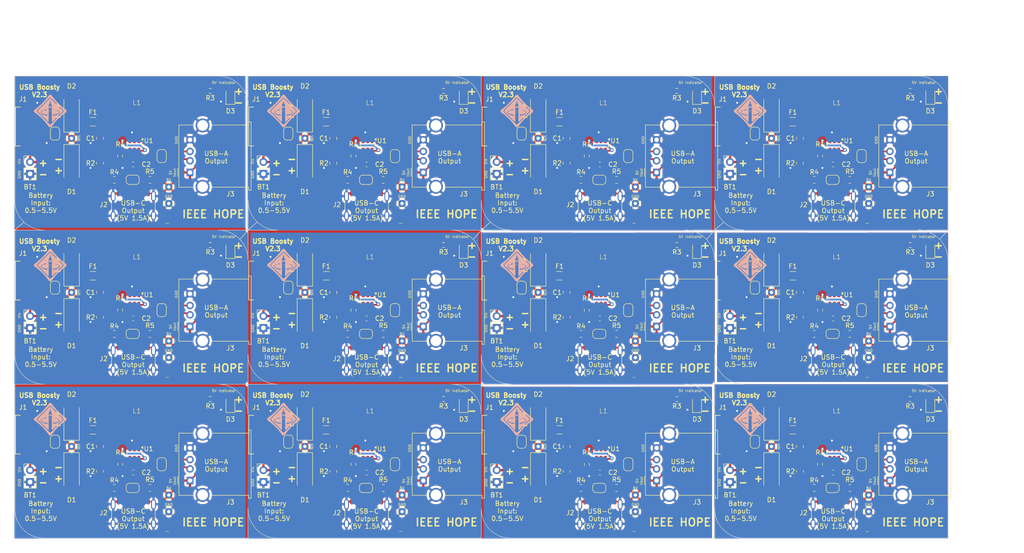
<source format=kicad_pcb>
(kicad_pcb (version 20240108) (generator "pcbnew") (generator_version "8.0")
  (layers (0 "F.Cu" signal) (31 "B.Cu" signal) (34 "B.Paste" user) (35 "F.Paste" user) (36 "B.SilkS" user "B.Silkscreen") (37 "F.SilkS" user "F.Silkscreen") (38 "B.Mask" user) (39 "F.Mask" user) (44 "Edge.Cuts" user))
  (net 0 "")
  (net 1 "Board_0-+5V")
  (net 2 "Board_0-/V_BAT")
  (net 3 "Board_0-GND")
  (net 4 "Board_0-Net-(BT1-+)")
  (net 5 "Board_0-Net-(D2-A)")
  (net 6 "Board_0-Net-(D3-A)")
  (net 7 "Board_0-Net-(J1-D+)")
  (net 8 "Board_0-Net-(J1-D-)")
  (net 9 "Board_0-Net-(J2-CC1)")
  (net 10 "Board_0-Net-(J2-CC2)")
  (net 11 "Board_0-Net-(J3-D+)")
  (net 12 "Board_0-Net-(J3-D-)")
  (net 13 "Board_0-Net-(JP3-A)")
  (net 14 "Board_0-Net-(JP3-B)")
  (net 15 "Board_0-Net-(U1-EN)")
  (net 16 "Board_0-Net-(U1-SW)")
  (net 17 "Board_0-Net-(U1-V_{FB})")
  (net 18 "Board_0-unconnected-(J1-ID-Pad4)")
  (net 19 "Board_0-unconnected-(J2-SBU1-PadA8)")
  (net 20 "Board_0-unconnected-(J2-SBU2-PadB8)")
  (net 21 "Board_1-+5V")
  (net 22 "Board_1-/V_BAT")
  (net 23 "Board_1-GND")
  (net 24 "Board_1-Net-(BT1-+)")
  (net 25 "Board_1-Net-(D2-A)")
  (net 26 "Board_1-Net-(D3-A)")
  (net 27 "Board_1-Net-(J1-D+)")
  (net 28 "Board_1-Net-(J1-D-)")
  (net 29 "Board_1-Net-(J2-CC1)")
  (net 30 "Board_1-Net-(J2-CC2)")
  (net 31 "Board_1-Net-(J3-D+)")
  (net 32 "Board_1-Net-(J3-D-)")
  (net 33 "Board_1-Net-(JP3-A)")
  (net 34 "Board_1-Net-(JP3-B)")
  (net 35 "Board_1-Net-(U1-EN)")
  (net 36 "Board_1-Net-(U1-SW)")
  (net 37 "Board_1-Net-(U1-V_{FB})")
  (net 38 "Board_1-unconnected-(J1-ID-Pad4)")
  (net 39 "Board_1-unconnected-(J2-SBU1-PadA8)")
  (net 40 "Board_1-unconnected-(J2-SBU2-PadB8)")
  (net 41 "Board_2-+5V")
  (net 42 "Board_2-/V_BAT")
  (net 43 "Board_2-GND")
  (net 44 "Board_2-Net-(BT1-+)")
  (net 45 "Board_2-Net-(D2-A)")
  (net 46 "Board_2-Net-(D3-A)")
  (net 47 "Board_2-Net-(J1-D+)")
  (net 48 "Board_2-Net-(J1-D-)")
  (net 49 "Board_2-Net-(J2-CC1)")
  (net 50 "Board_2-Net-(J2-CC2)")
  (net 51 "Board_2-Net-(J3-D+)")
  (net 52 "Board_2-Net-(J3-D-)")
  (net 53 "Board_2-Net-(JP3-A)")
  (net 54 "Board_2-Net-(JP3-B)")
  (net 55 "Board_2-Net-(U1-EN)")
  (net 56 "Board_2-Net-(U1-SW)")
  (net 57 "Board_2-Net-(U1-V_{FB})")
  (net 58 "Board_2-unconnected-(J1-ID-Pad4)")
  (net 59 "Board_2-unconnected-(J2-SBU1-PadA8)")
  (net 60 "Board_2-unconnected-(J2-SBU2-PadB8)")
  (net 61 "Board_3-+5V")
  (net 62 "Board_3-/V_BAT")
  (net 63 "Board_3-GND")
  (net 64 "Board_3-Net-(BT1-+)")
  (net 65 "Board_3-Net-(D2-A)")
  (net 66 "Board_3-Net-(D3-A)")
  (net 67 "Board_3-Net-(J1-D+)")
  (net 68 "Board_3-Net-(J1-D-)")
  (net 69 "Board_3-Net-(J2-CC1)")
  (net 70 "Board_3-Net-(J2-CC2)")
  (net 71 "Board_3-Net-(J3-D+)")
  (net 72 "Board_3-Net-(J3-D-)")
  (net 73 "Board_3-Net-(JP3-A)")
  (net 74 "Board_3-Net-(JP3-B)")
  (net 75 "Board_3-Net-(U1-EN)")
  (net 76 "Board_3-Net-(U1-SW)")
  (net 77 "Board_3-Net-(U1-V_{FB})")
  (net 78 "Board_3-unconnected-(J1-ID-Pad4)")
  (net 79 "Board_3-unconnected-(J2-SBU1-PadA8)")
  (net 80 "Board_3-unconnected-(J2-SBU2-PadB8)")
  (net 81 "Board_4-+5V")
  (net 82 "Board_4-/V_BAT")
  (net 83 "Board_4-GND")
  (net 84 "Board_4-Net-(BT1-+)")
  (net 85 "Board_4-Net-(D2-A)")
  (net 86 "Board_4-Net-(D3-A)")
  (net 87 "Board_4-Net-(J1-D+)")
  (net 88 "Board_4-Net-(J1-D-)")
  (net 89 "Board_4-Net-(J2-CC1)")
  (net 90 "Board_4-Net-(J2-CC2)")
  (net 91 "Board_4-Net-(J3-D+)")
  (net 92 "Board_4-Net-(J3-D-)")
  (net 93 "Board_4-Net-(JP3-A)")
  (net 94 "Board_4-Net-(JP3-B)")
  (net 95 "Board_4-Net-(U1-EN)")
  (net 96 "Board_4-Net-(U1-SW)")
  (net 97 "Board_4-Net-(U1-V_{FB})")
  (net 98 "Board_4-unconnected-(J1-ID-Pad4)")
  (net 99 "Board_4-unconnected-(J2-SBU1-PadA8)")
  (net 100 "Board_4-unconnected-(J2-SBU2-PadB8)")
  (net 101 "Board_5-+5V")
  (net 102 "Board_5-/V_BAT")
  (net 103 "Board_5-GND")
  (net 104 "Board_5-Net-(BT1-+)")
  (net 105 "Board_5-Net-(D2-A)")
  (net 106 "Board_5-Net-(D3-A)")
  (net 107 "Board_5-Net-(J1-D+)")
  (net 108 "Board_5-Net-(J1-D-)")
  (net 109 "Board_5-Net-(J2-CC1)")
  (net 110 "Board_5-Net-(J2-CC2)")
  (net 111 "Board_5-Net-(J3-D+)")
  (net 112 "Board_5-Net-(J3-D-)")
  (net 113 "Board_5-Net-(JP3-A)")
  (net 114 "Board_5-Net-(JP3-B)")
  (net 115 "Board_5-Net-(U1-EN)")
  (net 116 "Board_5-Net-(U1-SW)")
  (net 117 "Board_5-Net-(U1-V_{FB})")
  (net 118 "Board_5-unconnected-(J1-ID-Pad4)")
  (net 119 "Board_5-unconnected-(J2-SBU1-PadA8)")
  (net 120 "Board_5-unconnected-(J2-SBU2-PadB8)")
  (net 121 "Board_6-+5V")
  (net 122 "Board_6-/V_BAT")
  (net 123 "Board_6-GND")
  (net 124 "Board_6-Net-(BT1-+)")
  (net 125 "Board_6-Net-(D2-A)")
  (net 126 "Board_6-Net-(D3-A)")
  (net 127 "Board_6-Net-(J1-D+)")
  (net 128 "Board_6-Net-(J1-D-)")
  (net 129 "Board_6-Net-(J2-CC1)")
  (net 130 "Board_6-Net-(J2-CC2)")
  (net 131 "Board_6-Net-(J3-D+)")
  (net 132 "Board_6-Net-(J3-D-)")
  (net 133 "Board_6-Net-(JP3-A)")
  (net 134 "Board_6-Net-(JP3-B)")
  (net 135 "Board_6-Net-(U1-EN)")
  (net 136 "Board_6-Net-(U1-SW)")
  (net 137 "Board_6-Net-(U1-V_{FB})")
  (net 138 "Board_6-unconnected-(J1-ID-Pad4)")
  (net 139 "Board_6-unconnected-(J2-SBU1-PadA8)")
  (net 140 "Board_6-unconnected-(J2-SBU2-PadB8)")
  (net 141 "Board_7-+5V")
  (net 142 "Board_7-/V_BAT")
  (net 143 "Board_7-GND")
  (net 144 "Board_7-Net-(BT1-+)")
  (net 145 "Board_7-Net-(D2-A)")
  (net 146 "Board_7-Net-(D3-A)")
  (net 147 "Board_7-Net-(J1-D+)")
  (net 148 "Board_7-Net-(J1-D-)")
  (net 149 "Board_7-Net-(J2-CC1)")
  (net 150 "Board_7-Net-(J2-CC2)")
  (net 151 "Board_7-Net-(J3-D+)")
  (net 152 "Board_7-Net-(J3-D-)")
  (net 153 "Board_7-Net-(JP3-A)")
  (net 154 "Board_7-Net-(JP3-B)")
  (net 155 "Board_7-Net-(U1-EN)")
  (net 156 "Board_7-Net-(U1-SW)")
  (net 157 "Board_7-Net-(U1-V_{FB})")
  (net 158 "Board_7-unconnected-(J1-ID-Pad4)")
  (net 159 "Board_7-unconnected-(J2-SBU1-PadA8)")
  (net 160 "Board_7-unconnected-(J2-SBU2-PadB8)")
  (net 161 "Board_8-+5V")
  (net 162 "Board_8-/V_BAT")
  (net 163 "Board_8-GND")
  (net 164 "Board_8-Net-(BT1-+)")
  (net 165 "Board_8-Net-(D2-A)")
  (net 166 "Board_8-Net-(D3-A)")
  (net 167 "Board_8-Net-(J1-D+)")
  (net 168 "Board_8-Net-(J1-D-)")
  (net 169 "Board_8-Net-(J2-CC1)")
  (net 170 "Board_8-Net-(J2-CC2)")
  (net 171 "Board_8-Net-(J3-D+)")
  (net 172 "Board_8-Net-(J3-D-)")
  (net 173 "Board_8-Net-(JP3-A)")
  (net 174 "Board_8-Net-(JP3-B)")
  (net 175 "Board_8-Net-(U1-EN)")
  (net 176 "Board_8-Net-(U1-SW)")
  (net 177 "Board_8-Net-(U1-V_{FB})")
  (net 178 "Board_8-unconnected-(J1-ID-Pad4)")
  (net 179 "Board_8-unconnected-(J2-SBU1-PadA8)")
  (net 180 "Board_8-unconnected-(J2-SBU2-PadB8)")
  (net 181 "Board_9-+5V")
  (net 182 "Board_9-/V_BAT")
  (net 183 "Board_9-GND")
  (net 184 "Board_9-Net-(BT1-+)")
  (net 185 "Board_9-Net-(D2-A)")
  (net 186 "Board_9-Net-(D3-A)")
  (net 187 "Board_9-Net-(J1-D+)")
  (net 188 "Board_9-Net-(J1-D-)")
  (net 189 "Board_9-Net-(J2-CC1)")
  (net 190 "Board_9-Net-(J2-CC2)")
  (net 191 "Board_9-Net-(J3-D+)")
  (net 192 "Board_9-Net-(J3-D-)")
  (net 193 "Board_9-Net-(JP3-A)")
  (net 194 "Board_9-Net-(JP3-B)")
  (net 195 "Board_9-Net-(U1-EN)")
  (net 196 "Board_9-Net-(U1-SW)")
  (net 197 "Board_9-Net-(U1-V_{FB})")
  (net 198 "Board_9-unconnected-(J1-ID-Pad4)")
  (net 199 "Board_9-unconnected-(J2-SBU1-PadA8)")
  (net 200 "Board_9-unconnected-(J2-SBU2-PadB8)")
  (net 201 "Board_10-+5V")
  (net 202 "Board_10-/V_BAT")
  (net 203 "Board_10-GND")
  (net 204 "Board_10-Net-(BT1-+)")
  (net 205 "Board_10-Net-(D2-A)")
  (net 206 "Board_10-Net-(D3-A)")
  (net 207 "Board_10-Net-(J1-D+)")
  (net 208 "Board_10-Net-(J1-D-)")
  (net 209 "Board_10-Net-(J2-CC1)")
  (net 210 "Board_10-Net-(J2-CC2)")
  (net 211 "Board_10-Net-(J3-D+)")
  (net 212 "Board_10-Net-(J3-D-)")
  (net 213 "Board_10-Net-(JP3-A)")
  (net 214 "Board_10-Net-(JP3-B)")
  (net 215 "Board_10-Net-(U1-EN)")
  (net 216 "Board_10-Net-(U1-SW)")
  (net 217 "Board_10-Net-(U1-V_{FB})")
  (net 218 "Board_10-unconnected-(J1-ID-Pad4)")
  (net 219 "Board_10-unconnected-(J2-SBU1-PadA8)")
  (net 220 "Board_10-unconnected-(J2-SBU2-PadB8)")
  (net 221 "Board_11-+5V")
  (net 222 "Board_11-/V_BAT")
  (net 223 "Board_11-GND")
  (net 224 "Board_11-Net-(BT1-+)")
  (net 225 "Board_11-Net-(D2-A)")
  (net 226 "Board_11-Net-(D3-A)")
  (net 227 "Board_11-Net-(J1-D+)")
  (net 228 "Board_11-Net-(J1-D-)")
  (net 229 "Board_11-Net-(J2-CC1)")
  (net 230 "Board_11-Net-(J2-CC2)")
  (net 231 "Board_11-Net-(J3-D+)")
  (net 232 "Board_11-Net-(J3-D-)")
  (net 233 "Board_11-Net-(JP3-A)")
  (net 234 "Board_11-Net-(JP3-B)")
  (net 235 "Board_11-Net-(U1-EN)")
  (net 236 "Board_11-Net-(U1-SW)")
  (net 237 "Board_11-Net-(U1-V_{FB})")
  (net 238 "Board_11-unconnected-(J1-ID-Pad4)")
  (net 239 "Board_11-unconnected-(J2-SBU1-PadA8)")
  (net 240 "Board_11-unconnected-(J2-SBU2-PadB8)")
  (footprint "Connector_USB:USB_A_Molex_67643_Horizontal" (layer "F.Cu") (at 136.066 106.685 90)
    (property "Reference" "J3" (hide yes))
    (property "Value" "USB_A")
  )
  (footprint "Diode_SMD:D_SMA_Handsoldering" (layer "F.Cu") (at 60.692 93.533 90)
    (property "Reference" "D2")
    (property "Value" "D_Schottky")
  )
  (footprint "TestPoint:TestPoint_THTPad_D1.5mm_Drill0.7mm" (layer "F.Cu") (at 231.52 113.345)
    (property "Reference" "REF**" (hide yes))
    (property "Value" "TestPoint_THTPad_D1.5mm_Drill0.7mm")
  )
  (footprint "LED_SMD:LED_0805_2012Metric_Pad1.15x1.40mm_HandSolder" (layer "F.Cu") (at 194.728 57.211 90)
    (property "Reference" "D3")
    (property "Value" "LED")
  )
  (footprint "Jumper:SolderJumper-2_P1.3mm_Bridged_RoundedPad1.0x1.5mm" (layer "F.Cu") (at 79.996 37.145 90)
    (property "Reference" "JP2" (hide yes))
    (property "Value" "SolderJumper_2_Bridged")
  )
  (footprint "microusb:CONN_10118192-0002LF_AMP" (layer "F.Cu") (at 151.4176 30.8 -90)
    (property "Reference" "J1" (hide yes))
    (property "Value" "USB_B_Micro")
  )
  (footprint "Diode_SMD:D_SMA_Handsoldering" (layer "F.Cu") (at 110.692 93.533 90)
    (property "Reference" "D2")
    (property "Value" "D_Schottky")
  )
  (footprint "Resistor_SMD:R_0805_2012Metric_Pad1.20x1.40mm_HandSolder" (layer "F.Cu") (at 127.486 42.225 180)
    (property "Reference" "R5")
    (property "Value" "10k")
  )
  (footprint "Resistor_SMD:R_0805_2012Metric_Pad1.20x1.40mm_HandSolder" (layer "F.Cu") (at 227.486 108.265 180)
    (property "Reference" "R5")
    (property "Value" "10k")
  )
  (footprint "TestPoint:TestPoint_THTPad_D1.5mm_Drill0.7mm" (layer "F.Cu") (at 131.52 109.789)
    (property "Reference" "REF**" (hide yes))
    (property "Value" "TestPoint_THTPad_D1.5mm_Drill0.7mm")
  )
  (footprint "Jumper:SolderJumper-2_P1.3mm_Bridged_RoundedPad1.0x1.5mm" (layer "F.Cu") (at 223.788 75.245 180)
    (property "Reference" "JP3" (hide yes))
    (property "Value" "SolderJumper_2_Bridged")
  )
  (footprint "TestPoint:TestPoint_THTPad_D1.5mm_Drill0.7mm" (layer "F.Cu") (at 210.692 33.335)
    (property "Reference" "REF**" (hide yes))
    (property "Value" "TestPoint_THTPad_D1.5mm_Drill0.7mm")
  )
  (footprint "microusb:TMPA 1005SV-4R7MN-D" (layer "F.Cu") (at 224.662 59.243)
    (property "Reference" "L1")
    (property "Value" "4.7u")
  )
  (footprint "Resistor_SMD:R_0805_2012Metric_Pad1.20x1.40mm_HandSolder" (layer "F.Cu") (at 166.788 104.709 -90)
    (property "Reference" "R2")
    (property "Value" "10k")
  )
  (footprint "Jumper:SolderJumper-2_P1.3mm_Bridged_RoundedPad1.0x1.5mm" (layer "F.Cu") (at 57.136 65.339 -90)
    (property "Reference" "JP1" (hide yes))
    (property "Value" "SolderJumper_2_Bridged")
  )
  (footprint "microusb:TMPA 1005SV-4R7MN-D" (layer "F.Cu") (at 224.662 92.263)
    (property "Reference" "L1")
    (property "Value" "4.7u")
  )
  (footprint "Connector_USB:USB_C_Receptacle_GCT_USB4105-xx-A_16P_TopMnt_Horizontal" (layer "F.Cu") (at 73.93 48.829)
    (property "Reference" "J2" (hide yes))
    (property "Value" "USB_C_Receptacle_USB2.0_16P")
  )
  (footprint "Jumper:SolderJumper-2_P1.3mm_Bridged_RoundedPad1.0x1.5mm" (layer "F.Cu") (at 73.788 108.265 180)
    (property "Reference" "JP3" (hide yes))
    (property "Value" "SolderJumper_2_Bridged")
  )
  (footprint "Fuse:Fuse_1206_3216Metric_Pad1.42x1.75mm_HandSolder" (layer "F.Cu") (at 65.264 95.819 180)
    (property "Reference" "F1")
    (property "Value" "Polyfuse")
  )
  (footprint "TestPoint:TestPoint_THTPad_D1.5mm_Drill0.7mm" (layer "F.Cu") (at 160.692 99.375)
    (property "Reference" "REF**" (hide yes))
    (property "Value" "TestPoint_THTPad_D1.5mm_Drill0.7mm")
  )
  (footprint "Diode_SMD:D_SMA_Handsoldering" (layer "F.Cu") (at 60.692 72.197 -90)
    (property "Reference" "D1")
    (property "Value" "D_Schottky")
  )
  (footprint "Capacitor_SMD:C_0603_1608Metric_Pad1.08x0.95mm_HandSolder" (layer "F.Cu") (at 73.9 104.963 180)
    (property "Reference" "C2")
    (property "Value" "22uF")
  )
  (footprint "Resistor_SMD:R_0805_2012Metric_Pad1.20x1.40mm_HandSolder" (layer "F.Cu") (at 66.788 71.689 -90)
    (property "Reference" "R2")
    (property "Value" "10k")
  )
  (footprint "Resistor_SMD:R_0603_1608Metric_Pad0.98x0.95mm_HandSolder" (layer "F.Cu") (at 190.41 23.175)
    (property "Reference" "R3")
    (property "Value" "220")
  )
  (footprint "Package_TO_SOT_SMD:SOT-23-6" (layer "F.Cu") (at 74.154 100.899 -90)
    (property "Reference" "U1")
    (property "Value" "TLV61070ADBV")
  )
  (footprint "Capacitor_SMD:C_0805_2012Metric_Pad1.18x1.45mm_HandSolder" (layer "F.Cu") (at 116.788 99.375 -90)
    (property "Reference" "C1")
    (property "Value" "4.7u")
  )
  (footprint "Diode_SMD:D_SMA_Handsoldering" (layer "F.Cu") (at 60.692 60.513 90)
    (property "Reference" "D2")
    (property "Value" "D_Schottky")
  )
  (footprint "Connector_USB:USB_A_Molex_67643_Horizontal" (layer "F.Cu") (at 136.066 40.645 90)
    (property "Reference" "J3" (hide yes))
    (property "Value" "USB_A")
  )
  (footprint "Resistor_SMD:R_0603_1608Metric_Pad0.98x0.95mm_HandSolder" (layer "F.Cu") (at 71.106 70.165 90)
    (property "Reference" "R1")
    (property "Value" "91k")
  )
  (footprint "Jumper:SolderJumper-2_P1.3mm_Bridged_RoundedPad1.0x1.5mm" (layer "F.Cu") (at 79.996 70.165 90)
    (property "Reference" "JP2" (hide yes))
    (property "Value" "SolderJumper_2_Bridged")
  )
  (footprint "Resistor_SMD:R_0603_1608Metric_Pad0.98x0.95mm_HandSolder" (layer "F.Cu") (at 240.41 56.195)
    (property "Reference" "R3")
    (property "Value" "220")
  )
  (footprint "Capacitor_SMD:C_0603_1608Metric_Pad1.08x0.95mm_HandSolder" (layer "F.Cu") (at 173.9 38.923 180)
    (property "Reference" "C2")
    (property "Value" "22uF")
  )
  (footprint "Jumper:SolderJumper-2_P1.3mm_Bridged_RoundedPad1.0x1.5mm" (layer "F.Cu") (at 179.996 103.185 90)
    (property "Reference" "JP2" (hide yes))
    (property "Value" "SolderJumper_2_Bridged")
  )
  (footprint "TestPoint:TestPoint_THTPad_D1.5mm_Drill0.7mm" (layer "F.Cu") (at 60.692 66.355)
    (property "Reference" "REF**" (hide yes))
    (property "Value" "TestPoint_THTPad_D1.5mm_Drill0.7mm")
  )
  (footprint "Diode_SMD:D_SMA_Handsoldering" (layer "F.Cu") (at 160.692 105.217 -90)
    (property "Reference" "D1")
    (property "Value" "D_Schottky")
  )
  (footprint "TestPoint:TestPoint_THTPad_D1.5mm_Drill0.7mm" (layer "F.Cu") (at 210.692 66.355)
    (property "Reference" "REF**" (hide yes))
    (property "Value" "TestPoint_THTPad_D1.5mm_Drill0.7mm")
  )
  (footprint "Jumper:SolderJumper-2_P1.3mm_Bridged_RoundedPad1.0x1.5mm" (layer "F.Cu") (at 57.136 32.319 -90)
    (property "Reference" "JP1" (hide yes))
    (property "Value" "SolderJumper_2_Bridged")
  )
  (footprint "TestPoint:TestPoint_THTPad_D1.5mm_Drill0.7mm" (layer "F.Cu") (at 181.52 47.305)
    (property "Reference" "REF**" (hide yes))
    (property "Value" "TestPoint_THTPad_D1.5mm_Drill0.7mm")
  )
  (footprint "Connector_PinHeader_2.54mm:PinHeader_1x02_P2.54mm_Vertical" (layer "F.Cu") (at 51.802 104.45)
    (property "Reference" "BT1" (hide yes))
    (property "Value" "Battery_Cell")
  )
  (footprint "Jumper:SolderJumper-2_P1.3mm_Bridged_RoundedPad1.0x1.5mm" (layer "F.Cu") (at 57.136 98.359 -90)
    (property "Reference" "JP1" (hide yes))
    (property "Value" "SolderJumper_2_Bridged")
  )
  (footprint "Connector_USB:USB_C_Receptacle_GCT_USB4105-xx-A_16P_TopMnt_Horizontal" (layer "F.Cu") (at 123.93 48.829)
    (property "Reference" "J2" (hide yes))
    (property "Value" "USB_C_Receptacle_USB2.0_16P")
  )
  (footprint "microusb:TMPA 1005SV-4R7MN-D" (layer "F.Cu") (at 174.662 26.223)
    (property "Reference" "L1")
    (property "Value" "4.7u")
  )
  (footprint "Connector_USB:USB_C_Receptacle_GCT_USB4105-xx-A_16P_TopMnt_Horizontal" (layer "F.Cu") (at 223.93 48.829)
    (property "Reference" "J2" (hide yes))
    (property "Value" "USB_C_Receptacle_USB2.0_16P")
  )
  (footprint "microusb:CONN_10118192-0002LF_AMP" (layer "F.Cu") (at 51.4176 63.82 -90)
    (property "Reference" "J1" (hide yes))
    (property "Value" "USB_B_Micro")
  )
  (footprint "Connector_PinHeader_2.54mm:PinHeader_1x02_P2.54mm_Vertical" (layer "F.Cu") (at 101.802 104.45)
    (property "Reference" "BT1" (hide yes))
    (property "Value" "Battery_Cell")
  )
  (footprint "Diode_SMD:D_SMA_Handsoldering" (layer "F.Cu") (at 210.692 72.197 -90)
    (property "Reference" "D1")
    (property "Value" "D_Schottky")
  )
  (footprint "Resistor_SMD:R_0603_1608Metric_Pad0.98x0.95mm_HandSolder" (layer "F.Cu") (at 71.106 103.185 90)
    (property "Reference" "R1")
    (property "Value" "91k")
  )
  (footprint "Jumper:SolderJumper-2_P1.3mm_Bridged_RoundedPad1.0x1.5mm" (layer "F.Cu") (at 173.788 108.265 180)
    (property "Reference" "JP3" (hide yes))
    (property "Value" "SolderJumper_2_Bridged")
  )
  (footprint "Resistor_SMD:R_0603_1608Metric_Pad0.98x0.95mm_HandSolder" (layer "F.Cu") (at 90.41 56.195)
    (property "Reference" "R3")
    (property "Value" "220")
  )
  (footprint "Resistor_SMD:R_0805_2012Metric_Pad1.20x1.40mm_HandSolder" (layer "F.Cu") (at 77.486 75.245 180)
    (property "Reference" "R5")
    (property "Value" "10k")
  )
  (footprint "LED_SMD:LED_0805_2012Metric_Pad1.15x1.40mm_HandSolder" (layer "F.Cu") (at 94.728 90.231 90)
    (property "Reference" "D3")
    (property "Value" "LED")
  )
  (footprint "Resistor_SMD:R_0805_2012Metric_Pad1.20x1.40mm_HandSolder" (layer "F.Cu") (at 77.486 42.225 180)
    (property "Reference" "R5")
    (property "Value" "10k")
  )
  (footprint "Resistor_SMD:R_0805_2012Metric_Pad1.20x1.40mm_HandSolder" (layer "F.Cu") (at 169.866 42.225)
    (property "Reference" "R4")
    (property "Value" "10k")
  )
  (footprint "Resistor_SMD:R_0603_1608Metric_Pad0.98x0.95mm_HandSolder" (layer "F.Cu") (at 221.106 103.185 90)
    (property "Reference" "R1")
    (property "Value" "91k")
  )
  (footprint "LED_SMD:LED_0805_2012Metric_Pad1.15x1.40mm_HandSolder" (layer "F.Cu") (at 144.728 57.211 90)
    (property "Reference" "D3")
    (property "Value" "LED")
  )
  (footprint "Resistor_SMD:R_0603_1608Metric_Pad0.98x0.95mm_HandSolder" (layer "F.Cu") (at 190.41 89.215)
    (property "Reference" "R3")
    (property "Value" "220")
  )
  (footprint "Resistor_SMD:R_0603_1608Metric_Pad0.98x0.95mm_HandSolder" (layer "F.Cu") (at 90.41 89.215)
    (property "Reference" "R3")
    (property "Value" "220")
  )
  (footprint "Jumper:SolderJumper-2_P1.3mm_Bridged_RoundedPad1.0x1.5mm" (layer "F.Cu") (at 107.136 32.319 -90)
    (property "Reference" "JP1" (hide yes))
    (property "Value" "SolderJumper_2_Bridged")
  )
  (footprint "microusb:CONN_10118192-0002LF_AMP" (layer "F.Cu") (at 151.4176 63.82 -90)
    (property "Reference" "J1" (hide yes))
    (property "Value" "USB_B_Micro")
  )
  (footprint "Connector_USB:USB_A_Molex_67643_Horizontal" (layer "F.Cu") (at 236.066 106.685 90)
    (property "Reference" "J3" (hide yes))
    (property "Value" "USB_A")
  )
  (footprint "Jumper:SolderJumper-2_P1.3mm_Bridged_RoundedPad1.0x1.5mm" (layer "F.Cu") (at 207.136 98.359 -90)
    (property "Reference" "JP1" (hide yes))
    (property "Value" "SolderJumper_2_Bridged")
  )
  (footprint "Resistor_SMD:R_0805_2012Metric_Pad1.20x1.40mm_HandSolder" (layer "F.Cu") (at 116.788 38.669 -90)
    (property "Reference" "R2")
    (property "Value" "10k")
  )
  (footprint "Resistor_SMD:R_0603_1608Metric_Pad0.98x0.95mm_HandSolder" (layer "F.Cu") (at 140.41 23.175)
    (property "Reference" "R3")
    (property "Value" "220")
  )
  (footprint "Fuse:Fuse_1206_3216Metric_Pad1.42x1.75mm_HandSolder" (layer "F.Cu") (at 65.264 29.779 180)
    (property "Reference" "F1")
    (property "Value" "Polyfuse")
  )
  (footprint "microusb:CONN_10118192-0002LF_AMP" (layer "F.Cu") (at 101.4176 30.8 -90)
    (property "Reference" "J1" (hide yes))
    (property "Value" "USB_B_Micro")
  )
  (footprint "Resistor_SMD:R_0603_1608Metric_Pad0.98x0.95mm_HandSolder" (layer "F.Cu") (at 171.106 103.185 90)
    (property "Reference" "R1")
    (property "Value" "91k")
  )
  (footprint "Resistor_SMD:R_0603_1608Metric_Pad0.98x0.95mm_HandSolder" (layer "F.Cu") (at 121.106 70.165 90)
    (property "Reference" "R1")
    (property "Value" "91k")
  )
  (footprint "TestPoint:TestPoint_THTPad_D1.5mm_Drill0.7mm" (layer "F.Cu") (at 110.692 99.375)
    (property "Reference" "REF**" (hide yes))
    (property "Value" "TestPoint_THTPad_D1.5mm_Drill0.7mm")
  )
  (footprint "LED_SMD:LED_0805_2012Metric_Pad1.15x1.40mm_HandSolder" (layer "F.Cu") (at 194.728 90.231 90)
    (property "Reference" "D3")
    (property "Value" "LED")
  )
  (footprint "Capacitor_SMD:C_0805_2012Metric_Pad1.18x1.45mm_HandSolder" (layer "F.Cu") (at 166.788 66.355 -90)
    (property "Reference" "C1")
    (property "Value" "4.7u")
  )
  (footprint "microusb:TMPA 1005SV-4R7MN-D" (layer "F.Cu") (at 124.662 59.243)
    (property "Reference" "L1")
    (property "Value" "4.7u")
  )
  (footprint "TestPoint:TestPoint_THTPad_D1.5mm_Drill0.7mm" (layer "F.Cu") (at 110.692 33.335)
    (property "Reference" "REF**" (hide yes))
    (property "Value" "TestPoint_THTPad_D1.5mm_Drill0.7mm")
  )
  (footprint "Connector_USB:USB_A_Molex_67643_Horizontal" (layer "F.Cu") (at 86.066 106.685 90)
    (property "Reference" "J3" (hide yes))
    (property "Value" "USB_A")
  )
  (footprint "Capacitor_SMD:C_0805_2012Metric_Pad1.18x1.45mm_HandSolder" (layer "F.Cu") (at 166.788 99.375 -90)
    (property "Reference" "C1")
    (property "Value" "4.7u")
  )
  (footprint "Jumper:SolderJumper-2_P1.3mm_Bridged_RoundedPad1.0x1.5mm" (layer "F.Cu") (at 129.996 70.165 90)
    (property "Reference" "JP2" (hide yes))
    (property "Value" "SolderJumper_2_Bridged")
  )
  (footprint "microusb:CONN_10118192-0002LF_AMP" (layer "F.Cu") (at 201.4176 30.8 -90)
    (property "Reference" "J1" (hide yes))
    (property "Value" "USB_B_Micro")
  )
  (footprint "Resistor_SMD:R_0805_2012Metric_Pad1.20x1.40mm_HandSolder" (layer "F.Cu") (at 119.866 75.245)
    (property "Reference" "R4")
    (property "Value" "10k")
  )
  (footprint "Capacitor_SMD:C_0805_2012Metric_Pad1.18x1.45mm_HandSolder" (layer "F.Cu") (at 116.788 66.355 -90)
    (property "Reference" "C1")
    (property "Value" "4.7u")
  )
  (footprint "TestPoint:TestPoint_THTPad_D1.5mm_Drill0.7mm" (layer "F.Cu") (at 131.52 43.749)
    (property "Reference" "REF**" (hide yes))
    (property "Value" "TestPoint_THTPad_D1.5mm_Drill0.7mm")
  )
  (footprint "Resistor_SMD:R_0805_2012Metric_Pad1.20x1.40mm_HandSolder" (layer "F.Cu") (at 169.866 108.265)
    (property "Reference" "R4")
    (property "Value" "10k")
  )
  (footprint "Jumper:SolderJumper-2_P1.3mm_Bridged_RoundedPad1.0x1.5mm" (layer "F.Cu") (at 107.136 65.339 -90)
    (property "Reference" "JP1" (hide yes))
    (property "Value" "SolderJumper_2_Bridged")
  )
  (footprint "Resistor_SMD:R_0805_2012Metric_Pad1.20x1.40mm_HandSolder" (layer "F.Cu") (at 219.866 108.265)
    (property "Reference" "R4")
    (property "Value" "10k")
  )
  (footprint "Resistor_SMD:R_0805_2012Metric_Pad1.20x1.40mm_HandSolder" (layer "F.Cu") (at 216.788 71.689 -90)
    (property "Reference" "R2")
    (property "Value" "10k")
  )
  (footprint "TestPoint:TestPoint_THTPad_D1.5mm_Drill0.7mm" (layer "F.Cu") (at 81.52 109.789)
    (property "Reference" "REF**" (hide yes))
    (property "Value" "TestPoint_THTPad_D1.5mm_Drill0.7mm")
  )
  (footprint "Connector_PinHeader_2.54mm:PinHeader_1x02_P2.54mm_Vertical" (layer "F.Cu") (at 151.802 71.43)
    (property "Reference" "BT1" (hide yes))
    (property "Value" "Battery_Cell")
  )
  (footprint "Connector_USB:USB_A_Molex_67643_Horizontal" (layer "F.Cu") (at 86.066 73.665 90)
    (property "Reference" "J3" (hide yes))
    (property "Value" "USB_A")
  )
  (footprint "Fuse:Fuse_1206_3216Metric_Pad1.42x1.75mm_HandSolder" (layer "F.Cu") (at 165.264 29.779 180)
    (property "Reference" "F1")
    (property "Value" "Polyfuse")
  )
  (footprint "microusb:CONN_10118192-0002LF_AMP" (layer "F.Cu") (at 151.4176 96.84 -90)
    (property "Reference" "J1" (hide yes))
    (property "Value" "USB_B_Micro")
  )
  (footprint "Capacitor_SMD:C_0805_2012Metric_Pad1.18x1.45mm_HandSolder" (layer "F.Cu") (at 66.788 99.375 -90)
    (property "Reference" "C1")
    (property "Value" "4.7u")
  )
  (footprint "Connector_USB:USB_A_Molex_67643_Horizontal" (layer "F.Cu") (at 236.066 40.645 90)
    (property "Reference" "J3" (hide yes))
    (property "Value" "USB_A")
  )
  (footprint "Resistor_SMD:R_0805_2012Metric_Pad1.20x1.40mm_HandSolder" (layer "F.Cu") (at 227.486 42.225 180)
    (property "Reference" "R5")
    (property "Value" "10k")
  )
  (footprint "LED_SMD:LED_0805_2012Metric_Pad1.15x1.40mm_HandSolder" (layer "F.Cu") (at 244.728 57.211 90)
    (property "Reference" "D3")
    (property "Value" "LED")
  )
  (footprint "Connector_USB:USB_A_Molex_67643_Horizontal" (layer "F.Cu") (at 86.066 40.645 90)
    (property "Reference" "J3" (hide yes))
    (property "Value" "USB_A")
  )
  (footprint "Jumper:SolderJumper-2_P1.3mm_Bridged_RoundedPad1.0x1.5mm" (layer "F.Cu") (at 123.788 108.265 180)
    (property "Reference" "JP3" (hide yes))
    (property "Value" "SolderJumper_2_Bridged")
  )
  (footprint "Jumper:SolderJumper-2_P1.3mm_Bridged_RoundedPad1.0x1.5mm" (layer "F.Cu") (at 123.788 42.225 180)
    (property "Reference" "JP3" (hide yes))
    (property "Value" "SolderJumper_2_Bridged")
  )
  (footprint "Diode_SMD:D_SMA_Handsoldering" (layer "F.Cu") (at 160.692 93.533 90)
    (property "Reference" "D2")
    (property "Value" "D_Schottky")
  )
  (footprint "Package_TO_SOT_SMD:SOT-23-6" (layer "F.Cu") (at 124.154 100.899 -90)
    (property "Reference" "U1")
    (property "Value" "TLV61070ADBV")
  )
  (footprint "Capacitor_SMD:C_0603_1608Metric_Pad1.08x0.95mm_HandSolder" (layer "F.Cu") (at 173.9 71.943 180)
    (property "Reference" "C2")
    (property "Value" "22uF")
  )
  (footprint "microusb:CONN_10118192-0002LF_AMP" (layer "F.Cu") (at 101.4176 63.82 -90)
    (property "Reference" "J1" (hide yes))
    (property "Value" "USB_B_Micro")
  )
  (footprint "Connector_USB:USB_C_Receptacle_GCT_USB4105-xx-A_16P_TopMnt_Horizontal" (layer "F.Cu") (at 173.93 48.829)
    (property "Reference" "J2" (hide yes))
    (property "Value" "USB_C_Receptacle_USB2.0_16P")
  )
  (footprint "Diode_SMD:D_SMA_Handsoldering" (layer "F.Cu") (at 110.692 60.513 90)
    (property "Reference" "D2")
    (property "Value" "D_Schottky")
  )
  (footprint "Connector_USB:USB_A_Molex_67643_Horizontal" (layer "F.Cu") (at 186.066 73.665 90)
    (property "Reference" "J3" (hide yes))
    (property "Value" "USB_A")
  )
  (footprint "LED_SMD:LED_0805_2012Metric_Pad1.15x1.40mm_HandSolder" (layer "F.Cu") (at 94.728 57.211 90)
    (property "Reference" "D3")
    (property "Value" "LED")
  )
  (footprint "Resistor_SMD:R_0603_1608Metric_Pad0.98x0.95mm_HandSolder" (layer "F.Cu") (at 121.106 103.185 90)
    (property "Reference" "R1")
    (property "Value" "91k")
  )
  (footprint "Connector_USB:USB_C_Receptacle_GCT_USB4105-xx-A_16P_TopMnt_Horizontal" (layer "F.Cu") (at 173.93 81.849)
    (property "Reference" "J2" (hide yes))
    (property "Value" "USB_C_Receptacle_USB2.0_16P")
  )
  (footprint "Fuse:Fuse_1206_3216Metric_Pad1.42x1.75mm_HandSolder" (layer "F.Cu") (at 115.264 29.779 180)
    (property "Reference" "F1")
    (property "Value" "Polyfuse")
  )
  (footprint "Connector_PinHeader_2.54mm:PinHeader_1x02_P2.54mm_Vertical" (layer "F.Cu") (at 101.802 71.43)
    (property "Reference" "BT1" (hide yes))
    (property "Value" "Battery_Cell")
  )
  (footprint "Jumper:SolderJumper-2_P1.3mm_Bridged_RoundedPad1.0x1.5mm" (layer "F.Cu") (at 179.996 70.165 90)
    (property "Reference" "JP2" (hide yes))
    (property "Value" "SolderJumper_2_Bridged")
  )
  (footprint "Jumper:SolderJumper-2_P1.3mm_Bridged_RoundedPad1.0x1.5mm" (layer "F.Cu") (at 207.136 65.339 -90)
    (property "Reference" "JP1" (hide yes))
    (property "Value" "SolderJumper_2_Bridged")
  )
  (footprint "Package_TO_SOT_SMD:SOT-23-6" (layer "F.Cu") (at 74.154 67.879 -90)
    (property "Reference" "U1")
    (property "Value" "TLV61070ADBV")
  )
  (footprint "TestPoint:TestPoint_THTPad_D1.5mm_Drill0.7mm" (layer "F.Cu") (at 181.52 113.345)
    (property "Reference" "REF**" (hide yes))
    (property "Value" "TestPoint_THTPad_D1.5mm_Drill0.7mm")
  )
  (footprint "Connector_PinHeader_2.54mm:PinHeader_1x02_P2.54mm_Vertical" (layer "F.Cu") (at 151.802 38.41)
    (property "Reference" "BT1" (hide yes))
    (property "Value" "Battery_Cell")
  )
  (footprint "TestPoint:TestPoint_THTPad_D1.5mm_Drill0.7mm" (layer "F.Cu") (at 231.52 47.305)
    (property "Reference" "REF**" (hide yes))
    (property "Value" "TestPoint_THTPad_D1.5mm_Drill0.7mm")
  )
  (footprint "Diode_SMD:D_SMA_Handsoldering" (layer "F.Cu") (at 160.692 39.177 -90)
    (property "Reference" "D1")
    (property "Value" "D_Schottky")
  )
  (footprint "Jumper:SolderJumper-2_P1.3mm_Bridged_RoundedPad1.0x1.5mm" (layer "F.Cu") (at 229.996 103.185 90)
    (property "Reference" "JP2" (hide yes))
    (property "Value" "SolderJumper_2_Bridged")
  )
  (footprint "Connector_USB:USB_A_Molex_67643_Horizontal" (layer "F.Cu") (at 186.066 106.685 90)
    (property "Reference" "J3" (hide yes))
    (property "Value" "USB_A")
  )
  (footprint "Resistor_SMD:R_0805_2012Metric_Pad1.20x1.40mm_HandSolder" (layer "F.Cu") (at 119.866 42.225)
    (property "Reference" "R4")
    (property "Value" "10k")
  )
  (footprint "Diode_SMD:D_SMA_Handsoldering" (layer "F.Cu") (at 160.692 27.493 90)
    (property "Reference" "D2")
    (property "Value" "D_Schottky")
  )
  (footprint "Capacitor_SMD:C_0805_2012Metric_Pad1.18x1.45mm_HandSolder" (layer "F.Cu") (at 216.788 66.355 -90)
    (property "Reference" "C1")
    (property "Value" "4.7u")
  )
  (footprint "Package_TO_SOT_SMD:SOT-23-6" (layer "F.Cu") (at 124.154 67.879 -90)
    (property "Reference" "U1")
    (property "Value" "TLV61070ADBV")
  )
  (footprint "Package_TO_SOT_SMD:SOT-23-6" (layer "F.Cu") (at 124.154 34.859 -90)
    (property "Reference" "U1")
    (property "Value" "TLV61070ADBV")
  )
  (footprint "Connector_PinHeader_2.54mm:PinHeader_1x02_P2.54mm_Vertical" (layer "F.Cu") (at 201.802 104.45)
    (property "Reference" "BT1" (hide yes))
    (property "Value" "Battery_Cell")
  )
  (footprint "Diode_SMD:D_SMA_Handsoldering" (layer "F.Cu") (at 160.692 60.513 90)
    (property "Reference" "D2")
    (property "Value" "D_Schottky")
  )
  (footprint "Fuse:Fuse_1206_3216Metric_Pad1.42x1.75mm_HandSolder" (layer "F.Cu") (at 215.264 95.819 180)
    (property "Reference" "F1")
    (property "Value" "Polyfuse")
  )
  (footprint "Package_TO_SOT_SMD:SOT-23-6" (layer "F.Cu") (at 174.154 67.879 -90)
    (property "Reference" "U1")
    (property "Value" "TLV61070ADBV")
  )
  (footprint "Resistor_SMD:R_0805_2012Metric_Pad1.20x1.40mm_HandSolder" (layer "F.Cu") (at 127.486 108.265 180)
    (property "Reference" "R5")
    (property "Value" "10k")
  )
  (footprint "Resistor_SMD:R_0603_1608Metric_Pad0.98x0.95mm_HandSolder" (layer "F.Cu") (at 140.41 56.195)
    (property "Reference" "R3")
    (property "Value" "220")
  )
  (footprint "microusb:CONN_10118192-0002LF_AMP" (layer "F.Cu") (at 51.4176 96.84 -90)
    (property "Reference" "J1" (hide yes))
    (property "Value" "USB_B_Micro")
  )
  (footprint "Diode_SMD:D_SMA_Handsoldering" (layer "F.Cu") (at 210.692 27.493 90)
    (property "Reference" "D2")
    (property "Value" "D_Schottky")
  )
  (footprint "Jumper:SolderJumper-2_P1.3mm_Bridged_RoundedPad1.0x1.5mm" (layer "F.Cu") (at 129.996 37.145 90)
    (property "Reference" "JP2" (hide yes))
    (property "Value" "SolderJumper_2_Bridged")
  )
  (footprint "Fuse:Fuse_1206_3216Metric_Pad1.42x1.75mm_HandSolder" (layer "F.Cu") (at 65.264 62.799 180)
    (property "Reference" "F1")
    (property "Value" "Polyfuse")
  )
  (footprint "Connector_USB:USB_C_Receptacle_GCT_USB4105-xx-A_16P_TopMnt_Horizontal" (layer "F.Cu") (at 223.93 114.869)
    (property "Reference" "J2" (hide yes))
    (property "Value" "USB_C_Receptacle_USB2.0_16P")
  )
  (footprint "Diode_SMD:D_SMA_Handsoldering" (layer "F.Cu") (at 210.692 39.177 -90)
    (property "Reference" "D1")
    (property "Value" "D_Schottky")
  )
  (footprint "Fuse:Fuse_1206_3216Metric_Pad1.42x1.75mm_HandSolder" (layer "F.Cu") (at 115.264 95.819 180)
    (property "Reference" "F1")
    (property "Value" "Polyfuse")
  )
  (footprint "Diode_SMD:D_SMA_Handsoldering" (layer "F.Cu") (at 110.692 27.493 90)
    (property "Reference" "D2")
    (property "Value" "D_Schottky")
  )
  (footprint "Fuse:Fuse_1206_3216Metric_Pad1.42x1.75mm_HandSolder" (layer "F.Cu") (at 215.264 29.779 180)
    (property "Reference" "F1")
    (property "Value" "Polyfuse")
  )
  (footprint "Resistor_SMD:R_0805_2012Metric_Pad1.20x1.40mm_HandSolder" (layer "F.Cu") (at 127.486 75.245 180)
    (property "Reference" "R5")
    (property "Value" "10k")
  )
  (footprint "Capacitor_SMD:C_0603_1608Metric_Pad1.08x0.95mm_HandSolder" (layer "F.Cu") (at 123.9 71.943 180)
    (property "Reference" "C2")
    (property "Value" "22uF")
  )
  (footprint "microusb:TMPA 1005SV-4R7MN-D" (layer "F.Cu") (at 174.662 59.243)
    (property "Reference" "L1")
    (property "Value" "4.7u")
  )
  (footprint "Resistor_SMD:R_0603_1608Metric_Pad0.98x0.95mm_HandSolder" (layer "F.Cu") (at 121.106 37.145 90)
    (property "Reference" "R1")
    (property "Value" "91k")
  )
  (footprint "Jumper:SolderJumper-2_P1.3mm_Bridged_RoundedPad1.0x1.5mm" (layer "F.Cu") (at 123.788 75.245 180)
    (property "Reference" "JP3" (hide yes))
    (property "Value" "SolderJumper_2_Bridged")
  )
  (footprint "Connector_USB:USB_C_Receptacle_GCT_USB4105-xx-A_16P_TopMnt_Horizontal" (layer "F.Cu") (at 223.93 81.849)
    (property "Reference" "J2" (hide yes))
    (property "Value" "USB_C_Receptacle_USB2.0_16P")
  )
  (footprint "Package_TO_SOT_SMD:SOT-23-6" (layer "F.Cu") (at 74.154 34.859 -90)
    (property "Reference" "U1")
    (property "Value" "TLV61070ADBV")
  )
  (footprint "Resistor_SMD:R_0805_2012Metric_Pad1.20x1.40mm_HandSolder" (layer "F.Cu") (at 219.866 75.245)
    (property "Reference" "R4")
    (property "Value" "10k")
  )
  (footprint "Capacitor_SMD:C_0805_2012Metric_Pad1.18x1.45mm_HandSolder" (layer "F.Cu") (at 216.788 99.375 -90)
    (property "Reference" "C1")
    (property "Value" "4.7u")
  )
  (footprint "Resistor_SMD:R_0805_2012Metric_Pad1.20x1.40mm_HandSolder" (layer "F.Cu") (at 177.486 42.225 180)
    (property "Reference" "R5")
    (property "Value" "10k")
  )
  (footprint "Capacitor_SMD:C_0603_1608Metric_Pad1.08x0.95mm_HandSolder" (layer "F.Cu") (at 223.9 38.923 180)
    (property "Reference" "C2")
    (property "Value" "22uF")
  )
  (footprint "microusb:TMPA 1005SV-4R7MN-D" (layer "F.Cu") (at 124.662 92.263)
    (property "Reference" "L1")
    (property "Value" "4.7u")
  )
  (footprint "Resistor_SMD:R_0805_2012Metric_Pad1.20x1.40mm_HandSolder" (layer "F.Cu") (at 116.788 71.689 -90)
    (property "Reference" "R2")
    (property "Value" "10k")
  )
  (footprint "Connector_USB:USB_A_Molex_67643_Horizontal" (layer "F.Cu") (at 136.066 73.665 90)
    (property "Reference" "J3" (hide yes))
    (property "Value" "USB_A")
  )
  (footprint "Diode_SMD:D_SMA_Handsoldering" (layer "F.Cu") (at 160.692 72.197 -90)
    (property "Reference" "D1")
    (property "Value" "D_Schottky")
  )
  (footprint "Resistor_SMD:R_0805_2012Metric_Pad1.20x1.40mm_HandSolder" (layer "F.Cu") (at 219.866 42.225)
    (property "Reference" "R4")
    (property "Value" "10k")
  )
  (footprint "LED_SMD:LED_0805_2012Metric_Pad1.15x1.40mm_HandSolder" (layer "F.Cu") (at 94.728 24.191 90)
    (property "Reference" "D3")
    (property "Value" "LED")
  )
  (footprint "microusb:TMPA 1005SV-4R7MN-D" (layer "F.Cu") (at 74.662 59.243)
    (property "Reference" "L1")
    (property "Value" "4.7u")
  )
  (footprint "microusb:CONN_10118192-0002LF_AMP" (layer "F.Cu") (at 51.4176 30.8 -90)
    (property "Reference" "J1" (hide yes))
    (property "Value" "USB_B_Micro")
  )
  (footprint "TestPoint:TestPoint_THTPad_D1.5mm_Drill0.7mm" (layer "F.Cu") (at 81.52 113.345)
    (property "Reference" "REF**" (hide yes))
    (property "Value" "TestPoint_THTPad_D1.5mm_Drill0.7mm")
  )
  (footprint "Capacitor_SMD:C_0805_2012Metric_Pad1.18x1.45mm_HandSolder" (layer "F.Cu") (at 166.788 33.335 -90)
    (property "Reference" "C1")
    (property "Value" "4.7u")
  )
  (footprint "Diode_SMD:D_SMA_Handsoldering" (layer "F.Cu") (at 210.692 105.217 -90)
    (property "Reference" "D1")
    (property "Value" "D_Schottky")
  )
  (footprint "TestPoint:TestPoint_THTPad_D1.5mm_Drill0.7mm" (layer "F.Cu") (at 131.52 80.325)
    (property "Reference" "REF**" (hide yes))
    (property "Value" "TestPoint_THTPad_D1.5mm_Drill0.7mm")
  )
  (footprint "TestPoint:TestPoint_THTPad_D1.5mm_Drill0.7mm" (layer "F.Cu") (at 60.692 99.375)
    (property "Reference" "REF**" (hide yes))
    (property "Value" "TestPoint_THTPad_D1.5mm_Drill0.7mm")
  )
  (footprint "LED_SMD:LED_0805_2012Metric_Pad1.15x1.40mm_HandSolder" (layer "F.Cu") (at 244.728 90.231 90)
    (property "Reference" "D3")
    (property "Value" "LED")
  )
  (footprint "Connector_USB:USB_C_Receptacle_GCT_USB4105-xx-A_16P_TopMnt_Horizontal" (layer "F.Cu") (at 73.93 114.869)
    (property "Reference" "J2" (hide yes))
    (property "Value" "USB_C_Receptacle_USB2.0_16P")
  )
  (footprint "Resistor_SMD:R_0805_2012Metric_Pad1.20x1.40mm_HandSolder" (layer "F.Cu") (at 216.788 104.709 -90)
    (property "Reference" "R2")
    (property "Value" "10k")
  )
  (footprint "Resistor_SMD:R_0805_2012Metric_Pad1.20x1.40mm_HandSolder" (layer "F.Cu") (at 169.866 75.245)
    (property "Reference" "R4")
    (property "Value" "10k")
  )
  (footprint "Resistor_SMD:R_0603_1608Metric_Pad0.98x0.95mm_HandSolder" (layer "F.Cu") (at 240.41 89.215)
    (property "Reference" "R3")
    (property "Value" "220")
  )
  (footprint "Capacitor_SMD:C_0805_2012Metric_Pad1.18x1.45mm_HandSolder" (layer "F.Cu") (at 66.788 66.355 -90)
    (property "Reference" "C1")
    (property "Value" "4.7u")
  )
  (footprint "Jumper:SolderJumper-2_P1.3mm_Bridged_RoundedPad1.0x1.5mm" (layer "F.Cu") (at 223.788 108.265 180)
    (property "Reference" "JP3" (hide yes))
    (property "Value" "SolderJumper_2_Bridged")
  )
  (footprint "TestPoint:TestPoint_THTPad_D1.5mm_Drill0.7mm" (layer "F.Cu") (at 160.692 66.355)
    (property "Reference" "REF**" (hide yes))
    (property "Value" "TestPoint_THTPad_D1.5mm_Drill0.7mm")
  )
  (footprint "TestPoint:TestPoint_THTPad_D1.5mm_Drill0.7mm" (layer "F.Cu") (at 110.692 66.355)
    (property "Reference" "REF**" (hide yes))
    (property "Value" "TestPoint_THTPad_D1.5mm_Drill0.7mm")
  )
  (footprint "TestPoint:TestPoint_THTPad_D1.5mm_Drill0.7mm" (layer "F.Cu") (at 131.52 47.305)
    (property "Reference" "REF**" (hide yes))
    (property "Value" "TestPoint_THTPad_D1.5mm_Drill0.7mm")
  )
  (footprint "Diode_SMD:D_SMA_Handsoldering" (layer "F.Cu") (at 60.692 105.217 -90)
    (property "Reference" "D1")
    (property "Value" "D_Schottky")
  )
  (footprint "microusb:CONN_10118192-0002LF_AMP" (layer "F.Cu") (at 101.4176 96.84 -90)
    (property "Reference" "J1" (hide yes))
    (property "Value" "USB_B_Micro")
  )
  (footprint "LED_SMD:LED_0805_2012Metric_Pad1.15x1.40mm_HandSolder" (layer "F.Cu") (at 194.728 24.191 90)
    (property "Reference" "D3")
    (property "Value" "LED")
  )
  (footprint "Fuse:Fuse_1206_3216Metric_Pad1.42x1.75mm_HandSolder" (layer "F.Cu") (at 115.264 62.799 180)
    (property "Reference" "F1")
    (property "Value" "Polyfuse")
  )
  (footprint "TestPoint:TestPoint_THTPad_D1.5mm_Drill0.7mm" (layer "F.Cu") (at 81.52 43.749)
    (property "Reference" "REF**" (hide yes))
    (property "Value" "TestPoint_THTPad_D1.5mm_Drill0.7mm")
  )
  (footprint "Package_TO_SOT_SMD:SOT-23-6" (layer "F.Cu") (at 174.154 100.899 -90)
    (property "Reference" "U1")
    (property "Value" "TLV61070ADBV")
  )
  (footprint "Resistor_SMD:R_0805_2012Metric_Pad1.20x1.40mm_HandSolder" (layer "F.Cu") (at 116.788 104.709 -90)
    (property "Reference" "R2")
    (property "Value" "10k")
  )
  (footprint "Jumper:SolderJumper-2_P1.3mm_Bridged_RoundedPad1.0x1.5mm" (layer "F.Cu") (at 157.136 65.339 -90)
    (property "Reference" "JP1" (hide yes))
    (property "Value" "SolderJumper_2_Bridged")
  )
  (footprint "Connector_USB:USB_C_Receptacle_GCT_USB4105-xx-A_16P_TopMnt_Horizontal" (layer "F.Cu") (at 123.93 81.849)
    (property "Reference" "J2" (hide yes))
    (property "Value" "USB_C_Receptacle_USB2.0_16P")
  )
  (footprint "Resistor_SMD:R_0805_2012Metric_Pad1.20x1.40mm_HandSolder" (layer "F.Cu") (at 216.788 38.669 -90)
    (property "Reference" "R2")
    (property "Value" "10k")
  )
  (footprint "Connector_PinHeader_2.54mm:PinHeader_1x02_P2.54mm_Vertical" (layer "F.Cu") (at 51.802 71.43)
    (property "Reference" "BT1" (hide yes))
    (property "Value" "Battery_Cell")
  )
  (footprint "TestPoint:TestPoint_THTPad_D1.5mm_Drill0.7mm" (layer "F.Cu") (at 231.52 80.325)
    (property "Reference" "REF**" (hide yes))
    (property "Value" "TestPoint_THTPad_D1.5mm_Drill0.7mm")
  )
  (footprint "Jumper:SolderJumper-2_P1.3mm_Bridged_RoundedPad1.0x1.5mm" (layer "F.Cu") (at 229.996 70.165 90)
    (property "Reference" "JP2" (hide yes))
    (property "Value" "SolderJumper_2_Bridged")
  )
  (footprint "Capacitor_SMD:C_0603_1608Metric_Pad1.08x0.95mm_HandSolder" (layer "F.Cu") (at 223.9 71.943 180)
    (property "Reference" "C2")
    (property "Value" "22uF")
  )
  (footprint "Jumper:SolderJumper-2_P1.3mm_Bridged_RoundedPad1.0x1.5mm" (layer "F.Cu") (at 157.136 32.319 -90)
    (property "Reference" "JP1" (hide yes))
    (property "Value" "SolderJumper_2_Bridged")
  )
  (footprint "Jumper:SolderJumper-2_P1.3mm_Bridged_RoundedPad1.0x1.5mm" (layer "F.Cu") (at 179.996 37.145 90)
    (property "Reference" "JP2" (hide yes))
    (property "Value" "SolderJumper_2_Bridged")
  )
  (footprint "TestPoint:TestPoint_THTPad_D1.5mm_Drill0.7mm" (layer "F.Cu") (at 231.52 43.749)
    (property "Reference" "REF**" (hide yes))
    (property "Value" "TestPoint_THTPad_D1.5mm_Drill0.7mm")
  )
  (footprint "TestPoint:TestPoint_THTPad_D1.5mm_Drill0.7mm" (layer "F.Cu") (at 131.52 76.769)
    (property "Reference" "REF**" (hide yes))
    (property "Value" "TestPoint_THTPad_D1.5mm_Drill0.7mm")
  )
  (footprint "microusb:TMPA 1005SV-4R7MN-D" (layer "F.Cu") (at 224.662 26.223)
    (property "Reference" "L1")
    (property "Value" "4.7u")
  )
  (footprint "Package_TO_SOT_SMD:SOT-23-6" (layer "F.Cu") (at 224.154 67.879 -90)
    (property "Reference" "U1")
    (property "Value" "TLV61070ADBV")
  )
  (footprint "TestPoint:TestPoint_THTPad_D1.5mm_Drill0.7mm" (layer "F.Cu") (at 81.52 47.305)
    (property "Reference" "REF**" (hide yes))
    (property "Value" "TestPoint_THTPad_D1.5mm_Drill0.7mm")
  )
  (footprint "Jumper:SolderJumper-2_P1.3mm_Bridged_RoundedPad1.0x1.5mm" (layer "F.Cu") (at 129.996 103.185 90)
    (property "Reference" "JP2" (hide yes))
    (property "Value" "SolderJumper_2_Bridged")
  )
  (footprint "Resistor_SMD:R_0805_2012Metric_Pad1.20x1.40mm_HandSolder" (layer "F.Cu") (at 119.866 108.265)
    (property "Reference" "R4")
    (property "Value" "10k")
  )
  (footprint "Connector_PinHeader_2.54mm:PinHeader_1x02_P2.54mm_Vertical" (layer "F.Cu") (at 51.802 38.41)
    (property "Reference" "BT1" (hide yes))
    (property "Value" "Battery_Cell")
  )
  (footprint "microusb:CONN_10118192-0002LF_AMP" (layer "F.Cu") (at 201.4176 63.82 -90)
    (property "Reference" "J1" (hide yes))
    (property "Value" "USB_B_Micro")
  )
  (footprint "TestPoint:TestPoint_THTPad_D1.5mm_Drill0.7mm" (layer "F.Cu") (at 210.692 99.375)
    (property "Reference" "REF**" (hide yes))
    (property "Value" "TestPoint_THTPad_D1.5mm_Drill0.7mm")
  )
  (footprint "Jumper:SolderJumper-2_P1.3mm_Bridged_RoundedPad1.0x1.5mm" (layer "F.Cu") (at 157.136 98.359 -90)
    (property "Reference" "JP1" (hide yes))
    (property "Value" "SolderJumper_2_Bridged")
  )
  (footprint "Diode_SMD:D_SMA_Handsoldering" (layer "F.Cu") (at 60.692 39.177 -90)
    (property "Reference" "D1")
    (property "Value" "D_Schottky")
  )
  (footprint "Jumper:SolderJumper-2_P1.3mm_Bridged_RoundedPad1.0x1.5mm" (layer "F.Cu") (at 223.788 42.225 180)
    (property "Reference" "JP3" (hide yes))
    (property "Value" "SolderJumper_2_Bridged")
  )
  (footprint "TestPoint:TestPoint_THTPad_D1.5mm_Drill0.7mm" (layer "F.Cu") (at 181.52 109.789)
    (property "Reference" "REF**" (hide yes))
    (property "Value" "TestPoint_THTPad_D1.5mm_Drill0.7mm")
  )
  (footprint "Diode_SMD:D_SMA_Handsoldering" (layer "F.Cu") (at 60.692 27.493 90)
    (property "Reference" "D2")
    (property "Value" "D_Schottky")
  )
  (footprint "Jumper:SolderJumper-2_P1.3mm_Bridged_RoundedPad1.0x1.5mm" (layer "F.Cu") (at 173.788 75.245 180)
    (property "Reference" "JP3" (hide yes))
    (property "Value" "SolderJumper_2_Bridged")
  )
  (footprint "Resistor_SMD:R_0603_1608Metric_Pad0.98x0.95mm_HandSolder" (layer "F.Cu") (at 171.106 37.145 90)
    (property "Reference" "R1")
    (property "Value" "91k")
  )
  (footprint "microusb:TMPA 1005SV-4R7MN-D" (layer "F.Cu") (at 74.662 26.223)
    (property "Reference" "L1")
    (property "Value" "4.7u")
  )
  (footprint "TestPoint:TestPoint_THTPad_D1.5mm_Drill0.7mm" (layer "F.Cu") (at 181.52 43.749)
    (property "Reference" "REF**" (hide yes))
    (property "Value" "TestPoint_THTPad_D1.5mm_Drill0.7mm")
  )
  (footprint "Resistor_SMD:R_0603_1608Metric_Pad0.98x0.95mm_HandSolder" (layer "F.Cu") (at 240.41 23.175)
    (property "Reference" "R3")
    (property "Value" "220")
  )
  (footprint "Resistor_SMD:R_0603_1608Metric_Pad0.98x0.95mm_HandSolder" (layer "F.Cu") (at 171.106 70.165 90)
    (property "Reference" "R1")
    (property "Value" "91k")
  )
  (footprint "Capacitor_SMD:C_0603_1608Metric_Pad1.08x0.95mm_HandSolder" (layer "F.Cu") (at 73.9 71.943 180)
    (property "Reference" "C2")
    (property "Value" "22uF")
  )
  (footprint "Resistor_SMD:R_0805_2012Metric_Pad1.20x1.40mm_HandSolder" (layer "F.Cu") (at 227.486 75.245 180)
    (property "Reference" "R5")
    (property "Value" "10k")
  )
  (footprint "TestPoint:TestPoint_THTPad_D1.5mm_Drill0.7mm" (layer "F.Cu") (at 231.52 76.769)
    (property "Reference" "REF**" (hide yes))
    (property "Value" "TestPoint_THTPad_D1.5mm_Drill0.7mm")
  )
  (footprint "Diode_SMD:D_SMA_Handsoldering" (layer "F.Cu") (at 210.692 60.513 90)
    (property "Reference" "D2")
    (property "Value" "D_Schottky")
  )
  (footprint "Connector_USB:USB_A_Molex_67643_Horizontal" (layer "F.Cu") (at 236.066 73.665 90)
    (property "Reference" "J3" (hide yes))
    (property "Value" "USB_A")
  )
  (footprint "Package_TO_SOT_SMD:SOT-23-6" (layer "F.Cu") (at 224.154 34.859 -90)
    (property "Reference" "U1")
    (property "Value" "TLV61070ADBV")
  )
  (footprint "Resistor_SMD:R_0805_2012Metric_Pad1.20x1.40mm_HandSolder" (layer "F.Cu") (at 166.788 38.669 -90)
    (property "Reference" "R2")
    (property "Value" "10k")
  )
  (footprint "Resistor_SMD:R_0805_2012Metric_Pad1.20x1.40mm_HandSolder" (layer "F.Cu") (at 69.866 75.245)
    (property "Reference" "R4")
    (property "Value" "10k")
  )
  (footprint "Connector_PinHeader_2.54mm:PinHeader_1x02_P2.54mm_Vertical" (layer "F.Cu") (at 201.802 38.41)
    (property "Reference" "BT1" (hide yes))
    (property "Value" "Battery_Cell")
  )
  (footprint "Jumper:SolderJumper-2_P1.3mm_Bridged_RoundedPad1.0x1.5mm" (layer "F.Cu") (at 229.996 37.145 90)
    (property "Reference" "JP2" (hide yes))
    (property "Value" "SolderJumper_2_Bridged")
  )
  (footprint "Resistor_SMD:R_0805_2012Metric_Pad1.20x1.40mm_HandSolder" (layer "F.Cu") (at 66.788 104.709 -90)
    (property "Reference" "R2")
    (property "Value" "10k")
  )
  (footprint "Diode_SMD:D_SMA_Handsoldering" (layer "F.Cu") (at 110.692 105.217 -90)
    (property "Reference" "D1")
    (property "Value" "D_Schottky")
  )
  (footprint "Capacitor_SMD:C_0603_1608Metric_Pad1.08x0.95mm_HandSolder" (layer "F.Cu") (at 223.9 104.963 180)
    (property "Reference" "C2")
    (property "Value" "22uF")
  )
  (footprint "Resistor_SMD:R_0603_1608Metric_Pad0.98x0.95mm_HandSolder" (layer "F.Cu") (at 221.106 37.145 90)
    (property "Reference" "R1")
    (property "Value" "91k")
  )
  (footprint "Resistor_SMD:R_0603_1608Metric_Pad0.98x0.95mm_HandSolder" (layer "F.Cu") (at 221.106 70.165 90)
    (property "Reference" "R1")
    (property "Value" "91k")
  )
  (footprint "TestPoint:TestPoint_THTPad_D1.5mm_Drill0.7mm" (layer "F.Cu") (at 131.52 113.345)
    (property "Reference" "REF**" (hide yes))
    (property "Value" "TestPoint_THTPad_D1.5mm_Drill0.7mm")
  )
  (footprint "Jumper:SolderJumper-2_P1.3mm_Bridged_RoundedPad1.0x1.5mm" (layer "F.Cu") (at 73.788 75.245 180)
    (property "Reference" "JP3" (hide yes))
    (property "Value" "SolderJumper_2_Bridged")
  )
  (footprint "Connector_USB:USB_C_Receptacle_GCT_USB4105-xx-A_16P_TopMnt_Horizontal" (layer "F.Cu") (at 123.93 114.869)
    (property "Reference" "J2" (hide yes))
    (property "Value" "USB_C_Receptacle_USB2.0_16P")
  )
  (footprint "Capacitor_SMD:C_0603_1608Metric_Pad1.08x0.95mm_HandSolder" (layer "F.Cu") (at 123.9 38.923 180)
    (property "Reference" "C2")
    (property "Value" "22uF")
  )
  (footprint "Resistor_SMD:R_0805_2012Metric_Pad1.20x1.40mm_HandSolder" (layer "F.Cu") (at 166.788 71.689 -90)
    (property "Reference" "R2")
    (property "Value" "10k")
  )
  (footprint "Resistor_SMD:R_0805_2012Metric_Pad1.20x1.40mm_HandSolder" (layer "F.Cu") (at 69.866 108.265)
    (property "Reference" "R4")
    (property "Value" "10k")
  )
  (footprint "TestPoint:TestPoint_THTPad_D1.5mm_Drill0.7mm" (layer "F.Cu") (at 81.52 80.325)
    (property "Reference" "REF**" (hide yes))
    (property "Value" "TestPoint_THTPad_D1.5mm_Drill0.7mm")
  )
  (footprint "Resistor_SMD:R_0603_1608Metric_Pad0.98x0.95mm_HandSolder" (layer "F.Cu") (at 190.41 56.195)
    (property "Reference" "R3")
    (property "Value" "220")
  )
  (footprint "Capacitor_SMD:C_0603_1608Metric_Pad1.08x0.95mm_HandSolder" (layer "F.Cu") (at 173.9 104.963 180)
    (property "Reference" "C2")
    (property "Value" "22uF")
  )
  (footprint "LED_SMD:LED_0805_2012Metric_Pad1.15x1.40mm_HandSolder" (layer "F.Cu") (at 144.728 90.231 90)
    (property "Reference" "D3")
    (property "Value" "LED")
  )
  (footprint "TestPoint:TestPoint_THTPad_D1.5mm_Drill0.7mm" (layer "F.Cu") (at 231.52 109.789)
    (property "Reference" "REF**" (hide yes))
    (property "Value" "TestPoint_THTPad_D1.5mm_Drill0.7mm")
  )
  (footprint "Connector_PinHeader_2.54mm:PinHeader_1x02_P2.54mm_Vertical" (layer "F.Cu") (at 151.802 104.45)
    (property "Reference" "BT1" (hide yes))
    (property "Value" "Battery_Cell")
  )
  (footprint "Resistor_SMD:R_0805_2012Metric_Pad1.20x1.40mm_HandSolder" (layer "F.Cu") (at 66.788 38.669 -90)
    (property "Reference" "R2")
    (property "Value" "10k")
  )
  (footprint "Package_TO_SOT_SMD:SOT-23-6" (layer "F.Cu") (at 224.154 100.899 -90)
    (property "Reference" "U1")
    (property "Value" "TLV61070ADBV")
  )
  (footprint "Connector_PinHeader_2.54mm:PinHeader_1x02_P2.54mm_Vertical" (layer "F.Cu") (at 101.802 38.41)
    (property "Reference" "BT1" (hide yes))
    (property "Value" "Battery_Cell")
  )
  (footprint "Package_TO_SOT_SMD:SOT-23-6" (layer "F.Cu") (at 174.154 34.859 -90)
    (property "Reference" "U1")
    (property "Value" "TLV61070ADBV")
  )
  (footprint "Capacitor_SMD:C_0805_2012Metric_Pad1.18x1.45mm_HandSolder" (layer "F.Cu") (at 216.788 33.335 -90)
    (property "Reference" "C1")
    (property "Value" "4.7u")
  )
  (footprint "Capacitor_SMD:C_0805_2012Metric_Pad1.18x1.45mm_HandSolder" (layer "F.Cu") (at 116.788 33.335 -90)
    (property "Reference" "C1")
    (property "Value" "4.7u")
  )
  (footprint "microusb:TMPA 1005SV-4R7MN-D" (layer "F.Cu") (at 174.662 92.263)
    (property "Reference" "L1")
    (property "Value" "4.7u")
  )
  (footprint "Jumper:SolderJumper-2_P1.3mm_Bridged_RoundedPad1.0x1.5mm" (layer "F.Cu") (at 173.788 42.225 180)
    (property "Reference" "JP3" (hide yes))
    (property "Value" "SolderJumper_2_Bridged")
  )
  (footprint "TestPoint:TestPoint_THTPad_D1.5mm_Drill0.7mm" (layer "F.Cu") (at 160.692 33.335)
    (property "Reference" "REF**" (hide yes))
    (property "Value" "TestPoint_THTPad_D1.5mm_Drill0.7mm")
  )
  (footprint "TestPoint:TestPoint_THTPad_D1.5mm_Drill0.7mm" (layer "F.Cu") (at 81.52 76.769)
    (property "Reference" "REF**" (hide yes))
    (property "Value" "TestPoint_THTPad_D1.5mm_Drill0.7mm")
  )
  (footprint "Jumper:SolderJumper-2_P1.3mm_Bridged_RoundedPad1.0x1.5mm" (layer "F.Cu") (at 207.136 32.319 -90)
    (property "Reference" "JP1" (hide yes))
    (property "Value" "SolderJumper_2_Bridged")
  )
  (footprint "Fuse:Fuse_1206_3216Metric_Pad1.42x1.75mm_HandSolder" (layer "F.Cu") (at 215.264 62.799 180)
    (property "Reference" "F1")
    (property "Value" "Polyfuse")
  )
  (footprint "Capacitor_SMD:C_0603_1608Metric_Pad1.08x0.95mm_HandSolder" (layer "F.Cu") (at 73.9 38.923 180)
    (property "Reference" "C2")
    (property "Value" "22uF")
  )
  (footprint "Resistor_SMD:R_0603_1608Metric_Pad0.98x0.95mm_HandSolder" (layer "F.Cu") (at 71.106 37.145 90)
    (property "Reference" "R1")
    (property "Value" "91k")
  )
  (footprint "Connector_USB:USB_A_Molex_67643_Horizontal" (layer "F.Cu") (at 186.066 40.645 90)
    (property "Reference" "J3" (hide yes))
    (property "Value" "USB_A")
  )
  (footprint "microusb:TMPA 1005SV-4R7MN-D" (layer "F.Cu") (at 74.662 92.263)
    (property "Reference" "L1")
    (property "Value" "4.7u")
  )
  (footprint "Connector_PinHeader_2.54mm:PinHeader_1x02_P2.54mm_Vertical" (layer "F.Cu") (at 201.802 71.43)
    (property "Reference" "BT1" (hide yes))
    (property "Value" "Battery_Cell")
  )
  (footprint "Diode_SMD:D_SMA_Handsoldering" (layer "F.Cu") (at 110.692 72.197 -90)
    (property "Reference" "D1")
    (property "Value" "D_Schottky")
  )
  (footprint "TestPoint:TestPoint_THTPad_D1.5mm_Drill0.7mm" (layer "F.Cu") (at 181.52 76.769)
    (property "Reference" "REF**" (hide yes))
    (property "Value" "TestPoint_THTPad_D1.5mm_Drill0.7mm")
  )
  (footprint "Resistor_SMD:R_0603_1608Metric_Pad0.98x0.95mm_HandSolder" (layer "F.Cu") (at 140.41 89.215)
    (property "Reference" "R3")
    (property "Value" "220")
  )
  (footprint "Resistor_SMD:R_0805_2012Metric_Pad1.20x1.40mm_HandSolder" (layer "F.Cu") (at 77.486 108.265 180)
    (property "Reference" "R5")
    (property "Value" "10k")
  )
  (footprint "Capacitor_SMD:C_0805_2012Metric_Pad1.18x1.45mm_HandSolder" (layer "F.Cu") (at 66.788 33.335 -90)
    (property "Reference" "C1")
    (property "Value" "4.7u")
  )
  (footprint "Jumper:SolderJumper-2_P1.3mm_Bridged_RoundedPad1.0x1.5mm" (layer "F.Cu") (at 73.788 42.225 180)
    (property "Reference" "JP3" (hide yes))
    (property "Value" "SolderJumper_2_Bridged")
  )
  (footprint "Fuse:Fuse_1206_3216Metric_Pad1.42x1.75mm_HandSolder" (layer "F.Cu") (at 165.264 62.799 180)
    (property "Reference" "F1")
    (property "Value" "Polyfuse")
  )
  (footprint "Jumper:SolderJumper-2_P1.3mm_Bridged_RoundedPad1.0x1.5mm" (layer "F.Cu") (at 79.996 103.185 90)
    (property "Reference" "JP2" (hide yes))
    (property "Value" "SolderJumper_2_Bridged")
  )
  (footprint "TestPoint:TestPoint_THTPad_D1.5mm_Drill0.7mm" (layer "F.Cu") (at 181.52 80.325)
    (property "Reference" "REF**" (hide yes))
    (property "Value" "TestPoint_THTPad_D1.5mm_Drill0.7mm")
  )
  (footprint "Connector_USB:USB_C_Receptacle_GCT_USB4105-xx-A_16P_TopMnt_Horizontal" (layer "F.Cu") (at 73.93 81.849)
    (property "Reference" "J2" (hide yes))
    (property "Value" "USB_C_Receptacle_USB2.0_16P")
  )
  (footprint "Resistor_SMD:R_0805_2012Metric_Pad1.20x1.40mm_HandSolder" (layer "F.Cu") (at 69.866 42.225)
    (property "Reference" "R4")
    (property "Value" "10k")
  )
  (footprint "Resistor_SMD:R_0603_1608Metric_Pad0.98x0.95mm_HandSolder" (layer "F.Cu") (at 90.41 23.175)
    (property "Reference" "R3")
    (property "Value" "220")
  )
  (footprint "Connector_USB:USB_C_Receptacle_GCT_USB4105-xx-A_16P_TopMnt_Horizontal" (layer "F.Cu") (at 173.93 114.869)
    (property "Reference" "J2" (hide yes))
    (property "Value" "USB_C_Receptacle_USB2.0_16P")
  )
  (footprint "Diode_SMD:D_SMA_Handsoldering" (layer "F.Cu") (at 210.692 93.533 90)
    (property "Reference" "D2")
    (property "Value" "D_Schottky")
  )
  (footprint "Capacitor_SMD:C_0603_1608Metric_Pad1.08x0.95mm_HandSolder" (layer "F.Cu") (at 123.9 104.963 180)
    (property "Reference" "C2")
    (property "Value" "22uF")
  )
  (footprint "Diode_SMD:D_SMA_Handsoldering" (layer "F.Cu") (at 110.692 39.177 -90)
    (property "Reference" "D1")
    (property "Value" "D_Schottky")
  )
  (footprint "LED_SMD:LED_0805_2012Metric_Pad1.15x1.40mm_HandSolder" (layer "F.Cu") (at 144.728 24.191 90)
    (property "Reference" "D3")
    (property "Value" "LED")
  )
  (footprint "Jumper:SolderJumper-2_P1.3mm_Bridged_RoundedPad1.0x1.5mm" (layer "F.Cu") (at 107.136 98.359 -90)
    (property "Reference" "JP1" (hide yes))
    (property "Value" "SolderJumper_2_Bridged")
  )
  (footprint "TestPoint:TestPoint_THTPad_D1.5mm_Drill0.7mm" (layer "F.Cu") (at 60.692 33.335)
    (property "Reference" "REF**" (hide yes))
    (property "Value" "TestPoint_THTPad_D1.5mm_Drill0.7mm")
  )
  (footprint "LED_SMD:LED_0805_2012Metric_Pad1.15x1.40mm_HandSolder" (layer "F.Cu") (at 244.728 24.191 90)
    (property "Reference" "D3")
    (property "Value" "LED")
  )
  (footprint "microusb:TMPA 1005SV-4R7MN-D" (layer "F.Cu") (at 124.662 26.223)
    (property "Reference" "L1")
    (property "Value" "4.7u")
  )
  (footprint "microusb:CONN_10118192-0002LF_AMP" (layer "F.Cu") (at 201.4176 96.84 -90)
    (property "Reference" "J1" (hide yes))
    (property "Value" "USB_B_Micro")
  )
  (footprint "Resistor_SMD:R_0805_2012Metric_Pad1.20x1.40mm_HandSolder" (layer "F.Cu") (at 177.486 108.265 180)
    (property "Reference" "R5")
    (property "Value" "10k")
  )
  (footprint "Fuse:Fuse_1206_3216Metric_Pad1.42x1.75mm_HandSolder" (layer "F.Cu") (at 165.264 95.819 180)
    (property "Reference" "F1")
    (property "Value" "Polyfuse")
  )
  (footprint "Resistor_SMD:R_0805_2012Metric_Pad1.20x1.40mm_HandSolder" (layer "F.Cu") (at 177.486 75.245 180)
    (property "Reference" "R5")
    (property "Value" "10k")
  )
  (footprint "practice-lib:ieee" (layer "B.Cu") (at 156.12 27.493 180)
    (property "Reference" "LOGO1" (hide yes))
    (property "Value" "Logo_Open_Hardware_Small" (hide yes))
  )
  (footprint "practice-lib:ieee" (layer "B.Cu") (at 106.12 60.513 180)
    (property "Reference" "LOGO1" (hide yes))
    (property "Value" "Logo_Open_Hardware_Small" (hide yes))
  )
  (footprint "practice-lib:ieee" (layer "B.Cu") (at 156.12 93.533 180)
    (property "Reference" "LOGO1" (hide yes))
    (property "Value" "Logo_Open_Hardware_Small" (hide yes))
  )
  (footprint "practice-lib:ieee" (layer "B.Cu") (at 206.12 93.533 180)
    (property "Reference" "LOGO1" (hide yes))
    (property "Value" "Logo_Open_Hardware_Small" (hide yes))
  )
  (footprint "practice-lib:ieee" (layer "B.Cu") (at 56.12 60.513 180)
    (property "Reference" "LOGO1" (hide yes))
    (property "Value" "Logo_Open_Hardware_Small" (hide yes))
  )
  (footprint "practice-lib:ieee" (layer "B.Cu") (at 106.12 93.533 180)
    (property "Reference" "LOGO1" (hide yes))
    (property "Value" "Logo_Open_Hardware_Small" (hide yes))
  )
  (footprint "practice-lib:ieee" (layer "B.Cu") (at 106.12 27.493 180)
    (property "Reference" "LOGO1" (hide yes))
    (property "Value" "Logo_Open_Hardware_Small" (hide yes))
  )
  (footprint "practice-lib:ieee" (layer "B.Cu") (at 206.12 27.493 180)
    (property "Reference" "LOGO1" (hide yes))
    (property "Value" "Logo_Open_Hardware_Small" (hide yes))
  )
  (footprint "practice-lib:ieee" (layer "B.Cu") (at 156.12 60.513 180)
    (property "Reference" "LOGO1" (hide yes))
    (property "Value" "Logo_Open_Hardware_Small" (hide yes))
  )
  (footprint "practice-lib:ieee" (layer "B.Cu") (at 56.12 93.533 180)
    (property "Reference" "LOGO1" (hide yes))
    (property "Value" "Logo_Open_Hardware_Small" (hide yes))
  )
  (footprint "practice-lib:ieee" (layer "B.Cu") (at 206.12 60.513 180)
    (property "Reference" "LOGO1" (hide yes))
    (property "Value" "Logo_Open_Hardware_Small" (hide yes))
  )
  (footprint "practice-lib:ieee" (layer "B.Cu") (at 56.12 27.493 180)
    (property "Reference" "LOGO1" (hide yes))
    (property "Value" "Logo_Open_Hardware_Small" (hide yes))
  )
  (gr_line (start 195.508921 20.961108) (end 195.231667 20.797898) (stroke (width 0.1)) (layer "Edge.Cuts"))
  (gr_line (start 49.828574 83.576872) (end 50.031885 83.826215) (stroke (width 0.1)) (layer "Edge.Cuts"))
  (gr_line (start 104.85 119.06) (end 148.5 119.06) (stroke (width 0.1)) (layer "Edge.Cuts"))
  (gr_line (start 98.491849 59.048377) (end 98.46742 58.727581) (stroke (width 0.1)) (layer "Edge.Cuts"))
  (gr_line (start 148.70271 81.281643) (end 148.791215 81.590955) (stroke (width 0.1)) (layer "Edge.Cuts"))
  (gr_line (start 194.654159 86.554617) (end 194.355388 86.435273) (stroke (width 0.1)) (layer "Edge.Cuts"))
  (gr_line (start 149.638152 116.337553) (end 149.828574 116.596872) (stroke (width 0.1)) (layer "Edge.Cuts"))
  (gr_line (start 150.47506 117.312434) (end 150.713784 117.528114) (stroke (width 0.1)) (layer "Edge.Cuts"))
  (gr_line (start 102.949044 118.768784) (end 103.258356 118.857289) (stroke (width 0.1)) (layer "Edge.Cuts"))
  (gr_line (start 99.828574 83.576872) (end 100.031885 83.826215) (stroke (width 0.1)) (layer "Edge.Cuts"))
  (gr_line (start 97.538891 22.991078) (end 97.361847 22.722446) (stroke (width 0.1)) (layer "Edge.Cuts"))
  (gr_line (start 198.491849 92.068377) (end 198.46742 91.747581) (stroke (width 0.1)) (layer "Edge.Cuts"))
  (gr_line (start 200.713784 84.508114) (end 200.963127 84.711425) (stroke (width 0.1)) (layer "Edge.Cuts"))
  (gr_line (start 143.111566 20.073226) (end 142.792418 20.032579) (stroke (width 0.1)) (layer "Edge.Cuts"))
  (gr_line (start 53.571754 52.890015) (end 53.888433 52.946773) (stroke (width 0.1)) (layer "Edge.Cuts"))
  (gr_line (start 143.741643 53.22271) (end 143.428245 53.149984) (stroke (width 0.1)) (layer "Edge.Cuts"))
  (gr_line (start 194.654159 53.534617) (end 194.355388 53.415273) (stroke (width 0.1)) (layer "Edge.Cuts"))
  (gr_line (start 193.741643 53.22271) (end 193.428245 53.149984) (stroke (width 0.1)) (layer "Edge.Cuts"))
  (gr_line (start 51.768332 85.242101) (end 52.053497 85.391058) (stroke (width 0.1)) (layer "Edge.Cuts"))
  (gr_line (start 148.50815 80.011622) (end 148.532579 80.332418) (stroke (width 0.1)) (layer "Edge.Cuts"))
  (gr_line (start 99.638152 50.297553) (end 99.828574 50.556872) (stroke (width 0.1)) (layer "Edge.Cuts"))
  (gr_line (start 52.644611 118.664726) (end 52.949044 118.768784) (stroke (width 0.1)) (layer "Edge.Cuts"))
  (gr_line (start 52.949044 52.728784) (end 53.258356 52.817289) (stroke (width 0.1)) (layer "Edge.Cuts"))
  (gr_line (start 243.741643 53.22271) (end 243.428245 53.149984) (stroke (width 0.1)) (layer "Edge.Cuts"))
  (gr_line (start 243.741643 86.24271) (end 243.428245 86.169984) (stroke (width 0.1)) (layer "Edge.Cuts"))
  (gr_line (start 154.85 53.02) (end 148.500565 53.02) (stroke (width 0.1)) (layer "Edge.Cuts"))
  (gr_line (start 203.258356 118.857289) (end 203.571754 118.930015) (stroke (width 0.1)) (layer "Edge.Cuts"))
  (gr_line (start 150.713784 117.528114) (end 150.963127 117.731425) (stroke (width 0.1)) (layer "Edge.Cuts"))
  (gr_line (start 195.231667 86.837898) (end 194.946502 86.688941) (stroke (width 0.1)) (layer "Edge.Cuts"))
  (gr_line (start 200.247565 84.064939) (end 200.47506 84.292434) (stroke (width 0.1)) (layer "Edge.Cuts"))
  (gr_line (start 247.851058 56.573497) (end 247.702101 56.288332) (stroke (width 0.1)) (layer "Edge.Cuts"))
  (gr_line (start 98.426773 91.428433) (end 98.370015 91.111754) (stroke (width 0.1)) (layer "Edge.Cuts"))
  (gr_line (start 101.222446 51.881847) (end 101.491078 52.058891) (stroke (width 0.1)) (layer "Edge.Cuts"))
  (gr_line (start 197.851058 56.573497) (end 197.702101 56.288332) (stroke (width 0.1)) (layer "Edge.Cuts"))
  (gr_line (start 153.258356 118.857289) (end 153.571754 118.930015) (stroke (width 0.1)) (layer "Edge.Cuts"))
  (gr_line (start 98.370015 91.111754) (end 98.297289 90.798356) (stroke (width 0.1)) (layer "Edge.Cuts"))
  (gr_line (start 144.654159 86.554617) (end 144.355388 86.435273) (stroke (width 0.1)) (layer "Edge.Cuts"))
  (gr_line (start 98.629984 80.968245) (end 98.70271 81.281643) (stroke (width 0.1)) (layer "Edge.Cuts"))
  (gr_line (start 198.370015 58.091754) (end 198.297289 57.778356) (stroke (width 0.1)) (layer "Edge.Cuts"))
  (gr_line (start 148.104726 57.164611) (end 147.985382 56.86584) (stroke (width 0.1)) (layer "Edge.Cuts"))
  (gr_line (start 146.286215 21.531885) (end 146.036872 21.328574) (stroke (width 0.1)) (layer "Edge.Cuts"))
  (gr_line (start 98.70271 81.281643) (end 98.791215 81.590955) (stroke (width 0.1)) (layer "Edge.Cuts"))
  (gr_line (start 54.528377 53.011849) (end 54.85 53.02) (stroke (width 0.1)) (layer "Edge.Cuts"))
  (gr_line (start 51.491078 118.098891) (end 51.768332 118.262101) (stroke (width 0.1)) (layer "Edge.Cuts"))
  (gr_line (start 99.461108 83.048921) (end 99.638152 83.317553) (stroke (width 0.1)) (layer "Edge.Cuts"))
  (gr_line (start 148.5 112.71) (end 148.50815 113.031622) (stroke (width 0.1)) (layer "Edge.Cuts"))
  (gr_line (start 198.46742 25.707581) (end 198.426773 25.388433) (stroke (width 0.1)) (layer "Edge.Cuts"))
  (gr_line (start 197.702101 23.268332) (end 197.538891 22.991078) (stroke (width 0.1)) (layer "Edge.Cuts"))
  (gr_line (start 48.573226 113.671566) (end 48.629984 113.988245) (stroke (width 0.1)) (layer "Edge.Cuts"))
  (gr_line (start 148.5 86.04) (end 148.5 79.69) (stroke (width 0.1)) (layer "Edge.Cuts"))
  (gr_line (start 51.491078 52.058891) (end 51.768332 52.222101) (stroke (width 0.1)) (layer "Edge.Cuts"))
  (gr_line (start 195.231667 20.797898) (end 194.946502 20.648941) (stroke (width 0.1)) (layer "Edge.Cuts"))
  (gr_line (start 148.5 59.37) (end 148.491849 59.048377) (stroke (width 0.1)) (layer "Edge.Cuts"))
  (gr_line (start 103.888433 118.986773) (end 104.207581 119.02742) (stroke (width 0.1)) (layer "Edge.Cuts"))
  (gr_line (start 243.428245 86.169984) (end 243.111566 86.113226) (stroke (width 0.1)) (layer "Edge.Cuts"))
  (gr_line (start 192.792418 20.032579) (end 192.471622 20.00815) (stroke (width 0.1)) (layer "Edge.Cuts"))
  (gr_line (start 197.361847 22.722446) (end 197.171425 22.463127) (stroke (width 0.1)) (layer "Edge.Cuts"))
  (gr_line (start 195.508921 53.981108) (end 195.231667 53.817898) (stroke (width 0.1)) (layer "Edge.Cuts"))
  (gr_line (start 101.768332 85.242101) (end 102.053497 85.391058) (stroke (width 0.1)) (layer "Edge.Cuts"))
  (gr_line (start 147.538891 22.991078) (end 147.361847 22.722446) (stroke (width 0.1)) (layer "Edge.Cuts"))
  (gr_line (start 54.85 119.06) (end 98.5 119.06) (stroke (width 0.1)) (layer "Edge.Cuts"))
  (gr_line (start 248.208784 90.489044) (end 248.104726 90.184611) (stroke (width 0.1)) (layer "Edge.Cuts"))
  (gr_line (start 49.014617 49.174159) (end 49.148941 49.466502) (stroke (width 0.1)) (layer "Edge.Cuts"))
  (gr_line (start 96.968114 55.233784) (end 96.752434 54.99506) (stroke (width 0.1)) (layer "Edge.Cuts"))
  (gr_line (start 248.297289 24.758356) (end 248.208784 24.449044) (stroke (width 0.1)) (layer "Edge.Cuts"))
  (gr_line (start 242.471622 20.00815) (end 242.15 20) (stroke (width 0.1)) (layer "Edge.Cuts"))
  (gr_line (start 96.036872 87.368574) (end 95.777553 87.178152) (stroke (width 0.1)) (layer "Edge.Cuts"))
  (gr_line (start 92.471622 20.00815) (end 92.15 20) (stroke (width 0.1)) (layer "Edge.Cuts"))
  (gr_line (start 246.968114 22.213784) (end 246.752434 21.97506) (stroke (width 0.1)) (layer "Edge.Cuts"))
  (gr_line (start 197.985382 23.84584) (end 197.851058 23.553497) (stroke (width 0.1)) (layer "Edge.Cuts"))
  (gr_line (start 150.031885 50.806215) (end 150.247565 51.044939) (stroke (width 0.1)) (layer "Edge.Cuts"))
  (gr_line (start 198.104726 57.164611) (end 197.985382 56.86584) (stroke (width 0.1)) (layer "Edge.Cuts"))
  (gr_line (start 99.014617 115.214159) (end 99.148941 115.506502) (stroke (width 0.1)) (layer "Edge.Cuts"))
  (gr_line (start 98.5 53.02) (end 98.5 46.67) (stroke (width 0.1)) (layer "Edge.Cuts"))
  (gr_line (start 200.47506 117.312434) (end 200.713784 117.528114) (stroke (width 0.1)) (layer "Edge.Cuts"))
  (gr_line (start 144.946502 86.688941) (end 144.654159 86.554617) (stroke (width 0.1)) (layer "Edge.Cuts"))
  (gr_line (start 147.702101 89.308332) (end 147.538891 89.031078) (stroke (width 0.1)) (layer "Edge.Cuts"))
  (gr_line (start 196.524939 87.787565) (end 196.286215 87.571885) (stroke (width 0.1)) (layer "Edge.Cuts"))
  (gr_line (start 203.571754 52.890015) (end 203.888433 52.946773) (stroke (width 0.1)) (layer "Edge.Cuts"))
  (gr_line (start 104.207581 86.00742) (end 104.528377 86.031849) (stroke (width 0.1)) (layer "Edge.Cuts"))
  (gr_line (start 103.888433 85.966773) (end 104.207581 86.00742) (stroke (width 0.1)) (layer "Edge.Cuts"))
  (gr_line (start 142.471622 53.02815) (end 142.16973 53.0205) (stroke (width 0.1)) (layer "Edge.Cuts"))
  (gr_line (start 247.171425 55.483127) (end 246.968114 55.233784) (stroke (width 0.1)) (layer "Edge.Cuts"))
  (gr_line (start 198.895273 48.875388) (end 199.014617 49.174159) (stroke (width 0.1)) (layer "Edge.Cuts"))
  (gr_line (start 243.741643 20.20271) (end 243.428245 20.129984) (stroke (width 0.1)) (layer "Edge.Cuts"))
  (gr_line (start 94.654159 86.554617) (end 94.355388 86.435273) (stroke (width 0.1)) (layer "Edge.Cuts"))
  (gr_line (start 202.34584 85.525382) (end 202.644611 85.644726) (stroke (width 0.1)) (layer "Edge.Cuts"))
  (gr_line (start 202.949044 52.728784) (end 203.258356 52.817289) (stroke (width 0.1)) (layer "Edge.Cuts"))
  (gr_line (start 204.528377 86.031849) (end 204.85 86.04) (stroke (width 0.1)) (layer "Edge.Cuts"))
  (gr_line (start 200.031885 50.806215) (end 200.247565 51.044939) (stroke (width 0.1)) (layer "Edge.Cuts"))
  (gr_line (start 192.792418 53.052579) (end 192.471622 53.02815) (stroke (width 0.1)) (layer "Edge.Cuts"))
  (gr_line (start 197.985382 89.88584) (end 197.851058 89.593497) (stroke (width 0.1)) (layer "Edge.Cuts"))
  (gr_line (start 248.5 53.02) (end 248.5 26.35) (stroke (width 0.1)) (layer "Edge.Cuts"))
  (gr_line (start 143.428245 86.169984) (end 143.111566 86.113226) (stroke (width 0.1)) (layer "Edge.Cuts"))
  (gr_line (start 198.426773 58.408433) (end 198.370015 58.091754) (stroke (width 0.1)) (layer "Edge.Cuts"))
  (gr_line (start 98.791215 48.570955) (end 98.895273 48.875388) (stroke (width 0.1)) (layer "Edge.Cuts"))
  (gr_line (start 98.532579 113.352418) (end 98.573226 113.671566) (stroke (width 0.1)) (layer "Edge.Cuts"))
  (gr_line (start 248.370015 91.111754) (end 248.297289 90.798356) (stroke (width 0.1)) (layer "Edge.Cuts"))
  (gr_line (start 145.777553 21.138152) (end 145.508921 20.961108) (stroke (width 0.1)) (layer "Edge.Cuts"))
  (gr_line (start 153.888433 118.986773) (end 154.207581 119.02742) (stroke (width 0.1)) (layer "Edge.Cuts"))
  (gr_line (start 153.258356 85.837289) (end 153.571754 85.910015) (stroke (width 0.1)) (layer "Edge.Cuts"))
  (gr_line (start 153.571754 85.910015) (end 153.888433 85.966773) (stroke (width 0.1)) (layer "Edge.Cuts"))
  (gr_line (start 142.792418 53.052579) (end 142.471622 53.02815) (stroke (width 0.1)) (layer "Edge.Cuts"))
  (gr_line (start 203.571754 85.910015) (end 203.888433 85.966773) (stroke (width 0.1)) (layer "Edge.Cuts"))
  (gr_line (start 198.426773 91.428433) (end 198.370015 91.111754) (stroke (width 0.1)) (layer "Edge.Cuts"))
  (gr_line (start 198.370015 91.111754) (end 198.297289 90.798356) (stroke (width 0.1)) (layer "Edge.Cuts"))
  (gr_line (start 144.946502 20.648941) (end 144.654159 20.514617) (stroke (width 0.1)) (layer "Edge.Cuts"))
  (gr_line (start 248.426773 25.388433) (end 248.370015 25.071754) (stroke (width 0.1)) (layer "Edge.Cuts"))
  (gr_line (start 92.16973 53.0205) (end 98.5 53.0205) (stroke (width 0.1)) (layer "Edge.Cuts"))
  (gr_line (start 53.888433 85.966773) (end 54.207581 86.00742) (stroke (width 0.1)) (layer "Edge.Cuts"))
  (gr_line (start 95.231667 86.837898) (end 94.946502 86.688941) (stroke (width 0.1)) (layer "Edge.Cuts"))
  (gr_line (start 247.702101 23.268332) (end 247.538891 22.991078) (stroke (width 0.1)) (layer "Edge.Cuts"))
  (gr_line (start 50.247565 84.064939) (end 50.47506 84.292434) (stroke (width 0.1)) (layer "Edge.Cuts"))
  (gr_line (start 201.768332 85.242101) (end 202.053497 85.391058) (stroke (width 0.1)) (layer "Edge.Cuts"))
  (gr_line (start 198.895273 114.915388) (end 199.014617 115.214159) (stroke (width 0.1)) (layer "Edge.Cuts"))
  (gr_line (start 49.638152 116.337553) (end 49.828574 116.596872) (stroke (width 0.1)) (layer "Edge.Cuts"))
  (gr_line (start 146.752434 54.99506) (end 146.524939 54.767565) (stroke (width 0.1)) (layer "Edge.Cuts"))
  (gr_line (start 95.508921 53.981108) (end 95.231667 53.817898) (stroke (width 0.1)) (layer "Edge.Cuts"))
  (gr_line (start 148.5 119.06) (end 148.5 112.71) (stroke (width 0.1)) (layer "Edge.Cuts"))
  (gr_line (start 193.741643 20.20271) (end 193.428245 20.129984) (stroke (width 0.1)) (layer "Edge.Cuts"))
  (gr_line (start 148.70271 48.261643) (end 148.791215 48.570955) (stroke (width 0.1)) (layer "Edge.Cuts"))
  (gr_line (start 98.491849 26.028377) (end 98.46742 25.707581) (stroke (width 0.1)) (layer "Edge.Cuts"))
  (gr_line (start 92.792418 20.032579) (end 92.471622 20.00815) (stroke (width 0.1)) (layer "Edge.Cuts"))
  (gr_line (start 103.571754 118.930015) (end 103.888433 118.986773) (stroke (width 0.1)) (layer "Edge.Cuts"))
  (gr_line (start 100.713784 84.508114) (end 100.963127 84.711425) (stroke (width 0.1)) (layer "Edge.Cuts"))
  (gr_line (start 48.791215 81.590955) (end 48.895273 81.895388) (stroke (width 0.1)) (layer "Edge.Cuts"))
  (gr_line (start 152.949044 118.768784) (end 153.258356 118.857289) (stroke (width 0.1)) (layer "Edge.Cuts"))
  (gr_line (start 245.231667 53.817898) (end 244.946502 53.668941) (stroke (width 0.1)) (layer "Edge.Cuts"))
  (gr_line (start 151.768332 118.262101) (end 152.053497 118.411058) (stroke (width 0.1)) (layer "Edge.Cuts"))
  (gr_line (start 198.5 119.06) (end 198.5 112.71) (stroke (width 0.1)) (layer "Edge.Cuts"))
  (gr_line (start 194.355388 86.435273) (end 194.050955 86.331215) (stroke (width 0.1)) (layer "Edge.Cuts"))
  (gr_line (start 204.85 53.02) (end 198.500565 53.02) (stroke (width 0.1)) (layer "Edge.Cuts"))
  (gr_line (start 198.5 46.67) (end 198.50815 46.991622) (stroke (width 0.1)) (layer "Edge.Cuts"))
  (gr_line (start 200.963127 117.731425) (end 201.222446 117.921847) (stroke (width 0.1)) (layer "Edge.Cuts"))
  (gr_line (start 195.777553 21.138152) (end 195.508921 20.961108) (stroke (width 0.1)) (layer "Edge.Cuts"))
  (gr_line (start 98.5 59.37) (end 98.491849 59.048377) (stroke (width 0.1)) (layer "Edge.Cuts"))
  (gr_line (start 147.361847 55.742446) (end 147.171425 55.483127) (stroke (width 0.1)) (layer "Edge.Cuts"))
  (gr_line (start 149.638152 50.297553) (end 149.828574 50.556872) (stroke (width 0.1)) (layer "Edge.Cuts"))
  (gr_line (start 150.247565 51.044939) (end 150.47506 51.272434) (stroke (width 0.1)) (layer "Edge.Cuts"))
  (gr_line (start 146.524939 87.787565) (end 146.286215 87.571885) (stroke (width 0.1)) (layer "Edge.Cuts"))
  (gr_line (start 50.031885 116.846215) (end 50.247565 117.084939) (stroke (width 0.1)) (layer "Edge.Cuts"))
  (gr_line (start 94.654159 20.514617) (end 94.355388 20.395273) (stroke (width 0.1)) (layer "Edge.Cuts"))
  (gr_line (start 99.638152 83.317553) (end 99.828574 83.576872) (stroke (width 0.1)) (layer "Edge.Cuts"))
  (gr_line (start 97.851058 89.593497) (end 97.702101 89.308332) (stroke (width 0.1)) (layer "Edge.Cuts"))
  (gr_line (start 150.031885 83.826215) (end 150.247565 84.064939) (stroke (width 0.1)) (layer "Edge.Cuts"))
  (gr_line (start 196.036872 87.368574) (end 195.777553 87.178152) (stroke (width 0.1)) (layer "Edge.Cuts"))
  (gr_line (start 194.654159 20.514617) (end 194.355388 20.395273) (stroke (width 0.1)) (layer "Edge.Cuts"))
  (gr_line (start 243.111566 86.113226) (end 242.792418 86.072579) (stroke (width 0.1)) (layer "Edge.Cuts"))
  (gr_line (start 148.208784 24.449044) (end 148.104726 24.144611) (stroke (width 0.1)) (layer "Edge.Cuts"))
  (gr_line (start 195.231667 53.817898) (end 194.946502 53.668941) (stroke (width 0.1)) (layer "Edge.Cuts"))
  (gr_line (start 146.036872 21.328574) (end 145.777553 21.138152) (stroke (width 0.1)) (layer "Edge.Cuts"))
  (gr_line (start 198.5 53.0205) (end 196.752434 54.995059) (stroke (width 0.1)) (layer "Edge.Cuts"))
  (gr_line (start 145.231667 53.817898) (end 144.946502 53.668941) (stroke (width 0.1)) (layer "Edge.Cuts"))
  (gr_line (start 147.361847 88.762446) (end 147.171425 88.503127) (stroke (width 0.1)) (layer "Edge.Cuts"))
  (gr_line (start 98.426773 58.408433) (end 98.370015 58.091754) (stroke (width 0.1)) (layer "Edge.Cuts"))
  (gr_line (start 54.207581 119.02742) (end 54.528377 119.051849) (stroke (width 0.1)) (layer "Edge.Cuts"))
  (gr_line (start 48.70271 114.301643) (end 48.791215 114.610955) (stroke (width 0.1)) (layer "Edge.Cuts"))
  (gr_line (start 152.053497 85.391058) (end 152.34584 85.525382) (stroke (width 0.1)) (layer "Edge.Cuts"))
  (gr_line (start 146.036872 54.348574) (end 145.777553 54.158152) (stroke (width 0.1)) (layer "Edge.Cuts"))
  (gr_line (start 245.231667 20.797898) (end 244.946502 20.648941) (stroke (width 0.1)) (layer "Edge.Cuts"))
  (gr_line (start 154.207581 119.02742) (end 154.528377 119.051849) (stroke (width 0.1)) (layer "Edge.Cuts"))
  (gr_line (start 100.031885 83.826215) (end 100.247565 84.064939) (stroke (width 0.1)) (layer "Edge.Cuts"))
  (gr_line (start 50.247565 51.044939) (end 50.47506 51.272434) (stroke (width 0.1)) (layer "Edge.Cuts"))
  (gr_line (start 92.15 20) (end 48.5 20) (stroke (width 0.1)) (layer "Edge.Cuts"))
  (gr_line (start 151.768332 85.242101) (end 152.053497 85.391058) (stroke (width 0.1)) (layer "Edge.Cuts"))
  (gr_line (start 194.050955 53.311215) (end 193.741643 53.22271) (stroke (width 0.1)) (layer "Edge.Cuts"))
  (gr_line (start 49.297898 82.771667) (end 49.461108 83.048921) (stroke (width 0.1)) (layer "Edge.Cuts"))
  (gr_line (start 93.741643 53.22271) (end 93.428245 53.149984) (stroke (width 0.1)) (layer "Edge.Cuts"))
  (gr_line (start 98.5 92.39) (end 98.491849 92.068377) (stroke (width 0.1)) (layer "Edge.Cuts"))
  (gr_line (start 150.247565 117.084939) (end 150.47506 117.312434) (stroke (width 0.1)) (layer "Edge.Cuts"))
  (gr_line (start 50.713784 117.528114) (end 50.963127 117.731425) (stroke (width 0.1)) (layer "Edge.Cuts"))
  (gr_line (start 104.85 53.02) (end 98.500565 53.02) (stroke (width 0.1)) (layer "Edge.Cuts"))
  (gr_line (start 150.247565 84.064939) (end 150.47506 84.292434) (stroke (width 0.1)) (layer "Edge.Cuts"))
  (gr_line (start 94.355388 53.415273) (end 94.050955 53.311215) (stroke (width 0.1)) (layer "Edge.Cuts"))
  (gr_line (start 248.5 92.39) (end 248.491849 92.068377) (stroke (width 0.1)) (layer "Edge.Cuts"))
  (gr_line (start 198.5 26.35) (end 198.491849 26.028377) (stroke (width 0.1)) (layer "Edge.Cuts"))
  (gr_line (start 247.851058 89.593497) (end 247.702101 89.308332) (stroke (width 0.1)) (layer "Edge.Cuts"))
  (gr_line (start 48.500565 53.02) (end 50.47506 51.272934) (stroke (width 0.1)) (layer "Edge.Cuts"))
  (gr_line (start 154.528377 86.031849) (end 154.85 86.04) (stroke (width 0.1)) (layer "Edge.Cuts"))
  (gr_line (start 101.491078 118.098891) (end 101.768332 118.262101) (stroke (width 0.1)) (layer "Edge.Cuts"))
  (gr_line (start 49.297898 115.791667) (end 49.461108 116.068921) (stroke (width 0.1)) (layer "Edge.Cuts"))
  (gr_line (start 245.508921 87.001108) (end 245.231667 86.837898) (stroke (width 0.1)) (layer "Edge.Cuts"))
  (gr_line (start 154.528377 119.051849) (end 154.85 119.06) (stroke (width 0.1)) (layer "Edge.Cuts"))
  (gr_line (start 204.528377 119.051849) (end 204.85 119.06) (stroke (width 0.1)) (layer "Edge.Cuts"))
  (gr_line (start 98.895273 114.915388) (end 99.014617 115.214159) (stroke (width 0.1)) (layer "Edge.Cuts"))
  (gr_line (start 48.50815 46.991622) (end 48.532579 47.312418) (stroke (width 0.1)) (layer "Edge.Cuts"))
  (gr_line (start 198.573226 47.631566) (end 198.629984 47.948245) (stroke (width 0.1)) (layer "Edge.Cuts"))
  (gr_line (start 244.946502 86.688941) (end 244.654159 86.554617) (stroke (width 0.1)) (layer "Edge.Cuts"))
  (gr_line (start 148.500565 53.02) (end 150.47506 51.272934) (stroke (width 0.1)) (layer "Edge.Cuts"))
  (gr_line (start 198.573226 80.651566) (end 198.629984 80.968245) (stroke (width 0.1)) (layer "Edge.Cuts"))
  (gr_line (start 100.247565 117.084939) (end 100.47506 117.312434) (stroke (width 0.1)) (layer "Edge.Cuts"))
  (gr_line (start 203.258356 52.817289) (end 203.571754 52.890015) (stroke (width 0.1)) (layer "Edge.Cuts"))
  (gr_line (start 147.702101 56.288332) (end 147.538891 56.011078) (stroke (width 0.1)) (layer "Edge.Cuts"))
  (gr_line (start 148.791215 114.610955) (end 148.895273 114.915388) (stroke (width 0.1)) (layer "Edge.Cuts"))
  (gr_line (start 192.15 20) (end 148.5 20) (stroke (width 0.1)) (layer "Edge.Cuts"))
  (gr_line (start 200.47506 51.272434) (end 198.500564 53.02) (stroke (width 0.1)) (layer "Edge.Cuts"))
  (gr_line (start 95.777553 21.138152) (end 95.508921 20.961108) (stroke (width 0.1)) (layer "Edge.Cuts"))
  (gr_line (start 50.031885 83.826215) (end 50.247565 84.064939) (stroke (width 0.1)) (layer "Edge.Cuts"))
  (gr_line (start 148.46742 58.727581) (end 148.426773 58.408433) (stroke (width 0.1)) (layer "Edge.Cuts"))
  (gr_line (start 152.644611 85.644726) (end 152.949044 85.748784) (stroke (width 0.1)) (layer "Edge.Cuts"))
  (gr_line (start 147.851058 23.553497) (end 147.702101 23.268332) (stroke (width 0.1)) (layer "Edge.Cuts"))
  (gr_line (start 143.741643 86.24271) (end 143.428245 86.169984) (stroke (width 0.1)) (layer "Edge.Cuts"))
  (gr_line (start 146.286215 54.551885) (end 146.036872 54.348574) (stroke (width 0.1)) (layer "Edge.Cuts"))
  (gr_line (start 198.791215 114.610955) (end 198.895273 114.915388) (stroke (width 0.1)) (layer "Edge.Cuts"))
  (gr_line (start 51.491078 85.078891) (end 51.768332 85.242101) (stroke (width 0.1)) (layer "Edge.Cuts"))
  (gr_line (start 246.752434 54.99506) (end 246.524939 54.767565) (stroke (width 0.1)) (layer "Edge.Cuts"))
  (gr_line (start 196.752434 54.99506) (end 198.5 53.0205) (stroke (width 0.1)) (layer "Edge.Cuts"))
  (gr_line (start 98.208784 57.469044) (end 98.104726 57.164611) (stroke (width 0.1)) (layer "Edge.Cuts"))
  (gr_line (start 96.968114 88.253784) (end 96.752434 88.01506) (stroke (width 0.1)) (layer "Edge.Cuts"))
  (gr_line (start 144.355388 20.395273) (end 144.050955 20.291215) (stroke (width 0.1)) (layer "Edge.Cuts"))
  (gr_line (start 242.471622 86.04815) (end 242.15 86.04) (stroke (width 0.1)) (layer "Edge.Cuts"))
  (gr_line (start 247.538891 22.991078) (end 247.361847 22.722446) (stroke (width 0.1)) (layer "Edge.Cuts"))
  (gr_line (start 198.532579 47.312418) (end 198.573226 47.631566) (stroke (width 0.1)) (layer "Edge.Cuts"))
  (gr_line (start 148.629984 80.968245) (end 148.70271 81.281643) (stroke (width 0.1)) (layer "Edge.Cuts"))
  (gr_line (start 98.5 79.69) (end 98.50815 80.011622) (stroke (width 0.1)) (layer "Edge.Cuts"))
  (gr_line (start 92.471622 86.04815) (end 92.15 86.04) (stroke (width 0.1)) (layer "Edge.Cuts"))
  (gr_line (start 104.85 86.04) (end 98.5 86.04) (stroke (width 0.1)) (layer "Edge.Cuts"))
  (gr_line (start 149.828574 116.596872) (end 150.031885 116.846215) (stroke (width 0.1)) (layer "Edge.Cuts"))
  (gr_line (start 201.491078 52.058891) (end 201.768332 52.222101) (stroke (width 0.1)) (layer "Edge.Cuts"))
  (gr_line (start 52.053497 85.391058) (end 52.34584 85.525382) (stroke (width 0.1)) (layer "Edge.Cuts"))
  (gr_line (start 92.792418 53.052579) (end 92.471622 53.02815) (stroke (width 0.1)) (layer "Edge.Cuts"))
  (gr_line (start 198.297289 24.758356) (end 198.208784 24.449044) (stroke (width 0.1)) (layer "Edge.Cuts"))
  (gr_line (start 246.036872 21.328574) (end 245.777553 21.138152) (stroke (width 0.1)) (layer "Edge.Cuts"))
  (gr_line (start 150.963127 117.731425) (end 151.222446 117.921847) (stroke (width 0.1)) (layer "Edge.Cuts"))
  (gr_line (start 244.355388 53.415273) (end 244.050955 53.311215) (stroke (width 0.1)) (layer "Edge.Cuts"))
  (gr_line (start 97.361847 22.722446) (end 97.171425 22.463127) (stroke (width 0.1)) (layer "Edge.Cuts"))
  (gr_line (start 144.355388 53.415273) (end 144.050955 53.311215) (stroke (width 0.1)) (layer "Edge.Cuts"))
  (gr_line (start 147.985382 23.84584) (end 147.851058 23.553497) (stroke (width 0.1)) (layer "Edge.Cuts"))
  (gr_line (start 96.524939 21.747565) (end 96.286215 21.531885) (stroke (width 0.1)) (layer "Edge.Cuts"))
  (gr_line (start 52.34584 118.545382) (end 52.644611 118.664726) (stroke (width 0.1)) (layer "Edge.Cuts"))
  (gr_line (start 196.524939 21.747565) (end 196.286215 21.531885) (stroke (width 0.1)) (layer "Edge.Cuts"))
  (gr_line (start 248.46742 91.747581) (end 248.426773 91.428433) (stroke (width 0.1)) (layer "Edge.Cuts"))
  (gr_line (start 244.050955 86.331215) (end 243.741643 86.24271) (stroke (width 0.1)) (layer "Edge.Cuts"))
  (gr_line (start 243.428245 53.149984) (end 243.111566 53.093226) (stroke (width 0.1)) (layer "Edge.Cuts"))
  (gr_line (start 143.111566 53.093226) (end 142.792418 53.052579) (stroke (width 0.1)) (layer "Edge.Cuts"))
  (gr_line (start 98.5 86.04) (end 98.5 79.69) (stroke (width 0.1)) (layer "Edge.Cuts"))
  (gr_line (start 148.5 46.67) (end 148.50815 46.991622) (stroke (width 0.1)) (layer "Edge.Cuts"))
  (gr_line (start 248.46742 25.707581) (end 248.426773 25.388433) (stroke (width 0.1)) (layer "Edge.Cuts"))
  (gr_line (start 247.702101 56.288332) (end 247.538891 56.011078) (stroke (width 0.1)) (layer "Edge.Cuts"))
  (gr_line (start 50.247565 117.084939) (end 50.47506 117.312434) (stroke (width 0.1)) (layer "Edge.Cuts"))
  (gr_line (start 148.5 53.02) (end 148.5 46.67) (stroke (width 0.1)) (layer "Edge.Cuts"))
  (gr_line (start 198.5 79.69) (end 198.50815 80.011622) (stroke (width 0.1)) (layer "Edge.Cuts"))
  (gr_line (start 93.428245 53.149984) (end 93.111566 53.093226) (stroke (width 0.1)) (layer "Edge.Cuts"))
  (gr_line (start 98.791215 114.610955) (end 98.895273 114.915388) (stroke (width 0.1)) (layer "Edge.Cuts"))
  (gr_line (start 198.532579 113.352418) (end 198.573226 113.671566) (stroke (width 0.1)) (layer "Edge.Cuts"))
  (gr_line (start 198.5 112.71) (end 198.50815 113.031622) (stroke (width 0.1)) (layer "Edge.Cuts"))
  (gr_line (start 145.508921 53.981108) (end 145.231667 53.817898) (stroke (width 0.1)) (layer "Edge.Cuts"))
  (gr_line (start 48.532579 47.312418) (end 48.573226 47.631566) (stroke (width 0.1)) (layer "Edge.Cuts"))
  (gr_line (start 243.111566 53.093226) (end 242.792418 53.052579) (stroke (width 0.1)) (layer "Edge.Cuts"))
  (gr_line (start 152.644611 52.624726) (end 152.949044 52.728784) (stroke (width 0.1)) (layer "Edge.Cuts"))
  (gr_line (start 150.713784 51.488114) (end 150.963127 51.691425) (stroke (width 0.1)) (layer "Edge.Cuts"))
  (gr_line (start 98.70271 114.301643) (end 98.791215 114.610955) (stroke (width 0.1)) (layer "Edge.Cuts"))
  (gr_line (start 101.222446 117.921847) (end 101.491078 118.098891) (stroke (width 0.1)) (layer "Edge.Cuts"))
  (gr_line (start 148.297289 57.778356) (end 148.208784 57.469044) (stroke (width 0.1)) (layer "Edge.Cuts"))
  (gr_line (start 193.111566 53.093226) (end 192.792418 53.052579) (stroke (width 0.1)) (layer "Edge.Cuts"))
  (gr_line (start 154.85 86.04) (end 148.5 86.04) (stroke (width 0.1)) (layer "Edge.Cuts"))
  (gr_line (start 248.370015 25.071754) (end 248.297289 24.758356) (stroke (width 0.1)) (layer "Edge.Cuts"))
  (gr_line (start 97.538891 89.031078) (end 97.361847 88.762446) (stroke (width 0.1)) (layer "Edge.Cuts"))
  (gr_line (start 98.50815 113.031622) (end 98.532579 113.352418) (stroke (width 0.1)) (layer "Edge.Cuts"))
  (gr_line (start 104.207581 52.98742) (end 104.528377 53.011849) (stroke (width 0.1)) (layer "Edge.Cuts"))
  (gr_line (start 49.638152 50.297553) (end 49.828574 50.556872) (stroke (width 0.1)) (layer "Edge.Cuts"))
  (gr_line (start 96.524939 87.787565) (end 96.286215 87.571885) (stroke (width 0.1)) (layer "Edge.Cuts"))
  (gr_line (start 247.171425 88.503127) (end 246.968114 88.253784) (stroke (width 0.1)) (layer "Edge.Cuts"))
  (gr_line (start 144.355388 86.435273) (end 144.050955 86.331215) (stroke (width 0.1)) (layer "Edge.Cuts"))
  (gr_line (start 204.207581 52.98742) (end 204.528377 53.011849) (stroke (width 0.1)) (layer "Edge.Cuts"))
  (gr_line (start 200.713784 117.528114) (end 200.963127 117.731425) (stroke (width 0.1)) (layer "Edge.Cuts"))
  (gr_line (start 242.792418 20.032579) (end 242.471622 20.00815) (stroke (width 0.1)) (layer "Edge.Cuts"))
  (gr_line (start 144.050955 86.331215) (end 143.741643 86.24271) (stroke (width 0.1)) (layer "Edge.Cuts"))
  (gr_line (start 199.638152 83.317553) (end 199.828574 83.576872) (stroke (width 0.1)) (layer "Edge.Cuts"))
  (gr_line (start 200.47506 84.292434) (end 200.713784 84.508114) (stroke (width 0.1)) (layer "Edge.Cuts"))
  (gr_line (start 97.171425 22.463127) (end 96.968114 22.213784) (stroke (width 0.1)) (layer "Edge.Cuts"))
  (gr_line (start 147.851058 89.593497) (end 147.702101 89.308332) (stroke (width 0.1)) (layer "Edge.Cuts"))
  (gr_line (start 195.777553 87.178152) (end 195.508921 87.001108) (stroke (width 0.1)) (layer "Edge.Cuts"))
  (gr_line (start 150.963127 84.711425) (end 151.222446 84.901847) (stroke (width 0.1)) (layer "Edge.Cuts"))
  (gr_line (start 245.777553 87.178152) (end 245.508921 87.001108) (stroke (width 0.1)) (layer "Edge.Cuts"))
  (gr_line (start 99.638152 116.337553) (end 99.828574 116.596872) (stroke (width 0.1)) (layer "Edge.Cuts"))
  (gr_line (start 147.171425 88.503127) (end 146.968114 88.253784) (stroke (width 0.1)) (layer "Edge.Cuts"))
  (gr_line (start 98.895273 48.875388) (end 99.014617 49.174159) (stroke (width 0.1)) (layer "Edge.Cuts"))
  (gr_line (start 148.104726 90.184611) (end 147.985382 89.88584) (stroke (width 0.1)) (layer "Edge.Cuts"))
  (gr_line (start 194.946502 86.688941) (end 194.654159 86.554617) (stroke (width 0.1)) (layer "Edge.Cuts"))
  (gr_line (start 98.46742 58.727581) (end 98.426773 58.408433) (stroke (width 0.1)) (layer "Edge.Cuts"))
  (gr_line (start 199.148941 115.506502) (end 199.297898 115.791667) (stroke (width 0.1)) (layer "Edge.Cuts"))
  (gr_line (start 97.702101 89.308332) (end 97.538891 89.031078) (stroke (width 0.1)) (layer "Edge.Cuts"))
  (gr_line (start 199.297898 82.771667) (end 199.461108 83.048921) (stroke (width 0.1)) (layer "Edge.Cuts"))
  (gr_line (start 52.644611 52.624726) (end 52.949044 52.728784) (stroke (width 0.1)) (layer "Edge.Cuts"))
  (gr_line (start 98.895273 81.895388) (end 99.014617 82.194159) (stroke (width 0.1)) (layer "Edge.Cuts"))
  (gr_line (start 49.638152 83.317553) (end 49.828574 83.576872) (stroke (width 0.1)) (layer "Edge.Cuts"))
  (gr_line (start 152.34584 85.525382) (end 152.644611 85.644726) (stroke (width 0.1)) (layer "Edge.Cuts"))
  (gr_line (start 248.491849 92.068377) (end 248.46742 91.747581) (stroke (width 0.1)) (layer "Edge.Cuts"))
  (gr_line (start 148.46742 91.747581) (end 148.426773 91.428433) (stroke (width 0.1)) (layer "Edge.Cuts"))
  (gr_line (start 247.361847 55.742446) (end 247.171425 55.483127) (stroke (width 0.1)) (layer "Edge.Cuts"))
  (gr_line (start 148.5 79.69) (end 148.50815 80.011622) (stroke (width 0.1)) (layer "Edge.Cuts"))
  (gr_line (start 48.70271 81.281643) (end 48.791215 81.590955) (stroke (width 0.1)) (layer "Edge.Cuts"))
  (gr_line (start 103.571754 52.890015) (end 103.888433 52.946773) (stroke (width 0.1)) (layer "Edge.Cuts"))
  (gr_line (start 201.768332 52.222101) (end 202.053497 52.371058) (stroke (width 0.1)) (layer "Edge.Cuts"))
  (gr_line (start 201.222446 51.881847) (end 201.491078 52.058891) (stroke (width 0.1)) (layer "Edge.Cuts"))
  (gr_line (start 143.428245 53.149984) (end 143.111566 53.093226) (stroke (width 0.1)) (layer "Edge.Cuts"))
  (gr_line (start 95.777553 87.178152) (end 95.508921 87.001108) (stroke (width 0.1)) (layer "Edge.Cuts"))
  (gr_line (start 98.50815 46.991622) (end 98.532579 47.312418) (stroke (width 0.1)) (layer "Edge.Cuts"))
  (gr_line (start 53.258356 52.817289) (end 53.571754 52.890015) (stroke (width 0.1)) (layer "Edge.Cuts"))
  (gr_line (start 148.426773 25.388433) (end 148.370015 25.071754) (stroke (width 0.1)) (layer "Edge.Cuts"))
  (gr_line (start 94.050955 20.291215) (end 93.741643 20.20271) (stroke (width 0.1)) (layer "Edge.Cuts"))
  (gr_line (start 147.171425 22.463127) (end 146.968114 22.213784) (stroke (width 0.1)) (layer "Edge.Cuts"))
  (gr_line (start 200.247565 117.084939) (end 200.47506 117.312434) (stroke (width 0.1)) (layer "Edge.Cuts"))
  (gr_line (start 144.654159 20.514617) (end 144.355388 20.395273) (stroke (width 0.1)) (layer "Edge.Cuts"))
  (gr_line (start 199.828574 83.576872) (end 200.031885 83.826215) (stroke (width 0.1)) (layer "Edge.Cuts"))
  (gr_line (start 99.148941 115.506502) (end 99.297898 115.791667) (stroke (width 0.1)) (layer "Edge.Cuts"))
  (gr_line (start 201.768332 118.262101) (end 202.053497 118.411058) (stroke (width 0.1)) (layer "Edge.Cuts"))
  (gr_line (start 203.888433 52.946773) (end 204.207581 52.98742) (stroke (width 0.1)) (layer "Edge.Cuts"))
  (gr_line (start 49.148941 82.486502) (end 49.297898 82.771667) (stroke (width 0.1)) (layer "Edge.Cuts"))
  (gr_line (start 145.777553 54.158152) (end 145.508921 53.981108) (stroke (width 0.1)) (layer "Edge.Cuts"))
  (gr_line (start 96.286215 87.571885) (end 96.036872 87.368574) (stroke (width 0.1)) (layer "Edge.Cuts"))
  (gr_line (start 98.491849 92.068377) (end 98.46742 91.747581) (stroke (width 0.1)) (layer "Edge.Cuts"))
  (gr_line (start 247.985382 23.84584) (end 247.851058 23.553497) (stroke (width 0.1)) (layer "Edge.Cuts"))
  (gr_line (start 200.963127 51.691425) (end 201.222446 51.881847) (stroke (width 0.1)) (layer "Edge.Cuts"))
  (gr_line (start 198.297289 57.778356) (end 198.208784 57.469044) (stroke (width 0.1)) (layer "Edge.Cuts"))
  (gr_line (start 194.355388 53.415273) (end 194.050955 53.311215) (stroke (width 0.1)) (layer "Edge.Cuts"))
  (gr_line (start 149.297898 82.771667) (end 149.461108 83.048921) (stroke (width 0.1)) (layer "Edge.Cuts"))
  (gr_line (start 104.528377 86.031849) (end 104.85 86.04) (stroke (width 0.1)) (layer "Edge.Cuts"))
  (gr_line (start 148.5 53.0205) (end 148.5 59.37) (stroke (width 0.1)) (layer "Edge.Cuts"))
  (gr_line (start 97.171425 55.483127) (end 96.968114 55.233784) (stroke (width 0.1)) (layer "Edge.Cuts"))
  (gr_line (start 96.036872 21.328574) (end 95.777553 21.138152) (stroke (width 0.1)) (layer "Edge.Cuts"))
  (gr_line (start 148.208784 90.489044) (end 148.104726 90.184611) (stroke (width 0.1)) (layer "Edge.Cuts"))
  (gr_line (start 202.053497 118.411058) (end 202.34584 118.545382) (stroke (width 0.1)) (layer "Edge.Cuts"))
  (gr_line (start 246.752434 88.01506) (end 246.524939 87.787565) (stroke (width 0.1)) (layer "Edge.Cuts"))
  (gr_line (start 248.491849 59.048377) (end 248.46742 58.727581) (stroke (width 0.1)) (layer "Edge.Cuts"))
  (gr_line (start 198.104726 90.184611) (end 197.985382 89.88584) (stroke (width 0.1)) (layer "Edge.Cuts"))
  (gr_line (start 148.791215 48.570955) (end 148.895273 48.875388) (stroke (width 0.1)) (layer "Edge.Cuts"))
  (gr_line (start 246.524939 54.767565) (end 246.286215 54.551885) (stroke (width 0.1)) (layer "Edge.Cuts"))
  (gr_line (start 192.471622 20.00815) (end 192.15 20) (stroke (width 0.1)) (layer "Edge.Cuts"))
  (gr_line (start 102.644611 118.664726) (end 102.949044 118.768784) (stroke (width 0.1)) (layer "Edge.Cuts"))
  (gr_line (start 243.428245 20.129984) (end 243.111566 20.073226) (stroke (width 0.1)) (layer "Edge.Cuts"))
  (gr_line (start 98.573226 47.631566) (end 98.629984 47.948245) (stroke (width 0.1)) (layer "Edge.Cuts"))
  (gr_line (start 102.053497 85.391058) (end 102.34584 85.525382) (stroke (width 0.1)) (layer "Edge.Cuts"))
  (gr_line (start 198.50815 113.031622) (end 198.532579 113.352418) (stroke (width 0.1)) (layer "Edge.Cuts"))
  (gr_line (start 152.34584 118.545382) (end 152.644611 118.664726) (stroke (width 0.1)) (layer "Edge.Cuts"))
  (gr_line (start 198.5 59.37) (end 198.491849 59.048377) (stroke (width 0.1)) (layer "Edge.Cuts"))
  (gr_line (start 144.050955 53.311215) (end 143.741643 53.22271) (stroke (width 0.1)) (layer "Edge.Cuts"))
  (gr_line (start 204.207581 86.00742) (end 204.528377 86.031849) (stroke (width 0.1)) (layer "Edge.Cuts"))
  (gr_line (start 244.654159 53.534617) (end 244.355388 53.415273) (stroke (width 0.1)) (layer "Edge.Cuts"))
  (gr_line (start 199.014617 49.174159) (end 199.148941 49.466502) (stroke (width 0.1)) (layer "Edge.Cuts"))
  (gr_line (start 198.46742 91.747581) (end 198.426773 91.428433) (stroke (width 0.1)) (layer "Edge.Cuts"))
  (gr_line (start 96.752434 54.99506) (end 96.524939 54.767565) (stroke (width 0.1)) (layer "Edge.Cuts"))
  (gr_line (start 143.428245 20.129984) (end 143.111566 20.073226) (stroke (width 0.1)) (layer "Edge.Cuts"))
  (gr_line (start 146.752434 54.99506) (end 148.5 53.0205) (stroke (width 0.1)) (layer "Edge.Cuts"))
  (gr_line (start 98.104726 24.144611) (end 97.985382 23.84584) (stroke (width 0.1)) (layer "Edge.Cuts"))
  (gr_line (start 149.297898 49.751667) (end 149.461108 50.028921) (stroke (width 0.1)) (layer "Edge.Cuts"))
  (gr_line (start 98.573226 80.651566) (end 98.629984 80.968245) (stroke (width 0.1)) (layer "Edge.Cuts"))
  (gr_line (start 146.036872 87.368574) (end 145.777553 87.178152) (stroke (width 0.1)) (layer "Edge.Cuts"))
  (gr_line (start 101.222446 84.901847) (end 101.491078 85.078891) (stroke (width 0.1)) (layer "Edge.Cuts"))
  (gr_line (start 203.888433 85.966773) (end 204.207581 86.00742) (stroke (width 0.1)) (layer "Edge.Cuts"))
  (gr_line (start 50.47506 84.292434) (end 50.713784 84.508114) (stroke (width 0.1)) (layer "Edge.Cuts"))
  (gr_line (start 94.355388 20.395273) (end 94.050955 20.291215) (stroke (width 0.1)) (layer "Edge.Cuts"))
  (gr_line (start 147.171425 55.483127) (end 146.968114 55.233784) (stroke (width 0.1)) (layer "Edge.Cuts"))
  (gr_line (start 147.361847 22.722446) (end 147.171425 22.463127) (stroke (width 0.1)) (layer "Edge.Cuts"))
  (gr_line (start 149.014617 82.194159) (end 149.148941 82.486502) (stroke (width 0.1)) (layer "Edge.Cuts"))
  (gr_line (start 202.644611 52.624726) (end 202.949044 52.728784) (stroke (width 0.1)) (layer "Edge.Cuts"))
  (gr_line (start 102.34584 52.505382) (end 102.644611 52.624726) (stroke (width 0.1)) (layer "Edge.Cuts"))
  (gr_line (start 199.461108 83.048921) (end 199.638152 83.317553) (stroke (width 0.1)) (layer "Edge.Cuts"))
  (gr_line (start 95.508921 87.001108) (end 95.231667 86.837898) (stroke (width 0.1)) (layer "Edge.Cuts"))
  (gr_line (start 52.949044 85.748784) (end 53.258356 85.837289) (stroke (width 0.1)) (layer "Edge.Cuts"))
  (gr_line (start 102.053497 52.371058) (end 102.34584 52.505382) (stroke (width 0.1)) (layer "Edge.Cuts"))
  (gr_line (start 196.968114 55.233784) (end 196.752434 54.99506) (stroke (width 0.1)) (layer "Edge.Cuts"))
  (gr_line (start 242.16973 53.0205) (end 248.5 53.0205) (stroke (width 0.1)) (layer "Edge.Cuts"))
  (gr_line (start 50.963127 51.691425) (end 51.222446 51.881847) (stroke (width 0.1)) (layer "Edge.Cuts"))
  (gr_line (start 244.355388 86.435273) (end 244.050955 86.331215) (stroke (width 0.1)) (layer "Edge.Cuts"))
  (gr_line (start 100.47506 51.272434) (end 100.713784 51.488114) (stroke (width 0.1)) (layer "Edge.Cuts"))
  (gr_line (start 204.85 119.06) (end 248.5 119.06) (stroke (width 0.1)) (layer "Edge.Cuts"))
  (gr_line (start 152.34584 52.505382) (end 152.644611 52.624726) (stroke (width 0.1)) (layer "Edge.Cuts"))
  (gr_line (start 199.461108 50.028921) (end 199.638152 50.297553) (stroke (width 0.1)) (layer "Edge.Cuts"))
  (gr_line (start 148.895273 114.915388) (end 149.014617 115.214159) (stroke (width 0.1)) (layer "Edge.Cuts"))
  (gr_line (start 148.491849 59.048377) (end 148.46742 58.727581) (stroke (width 0.1)) (layer "Edge.Cuts"))
  (gr_line (start 94.946502 20.648941) (end 94.654159 20.514617) (stroke (width 0.1)) (layer "Edge.Cuts"))
  (gr_line (start 197.171425 55.483127) (end 196.968114 55.233784) (stroke (width 0.1)) (layer "Edge.Cuts"))
  (gr_line (start 246.286215 54.551885) (end 246.036872 54.348574) (stroke (width 0.1)) (layer "Edge.Cuts"))
  (gr_line (start 145.508921 87.001108) (end 145.231667 86.837898) (stroke (width 0.1)) (layer "Edge.Cuts"))
  (gr_line (start 54.528377 119.051849) (end 54.85 119.06) (stroke (width 0.1)) (layer "Edge.Cuts"))
  (gr_line (start 98.573226 113.671566) (end 98.629984 113.988245) (stroke (width 0.1)) (layer "Edge.Cuts"))
  (gr_line (start 197.851058 89.593497) (end 197.702101 89.308332) (stroke (width 0.1)) (layer "Edge.Cuts"))
  (gr_line (start 146.968114 22.213784) (end 146.752434 21.97506) (stroke (width 0.1)) (layer "Edge.Cuts"))
  (gr_line (start 198.573226 113.671566) (end 198.629984 113.988245) (stroke (width 0.1)) (layer "Edge.Cuts"))
  (gr_line (start 198.500565 53.02) (end 200.47506 51.272934) (stroke (width 0.1)) (layer "Edge.Cuts"))
  (gr_line (start 50.47506 117.312434) (end 50.713784 117.528114) (stroke (width 0.1)) (layer "Edge.Cuts"))
  (gr_line (start 100.247565 84.064939) (end 100.47506 84.292434) (stroke (width 0.1)) (layer "Edge.Cuts"))
  (gr_line (start 51.768332 118.262101) (end 52.053497 118.411058) (stroke (width 0.1)) (layer "Edge.Cuts"))
  (gr_line (start 98.629984 47.948245) (end 98.70271 48.261643) (stroke (width 0.1)) (layer "Edge.Cuts"))
  (gr_line (start 98.104726 90.184611) (end 97.985382 89.88584) (stroke (width 0.1)) (layer "Edge.Cuts"))
  (gr_line (start 101.768332 52.222101) (end 102.053497 52.371058) (stroke (width 0.1)) (layer "Edge.Cuts"))
  (gr_line (start 197.702101 89.308332) (end 197.538891 89.031078) (stroke (width 0.1)) (layer "Edge.Cuts"))
  (gr_line (start 148.629984 47.948245) (end 148.70271 48.261643) (stroke (width 0.1)) (layer "Edge.Cuts"))
  (gr_line (start 99.297898 115.791667) (end 99.461108 116.068921) (stroke (width 0.1)) (layer "Edge.Cuts"))
  (gr_line (start 202.34584 118.545382) (end 202.644611 118.664726) (stroke (width 0.1)) (layer "Edge.Cuts"))
  (gr_line (start 149.148941 82.486502) (end 149.297898 82.771667) (stroke (width 0.1)) (layer "Edge.Cuts"))
  (gr_line (start 148.426773 58.408433) (end 148.370015 58.091754) (stroke (width 0.1)) (layer "Edge.Cuts"))
  (gr_line (start 98.5 53.0205) (end 96.752434 54.995059) (stroke (width 0.1)) (layer "Edge.Cuts"))
  (gr_line (start 193.428245 53.149984) (end 193.111566 53.093226) (stroke (width 0.1)) (layer "Edge.Cuts"))
  (gr_line (start 198.208784 24.449044) (end 198.104726 24.144611) (stroke (width 0.1)) (layer "Edge.Cuts"))
  (gr_line (start 149.638152 83.317553) (end 149.828574 83.576872) (stroke (width 0.1)) (layer "Edge.Cuts"))
  (gr_line (start 198.70271 114.301643) (end 198.791215 114.610955) (stroke (width 0.1)) (layer "Edge.Cuts"))
  (gr_line (start 201.222446 84.901847) (end 201.491078 85.078891) (stroke (width 0.1)) (layer "Edge.Cuts"))
  (gr_line (start 93.111566 86.113226) (end 92.792418 86.072579) (stroke (width 0.1)) (layer "Edge.Cuts"))
  (gr_line (start 153.888433 52.946773) (end 154.207581 52.98742) (stroke (width 0.1)) (layer "Edge.Cuts"))
  (gr_line (start 149.014617 49.174159) (end 149.148941 49.466502) (stroke (width 0.1)) (layer "Edge.Cuts"))
  (gr_line (start 198.895273 81.895388) (end 199.014617 82.194159) (stroke (width 0.1)) (layer "Edge.Cuts"))
  (gr_line (start 199.297898 49.751667) (end 199.461108 50.028921) (stroke (width 0.1)) (layer "Edge.Cuts"))
  (gr_line (start 145.231667 20.797898) (end 144.946502 20.648941) (stroke (width 0.1)) (layer "Edge.Cuts"))
  (gr_line (start 194.355388 20.395273) (end 194.050955 20.291215) (stroke (width 0.1)) (layer "Edge.Cuts"))
  (gr_line (start 198.629984 47.948245) (end 198.70271 48.261643) (stroke (width 0.1)) (layer "Edge.Cuts"))
  (gr_line (start 152.949044 52.728784) (end 153.258356 52.817289) (stroke (width 0.1)) (layer "Edge.Cuts"))
  (gr_line (start 248.208784 57.469044) (end 248.104726 57.164611) (stroke (width 0.1)) (layer "Edge.Cuts"))
  (gr_line (start 244.946502 53.668941) (end 244.654159 53.534617) (stroke (width 0.1)) (layer "Edge.Cuts"))
  (gr_line (start 100.247565 51.044939) (end 100.47506 51.272434) (stroke (width 0.1)) (layer "Edge.Cuts"))
  (gr_line (start 197.702101 56.288332) (end 197.538891 56.011078) (stroke (width 0.1)) (layer "Edge.Cuts"))
  (gr_line (start 198.629984 80.968245) (end 198.70271 81.281643) (stroke (width 0.1)) (layer "Edge.Cuts"))
  (gr_line (start 48.50815 80.011622) (end 48.532579 80.332418) (stroke (width 0.1)) (layer "Edge.Cuts"))
  (gr_line (start 142.15 86.04) (end 148.5 86.04) (stroke (width 0.1)) (layer "Edge.Cuts"))
  (gr_line (start 96.036872 54.348574) (end 95.777553 54.158152) (stroke (width 0.1)) (layer "Edge.Cuts"))
  (gr_line (start 96.752434 54.99506) (end 98.5 53.0205) (stroke (width 0.1)) (layer "Edge.Cuts"))
  (gr_line (start 148.5 92.39) (end 148.491849 92.068377) (stroke (width 0.1)) (layer "Edge.Cuts"))
  (gr_line (start 102.644611 52.624726) (end 102.949044 52.728784) (stroke (width 0.1)) (layer "Edge.Cuts"))
  (gr_line (start 49.148941 115.506502) (end 49.297898 115.791667) (stroke (width 0.1)) (layer "Edge.Cuts"))
  (gr_line (start 198.297289 90.798356) (end 198.208784 90.489044) (stroke (width 0.1)) (layer "Edge.Cuts"))
  (gr_line (start 50.47506 51.272434) (end 50.713784 51.488114) (stroke (width 0.1)) (layer "Edge.Cuts"))
  (gr_line (start 246.524939 21.747565) (end 246.286215 21.531885) (stroke (width 0.1)) (layer "Edge.Cuts"))
  (gr_line (start 151.491078 52.058891) (end 151.768332 52.222101) (stroke (width 0.1)) (layer "Edge.Cuts"))
  (gr_line (start 200.247565 51.044939) (end 200.47506 51.272434) (stroke (width 0.1)) (layer "Edge.Cuts"))
  (gr_line (start 146.524939 21.747565) (end 146.286215 21.531885) (stroke (width 0.1)) (layer "Edge.Cuts"))
  (gr_line (start 199.014617 115.214159) (end 199.148941 115.506502) (stroke (width 0.1)) (layer "Edge.Cuts"))
  (gr_line (start 98.208784 90.489044) (end 98.104726 90.184611) (stroke (width 0.1)) (layer "Edge.Cuts"))
  (gr_line (start 54.528377 86.031849) (end 54.85 86.04) (stroke (width 0.1)) (layer "Edge.Cuts"))
  (gr_line (start 248.208784 24.449044) (end 248.104726 24.144611) (stroke (width 0.1)) (layer "Edge.Cuts"))
  (gr_line (start 48.629984 113.988245) (end 48.70271 114.301643) (stroke (width 0.1)) (layer "Edge.Cuts"))
  (gr_line (start 103.888433 52.946773) (end 104.207581 52.98742) (stroke (width 0.1)) (layer "Edge.Cuts"))
  (gr_line (start 48.791215 114.610955) (end 48.895273 114.915388) (stroke (width 0.1)) (layer "Edge.Cuts"))
  (gr_line (start 142.15 20) (end 98.5 20) (stroke (width 0.1)) (layer "Edge.Cuts"))
  (gr_line (start 198.791215 81.590955) (end 198.895273 81.895388) (stroke (width 0.1)) (layer "Edge.Cuts"))
  (gr_line (start 242.792418 53.052579) (end 242.471622 53.02815) (stroke (width 0.1)) (layer "Edge.Cuts"))
  (gr_line (start 151.222446 84.901847) (end 151.491078 85.078891) (stroke (width 0.1)) (layer "Edge.Cuts"))
  (gr_line (start 192.16973 53.0205) (end 198.5 53.0205) (stroke (width 0.1)) (layer "Edge.Cuts"))
  (gr_line (start 99.148941 49.466502) (end 99.297898 49.751667) (stroke (width 0.1)) (layer "Edge.Cuts"))
  (gr_line (start 97.171425 88.503127) (end 96.968114 88.253784) (stroke (width 0.1)) (layer "Edge.Cuts"))
  (gr_line (start 143.111566 86.113226) (end 142.792418 86.072579) (stroke (width 0.1)) (layer "Edge.Cuts"))
  (gr_line (start 148.208784 57.469044) (end 148.104726 57.164611) (stroke (width 0.1)) (layer "Edge.Cuts"))
  (gr_line (start 154.207581 86.00742) (end 154.528377 86.031849) (stroke (width 0.1)) (layer "Edge.Cuts"))
  (gr_line (start 148.5 20) (end 148.5 26.35) (stroke (width 0.1)) (layer "Edge.Cuts"))
  (gr_line (start 199.014617 82.194159) (end 199.148941 82.486502) (stroke (width 0.1)) (layer "Edge.Cuts"))
  (gr_line (start 148.5 86.04) (end 148.5 92.39) (stroke (width 0.1)) (layer "Edge.Cuts"))
  (gr_line (start 197.538891 89.031078) (end 197.361847 88.762446) (stroke (width 0.1)) (layer "Edge.Cuts"))
  (gr_line (start 244.654159 20.514617) (end 244.355388 20.395273) (stroke (width 0.1)) (layer "Edge.Cuts"))
  (gr_line (start 50.963127 117.731425) (end 51.222446 117.921847) (stroke (width 0.1)) (layer "Edge.Cuts"))
  (gr_line (start 98.532579 47.312418) (end 98.573226 47.631566) (stroke (width 0.1)) (layer "Edge.Cuts"))
  (gr_line (start 49.461108 50.028921) (end 49.638152 50.297553) (stroke (width 0.1)) (layer "Edge.Cuts"))
  (gr_line (start 49.461108 116.068921) (end 49.638152 116.337553) (stroke (width 0.1)) (layer "Edge.Cuts"))
  (gr_line (start 48.5 46.67) (end 48.50815 46.991622) (stroke (width 0.1)) (layer "Edge.Cuts"))
  (gr_line (start 93.741643 86.24271) (end 93.428245 86.169984) (stroke (width 0.1)) (layer "Edge.Cuts"))
  (gr_line (start 142.471622 20.00815) (end 142.15 20) (stroke (width 0.1)) (layer "Edge.Cuts"))
  (gr_line (start 103.258356 85.837289) (end 103.571754 85.910015) (stroke (width 0.1)) (layer "Edge.Cuts"))
  (gr_line (start 198.208784 57.469044) (end 198.104726 57.164611) (stroke (width 0.1)) (layer "Edge.Cuts"))
  (gr_line (start 98.532579 80.332418) (end 98.573226 80.651566) (stroke (width 0.1)) (layer "Edge.Cuts"))
  (gr_line (start 203.258356 85.837289) (end 203.571754 85.910015) (stroke (width 0.1)) (layer "Edge.Cuts"))
  (gr_line (start 243.111566 20.073226) (end 242.792418 20.032579) (stroke (width 0.1)) (layer "Edge.Cuts"))
  (gr_line (start 149.461108 83.048921) (end 149.638152 83.317553) (stroke (width 0.1)) (layer "Edge.Cuts"))
  (gr_line (start 48.573226 47.631566) (end 48.629984 47.948245) (stroke (width 0.1)) (layer "Edge.Cuts"))
  (gr_line (start 98.297289 24.758356) (end 98.208784 24.449044) (stroke (width 0.1)) (layer "Edge.Cuts"))
  (gr_line (start 49.297898 49.751667) (end 49.461108 50.028921) (stroke (width 0.1)) (layer "Edge.Cuts"))
  (gr_line (start 197.171425 22.463127) (end 196.968114 22.213784) (stroke (width 0.1)) (layer "Edge.Cuts"))
  (gr_line (start 199.297898 115.791667) (end 199.461108 116.068921) (stroke (width 0.1)) (layer "Edge.Cuts"))
  (gr_line (start 99.828574 116.596872) (end 100.031885 116.846215) (stroke (width 0.1)) (layer "Edge.Cuts"))
  (gr_line (start 197.851058 23.553497) (end 197.702101 23.268332) (stroke (width 0.1)) (layer "Edge.Cuts"))
  (gr_line (start 53.888433 118.986773) (end 54.207581 119.02742) (stroke (width 0.1)) (layer "Edge.Cuts"))
  (gr_line (start 51.222446 117.921847) (end 51.491078 118.098891) (stroke (width 0.1)) (layer "Edge.Cuts"))
  (gr_line (start 48.791215 48.570955) (end 48.895273 48.875388) (stroke (width 0.1)) (layer "Edge.Cuts"))
  (gr_line (start 154.85 119.06) (end 198.5 119.06) (stroke (width 0.1)) (layer "Edge.Cuts"))
  (gr_line (start 202.053497 85.391058) (end 202.34584 85.525382) (stroke (width 0.1)) (layer "Edge.Cuts"))
  (gr_line (start 201.491078 85.078891) (end 201.768332 85.242101) (stroke (width 0.1)) (layer "Edge.Cuts"))
  (gr_line (start 152.644611 118.664726) (end 152.949044 118.768784) (stroke (width 0.1)) (layer "Edge.Cuts"))
  (gr_line (start 53.258356 118.857289) (end 53.571754 118.930015) (stroke (width 0.1)) (layer "Edge.Cuts"))
  (gr_line (start 100.713784 117.528114) (end 100.963127 117.731425) (stroke (width 0.1)) (layer "Edge.Cuts"))
  (gr_line (start 143.741643 20.20271) (end 143.428245 20.129984) (stroke (width 0.1)) (layer "Edge.Cuts"))
  (gr_line (start 149.461108 116.068921) (end 149.638152 116.337553) (stroke (width 0.1)) (layer "Edge.Cuts"))
  (gr_line (start 103.258356 118.857289) (end 103.571754 118.930015) (stroke (width 0.1)) (layer "Edge.Cuts"))
  (gr_line (start 53.888433 52.946773) (end 54.207581 52.98742) (stroke (width 0.1)) (layer "Edge.Cuts"))
  (gr_line (start 148.104726 24.144611) (end 147.985382 23.84584) (stroke (width 0.1)) (layer "Edge.Cuts"))
  (gr_line (start 148.573226 47.631566) (end 148.629984 47.948245) (stroke (width 0.1)) (layer "Edge.Cuts"))
  (gr_line (start 242.792418 86.072579) (end 242.471622 86.04815) (stroke (width 0.1)) (layer "Edge.Cuts"))
  (gr_line (start 99.461108 116.068921) (end 99.638152 116.337553) (stroke (width 0.1)) (layer "Edge.Cuts"))
  (gr_line (start 199.828574 50.556872) (end 200.031885 50.806215) (stroke (width 0.1)) (layer "Edge.Cuts"))
  (gr_line (start 145.777553 87.178152) (end 145.508921 87.001108) (stroke (width 0.1)) (layer "Edge.Cuts"))
  (gr_line (start 245.777553 21.138152) (end 245.508921 20.961108) (stroke (width 0.1)) (layer "Edge.Cuts"))
  (gr_line (start 149.297898 115.791667) (end 149.461108 116.068921) (stroke (width 0.1)) (layer "Edge.Cuts"))
  (gr_line (start 48.532579 80.332418) (end 48.573226 80.651566) (stroke (width 0.1)) (layer "Edge.Cuts"))
  (gr_line (start 50.031885 50.806215) (end 50.247565 51.044939) (stroke (width 0.1)) (layer "Edge.Cuts"))
  (gr_line (start 96.286215 54.551885) (end 96.036872 54.348574) (stroke (width 0.1)) (layer "Edge.Cuts"))
  (gr_line (start 198.208784 90.489044) (end 198.104726 90.184611) (stroke (width 0.1)) (layer "Edge.Cuts"))
  (gr_line (start 103.258356 52.817289) (end 103.571754 52.890015) (stroke (width 0.1)) (layer "Edge.Cuts"))
  (gr_line (start 98.5 112.71) (end 98.50815 113.031622) (stroke (width 0.1)) (layer "Edge.Cuts"))
  (gr_line (start 148.370015 91.111754) (end 148.297289 90.798356) (stroke (width 0.1)) (layer "Edge.Cuts"))
  (gr_line (start 97.702101 23.268332) (end 97.538891 22.991078) (stroke (width 0.1)) (layer "Edge.Cuts"))
  (gr_line (start 192.471622 53.02815) (end 192.16973 53.0205) (stroke (width 0.1)) (layer "Edge.Cuts"))
  (gr_line (start 98.426773 25.388433) (end 98.370015 25.071754) (stroke (width 0.1)) (layer "Edge.Cuts"))
  (gr_line (start 154.207581 52.98742) (end 154.528377 53.011849) (stroke (width 0.1)) (layer "Edge.Cuts"))
  (gr_line (start 198.5 53.02) (end 198.5 46.67) (stroke (width 0.1)) (layer "Edge.Cuts"))
  (gr_line (start 148.426773 91.428433) (end 148.370015 91.111754) (stroke (width 0.1)) (layer "Edge.Cuts"))
  (gr_line (start 146.524939 54.767565) (end 146.286215 54.551885) (stroke (width 0.1)) (layer "Edge.Cuts"))
  (gr_line (start 248.5 26.35) (end 248.491849 26.028377) (stroke (width 0.1)) (layer "Edge.Cuts"))
  (gr_line (start 146.968114 55.233784) (end 146.752434 54.99506) (stroke (width 0.1)) (layer "Edge.Cuts"))
  (gr_line (start 54.85 86.04) (end 48.5 86.04) (stroke (width 0.1)) (layer "Edge.Cuts"))
  (gr_line (start 200.031885 83.826215) (end 200.247565 84.064939) (stroke (width 0.1)) (layer "Edge.Cuts"))
  (gr_line (start 94.946502 86.688941) (end 94.654159 86.554617) (stroke (width 0.1)) (layer "Edge.Cuts"))
  (gr_line (start 147.702101 23.268332) (end 147.538891 22.991078) (stroke (width 0.1)) (layer "Edge.Cuts"))
  (gr_line (start 98.5 20) (end 98.5 26.35) (stroke (width 0.1)) (layer "Edge.Cuts"))
  (gr_line (start 154.528377 53.011849) (end 154.85 53.02) (stroke (width 0.1)) (layer "Edge.Cuts"))
  (gr_line (start 198.5 20) (end 198.5 26.35) (stroke (width 0.1)) (layer "Edge.Cuts"))
  (gr_line (start 202.949044 85.748784) (end 203.258356 85.837289) (stroke (width 0.1)) (layer "Edge.Cuts"))
  (gr_line (start 248.297289 57.778356) (end 248.208784 57.469044) (stroke (width 0.1)) (layer "Edge.Cuts"))
  (gr_line (start 199.638152 50.297553) (end 199.828574 50.556872) (stroke (width 0.1)) (layer "Edge.Cuts"))
  (gr_line (start 248.370015 58.091754) (end 248.297289 57.778356) (stroke (width 0.1)) (layer "Edge.Cuts"))
  (gr_line (start 196.036872 54.348574) (end 195.777553 54.158152) (stroke (width 0.1)) (layer "Edge.Cuts"))
  (gr_line (start 49.828574 50.556872) (end 50.031885 50.806215) (stroke (width 0.1)) (layer "Edge.Cuts"))
  (gr_line (start 100.47506 51.272434) (end 98.500564 53.02) (stroke (width 0.1)) (layer "Edge.Cuts"))
  (gr_line (start 242.15 86.04) (end 248.5 86.04) (stroke (width 0.1)) (layer "Edge.Cuts"))
  (gr_line (start 96.752434 88.01506) (end 96.524939 87.787565) (stroke (width 0.1)) (layer "Edge.Cuts"))
  (gr_line (start 197.361847 55.742446) (end 197.171425 55.483127) (stroke (width 0.1)) (layer "Edge.Cuts"))
  (gr_line (start 153.258356 52.817289) (end 153.571754 52.890015) (stroke (width 0.1)) (layer "Edge.Cuts"))
  (gr_line (start 102.949044 85.748784) (end 103.258356 85.837289) (stroke (width 0.1)) (layer "Edge.Cuts"))
  (gr_line (start 248.46742 58.727581) (end 248.426773 58.408433) (stroke (width 0.1)) (layer "Edge.Cuts"))
  (gr_line (start 48.573226 80.651566) (end 48.629984 80.968245) (stroke (width 0.1)) (layer "Edge.Cuts"))
  (gr_line (start 246.968114 55.233784) (end 246.752434 54.99506) (stroke (width 0.1)) (layer "Edge.Cuts"))
  (gr_line (start 152.053497 52.371058) (end 152.34584 52.505382) (stroke (width 0.1)) (layer "Edge.Cuts"))
  (gr_line (start 247.171425 22.463127) (end 246.968114 22.213784) (stroke (width 0.1)) (layer "Edge.Cuts"))
  (gr_line (start 242.471622 53.02815) (end 242.16973 53.0205) (stroke (width 0.1)) (layer "Edge.Cuts"))
  (gr_line (start 145.508921 20.961108) (end 145.231667 20.797898) (stroke (width 0.1)) (layer "Edge.Cuts"))
  (gr_line (start 48.532579 113.352418) (end 48.573226 113.671566) (stroke (width 0.1)) (layer "Edge.Cuts"))
  (gr_line (start 142.792418 20.032579) (end 142.471622 20.00815) (stroke (width 0.1)) (layer "Edge.Cuts"))
  (gr_line (start 196.286215 21.531885) (end 196.036872 21.328574) (stroke (width 0.1)) (layer "Edge.Cuts"))
  (gr_line (start 150.47506 51.272434) (end 150.713784 51.488114) (stroke (width 0.1)) (layer "Edge.Cuts"))
  (gr_line (start 148.46742 25.707581) (end 148.426773 25.388433) (stroke (width 0.1)) (layer "Edge.Cuts"))
  (gr_line (start 152.949044 85.748784) (end 153.258356 85.837289) (stroke (width 0.1)) (layer "Edge.Cuts"))
  (gr_line (start 202.644611 85.644726) (end 202.949044 85.748784) (stroke (width 0.1)) (layer "Edge.Cuts"))
  (gr_line (start 54.207581 86.00742) (end 54.528377 86.031849) (stroke (width 0.1)) (layer "Edge.Cuts"))
  (gr_line (start 152.053497 118.411058) (end 152.34584 118.545382) (stroke (width 0.1)) (layer "Edge.Cuts"))
  (gr_line (start 148.791215 81.590955) (end 148.895273 81.895388) (stroke (width 0.1)) (layer "Edge.Cuts"))
  (gr_line (start 99.297898 49.751667) (end 99.461108 50.028921) (stroke (width 0.1)) (layer "Edge.Cuts"))
  (gr_line (start 96.524939 54.767565) (end 96.286215 54.551885) (stroke (width 0.1)) (layer "Edge.Cuts"))
  (gr_line (start 102.644611 85.644726) (end 102.949044 85.748784) (stroke (width 0.1)) (layer "Edge.Cuts"))
  (gr_line (start 247.538891 56.011078) (end 247.361847 55.742446) (stroke (width 0.1)) (layer "Edge.Cuts"))
  (gr_line (start 100.713784 51.488114) (end 100.963127 51.691425) (stroke (width 0.1)) (layer "Edge.Cuts"))
  (gr_line (start 48.629984 80.968245) (end 48.70271 81.281643) (stroke (width 0.1)) (layer "Edge.Cuts"))
  (gr_line (start 99.828574 50.556872) (end 100.031885 50.806215) (stroke (width 0.1)) (layer "Edge.Cuts"))
  (gr_line (start 95.777553 54.158152) (end 95.508921 53.981108) (stroke (width 0.1)) (layer "Edge.Cuts"))
  (gr_line (start 196.968114 88.253784) (end 196.752434 88.01506) (stroke (width 0.1)) (layer "Edge.Cuts"))
  (gr_line (start 198.5 86.04) (end 198.5 79.69) (stroke (width 0.1)) (layer "Edge.Cuts"))
  (gr_line (start 52.053497 118.411058) (end 52.34584 118.545382) (stroke (width 0.1)) (layer "Edge.Cuts"))
  (gr_line (start 98.629984 113.988245) (end 98.70271 114.301643) (stroke (width 0.1)) (layer "Edge.Cuts"))
  (gr_line (start 193.111566 20.073226) (end 192.792418 20.032579) (stroke (width 0.1)) (layer "Edge.Cuts"))
  (gr_line (start 149.148941 49.466502) (end 149.297898 49.751667) (stroke (width 0.1)) (layer "Edge.Cuts"))
  (gr_line (start 197.361847 88.762446) (end 197.171425 88.503127) (stroke (width 0.1)) (layer "Edge.Cuts"))
  (gr_line (start 202.34584 52.505382) (end 202.644611 52.624726) (stroke (width 0.1)) (layer "Edge.Cuts"))
  (gr_line (start 100.47506 84.292434) (end 100.713784 84.508114) (stroke (width 0.1)) (layer "Edge.Cuts"))
  (gr_line (start 198.50815 80.011622) (end 198.532579 80.332418) (stroke (width 0.1)) (layer "Edge.Cuts"))
  (gr_line (start 93.111566 53.093226) (end 92.792418 53.052579) (stroke (width 0.1)) (layer "Edge.Cuts"))
  (gr_line (start 48.50815 113.031622) (end 48.532579 113.352418) (stroke (width 0.1)) (layer "Edge.Cuts"))
  (gr_line (start 52.053497 52.371058) (end 52.34584 52.505382) (stroke (width 0.1)) (layer "Edge.Cuts"))
  (gr_line (start 242.15 20) (end 198.5 20) (stroke (width 0.1)) (layer "Edge.Cuts"))
  (gr_line (start 245.508921 53.981108) (end 245.231667 53.817898) (stroke (width 0.1)) (layer "Edge.Cuts"))
  (gr_line (start 246.036872 87.368574) (end 245.777553 87.178152) (stroke (width 0.1)) (layer "Edge.Cuts"))
  (gr_line (start 148.491849 26.028377) (end 148.46742 25.707581) (stroke (width 0.1)) (layer "Edge.Cuts"))
  (gr_line (start 201.222446 117.921847) (end 201.491078 118.098891) (stroke (width 0.1)) (layer "Edge.Cuts"))
  (gr_line (start 198.50815 46.991622) (end 198.532579 47.312418) (stroke (width 0.1)) (layer "Edge.Cuts"))
  (gr_line (start 196.752434 21.97506) (end 196.524939 21.747565) (stroke (width 0.1)) (layer "Edge.Cuts"))
  (gr_line (start 148.50815 46.991622) (end 148.532579 47.312418) (stroke (width 0.1)) (layer "Edge.Cuts"))
  (gr_line (start 199.461108 116.068921) (end 199.638152 116.337553) (stroke (width 0.1)) (layer "Edge.Cuts"))
  (gr_line (start 204.85 86.04) (end 198.5 86.04) (stroke (width 0.1)) (layer "Edge.Cuts"))
  (gr_line (start 193.111566 86.113226) (end 192.792418 86.072579) (stroke (width 0.1)) (layer "Edge.Cuts"))
  (gr_line (start 97.361847 88.762446) (end 97.171425 88.503127) (stroke (width 0.1)) (layer "Edge.Cuts"))
  (gr_line (start 144.946502 53.668941) (end 144.654159 53.534617) (stroke (width 0.1)) (layer "Edge.Cuts"))
  (gr_line (start 198.629984 113.988245) (end 198.70271 114.301643) (stroke (width 0.1)) (layer "Edge.Cuts"))
  (gr_line (start 99.014617 49.174159) (end 99.148941 49.466502) (stroke (width 0.1)) (layer "Edge.Cuts"))
  (gr_line (start 150.713784 84.508114) (end 150.963127 84.711425) (stroke (width 0.1)) (layer "Edge.Cuts"))
  (gr_line (start 144.654159 53.534617) (end 144.355388 53.415273) (stroke (width 0.1)) (layer "Edge.Cuts"))
  (gr_line (start 245.231667 86.837898) (end 244.946502 86.688941) (stroke (width 0.1)) (layer "Edge.Cuts"))
  (gr_line (start 149.828574 50.556872) (end 150.031885 50.806215) (stroke (width 0.1)) (layer "Edge.Cuts"))
  (gr_line (start 95.231667 53.817898) (end 94.946502 53.668941) (stroke (width 0.1)) (layer "Edge.Cuts"))
  (gr_line (start 153.571754 118.930015) (end 153.888433 118.986773) (stroke (width 0.1)) (layer "Edge.Cuts"))
  (gr_line (start 200.713784 51.488114) (end 200.963127 51.691425) (stroke (width 0.1)) (layer "Edge.Cuts"))
  (gr_line (start 48.70271 48.261643) (end 48.791215 48.570955) (stroke (width 0.1)) (layer "Edge.Cuts"))
  (gr_line (start 198.104726 24.144611) (end 197.985382 23.84584) (stroke (width 0.1)) (layer "Edge.Cuts"))
  (gr_line (start 202.053497 52.371058) (end 202.34584 52.505382) (stroke (width 0.1)) (layer "Edge.Cuts"))
  (gr_line (start 248.104726 57.164611) (end 247.985382 56.86584) (stroke (width 0.1)) (layer "Edge.Cuts"))
  (gr_line (start 97.538891 56.011078) (end 97.361847 55.742446) (stroke (width 0.1)) (layer "Edge.Cuts"))
  (gr_line (start 98.208784 24.449044) (end 98.104726 24.144611) (stroke (width 0.1)) (layer "Edge.Cuts"))
  (gr_line (start 53.571754 118.930015) (end 53.888433 118.986773) (stroke (width 0.1)) (layer "Edge.Cuts"))
  (gr_line (start 94.050955 86.331215) (end 93.741643 86.24271) (stroke (width 0.1)) (layer "Edge.Cuts"))
  (gr_line (start 196.752434 54.99506) (end 196.524939 54.767565) (stroke (width 0.1)) (layer "Edge.Cuts"))
  (gr_line (start 97.985382 23.84584) (end 97.851058 23.553497) (stroke (width 0.1)) (layer "Edge.Cuts"))
  (gr_line (start 194.050955 20.291215) (end 193.741643 20.20271) (stroke (width 0.1)) (layer "Edge.Cuts"))
  (gr_line (start 150.47506 51.272434) (end 148.500564 53.02) (stroke (width 0.1)) (layer "Edge.Cuts"))
  (gr_line (start 247.361847 88.762446) (end 247.171425 88.503127) (stroke (width 0.1)) (layer "Edge.Cuts"))
  (gr_line (start 142.792418 86.072579) (end 142.471622 86.04815) (stroke (width 0.1)) (layer "Edge.Cuts"))
  (gr_line (start 195.508921 87.001108) (end 195.231667 86.837898) (stroke (width 0.1)) (layer "Edge.Cuts"))
  (gr_line (start 247.851058 23.553497) (end 247.702101 23.268332) (stroke (width 0.1)) (layer "Edge.Cuts"))
  (gr_line (start 49.014617 82.194159) (end 49.148941 82.486502) (stroke (width 0.1)) (layer "Edge.Cuts"))
  (gr_line (start 93.428245 86.169984) (end 93.111566 86.113226) (stroke (width 0.1)) (layer "Edge.Cuts"))
  (gr_line (start 148.573226 80.651566) (end 148.629984 80.968245) (stroke (width 0.1)) (layer "Edge.Cuts"))
  (gr_line (start 196.286215 54.551885) (end 196.036872 54.348574) (stroke (width 0.1)) (layer "Edge.Cuts"))
  (gr_line (start 193.741643 86.24271) (end 193.428245 86.169984) (stroke (width 0.1)) (layer "Edge.Cuts"))
  (gr_line (start 204.207581 119.02742) (end 204.528377 119.051849) (stroke (width 0.1)) (layer "Edge.Cuts"))
  (gr_line (start 100.963127 117.731425) (end 101.222446 117.921847) (stroke (width 0.1)) (layer "Edge.Cuts"))
  (gr_line (start 199.148941 49.466502) (end 199.297898 49.751667) (stroke (width 0.1)) (layer "Edge.Cuts"))
  (gr_line (start 149.148941 115.506502) (end 149.297898 115.791667) (stroke (width 0.1)) (layer "Edge.Cuts"))
  (gr_line (start 199.828574 116.596872) (end 200.031885 116.846215) (stroke (width 0.1)) (layer "Edge.Cuts"))
  (gr_line (start 50.963127 84.711425) (end 51.222446 84.901847) (stroke (width 0.1)) (layer "Edge.Cuts"))
  (gr_line (start 248.297289 90.798356) (end 248.208784 90.489044) (stroke (width 0.1)) (layer "Edge.Cuts"))
  (gr_line (start 146.286215 87.571885) (end 146.036872 87.368574) (stroke (width 0.1)) (layer "Edge.Cuts"))
  (gr_line (start 50.713784 51.488114) (end 50.963127 51.691425) (stroke (width 0.1)) (layer "Edge.Cuts"))
  (gr_line (start 248.5 53.0205) (end 246.752434 54.995059) (stroke (width 0.1)) (layer "Edge.Cuts"))
  (gr_line (start 202.949044 118.768784) (end 203.258356 118.857289) (stroke (width 0.1)) (layer "Edge.Cuts"))
  (gr_line (start 147.538891 89.031078) (end 147.361847 88.762446) (stroke (width 0.1)) (layer "Edge.Cuts"))
  (gr_line (start 148.895273 81.895388) (end 149.014617 82.194159) (stroke (width 0.1)) (layer "Edge.Cuts"))
  (gr_line (start 198.791215 48.570955) (end 198.895273 48.875388) (stroke (width 0.1)) (layer "Edge.Cuts"))
  (gr_line (start 98.297289 57.778356) (end 98.208784 57.469044) (stroke (width 0.1)) (layer "Edge.Cuts"))
  (gr_line (start 98.5 119.06) (end 98.5 112.71) (stroke (width 0.1)) (layer "Edge.Cuts"))
  (gr_line (start 97.851058 23.553497) (end 97.702101 23.268332) (stroke (width 0.1)) (layer "Edge.Cuts"))
  (gr_line (start 150.031885 116.846215) (end 150.247565 117.084939) (stroke (width 0.1)) (layer "Edge.Cuts"))
  (gr_line (start 100.031885 116.846215) (end 100.247565 117.084939) (stroke (width 0.1)) (layer "Edge.Cuts"))
  (gr_line (start 244.355388 20.395273) (end 244.050955 20.291215) (stroke (width 0.1)) (layer "Edge.Cuts"))
  (gr_line (start 49.148941 49.466502) (end 49.297898 49.751667) (stroke (width 0.1)) (layer "Edge.Cuts"))
  (gr_line (start 201.491078 118.098891) (end 201.768332 118.262101) (stroke (width 0.1)) (layer "Edge.Cuts"))
  (gr_line (start 100.963127 51.691425) (end 101.222446 51.881847) (stroke (width 0.1)) (layer "Edge.Cuts"))
  (gr_line (start 51.222446 51.881847) (end 51.491078 52.058891) (stroke (width 0.1)) (layer "Edge.Cuts"))
  (gr_line (start 151.491078 118.098891) (end 151.768332 118.262101) (stroke (width 0.1)) (layer "Edge.Cuts"))
  (gr_line (start 245.777553 54.158152) (end 245.508921 53.981108) (stroke (width 0.1)) (layer "Edge.Cuts"))
  (gr_line (start 98.5 53.0205) (end 98.5 59.37) (stroke (width 0.1)) (layer "Edge.Cuts"))
  (gr_line (start 48.895273 114.915388) (end 49.014617 115.214159) (stroke (width 0.1)) (layer "Edge.Cuts"))
  (gr_line (start 244.654159 86.554617) (end 244.355388 86.435273) (stroke (width 0.1)) (layer "Edge.Cuts"))
  (gr_line (start 102.34584 118.545382) (end 102.644611 118.664726) (stroke (width 0.1)) (layer "Edge.Cuts"))
  (gr_line (start 194.946502 53.668941) (end 194.654159 53.534617) (stroke (width 0.1)) (layer "Edge.Cuts"))
  (gr_line (start 49.014617 115.214159) (end 49.148941 115.506502) (stroke (width 0.1)) (layer "Edge.Cuts"))
  (gr_line (start 198.5 53.0205) (end 198.5 59.37) (stroke (width 0.1)) (layer "Edge.Cuts"))
  (gr_line (start 197.985382 56.86584) (end 197.851058 56.573497) (stroke (width 0.1)) (layer "Edge.Cuts"))
  (gr_line (start 192.471622 86.04815) (end 192.15 86.04) (stroke (width 0.1)) (layer "Edge.Cuts"))
  (gr_line (start 148.70271 114.301643) (end 148.791215 114.610955) (stroke (width 0.1)) (layer "Edge.Cuts"))
  (gr_line (start 248.491849 26.028377) (end 248.46742 25.707581) (stroke (width 0.1)) (layer "Edge.Cuts"))
  (gr_line (start 100.031885 50.806215) (end 100.247565 51.044939) (stroke (width 0.1)) (layer "Edge.Cuts"))
  (gr_line (start 148.895273 48.875388) (end 149.014617 49.174159) (stroke (width 0.1)) (layer "Edge.Cuts"))
  (gr_line (start 94.654159 53.534617) (end 94.355388 53.415273) (stroke (width 0.1)) (layer "Edge.Cuts"))
  (gr_line (start 98.500565 53.02) (end 100.47506 51.272934) (stroke (width 0.1)) (layer "Edge.Cuts"))
  (gr_line (start 53.571754 85.910015) (end 53.888433 85.966773) (stroke (width 0.1)) (layer "Edge.Cuts"))
  (gr_line (start 96.968114 22.213784) (end 96.752434 21.97506) (stroke (width 0.1)) (layer "Edge.Cuts"))
  (gr_line (start 98.5 86.04) (end 98.5 92.39) (stroke (width 0.1)) (layer "Edge.Cuts"))
  (gr_line (start 199.148941 82.486502) (end 199.297898 82.771667) (stroke (width 0.1)) (layer "Edge.Cuts"))
  (gr_line (start 147.985382 56.86584) (end 147.851058 56.573497) (stroke (width 0.1)) (layer "Edge.Cuts"))
  (gr_line (start 98.791215 81.590955) (end 98.895273 81.895388) (stroke (width 0.1)) (layer "Edge.Cuts"))
  (gr_line (start 246.036872 54.348574) (end 245.777553 54.158152) (stroke (width 0.1)) (layer "Edge.Cuts"))
  (gr_line (start 194.946502 20.648941) (end 194.654159 20.514617) (stroke (width 0.1)) (layer "Edge.Cuts"))
  (gr_line (start 244.050955 53.311215) (end 243.741643 53.22271) (stroke (width 0.1)) (layer "Edge.Cuts"))
  (gr_line (start 94.355388 86.435273) (end 94.050955 86.331215) (stroke (width 0.1)) (layer "Edge.Cuts"))
  (gr_line (start 102.949044 52.728784) (end 103.258356 52.817289) (stroke (width 0.1)) (layer "Edge.Cuts"))
  (gr_line (start 95.231667 20.797898) (end 94.946502 20.648941) (stroke (width 0.1)) (layer "Edge.Cuts"))
  (gr_line (start 97.985382 56.86584) (end 97.851058 56.573497) (stroke (width 0.1)) (layer "Edge.Cuts"))
  (gr_line (start 151.768332 52.222101) (end 152.053497 52.371058) (stroke (width 0.1)) (layer "Edge.Cuts"))
  (gr_line (start 198.70271 81.281643) (end 198.791215 81.590955) (stroke (width 0.1)) (layer "Edge.Cuts"))
  (gr_line (start 97.702101 56.288332) (end 97.538891 56.011078) (stroke (width 0.1)) (layer "Edge.Cuts"))
  (gr_line (start 204.528377 53.011849) (end 204.85 53.02) (stroke (width 0.1)) (layer "Edge.Cuts"))
  (gr_line (start 248.104726 90.184611) (end 247.985382 89.88584) (stroke (width 0.1)) (layer "Edge.Cuts"))
  (gr_line (start 54.85 53.02) (end 48.500565 53.02) (stroke (width 0.1)) (layer "Edge.Cuts"))
  (gr_line (start 98.70271 48.261643) (end 98.791215 48.570955) (stroke (width 0.1)) (layer "Edge.Cuts"))
  (gr_line (start 148.5 53.0205) (end 146.752434 54.995059) (stroke (width 0.1)) (layer "Edge.Cuts"))
  (gr_line (start 153.571754 52.890015) (end 153.888433 52.946773) (stroke (width 0.1)) (layer "Edge.Cuts"))
  (gr_line (start 99.148941 82.486502) (end 99.297898 82.771667) (stroke (width 0.1)) (layer "Edge.Cuts"))
  (gr_line (start 48.629984 47.948245) (end 48.70271 48.261643) (stroke (width 0.1)) (layer "Edge.Cuts"))
  (gr_line (start 101.491078 52.058891) (end 101.768332 52.222101) (stroke (width 0.1)) (layer "Edge.Cuts"))
  (gr_line (start 198.532579 80.332418) (end 198.573226 80.651566) (stroke (width 0.1)) (layer "Edge.Cuts"))
  (gr_line (start 153.888433 85.966773) (end 154.207581 86.00742) (stroke (width 0.1)) (layer "Edge.Cuts"))
  (gr_line (start 247.538891 89.031078) (end 247.361847 88.762446) (stroke (width 0.1)) (layer "Edge.Cuts"))
  (gr_line (start 196.752434 88.01506) (end 196.524939 87.787565) (stroke (width 0.1)) (layer "Edge.Cuts"))
  (gr_line (start 144.050955 20.291215) (end 143.741643 20.20271) (stroke (width 0.1)) (layer "Edge.Cuts"))
  (gr_line (start 198.370015 25.071754) (end 198.297289 24.758356) (stroke (width 0.1)) (layer "Edge.Cuts"))
  (gr_line (start 95.508921 20.961108) (end 95.231667 20.797898) (stroke (width 0.1)) (layer "Edge.Cuts"))
  (gr_line (start 100.963127 84.711425) (end 101.222446 84.901847) (stroke (width 0.1)) (layer "Edge.Cuts"))
  (gr_line (start 50.47506 51.272434) (end 48.500564 53.02) (stroke (width 0.1)) (layer "Edge.Cuts"))
  (gr_line (start 54.207581 52.98742) (end 54.528377 53.011849) (stroke (width 0.1)) (layer "Edge.Cuts"))
  (gr_line (start 244.050955 20.291215) (end 243.741643 20.20271) (stroke (width 0.1)) (layer "Edge.Cuts"))
  (gr_line (start 98.46742 25.707581) (end 98.426773 25.388433) (stroke (width 0.1)) (layer "Edge.Cuts"))
  (gr_line (start 192.792418 86.072579) (end 192.471622 86.04815) (stroke (width 0.1)) (layer "Edge.Cuts"))
  (gr_line (start 104.207581 119.02742) (end 104.528377 119.051849) (stroke (width 0.1)) (layer "Edge.Cuts"))
  (gr_line (start 203.571754 118.930015) (end 203.888433 118.986773) (stroke (width 0.1)) (layer "Edge.Cuts"))
  (gr_line (start 97.985382 89.88584) (end 97.851058 89.593497) (stroke (width 0.1)) (layer "Edge.Cuts"))
  (gr_line (start 148.370015 25.071754) (end 148.297289 24.758356) (stroke (width 0.1)) (layer "Edge.Cuts"))
  (gr_line (start 247.702101 89.308332) (end 247.538891 89.031078) (stroke (width 0.1)) (layer "Edge.Cuts"))
  (gr_line (start 244.946502 20.648941) (end 244.654159 20.514617) (stroke (width 0.1)) (layer "Edge.Cuts"))
  (gr_line (start 52.949044 118.768784) (end 53.258356 118.857289) (stroke (width 0.1)) (layer "Edge.Cuts"))
  (gr_line (start 200.47506 51.272434) (end 200.713784 51.488114) (stroke (width 0.1)) (layer "Edge.Cuts"))
  (gr_line (start 101.768332 118.262101) (end 102.053497 118.411058) (stroke (width 0.1)) (layer "Edge.Cuts"))
  (gr_line (start 246.286215 87.571885) (end 246.036872 87.368574) (stroke (width 0.1)) (layer "Edge.Cuts"))
  (gr_line (start 48.5 20) (end 48.5 46.67) (stroke (width 0.1)) (layer "Edge.Cuts"))
  (gr_line (start 94.946502 53.668941) (end 94.654159 53.534617) (stroke (width 0.1)) (layer "Edge.Cuts"))
  (gr_line (start 246.524939 87.787565) (end 246.286215 87.571885) (stroke (width 0.1)) (layer "Edge.Cuts"))
  (gr_line (start 103.571754 85.910015) (end 103.888433 85.966773) (stroke (width 0.1)) (layer "Edge.Cuts"))
  (gr_line (start 93.111566 20.073226) (end 92.792418 20.032579) (stroke (width 0.1)) (layer "Edge.Cuts"))
  (gr_line (start 50.713784 84.508114) (end 50.963127 84.711425) (stroke (width 0.1)) (layer "Edge.Cuts"))
  (gr_line (start 248.5 86.04) (end 248.5 59.37) (stroke (width 0.1)) (layer "Edge.Cuts"))
  (gr_line (start 48.895273 81.895388) (end 49.014617 82.194159) (stroke (width 0.1)) (layer "Edge.Cuts"))
  (gr_line (start 197.171425 88.503127) (end 196.968114 88.253784) (stroke (width 0.1)) (layer "Edge.Cuts"))
  (gr_line (start 246.752434 54.99506) (end 248.5 53.0205) (stroke (width 0.1)) (layer "Edge.Cuts"))
  (gr_line (start 200.031885 116.846215) (end 200.247565 117.084939) (stroke (width 0.1)) (layer "Edge.Cuts"))
  (gr_line (start 196.524939 54.767565) (end 196.286215 54.551885) (stroke (width 0.1)) (layer "Edge.Cuts"))
  (gr_line (start 148.573226 113.671566) (end 148.629984 113.988245) (stroke (width 0.1)) (layer "Edge.Cuts"))
  (gr_line (start 196.036872 21.328574) (end 195.777553 21.138152) (stroke (width 0.1)) (layer "Edge.Cuts"))
  (gr_line (start 248.426773 58.408433) (end 248.370015 58.091754) (stroke (width 0.1)) (layer "Edge.Cuts"))
  (gr_line (start 142.471622 86.04815) (end 142.15 86.04) (stroke (width 0.1)) (layer "Edge.Cuts"))
  (gr_line (start 51.768332 52.222101) (end 52.053497 52.371058) (stroke (width 0.1)) (layer "Edge.Cuts"))
  (gr_line (start 198.5 92.39) (end 198.491849 92.068377) (stroke (width 0.1)) (layer "Edge.Cuts"))
  (gr_line (start 149.014617 115.214159) (end 149.148941 115.506502) (stroke (width 0.1)) (layer "Edge.Cuts"))
  (gr_line (start 94.050955 53.311215) (end 93.741643 53.22271) (stroke (width 0.1)) (layer "Edge.Cuts"))
  (gr_line (start 148.532579 113.352418) (end 148.573226 113.671566) (stroke (width 0.1)) (layer "Edge.Cuts"))
  (gr_line (start 48.5 53.0205) (end 48.5 79.69) (stroke (width 0.1)) (layer "Edge.Cuts"))
  (gr_line (start 93.741643 20.20271) (end 93.428245 20.129984) (stroke (width 0.1)) (layer "Edge.Cuts"))
  (gr_line (start 99.461108 50.028921) (end 99.638152 50.297553) (stroke (width 0.1)) (layer "Edge.Cuts"))
  (gr_line (start 247.985382 89.88584) (end 247.851058 89.593497) (stroke (width 0.1)) (layer "Edge.Cuts"))
  (gr_line (start 198.70271 48.261643) (end 198.791215 48.570955) (stroke (width 0.1)) (layer "Edge.Cuts"))
  (gr_line (start 146.968114 88.253784) (end 146.752434 88.01506) (stroke (width 0.1)) (layer "Edge.Cuts"))
  (gr_line (start 151.491078 85.078891) (end 151.768332 85.242101) (stroke (width 0.1)) (layer "Edge.Cuts"))
  (gr_line (start 149.828574 83.576872) (end 150.031885 83.826215) (stroke (width 0.1)) (layer "Edge.Cuts"))
  (gr_line (start 148.50815 113.031622) (end 148.532579 113.352418) (stroke (width 0.1)) (layer "Edge.Cuts"))
  (gr_line (start 147.538891 56.011078) (end 147.361847 55.742446) (stroke (width 0.1)) (layer "Edge.Cuts"))
  (gr_line (start 196.968114 22.213784) (end 196.752434 21.97506) (stroke (width 0.1)) (layer "Edge.Cuts"))
  (gr_line (start 146.752434 21.97506) (end 146.524939 21.747565) (stroke (width 0.1)) (layer "Edge.Cuts"))
  (gr_line (start 146.752434 88.01506) (end 146.524939 87.787565) (stroke (width 0.1)) (layer "Edge.Cuts"))
  (gr_line (start 202.644611 118.664726) (end 202.949044 118.768784) (stroke (width 0.1)) (layer "Edge.Cuts"))
  (gr_line (start 99.014617 82.194159) (end 99.148941 82.486502) (stroke (width 0.1)) (layer "Edge.Cuts"))
  (gr_line (start 93.428245 20.129984) (end 93.111566 20.073226) (stroke (width 0.1)) (layer "Edge.Cuts"))
  (gr_line (start 203.888433 118.986773) (end 204.207581 119.02742) (stroke (width 0.1)) (layer "Edge.Cuts"))
  (gr_line (start 246.752434 21.97506) (end 246.524939 21.747565) (stroke (width 0.1)) (layer "Edge.Cuts"))
  (gr_line (start 196.286215 87.571885) (end 196.036872 87.368574) (stroke (width 0.1)) (layer "Edge.Cuts"))
  (gr_line (start 53.258356 85.837289) (end 53.571754 85.910015) (stroke (width 0.1)) (layer "Edge.Cuts"))
  (gr_line (start 48.5 79.69) (end 48.50815 80.011622) (stroke (width 0.1)) (layer "Edge.Cuts"))
  (gr_line (start 248.5 59.37) (end 248.491849 59.048377) (stroke (width 0.1)) (layer "Edge.Cuts"))
  (gr_line (start 98.370015 25.071754) (end 98.297289 24.758356) (stroke (width 0.1)) (layer "Edge.Cuts"))
  (gr_line (start 246.968114 88.253784) (end 246.752434 88.01506) (stroke (width 0.1)) (layer "Edge.Cuts"))
  (gr_line (start 100.47506 117.312434) (end 100.713784 117.528114) (stroke (width 0.1)) (layer "Edge.Cuts"))
  (gr_line (start 104.528377 119.051849) (end 104.85 119.06) (stroke (width 0.1)) (layer "Edge.Cuts"))
  (gr_line (start 147.985382 89.88584) (end 147.851058 89.593497) (stroke (width 0.1)) (layer "Edge.Cuts"))
  (gr_line (start 96.286215 21.531885) (end 96.036872 21.328574) (stroke (width 0.1)) (layer "Edge.Cuts"))
  (gr_line (start 98.104726 57.164611) (end 97.985382 56.86584) (stroke (width 0.1)) (layer "Edge.Cuts"))
  (gr_line (start 49.461108 83.048921) (end 49.638152 83.317553) (stroke (width 0.1)) (layer "Edge.Cuts"))
  (gr_line (start 49.828574 116.596872) (end 50.031885 116.846215) (stroke (width 0.1)) (layer "Edge.Cuts"))
  (gr_line (start 51.222446 84.901847) (end 51.491078 85.078891) (stroke (width 0.1)) (layer "Edge.Cuts"))
  (gr_line (start 98.50815 80.011622) (end 98.532579 80.332418) (stroke (width 0.1)) (layer "Edge.Cuts"))
  (gr_line (start 99.297898 82.771667) (end 99.461108 83.048921) (stroke (width 0.1)) (layer "Edge.Cuts"))
  (gr_line (start 149.461108 50.028921) (end 149.638152 50.297553) (stroke (width 0.1)) (layer "Edge.Cuts"))
  (gr_line (start 200.963127 84.711425) (end 201.222446 84.901847) (stroke (width 0.1)) (layer "Edge.Cuts"))
  (gr_line (start 245.508921 20.961108) (end 245.231667 20.797898) (stroke (width 0.1)) (layer "Edge.Cuts"))
  (gr_line (start 97.361847 55.742446) (end 97.171425 55.483127) (stroke (width 0.1)) (layer "Edge.Cuts"))
  (gr_line (start 52.34584 52.505382) (end 52.644611 52.624726) (stroke (width 0.1)) (layer "Edge.Cuts"))
  (gr_line (start 148.491849 92.068377) (end 148.46742 91.747581) (stroke (width 0.1)) (layer "Edge.Cuts"))
  (gr_line (start 148.297289 24.758356) (end 148.208784 24.449044) (stroke (width 0.1)) (layer "Edge.Cuts"))
  (gr_line (start 148.532579 47.312418) (end 148.573226 47.631566) (stroke (width 0.1)) (layer "Edge.Cuts"))
  (gr_line (start 148.532579 80.332418) (end 148.573226 80.651566) (stroke (width 0.1)) (layer "Edge.Cuts"))
  (gr_line (start 147.851058 56.573497) (end 147.702101 56.288332) (stroke (width 0.1)) (layer "Edge.Cuts"))
  (gr_line (start 248.426773 91.428433) (end 248.370015 91.111754) (stroke (width 0.1)) (layer "Edge.Cuts"))
  (gr_line (start 148.297289 90.798356) (end 148.208784 90.489044) (stroke (width 0.1)) (layer "Edge.Cuts"))
  (gr_line (start 197.538891 22.991078) (end 197.361847 22.722446) (stroke (width 0.1)) (layer "Edge.Cuts"))
  (gr_line (start 197.538891 56.011078) (end 197.361847 55.742446) (stroke (width 0.1)) (layer "Edge.Cuts"))
  (gr_line (start 92.15 86.04) (end 98.5 86.04) (stroke (width 0.1)) (layer "Edge.Cuts"))
  (gr_line (start 247.361847 22.722446) (end 247.171425 22.463127) (stroke (width 0.1)) (layer "Edge.Cuts"))
  (gr_line (start 98.370015 58.091754) (end 98.297289 57.778356) (stroke (width 0.1)) (layer "Edge.Cuts"))
  (gr_line (start 104.528377 53.011849) (end 104.85 53.02) (stroke (width 0.1)) (layer "Edge.Cuts"))
  (gr_line (start 198.426773 25.388433) (end 198.370015 25.071754) (stroke (width 0.1)) (layer "Edge.Cuts"))
  (gr_line (start 102.34584 85.525382) (end 102.644611 85.644726) (stroke (width 0.1)) (layer "Edge.Cuts"))
  (gr_line (start 48.895273 48.875388) (end 49.014617 49.174159) (stroke (width 0.1)) (layer "Edge.Cuts"))
  (gr_line (start 97.851058 56.573497) (end 97.702101 56.288332) (stroke (width 0.1)) (layer "Edge.Cuts"))
  (gr_line (start 198.46742 58.727581) (end 198.426773 58.408433) (stroke (width 0.1)) (layer "Edge.Cuts"))
  (gr_line (start 145.231667 86.837898) (end 144.946502 86.688941) (stroke (width 0.1)) (layer "Edge.Cuts"))
  (gr_line (start 148.5 26.35) (end 148.491849 26.028377) (stroke (width 0.1)) (layer "Edge.Cuts"))
  (gr_line (start 193.428245 20.129984) (end 193.111566 20.073226) (stroke (width 0.1)) (layer "Edge.Cuts"))
  (gr_line (start 198.491849 26.028377) (end 198.46742 25.707581) (stroke (width 0.1)) (layer "Edge.Cuts"))
  (gr_line (start 98.297289 90.798356) (end 98.208784 90.489044) (stroke (width 0.1)) (layer "Edge.Cuts"))
  (gr_line (start 142.16973 53.0205) (end 148.5 53.0205) (stroke (width 0.1)) (layer "Edge.Cuts"))
  (gr_line (start 148.370015 58.091754) (end 148.297289 57.778356) (stroke (width 0.1)) (layer "Edge.Cuts"))
  (gr_line (start 96.752434 21.97506) (end 96.524939 21.747565) (stroke (width 0.1)) (layer "Edge.Cuts"))
  (gr_line (start 248.5 119.06) (end 248.5 92.39) (stroke (width 0.1)) (layer "Edge.Cuts"))
  (gr_line (start 98.5 46.67) (end 98.50815 46.991622) (stroke (width 0.1)) (layer "Edge.Cuts"))
  (gr_line (start 150.963127 51.691425) (end 151.222446 51.881847) (stroke (width 0.1)) (layer "Edge.Cuts"))
  (gr_line (start 52.644611 85.644726) (end 52.949044 85.748784) (stroke (width 0.1)) (layer "Edge.Cuts"))
  (gr_line (start 198.5 86.04) (end 198.5 92.39) (stroke (width 0.1)) (layer "Edge.Cuts"))
  (gr_line (start 92.471622 53.02815) (end 92.16973 53.0205) (stroke (width 0.1)) (layer "Edge.Cuts"))
  (gr_line (start 192.15 86.04) (end 198.5 86.04) (stroke (width 0.1)) (layer "Edge.Cuts"))
  (gr_line (start 246.286215 21.531885) (end 246.036872 21.328574) (stroke (width 0.1)) (layer "Edge.Cuts"))
  (gr_line (start 98.46742 91.747581) (end 98.426773 91.428433) (stroke (width 0.1)) (layer "Edge.Cuts"))
  (gr_line (start 151.222446 51.881847) (end 151.491078 52.058891) (stroke (width 0.1)) (layer "Edge.Cuts"))
  (gr_line (start 148.629984 113.988245) (end 148.70271 114.301643) (stroke (width 0.1)) (layer "Edge.Cuts"))
  (gr_line (start 195.777553 54.158152) (end 195.508921 53.981108) (stroke (width 0.1)) (layer "Edge.Cuts"))
  (gr_line (start 150.47506 84.292434) (end 150.713784 84.508114) (stroke (width 0.1)) (layer "Edge.Cuts"))
  (gr_line (start 193.428245 86.169984) (end 193.111566 86.113226) (stroke (width 0.1)) (layer "Edge.Cuts"))
  (gr_line (start 92.792418 86.072579) (end 92.471622 86.04815) (stroke (width 0.1)) (layer "Edge.Cuts"))
  (gr_line (start 199.638152 116.337553) (end 199.828574 116.596872) (stroke (width 0.1)) (layer "Edge.Cuts"))
  (gr_line (start 194.050955 86.331215) (end 193.741643 86.24271) (stroke (width 0.1)) (layer "Edge.Cuts"))
  (gr_line (start 248.104726 24.144611) (end 247.985382 23.84584) (stroke (width 0.1)) (layer "Edge.Cuts"))
  (gr_line (start 48.5 86.04) (end 48.5 112.71) (stroke (width 0.1)) (layer "Edge.Cuts"))
  (gr_line (start 102.053497 118.411058) (end 102.34584 118.545382) (stroke (width 0.1)) (layer "Edge.Cuts"))
  (gr_line (start 48.5 112.71) (end 48.50815 113.031622) (stroke (width 0.1)) (layer "Edge.Cuts"))
  (gr_line (start 101.491078 85.078891) (end 101.768332 85.242101) (stroke (width 0.1)) (layer "Edge.Cuts"))
  (gr_line (start 52.34584 85.525382) (end 52.644611 85.644726) (stroke (width 0.1)) (layer "Edge.Cuts"))
  (gr_line (start 151.222446 117.921847) (end 151.491078 118.098891) (stroke (width 0.1)) (layer "Edge.Cuts"))
  (gr_line (start 98.5 26.35) (end 98.491849 26.028377) (stroke (width 0.1)) (layer "Edge.Cuts"))
  (gr_line (start 198.491849 59.048377) (end 198.46742 58.727581) (stroke (width 0.1)) (layer "Edge.Cuts"))
  (gr_line (start 247.985382 56.86584) (end 247.851058 56.573497) (stroke (width 0.1)) (layer "Edge.Cuts"))
  (gr_text "USB-C\nOutput\n(5V 1.5A)" (at 73.9 114.869 0) (layer "F.SilkS") (effects (font (size 1 1))))
  (gr_text "+\n-" (at 146.506 24.445 0) (layer "F.SilkS") (effects (font (size 1.5 1.5) (thickness 0.3))))
  (gr_text "J2\n" (at 67.55 47.559 0) (layer "F.SilkS") (effects (font (size 1 1))))
  (gr_text "BT1\n" (at 151.802 43.749 0) (layer "F.SilkS") (effects (font (size 1 1))))
  (gr_text "IEEE HOPE" (at 191.045 82.611 0) (layer "F.SilkS") (effects (font (size 1.666668 1.666668) (thickness 0.3))))
  (gr_text "VIN" (at 212.216 99.375 -90) (layer "F.SilkS") (effects (font (size 0.555556 0.555556) (thickness 0.083333))))
  (gr_text "5V" (at 131.52 108.265 0) (layer "F.SilkS") (effects (font (size 0.555556 0.555556) (thickness 0.083333))))
  (gr_text "J2\n" (at 217.55 80.579 0) (layer "F.SilkS") (effects (font (size 1 1))))
  (gr_text "GND" (at 149.516 74.102 90) (layer "F.SilkS") (effects (font (size 0.555556 0.555556) (thickness 0.083333))))
  (gr_text "USB-A\nOutput" (at 241.68 37.399 0) (layer "F.SilkS") (effects (font (size 1 1))))
  (gr_text "+\n-" (at 54.596 39.812 0) (layer "F.SilkS") (effects (font (size 1.5 1.5) (thickness 0.3))))
  (gr_text "Battery\nInput:\n0.5-5.5V" (at 154.088 80.198 0) (layer "F.SilkS") (effects (font (size 1 1))))
  (gr_text "J1\n" (at 50.278 24.953 0) (layer "F.SilkS") (effects (font (size 1 1))))
  (gr_text "GND" (at 81.52 78.801 0) (layer "F.SilkS") (effects (font (size 0.555556 0.555556) (thickness 0.083333))))
  (gr_text "J3\n" (at 94.728 78.293 0) (layer "F.SilkS") (effects (font (size 1 1))))
  (gr_text "J3\n" (at 144.728 45.273 0) (layer "F.SilkS") (effects (font (size 1 1))))
  (gr_text "GND" (at 183.171 99.756 90) (layer "F.SilkS") (effects (font (size 0.555556 0.555556) (thickness 0.083333))))
  (gr_text "GND" (at 231.52 111.821 0) (layer "F.SilkS") (effects (font (size 0.555556 0.555556) (thickness 0.083333))))
  (gr_text "5V Indicator\n" (at 193.331 54.417 0) (layer "F.SilkS") (effects (font (size 0.555556 0.555556) (thickness 0.083333))))
  (gr_text "BT1\n" (at 151.802 76.769 0) (layer "F.SilkS") (effects (font (size 1 1))))
  (gr_text "J2\n" (at 167.55 113.599 0) (layer "F.SilkS") (effects (font (size 1 1))))
  (gr_text "GND" (at 181.52 78.801 0) (layer "F.SilkS") (effects (font (size 0.555556 0.555556) (thickness 0.083333))))
  (gr_text "+\n-" (at 57.898 39.177 180) (layer "F.SilkS") (effects (font (size 1.5 1.5) (thickness 0.3))))
  (gr_text "Vin\n" (at 199.516 104.328 90) (layer "F.SilkS") (effects (font (size 0.555556 0.555556) (thickness 0.083333))))
  (gr_text "GND" (at 49.516 41.082 90) (layer "F.SilkS") (effects (font (size 0.555556 0.555556) (thickness 0.083333))))
  (gr_text "VIN" (at 112.216 33.335 -90) (layer "F.SilkS") (effects (font (size 0.555556 0.555556) (thickness 0.083333))))
  (gr_text "+\n-" (at 107.644 27.493 0) (layer "F.SilkS") (effects (font (size 1.5 1.5) (thickness 0.3))))
  (gr_text "+\n-" (at 207.898 72.197 180) (layer "F.SilkS") (effects (font (size 1.5 1.5) (thickness 0.3))))
  (gr_text "+\n-" (at 107.898 105.217 180) (layer "F.SilkS") (effects (font (size 1.5 1.5) (thickness 0.3))))
  (gr_text "+\n-" (at 157.898 105.217 180) (layer "F.SilkS") (effects (font (size 1.5 1.5) (thickness 0.3))))
  (gr_text "5V" (at 231.901 40.701 90) (layer "F.SilkS") (effects (font (size 0.555556 0.555556) (thickness 0.083333))))
  (gr_text "+\n-" (at 246.506 57.465 0) (layer "F.SilkS") (effects (font (size 1.5 1.5) (thickness 0.3))))
  (gr_text "USB Boosty\nV2.3" (at 53.834 89.215 0) (layer "F.SilkS") (effects (font (size 1 1) (thickness 0.225))))
  (gr_text "J3\n" (at 144.728 111.313 0) (layer "F.SilkS") (effects (font (size 1 1))))
  (gr_text "USB-C\nOutput\n(5V 1.5A)" (at 123.9 81.849 0) (layer "F.SilkS") (effects (font (size 1 1))))
  (gr_text "Vin\n" (at 199.516 38.288 90) (layer "F.SilkS") (effects (font (size 0.555556 0.555556) (thickness 0.083333))))
  (gr_text "J2\n" (at 167.55 80.579 0) (layer "F.SilkS") (effects (font (size 1 1))))
  (gr_text "BT1\n" (at 101.802 109.789 0) (layer "F.SilkS") (effects (font (size 1 1))))
  (gr_text "Battery\nInput:\n0.5-5.5V" (at 154.088 47.178 0) (layer "F.SilkS") (effects (font (size 1 1))))
  (gr_text "BT1\n" (at 51.802 43.749 0) (layer "F.SilkS") (effects (font (size 1 1))))
  (gr_text "J3\n" (at 244.728 111.313 0) (layer "F.SilkS") (effects (font (size 1 1))))
  (gr_text "J1\n" (at 150.278 90.993 0) (layer "F.SilkS") (effects (font (size 1 1))))
  (gr_text "+\n-" (at 157.644 27.493 0) (layer "F.SilkS") (effects (font (size 1.5 1.5) (thickness 0.3))))
  (gr_text "+\n-" (at 196.506 57.465 0) (layer "F.SilkS") (effects (font (size 1.5 1.5) (thickness 0.3))))
  (gr_text "J2\n" (at 67.55 113.599 0) (layer "F.SilkS") (effects (font (size 1 1))))
  (gr_text "USB-A\nOutput" (at 141.68 103.439 0) (layer "F.SilkS") (effects (font (size 1 1))))
  (gr_text "J2\n" (at 117.55 80.579 0) (layer "F.SilkS") (effects (font (size 1 1))))
  (gr_text "USB-A\nOutput" (at 191.68 103.439 0) (layer "F.SilkS") (effects (font (size 1 1))))
  (gr_text "J3\n" (at 144.728 78.293 0) (layer "F.SilkS") (effects (font (size 1 1))))
  (gr_text "Battery\nInput:\n0.5-5.5V" (at 204.088 47.178 0) (layer "F.SilkS") (effects (font (size 1 1))))
  (gr_text "Battery\nInput:\n0.5-5.5V" (at 104.088 47.178 0) (layer "F.SilkS") (effects (font (size 1 1))))
  (gr_text "+\n-" (at 204.596 105.852 0) (layer "F.SilkS") (effects (font (size 1.5 1.5) (thickness 0.3))))
  (gr_text "Vout" (at 232.79 73.721 90) (layer "F.SilkS") (effects (font (size 0.555556 0.555556) (thickness 0.083333))))
  (gr_text "-" (at 131.202 117.536 0) (layer "F.SilkS") (effects (font (size 0.75 0.75) (thickness 0.09375))))
  (gr_text "Vin\n" (at 149.516 104.328 90) (layer "F.SilkS") (effects (font (size 0.555556 0.555556) (thickness 0.083333))))
  (gr_text "BT1\n" (at 201.802 109.789 0) (layer "F.SilkS") (effects (font (size 1 1))))
  (gr_text "5V" (at 131.52 42.225 0) (layer "F.SilkS") (effects (font (size 0.555556 0.555556) (thickness 0.083333))))
  (gr_text "-" (at 231.202 117.536 0) (layer "F.SilkS") (effects (font (size 0.75 0.75) (thickness 0.09375))))
  (gr_text "-" (at 181.202 117.536 0) (layer "F.SilkS") (effects (font (size 0.75 0.75) (thickness 0.09375))))
  (gr_text "J3\n" (at 244.728 78.293 0) (layer "F.SilkS") (effects (font (size 1 1))))
  (gr_text "IEEE HOPE" (at 191.045 49.591 0) (layer "F.SilkS") (effects (font (size 1.666668 1.666668) (thickness 0.3))))
  (gr_text "+\n-" (at 207.644 93.533 0) (layer "F.SilkS") (effects (font (size 1.5 1.5) (thickness 0.3))))
  (gr_text "-" (at 181.202 51.496 0) (layer "F.SilkS") (effects (font (size 0.75 0.75) (thickness 0.09375))))
  (gr_text "Vout" (at 132.79 73.721 90) (layer "F.SilkS") (effects (font (size 0.555556 0.555556) (thickness 0.083333))))
  (gr_text "Battery\nInput:\n0.5-5.5V" (at 54.088 80.198 0) (layer "F.SilkS") (effects (font (size 1 1))))
  (gr_text "USB-C\nOutput\n(5V 1.5A)" (at 223.9 48.829 0) (layer "F.SilkS") (effects (font (size 1 1))))
  (gr_text "GND" (at 233.171 66.736 90) (layer "F.SilkS") (effects (font (size 0.555556 0.555556) (thickness 0.083333))))
  (gr_text "5V" (at 81.901 40.701 90) (layer "F.SilkS") (effects (font (size 0.555556 0.555556) (thickness 0.083333))))
  (gr_text "GND" (at 99.516 74.102 90) (layer "F.SilkS") (effects (font (size 0.555556 0.555556) (thickness 0.083333))))
  (gr_text "GND" (at 83.171 99.756 90) (layer "F.SilkS") (effects (font (size 0.555556 0.555556) (thickness 0.083333))))
  (gr_text "VIN" (at 62.216 33.335 -90) (layer "F.SilkS") (effects (font (size 0.555556 0.555556) (thickness 0.083333))))
  (gr_text "J1\n" (at 200.278 24.953 0) (layer "F.SilkS") (effects (font (size 1 1))))
  (gr_text "VIN" (at 112.216 66.355 -90) (layer "F.SilkS") (effects (font (size 0.555556 0.555556) (thickness 0.083333))))
  (gr_text "+\n-" (at 96.506 24.445 0) (layer "F.SilkS") (effects (font (size 1.5 1.5) (thickness 0.3))))
  (gr_text "5V" (at 81.901 106.741 90) (layer "F.SilkS") (effects (font (size 0.555556 0.555556) (thickness 0.083333))))
  (gr_text "USB Boosty\nV2.3" (at 153.834 89.215 0) (layer "F.SilkS") (effects (font (size 1 1) (thickness 0.225))))
  (gr_text "GND" (at 183.171 33.716 90) (layer "F.SilkS") (effects (font (size 0.555556 0.555556) (thickness 0.083333))))
  (gr_text "IEEE HOPE" (at 191.045 115.631 0) (layer "F.SilkS") (effects (font (size 1.666668 1.666668) (thickness 0.3))))
  (gr_text "GND" (at 133.171 66.736 90) (layer "F.SilkS") (effects (font (size 0.555556 0.555556) (thickness 0.083333))))
  (gr_text "GND" (at 83.171 66.736 90) (layer "F.SilkS") (effects (font (size 0.555556 0.555556) (thickness 0.083333))))
  (gr_text "USB Boosty\nV2.3" (at 103.834 56.195 0) (layer "F.SilkS") (effects (font (size 1 1) (thickness 0.225))))
  (gr_text "+\n-" (at 154.596 72.832 0) (layer "F.SilkS") (effects (font (size 1.5 1.5) (thickness 0.3))))
  (gr_text "+\n-" (at 57.898 72.197 180) (layer "F.SilkS") (effects (font (size 1.5 1.5) (thickness 0.3))))
  (gr_text "USB-A\nOutput" (at 191.68 70.419 0) (layer "F.SilkS") (effects (font (size 1 1))))
  (gr_text "Vout" (at 232.79 40.701 90) (layer "F.SilkS") (effects (font (size 0.555556 0.555556) (thickness 0.083333))))
  (gr_text "Vin\n" (at 99.516 38.288 90) (layer "F.SilkS") (effects (font (size 0.555556 0.555556) (thickness 0.083333))))
  (gr_text "5V" (at 231.901 106.741 90) (layer "F.SilkS") (effects (font (size 0.555556 0.555556) (thickness 0.083333))))
  (gr_text "GND" (at 199.516 107.122 90) (layer "F.SilkS") (effects (font (size 0.555556 0.555556) (thickness 0.083333))))
  (gr_text "BT1\n" (at 101.802 76.769 0) (layer "F.SilkS") (effects (font (size 1 1))))
  (gr_text "J1\n" (at 100.278 57.973 0) (layer "F.SilkS") (effects (font (size 1 1))))
  (gr_text "J3\n" (at 194.728 111.313 0) (layer "F.SilkS") (effects (font (size 1 1))))
  (gr_text "+\n-" (at 107.898 39.177 180) (layer "F.SilkS") (effects (font (size 1.5 1.5) (thickness 0.3))))
  (gr_text "GND" (at 149.516 107.122 90) (layer "F.SilkS") (effects (font (size 0.555556 0.555556) (thickness 0.083333))))
  (gr_text "5V" (at 181.52 75.245 0) (layer "F.SilkS") (effects (font (size 0.555556 0.555556) (thickness 0.083333))))
  (gr_text "USB-A\nOutput" (at 241.68 70.419 0) (layer "F.SilkS") (effects (font (size 1 1))))
  (gr_text "J2\n" (at 167.55 47.559 0) (layer "F.SilkS") (effects (font (size 1 1))))
  (gr_text "USB Boosty\nV2.3" (at 103.834 23.175 0) (layer "F.SilkS") (effects (font (size 1 1) (thickness 0.225))))
  (gr_text "-" (at 131.202 84.516 0) (layer "F.SilkS") (effects (font (size 0.75 0.75) (thickness 0.09375))))
  (gr_text "USB-C\nOutput\n(5V 1.5A)" (at 123.9 48.829 0) (layer "F.SilkS") (effects (font (size 1 1))))
  (gr_text "GND" (at 133.171 33.716 90) (layer "F.SilkS") (effects (font (size 0.555556 0.555556) (thickness 0.083333))))
  (gr_text "5V" (at 181.52 42.225 0) (layer "F.SilkS") (effects (font (size 0.555556 0.555556) (thickness 0.083333))))
  (gr_text "GND" (at 233.171 99.756 90) (layer "F.SilkS") (effects (font (size 0.555556 0.555556) (thickness 0.083333))))
  (gr_text "Vout" (at 132.79 40.701 90) (layer "F.SilkS") (effects (font (size 0.555556 0.555556) (thickness 0.083333))))
  (gr_text "GND" (at 81.52 111.821 0) (layer "F.SilkS") (effects (font (size 0.555556 0.555556) (thickness 0.083333))))
  (gr_text "USB-C\nOutput\n(5V 1.5A)" (at 73.9 81.849 0) (layer "F.SilkS") (effects (font (size 1 1))))
  (gr_text "IEEE HOPE" (at 241.045 115.631 0) (layer "F.SilkS") (effects (font (size 1.666668 1.666668) (thickness 0.3))))
  (gr_text "+\n-" (at 104.596 105.852 0) (layer "F.SilkS") (effects (font (size 1.5 1.5) (thickness 0.3))))
  (gr_text "USB Boosty\nV2.3" (at 53.834 56.195 0) (layer "F.SilkS") (effects (font (size 1 1) (thickness 0.225))))
  (gr_text "IEEE HOPE" (at 141.045 115.631 0) (layer "F.SilkS") (effects (font (size 1.666668 1.666668) (thickness 0.3))))
  (gr_text "+\n-" (at 54.596 105.852 0) (layer "F.SilkS") (effects (font (size 1.5 1.5) (thickness 0.3))))
  (gr_text "+\n-" (at 157.644 93.533 0) (layer "F.SilkS") (effects (font (size 1.5 1.5) (thickness 0.3))))
  (gr_text "IEEE HOPE" (at 241.045 82.611 0) (layer "F.SilkS") (effects (font (size 1.666668 1.666668) (thickness 0.3))))
  (gr_text "+\n-" (at 107.898 72.197 180) (layer "F.SilkS") (effects (font (size 1.5 1.5) (thickness 0.3))))
  (gr_text "USB-C\nOutput\n(5V 1.5A)" (at 223.9 81.849 0) (layer "F.SilkS") (effects (font (size 1 1))))
  (gr_text "J3\n" (at 94.728 111.313 0) (layer "F.SilkS") (effects (font (size 1 1))))
  (gr_text "IEEE HOPE" (at 141.045 49.591 0) (layer "F.SilkS") (effects (font (size 1.666668 1.666668) (thickness 0.3))))
  (gr_text "5V Indicator\n" (at 243.331 21.397 0) (layer "F.SilkS") (effects (font (size 0.555556 0.555556) (thickness 0.083333))))
  (gr_text "Battery\nInput:\n0.5-5.5V" (at 54.088 113.218 0) (layer "F.SilkS") (effects (font (size 1 1))))
  (gr_text "J3\n" (at 194.728 78.293 0) (layer "F.SilkS") (effects (font (size 1 1))))
  (gr_text "Vout" (at 82.79 73.721 90) (layer "F.SilkS") (effects (font (size 0.555556 0.555556) (thickness 0.083333))))
  (gr_text "GND" (at 199.516 74.102 90) (layer "F.SilkS") (effects (font (size 0.555556 0.555556) (thickness 0.083333))))
  (gr_text "USB-A\nOutput" (at 191.68 37.399 0) (layer "F.SilkS") (effects (font (size 1 1))))
  (gr_text "GND" (at 133.171 99.756 90) (layer "F.SilkS") (effects (font (size 0.555556 0.555556) (thickness 0.083333))))
  (gr_text "GND" (at 233.171 33.716 90) (layer "F.SilkS") (effects (font (size 0.555556 0.555556) (thickness 0.083333))))
  (gr_text "VIN" (at 212.216 66.355 -90) (layer "F.SilkS") (effects (font (size 0.555556 0.555556) (thickness 0.083333))))
  (gr_text "+\n-" (at 204.596 39.812 0) (layer "F.SilkS") (effects (font (size 1.5 1.5) (thickness 0.3))))
  (gr_text "-" (at 231.202 51.496 0) (layer "F.SilkS") (effects (font (size 0.75 0.75) (thickness 0.09375))))
  (gr_text "USB-C\nOutput\n(5V 1.5A)" (at 173.9 81.849 0) (layer "F.SilkS") (effects (font (size 1 1))))
  (gr_text "USB-C\nOutput\n(5V 1.5A)" (at 173.9 114.869 0) (layer "F.SilkS") (effects (font (size 1 1))))
  (gr_text "Vin\n" (at 149.516 71.308 90) (layer "F.SilkS") (effects (font (size 0.555556 0.555556) (thickness 0.083333))))
  (gr_text "+\n-" (at 57.644 60.513 0) (layer "F.SilkS") (effects (font (size 1.5 1.5) (thickness 0.3))))
  (gr_text "BT1\n" (at 151.802 109.789 0) (layer "F.SilkS") (effects (font (size 1 1))))
  (gr_text "+\n-" (at 146.506 57.465 0) (layer "F.SilkS") (effects (font (size 1.5 1.5) (thickness 0.3))))
  (gr_text "USB Boosty\nV2.3" (at 203.834 56.195 0) (layer "F.SilkS") (effects (font (size 1 1) (thickness 0.225))))
  (gr_text "+\n-" (at 54.596 72.832 0) (layer "F.SilkS") (effects (font (size 1.5 1.5) (thickness 0.3))))
  (gr_text "+\n-" (at 57.644 27.493 0) (layer "F.SilkS") (effects (font (size 1.5 1.5) (thickness 0.3))))
  (gr_text "Vin\n" (at 49.516 104.328 90) (layer "F.SilkS") (effects (font (size 0.555556 0.555556) (thickness 0.083333))))
  (gr_text "5V Indicator\n" (at 193.331 21.397 0) (layer "F.SilkS") (effects (font (size 0.555556 0.555556) (thickness 0.083333))))
  (gr_text "J2\n" (at 117.55 47.559 0) (layer "F.SilkS") (effects (font (size 1 1))))
  (gr_text "-" (at 81.202 51.496 0) (layer "F.SilkS") (effects (font (size 0.75 0.75) (thickness 0.09375))))
  (gr_text "5V" (at 131.901 73.721 90) (layer "F.SilkS") (effects (font (size 0.555556 0.555556) (thickness 0.083333))))
  (gr_text "J2\n" (at 217.55 47.559 0) (layer "F.SilkS") (effects (font (size 1 1))))
  (gr_text "GND" (at 83.171 33.716 90) (layer "F.SilkS") (effects (font (size 0.555556 0.555556) (thickness 0.083333))))
  (gr_text "+\n-" (at 96.506 57.465 0) (layer "F.SilkS") (effects (font (size 1.5 1.5) (thickness 0.3))))
  (gr_text "GND" (at 183.171 66.736 90) (layer "F.SilkS") (effects (font (size 0.555556 0.555556) (thickness 0.083333))))
  (gr_text "Vout" (at 182.79 40.701 90) (layer "F.SilkS") (effects (font (size 0.555556 0.555556) (thickness 0.083333))))
  (gr_text "BT1\n" (at 101.802 43.749 0) (layer "F.SilkS") (effects (font (size 1 1))))
  (gr_text "USB-A\nOutput" (at 91.68 37.399 0) (layer "F.SilkS") (effects (font (size 1 1))))
  (gr_text "GND" (at 131.52 78.801 0) (layer "F.SilkS") (effects (font (size 0.555556 0.555556) (thickness 0.083333))))
  (gr_text "USB Boosty\nV2.3" (at 53.834 23.175 0) (layer "F.SilkS") (effects (font (size 1 1) (thickness 0.225))))
  (gr_text "J1\n" (at 100.278 90.993 0) (layer "F.SilkS") (effects (font (size 1 1))))
  (gr_text "+\n-" (at 196.506 24.445 0) (layer "F.SilkS") (effects (font (size 1.5 1.5) (thickness 0.3))))
  (gr_text "USB Boosty\nV2.3" (at 203.834 23.175 0) (layer "F.SilkS") (effects (font (size 1 1) (thickness 0.225))))
  (gr_text "-" (at 81.202 117.536 0) (layer "F.SilkS") (effects (font (size 0.75 0.75) (thickness 0.09375))))
  (gr_text "5V Indicator\n" (at 93.331 87.437 0) (layer "F.SilkS") (effects (font (size 0.555556 0.555556) (thickness 0.083333))))
  (gr_text "IEEE HOPE" (at 91.045 115.631 0) (layer "F.SilkS") (effects (font (size 1.666668 1.666668) (thickness 0.3))))
  (gr_text "Vin\n" (at 149.516 38.288 90) (layer "F.SilkS") (effects (font (size 0.555556 0.555556) (thickness 0.083333))))
  (gr_text "BT1\n" (at 51.802 109.789 0) (layer "F.SilkS") (effects (font (size 1 1))))
  (gr_text "5V" (at 131.52 75.245 0) (layer "F.SilkS") (effects (font (size 0.555556 0.555556) (thickness 0.083333))))
  (gr_text "VIN" (at 62.216 66.355 -90) (layer "F.SilkS") (effects (font (size 0.555556 0.555556) (thickness 0.083333))))
  (gr_text "USB-A\nOutput" (at 91.68 103.439 0) (layer "F.SilkS") (effects (font (size 1 1))))
  (gr_text "Vout" (at 232.79 106.741 90) (layer "F.SilkS") (effects (font (size 0.555556 0.555556) (thickness 0.083333))))
  (gr_text "USB-A\nOutput" (at 241.68 103.439 0) (layer "F.SilkS") (effects (font (size 1 1))))
  (gr_text "+\n-" (at 246.506 24.445 0) (layer "F.SilkS") (effects (font (size 1.5 1.5) (thickness 0.3))))
  (gr_text "GND" (at 231.52 78.801 0) (layer "F.SilkS") (effects (font (size 0.555556 0.555556) (thickness 0.083333))))
  (gr_text "USB Boosty\nV2.3" (at 153.834 23.175 0) (layer "F.SilkS") (effects (font (size 1 1) (thickness 0.225))))
  (gr_text "J1\n" (at 200.278 57.973 0) (layer "F.SilkS") (effects (font (size 1 1))))
  (gr_text "GND" (at 81.52 45.781 0) (layer "F.SilkS") (effects (font (size 0.555556 0.555556) (thickness 0.083333))))
  (gr_text "+\n-" (at 57.644 93.533 0) (layer "F.SilkS") (effects (font (size 1.5 1.5) (thickness 0.3))))
  (gr_text "IEEE HOPE" (at 91.045 82.611 0) (layer "F.SilkS") (effects (font (size 1.666668 1.666668) (thickness 0.3))))
  (gr_text "Battery\nInput:\n0.5-5.5V" (at 54.088 47.178 0) (layer "F.SilkS") (effects (font (size 1 1))))
  (gr_text "-" (at 81.202 84.516 0) (layer "F.SilkS") (effects (font (size 0.75 0.75) (thickness 0.09375))))
  (gr_text "5V Indicator\n" (at 243.331 54.417 0) (layer "F.SilkS") (effects (font (size 0.555556 0.555556) (thickness 0.083333))))
  (gr_text "Vout" (at 132.79 106.741 90) (layer "F.SilkS") (effects (font (size 0.555556 0.555556) (thickness 0.083333))))
  (gr_text "Vin\n" (at 49.516 38.288 90) (layer "F.SilkS") (effects (font (size 0.555556 0.555556) (thickness 0.083333))))
  (gr_text "+\n-" (at 104.596 72.832 0) (layer "F.SilkS") (effects (font (size 1.5 1.5) (thickness 0.3))))
  (gr_text "Vout" (at 182.79 106.741 90) (layer "F.SilkS") (effects (font (size 0.555556 0.555556) (thickness 0.083333))))
  (gr_text "J1\n" (at 150.278 24.953 0) (layer "F.SilkS") (effects (font (size 1 1))))
  (gr_text "5V" (at 181.52 108.265 0) (layer "F.SilkS") (effects (font (size 0.555556 0.555556) (thickness 0.083333))))
  (gr_text "GND" (at 131.52 45.781 0) (layer "F.SilkS") (effects (font (size 0.555556 0.555556) (thickness 0.083333))))
  (gr_text "5V" (at 181.901 40.701 90) (layer "F.SilkS") (effects (font (size 0.555556 0.555556) (thickness 0.083333))))
  (gr_text "Vout" (at 182.79 73.721 90) (layer "F.SilkS") (effects (font (size 0.555556 0.555556) (thickness 0.083333))))
  (gr_text "Vin\n" (at 49.516 71.308 90) (layer "F.SilkS") (effects (font (size 0.555556 0.555556) (thickness 0.083333))))
  (gr_text "USB Boosty\nV2.3" (at 203.834 89.215 0) (layer "F.SilkS") (effects (font (size 1 1) (thickness 0.225))))
  (gr_text "BT1\n" (at 201.802 76.769 0) (layer "F.SilkS") (effects (font (size 1 1))))
  (gr_text "GND" (at 149.516 41.082 90) (layer "F.SilkS") (effects (font (size 0.555556 0.555556) (thickness 0.083333))))
  (gr_text "+\n-" (at 207.644 60.513 0) (layer "F.SilkS") (effects (font (size 1.5 1.5) (thickness 0.3))))
  (gr_text "IEEE HOPE" (at 91.045 49.591 0) (layer "F.SilkS") (effects (font (size 1.666668 1.666668) (thickness 0.3))))
  (gr_text "5V" (at 231.901 73.721 90) (layer "F.SilkS") (effects (font (size 0.555556 0.555556) (thickness 0.083333))))
  (gr_text "+\n-" (at 207.644 27.493 0) (layer "F.SilkS") (effects (font (size 1.5 1.5) (thickness 0.3))))
  (gr_text "J1\n" (at 50.278 90.993 0) (layer "F.SilkS") (effects (font (size 1 1))))
  (gr_text "+\n-" (at 157.898 39.177 180) (layer "F.SilkS") (effects (font (size 1.5 1.5) (thickness 0.3))))
  (gr_text "Battery\nInput:\n0.5-5.5V" (at 154.088 113.218 0) (layer "F.SilkS") (effects (font (size 1 1))))
  (gr_text "-" (at 181.202 84.516 0) (layer "F.SilkS") (effects (font (size 0.75 0.75) (thickness 0.09375))))
  (gr_text "-" (at 231.202 84.516 0) (layer "F.SilkS") (effects (font (size 0.75 0.75) (thickness 0.09375))))
  (gr_text "VIN" (at 162.216 33.335 -90) (layer "F.SilkS") (effects (font (size 0.555556 0.555556) (thickness 0.083333))))
  (gr_text "+\n-" (at 96.506 90.485 0) (layer "F.SilkS") (effects (font (size 1.5 1.5) (thickness 0.3))))
  (gr_text "5V" (at 81.52 75.245 0) (layer "F.SilkS") (effects (font (size 0.555556 0.555556) (thickness 0.083333))))
  (gr_text "J1\n" (at 50.278 57.973 0) (layer "F.SilkS") (effects (font (size 1 1))))
  (gr_text "+\n-" (at 157.644 60.513 0) (layer "F.SilkS") (effects (font (size 1.5 1.5) (thickness 0.3))))
  (gr_text "VIN" (at 162.216 66.355 -90) (layer "F.SilkS") (effects (font (size 0.555556 0.555556) (thickness 0.083333))))
  (gr_text "Vin\n" (at 99.516 104.328 90) (layer "F.SilkS") (effects (font (size 0.555556 0.555556) (thickness 0.083333))))
  (gr_text "GND" (at 199.516 41.082 90) (layer "F.SilkS") (effects (font (size 0.555556 0.555556) (thickness 0.083333))))
  (gr_text "GND" (at 99.516 107.122 90) (layer "F.SilkS") (effects (font (size 0.555556 0.555556) (thickness 0.083333))))
  (gr_text "Battery\nInput:\n0.5-5.5V" (at 104.088 113.218 0) (layer "F.SilkS") (effects (font (size 1 1))))
  (gr_text "GND" (at 49.516 74.102 90) (layer "F.SilkS") (effects (font (size 0.555556 0.555556) (thickness 0.083333))))
  (gr_text "5V Indicator\n" (at 93.331 21.397 0) (layer "F.SilkS") (effects (font (size 0.555556 0.555556) (thickness 0.083333))))
  (gr_text "USB-C\nOutput\n(5V 1.5A)" (at 223.9 114.869 0) (layer "F.SilkS") (effects (font (size 1 1))))
  (gr_text "5V" (at 181.901 106.741 90) (layer "F.SilkS") (effects (font (size 0.555556 0.555556) (thickness 0.083333))))
  (gr_text "USB-C\nOutput\n(5V 1.5A)" (at 173.9 48.829 0) (layer "F.SilkS") (effects (font (size 1 1))))
  (gr_text "+\n-" (at 107.644 93.533 0) (layer "F.SilkS") (effects (font (size 1.5 1.5) (thickness 0.3))))
  (gr_text "J2\n" (at 67.55 80.579 0) (layer "F.SilkS") (effects (font (size 1 1))))
  (gr_text "5V Indicator\n" (at 193.331 87.437 0) (layer "F.SilkS") (effects (font (size 0.555556 0.555556) (thickness 0.083333))))
  (gr_text "USB-C\nOutput\n(5V 1.5A)" (at 73.9 48.829 0) (layer "F.SilkS") (effects (font (size 1 1))))
  (gr_text "VIN" (at 162.216 99.375 -90) (layer "F.SilkS") (effects (font (size 0.555556 0.555556) (thickness 0.083333))))
  (gr_text "+\n-" (at 246.506 90.485 0) (layer "F.SilkS") (effects (font (size 1.5 1.5) (thickness 0.3))))
  (gr_text "5V" (at 81.901 73.721 90) (layer "F.SilkS") (effects (font (size 0.555556 0.555556) (thickness 0.083333))))
  (gr_text "GND" (at 181.52 45.781 0) (layer "F.SilkS") (effects (font (size 0.555556 0.555556) (thickness 0.083333))))
  (gr_text "5V Indicator\n" (at 143.331 87.437 0) (layer "F.SilkS") (effects (font (size 0.555556 0.555556) (thickness 0.083333))))
  (gr_text "Battery\nInput:\n0.5-5.5V" (at 104.088 80.198 0) (layer "F.SilkS") (effects (font (size 1 1))))
  (gr_text "GND" (at 131.52 111.821 0) (layer "F.SilkS") (effects (font (size 0.555556 0.555556) (thickness 0.083333))))
  (gr_text "Vin\n" (at 99.516 71.308 90) (layer "F.SilkS") (effects (font (size 0.555556 0.555556) (thickness 0.083333))))
  (gr_text "5V" (at 181.901 73.721 90) (layer "F.SilkS") (effects (font (size 0.555556 0.555556) (thickness 0.083333))))
  (gr_text "5V Indicator\n" (at 243.331 87.437 0) (layer "F.SilkS") (effects (font (size 0.555556 0.555556) (thickness 0.083333))))
  (gr_text "USB-C\nOutput\n(5V 1.5A)" (at 123.9 114.869 0) (layer "F.SilkS") (effects (font (size 1 1))))
  (gr_text "USB-A\nOutput" (at 91.68 70.419 0) (layer "F.SilkS") (effects (font (size 1 1))))
  (gr_text "VIN" (at 112.216 99.375 -90) (layer "F.SilkS") (effects (font (size 0.555556 0.555556) (thickness 0.083333))))
  (gr_text "5V" (at 81.52 42.225 0) (layer "F.SilkS") (effects (font (size 0.555556 0.555556) (thickness 0.083333))))
  (gr_text "Vout" (at 82.79 106.741 90) (layer "F.SilkS") (effects (font (size 0.555556 0.555556) (thickness 0.083333))))
  (gr_text "VIN" (at 62.216 99.375 -90) (layer "F.SilkS") (effects (font (size 0.555556 0.555556) (thickness 0.083333))))
  (gr_text "BT1\n" (at 201.802 43.749 0) (layer "F.SilkS") (effects (font (size 1 1))))
  (gr_text "Battery\nInput:\n0.5-5.5V" (at 204.088 113.218 0) (layer "F.SilkS") (effects (font (size 1 1))))
  (gr_text "5V" (at 231.52 108.265 0) (layer "F.SilkS") (effects (font (size 0.555556 0.555556) (thickness 0.083333))))
  (gr_text "J3\n" (at 244.728 45.273 0) (layer "F.SilkS") (effects (font (size 1 1))))
  (gr_text "5V" (at 131.901 106.741 90) (layer "F.SilkS") (effects (font (size 0.555556 0.555556) (thickness 0.083333))))
  (gr_text "GND" (at 231.52 45.781 0) (layer "F.SilkS") (effects (font (size 0.555556 0.555556) (thickness 0.083333))))
  (gr_text "+\n-" (at 154.596 105.852 0) (layer "F.SilkS") (effects (font (size 1.5 1.5) (thickness 0.3))))
  (gr_text "IEEE HOPE" (at 241.045 49.591 0) (layer "F.SilkS") (effects (font (size 1.666668 1.666668) (thickness 0.3))))
  (gr_text "USB Boosty\nV2.3" (at 103.834 89.215 0) (layer "F.SilkS") (effects (font (size 1 1) (thickness 0.225))))
  (gr_text "USB Boosty\nV2.3" (at 153.834 56.195 0) (layer "F.SilkS") (effects (font (size 1 1) (thickness 0.225))))
  (gr_text "+\n-" (at 57.898 105.217 180) (layer "F.SilkS") (effects (font (size 1.5 1.5) (thickness 0.3))))
  (gr_text "5V Indicator\n" (at 143.331 21.397 0) (layer "F.SilkS") (effects (font (size 0.555556 0.555556) (thickness 0.083333))))
  (gr_text "Vin\n" (at 199.516 71.308 90) (layer "F.SilkS") (effects (font (size 0.555556 0.555556) (thickness 0.083333))))
  (gr_text "J2\n" (at 217.55 113.599 0) (layer "F.SilkS") (effects (font (size 1 1))))
  (gr_text "5V Indicator\n" (at 143.331 54.417 0) (layer "F.SilkS") (effects (font (size 0.555556 0.555556) (thickness 0.083333))))
  (gr_text "J3\n" (at 194.728 45.273 0) (layer "F.SilkS") (effects (font (size 1 1))))
  (gr_text "USB-A\nOutput" (at 141.68 37.399 0) (layer "F.SilkS") (effects (font (size 1 1))))
  (gr_text "5V" (at 231.52 42.225 0) (layer "F.SilkS") (effects (font (size 0.555556 0.555556) (thickness 0.083333))))
  (gr_text "-" (at 131.202 51.496 0) (layer "F.SilkS") (effects (font (size 0.75 0.75) (thickness 0.09375))))
  (gr_text "VIN" (at 212.216 33.335 -90) (layer "F.SilkS") (effects (font (size 0.555556 0.555556) (thickness 0.083333))))
  (gr_text "+\n-" (at 154.596 39.812 0) (layer "F.SilkS") (effects (font (size 1.5 1.5) (thickness 0.3))))
  (gr_text "5V Indicator\n" (at 93.331 54.417 0) (layer "F.SilkS") (effects (font (size 0.555556 0.555556) (thickness 0.083333))))
  (gr_text "5V" (at 81.52 108.265 0) (layer "F.SilkS") (effects (font (size 0.555556 0.555556) (thickness 0.083333))))
  (gr_text "IEEE HOPE" (at 141.045 82.611 0) (layer "F.SilkS") (effects (font (size 1.666668 1.666668) (thickness 0.3))))
  (gr_text "J1\n" (at 200.278 90.993 0) (layer "F.SilkS") (effects (font (size 1 1))))
  (gr_text "J3\n" (at 94.728 45.273 0) (layer "F.SilkS") (effects (font (size 1 1))))
  (gr_text "+\n-" (at 207.898 105.217 180) (layer "F.SilkS") (effects (font (size 1.5 1.5) (thickness 0.3))))
  (gr_text "Vout" (at 82.79 40.701 90) (layer "F.SilkS") (effects (font (size 0.555556 0.555556) (thickness 0.083333))))
  (gr_text "BT1\n" (at 51.802 76.769 0) (layer "F.SilkS") (effects (font (size 1 1))))
  (gr_text "+\n-" (at 157.898 72.197 180) (layer "F.SilkS") (effects (font (size 1.5 1.5) (thickness 0.3))))
  (gr_text "+\n-" (at 146.506 90.485 0) (layer "F.SilkS") (effects (font (size 1.5 1.5) (thickness 0.3))))
  (gr_text "GND" (at 99.516 41.082 90) (layer "F.SilkS") (effects (font (size 0.555556 0.555556) (thickness 0.083333))))
  (gr_text "J1\n" (at 100.278 24.953 0) (layer "F.SilkS") (effects (font (size 1 1))))
  (gr_text "GND" (at 49.516 107.122 90) (layer "F.SilkS") (effects (font (size 0.555556 0.555556) (thickness 0.083333))))
  (gr_text "+\n-" (at 104.596 39.812 0) (layer "F.SilkS") (effects (font (size 1.5 1.5) (thickness 0.3))))
  (gr_text "+\n-" (at 196.506 90.485 0) (layer "F.SilkS") (effects (font (size 1.5 1.5) (thickness 0.3))))
  (gr_text "+\n-" (at 207.898 39.177 180) (layer "F.SilkS") (effects (font (size 1.5 1.5) (thickness 0.3))))
  (gr_text "+\n-" (at 204.596 72.832 0) (layer "F.SilkS") (effects (font (size 1.5 1.5) (thickness 0.3))))
  (gr_text "J2\n" (at 117.55 113.599 0) (layer "F.SilkS") (effects (font (size 1 1))))
  (gr_text "+\n-" (at 107.644 60.513 0) (layer "F.SilkS") (effects (font (size 1.5 1.5) (thickness 0.3))))
  (gr_text "5V" (at 231.52 75.245 0) (layer "F.SilkS") (effects (font (size 0.555556 0.555556) (thickness 0.083333))))
  (gr_text "J1\n" (at 150.278 57.973 0) (layer "F.SilkS") (effects (font (size 1 1))))
  (gr_text "5V" (at 131.901 40.701 90) (layer "F.SilkS") (effects (font (size 0.555556 0.555556) (thickness 0.083333))))
  (gr_text "USB-A\nOutput" (at 141.68 70.419 0) (layer "F.SilkS") (effects (font (size 1 1))))
  (gr_text "GND" (at 181.52 111.821 0) (layer "F.SilkS") (effects (font (size 0.555556 0.555556) (thickness 0.083333))))
  (gr_text "Battery\nInput:\n0.5-5.5V" (at 204.088 80.198 0) (layer "F.SilkS") (effects (font (size 1 1))))
  (segment (start 89.4975 26.5805) (end 89.4975 23.175) (width 0.381) (layer "F.Cu") (net 1))
  (segment (start 91.934 34.777) (end 91.934 29.017) (width 0.381) (layer "F.Cu") (net 1))
  (segment (start 86.066 40.645) (end 91.934 34.777) (width 0.381) (layer "F.Cu") (net 1))
  (segment (start 91.934 29.017) (end 89.4975 26.5805) (width 0.381) (layer "F.Cu") (net 1))
  (segment (start 54.6756 32.1) (end 55.358 32.7824) (width 0.381) (layer "F.Cu") (net 3))
  (segment (start 66.788 39.669) (end 64.772 39.669) (width 0.381) (layer "F.Cu") (net 3))
  (segment (start 55.358 32.7824) (end 55.358 34.351) (width 0.381) (layer "F.Cu") (net 3))
  (segment (start 74.154 33.7215) (end 74.154 32.573) (width 0.381) (layer "F.Cu") (net 3))
  (segment (start 53.496499 25.885499) (end 53.326 25.715) (width 0.381) (layer "F.Cu") (net 3))
  (segment (start 77.675 45.149) (end 78.25 45.724) (width 0.254) (layer "F.Cu") (net 3))
  (segment (start 64.772 39.669) (end 64.756 39.685) (width 0.381) (layer "F.Cu") (net 3))
  (segment (start 72.376 38.923) (end 71.614 39.685) (width 0.381) (layer "F.Cu") (net 3))
  (segment (start 53.6215 32.1) (end 54.6756 32.1) (width 0.381) (layer "F.Cu") (net 3))
  (segment (start 92.941 25.216) (end 92.696 25.461) (width 0.381) (layer "F.Cu") (net 3))
  (segment (start 77.13 45.149) (end 77.675 45.149) (width 0.254) (layer "F.Cu") (net 3))
  (segment (start 66.788 34.3725) (end 64.7775 34.3725) (width 0.381) (layer "F.Cu") (net 3))
  (segment (start 74.154 32.573) (end 73.646 32.065) (width 0.381) (layer "F.Cu") (net 3))
  (segment (start 94.728 25.216) (end 92.941 25.216) (width 0.381) (layer "F.Cu") (net 3))
  (segment (start 70.73 45.149) (end 70.185 45.149) (width 0.254) (layer "F.Cu") (net 3))
  (segment (start 73.0375 38.923) (end 72.376 38.923) (width 0.381) (layer "F.Cu") (net 3))
  (segment (start 64.7775 34.3725) (end 64.756 34.351) (width 0.381) (layer "F.Cu") (net 3))
  (segment (start 53.496499 27.700001) (end 53.496499 25.885499) (width 0.381) (layer "F.Cu") (net 3))
  (segment (start 70.185 45.149) (end 69.61 45.724) (width 0.254) (layer "F.Cu") (net 3))
  (via (at 53.326 25.715) (size 0.8) (drill 0.4) (layers "F.Cu" "B.Cu") (net 3))
  (via (at 73.646 32.065) (size 0.8) (drill 0.4) (layers "F.Cu" "B.Cu") (net 3))
  (via (at 92.696 25.461) (size 0.8) (drill 0.4) (layers "F.Cu" "B.Cu") (net 3))
  (via (at 64.756 34.351) (size 0.8) (drill 0.4) (layers "F.Cu" "B.Cu") (net 3))
  (via (at 71.614 39.685) (size 0.8) (drill 0.4) (layers "F.Cu" "B.Cu") (net 3))
  (via (at 64.756 39.685) (size 0.8) (drill 0.4) (layers "F.Cu" "B.Cu") (net 3))
  (via (at 55.358 34.351) (size 0.8) (drill 0.4) (layers "F.Cu" "B.Cu") (net 3))
  (segment (start 57.898 26.477) (end 59.208 26.477) (width 0.381) (layer "F.Cu") (net 5))
  (segment (start 59.208 26.477) (end 60.692 24.993) (width 0.381) (layer "F.Cu") (net 5))
  (segment (start 54.875 29.5) (end 57.898 26.477) (width 0.381) (layer "F.Cu") (net 5))
  (segment (start 53.6215 29.5) (end 54.875 29.5) (width 0.381) (layer "F.Cu") (net 5))
  (segment (start 94.719 23.175) (end 94.728 23.166) (width 0.381) (layer "F.Cu") (net 6))
  (segment (start 91.3225 23.175) (end 94.719 23.175) (width 0.381) (layer "F.Cu") (net 6))
  (segment (start 53.6215 30.8) (end 54.6756 30.8) (width 0.381) (layer "F.Cu") (net 7))
  (segment (start 54.6756 31.1286) (end 56.516 32.969) (width 0.381) (layer "F.Cu") (net 7))
  (segment (start 54.6756 30.8) (end 54.6756 31.1286) (width 0.381) (layer "F.Cu") (net 7))
  (segment (start 56.516 32.969) (end 57.136 32.969) (width 0.381) (layer "F.Cu") (net 7))
  (segment (start 53.6215 30.150001) (end 55.617001 30.150001) (width 0.381) (layer "F.Cu") (net 8))
  (segment (start 55.617001 30.150001) (end 57.136 31.669) (width 0.381) (layer "F.Cu") (net 8))
  (segment (start 72.68 45.149) (end 72.68 44.039) (width 0.254) (layer "F.Cu") (net 9))
  (segment (start 72.68 44.039) (end 70.866 42.225) (width 0.254) (layer "F.Cu") (net 9))
  (segment (start 75.68 45.149) (end 75.68 43.031) (width 0.254) (layer "F.Cu") (net 10))
  (segment (start 75.68 43.031) (end 76.486 42.225) (width 0.254) (layer "F.Cu") (net 10))
  (segment (start 80.346 36.145) (end 79.996 36.495) (width 0.381) (layer "F.Cu") (net 11))
  (segment (start 86.066 36.145) (end 80.346 36.145) (width 0.381) (layer "F.Cu") (net 11))
  (segment (start 79.996 37.795) (end 85.716 37.795) (width 0.381) (layer "F.Cu") (net 12))
  (segment (start 85.716 37.795) (end 86.066 38.145) (width 0.381) (layer "F.Cu") (net 12))
  (segment (start 73.68 45.149) (end 73.68 45.794592) (width 0.254) (layer "F.Cu") (net 13))
  (segment (start 73.936408 46.051) (end 74.423592 46.051) (width 0.254) (layer "F.Cu") (net 13))
  (segment (start 73.68 45.794592) (end 73.936408 46.051) (width 0.254) (layer "F.Cu") (net 13))
  (segment (start 74.68 45.149) (end 74.68 42.467) (width 0.254) (layer "F.Cu") (net 13))
  (segment (start 74.68 42.467) (end 74.438 42.225) (width 0.254) (layer "F.Cu") (net 13))
  (segment (start 74.423592 46.051) (end 74.68 45.794592) (width 0.254) (layer "F.Cu") (net 13))
  (segment (start 74.68 45.794592) (end 74.68 45.149) (width 0.254) (layer "F.Cu") (net 13))
  (segment (start 73.923592 44.247) (end 73.436408 44.247) (width 0.254) (layer "F.Cu") (net 14))
  (segment (start 73.18 44.503408) (end 73.18 45.149) (width 0.254) (layer "F.Cu") (net 14))
  (segment (start 73.18 44.503408) (end 73.138 44.461408) (width 0.254) (layer "F.Cu") (net 14))
  (segment (start 74.18 44.503408) (end 73.923592 44.247) (width 0.254) (layer "F.Cu") (net 14))
  (segment (start 73.436408 44.247) (end 73.18 44.503408) (width 0.254) (layer "F.Cu") (net 14))
  (segment (start 73.138 44.461408) (end 73.138 42.225) (width 0.254) (layer "F.Cu") (net 14))
  (segment (start 74.18 45.149) (end 74.18 44.503408) (width 0.254) (layer "F.Cu") (net 14))
  (segment (start 75.104 35.9965) (end 76.3185 35.9965) (width 0.381) (layer "F.Cu") (net 15))
  (segment (start 73.0825 33.843) (end 73.204 33.7215) (width 0.381) (layer "F.Cu") (net 15))
  (segment (start 76.3185 35.9965) (end 76.44 35.875) (width 0.381) (layer "F.Cu") (net 15))
  (segment (start 71.614 33.843) (end 73.0825 33.843) (width 0.381) (layer "F.Cu") (net 15))
  (via (at 71.614 33.843) (size 0.8) (drill 0.4) (layers "F.Cu" "B.Cu") (net 15))
  (via (at 76.44 35.875) (size 0.8) (drill 0.4) (layers "F.Cu" "B.Cu") (net 15))
  (segment (start 76.44 35.875) (end 75.424 34.859) (width 0.381) (layer "B.Cu") (net 15))
  (segment (start 75.424 34.859) (end 72.376 34.859) (width 0.381) (layer "B.Cu") (net 15))
  (segment (start 72.376 34.859) (end 71.614 34.097) (width 0.381) (layer "B.Cu") (net 15))
  (segment (start 71.614 34.097) (end 71.614 33.843) (width 0.381) (layer "B.Cu") (net 15))
  (segment (start 71.106 36.2325) (end 72.968 36.2325) (width 0.381) (layer "F.Cu") (net 17))
  (segment (start 69.6695 37.669) (end 71.106 36.2325) (width 0.381) (layer "F.Cu") (net 17))
  (segment (start 72.968 36.2325) (end 73.204 35.9965) (width 0.381) (layer "F.Cu") (net 17))
  (segment (start 66.788 37.669) (end 69.6695 37.669) (width 0.381) (layer "F.Cu") (net 17))
  (segment (start 141.934 29.017) (end 139.4975 26.5805) (width 0.381) (layer "F.Cu") (net 21))
  (segment (start 136.066 40.645) (end 141.934 34.777) (width 0.381) (layer "F.Cu") (net 21))
  (segment (start 139.4975 26.5805) (end 139.4975 23.175) (width 0.381) (layer "F.Cu") (net 21))
  (segment (start 141.934 34.777) (end 141.934 29.017) (width 0.381) (layer "F.Cu") (net 21))
  (segment (start 120.73 45.149) (end 120.185 45.149) (width 0.254) (layer "F.Cu") (net 23))
  (segment (start 116.788 34.3725) (end 114.7775 34.3725) (width 0.381) (layer "F.Cu") (net 23))
  (segment (start 114.7775 34.3725) (end 114.756 34.351) (width 0.381) (layer "F.Cu") (net 23))
  (segment (start 104.6756 32.1) (end 105.358 32.7824) (width 0.381) (layer "F.Cu") (net 23))
  (segment (start 103.496499 25.885499) (end 103.326 25.715) (width 0.381) (layer "F.Cu") (net 23))
  (segment (start 103.496499 27.700001) (end 103.496499 25.885499) (width 0.381) (layer "F.Cu") (net 23))
  (segment (start 144.728 25.216) (end 142.941 25.216) (width 0.381) (layer "F.Cu") (net 23))
  (segment (start 142.941 25.216) (end 142.696 25.461) (width 0.381) (layer "F.Cu") (net 23))
  (segment (start 124.154 32.573) (end 123.646 32.065) (width 0.381) (layer "F.Cu") (net 23))
  (segment (start 105.358 32.7824) (end 105.358 34.351) (width 0.381) (layer "F.Cu") (net 23))
  (segment (start 127.675 45.149) (end 128.25 45.724) (width 0.254) (layer "F.Cu") (net 23))
  (segment (start 123.0375 38.923) (end 122.376 38.923) (width 0.381) (layer "F.Cu") (net 23))
  (segment (start 122.376 38.923) (end 121.614 39.685) (width 0.381) (layer "F.Cu") (net 23))
  (segment (start 127.13 45.149) (end 127.675 45.149) (width 0.254) (layer "F.Cu") (net 23))
  (segment (start 103.6215 32.1) (end 104.6756 32.1) (width 0.381) (layer "F.Cu") (net 23))
  (segment (start 120.185 45.149) (end 119.61 45.724) (width 0.254) (layer "F.Cu") (net 23))
  (segment (start 116.788 39.669) (end 114.772 39.669) (width 0.381) (layer "F.Cu") (net 23))
  (segment (start 114.772 39.669) (end 114.756 39.685) (width 0.381) (layer "F.Cu") (net 23))
  (segment (start 124.154 33.7215) (end 124.154 32.573) (width 0.381) (layer "F.Cu") (net 23))
  (via (at 103.326 25.715) (size 0.8) (drill 0.4) (layers "F.Cu" "B.Cu") (net 23))
  (via (at 121.614 39.685) (size 0.8) (drill 0.4) (layers "F.Cu" "B.Cu") (net 23))
  (via (at 123.646 32.065) (size 0.8) (drill 0.4) (layers "F.Cu" "B.Cu") (net 23))
  (via (at 114.756 39.685) (size 0.8) (drill 0.4) (layers "F.Cu" "B.Cu") (net 23))
  (via (at 105.358 34.351) (size 0.8) (drill 0.4) (layers "F.Cu" "B.Cu") (net 23))
  (via (at 114.756 34.351) (size 0.8) (drill 0.4) (layers "F.Cu" "B.Cu") (net 23))
  (via (at 142.696 25.461) (size 0.8) (drill 0.4) (layers "F.Cu" "B.Cu") (net 23))
  (segment (start 109.208 26.477) (end 110.692 24.993) (width 0.381) (layer "F.Cu") (net 25))
  (segment (start 104.875 29.5) (end 107.898 26.477) (width 0.381) (layer "F.Cu") (net 25))
  (segment (start 103.6215 29.5) (end 104.875 29.5) (width 0.381) (layer "F.Cu") (net 25))
  (segment (start 107.898 26.477) (end 109.208 26.477) (width 0.381) (layer "F.Cu") (net 25))
  (segment (start 141.3225 23.175) (end 144.719 23.175) (width 0.381) (layer "F.Cu") (net 26))
  (segment (start 144.719 23.175) (end 144.728 23.166) (width 0.381) (layer "F.Cu") (net 26))
  (segment (start 104.6756 30.8) (end 104.6756 31.1286) (width 0.381) (layer "F.Cu") (net 27))
  (segment (start 104.6756 31.1286) (end 106.516 32.969) (width 0.381) (layer "F.Cu") (net 27))
  (segment (start 106.516 32.969) (end 107.136 32.969) (width 0.381) (layer "F.Cu") (net 27))
  (segment (start 103.6215 30.8) (end 104.6756 30.8) (width 0.381) (layer "F.Cu") (net 27))
  (segment (start 105.617001 30.150001) (end 107.136 31.669) (width 0.381) (layer "F.Cu") (net 28))
  (segment (start 103.6215 30.150001) (end 105.617001 30.150001) (width 0.381) (layer "F.Cu") (net 28))
  (segment (start 122.68 44.039) (end 120.866 42.225) (width 0.254) (layer "F.Cu") (net 29))
  (segment (start 122.68 45.149) (end 122.68 44.039) (width 0.254) (layer "F.Cu") (net 29))
  (segment (start 125.68 45.149) (end 125.68 43.031) (width 0.254) (layer "F.Cu") (net 30))
  (segment (start 125.68 43.031) (end 126.486 42.225) (width 0.254) (layer "F.Cu") (net 30))
  (segment (start 130.346 36.145) (end 129.996 36.495) (width 0.381) (layer "F.Cu") (net 31))
  (segment (start 136.066 36.145) (end 130.346 36.145) (width 0.381) (layer "F.Cu") (net 31))
  (segment (start 129.996 37.795) (end 135.716 37.795) (width 0.381) (layer "F.Cu") (net 32))
  (segment (start 135.716 37.795) (end 136.066 38.145) (width 0.381) (layer "F.Cu") (net 32))
  (segment (start 124.68 45.149) (end 124.68 42.467) (width 0.254) (layer "F.Cu") (net 33))
  (segment (start 123.936408 46.051) (end 124.423592 46.051) (width 0.254) (layer "F.Cu") (net 33))
  (segment (start 123.68 45.794592) (end 123.936408 46.051) (width 0.254) (layer "F.Cu") (net 33))
  (segment (start 124.423592 46.051) (end 124.68 45.794592) (width 0.254) (layer "F.Cu") (net 33))
  (segment (start 124.68 42.467) (end 124.438 42.225) (width 0.254) (layer "F.Cu") (net 33))
  (segment (start 123.68 45.149) (end 123.68 45.794592) (width 0.254) (layer "F.Cu") (net 33))
  (segment (start 124.68 45.794592) (end 124.68 45.149) (width 0.254) (layer "F.Cu") (net 33))
  (segment (start 123.18 44.503408) (end 123.138 44.461408) (width 0.254) (layer "F.Cu") (net 34))
  (segment (start 123.923592 44.247) (end 123.436408 44.247) (width 0.254) (layer "F.Cu") (net 34))
  (segment (start 123.18 44.503408) (end 123.18 45.149) (width 0.254) (layer "F.Cu") (net 34))
  (segment (start 124.18 45.149) (end 124.18 44.503408) (width 0.254) (layer "F.Cu") (net 34))
  (segment (start 123.138 44.461408) (end 123.138 42.225) (width 0.254) (layer "F.Cu") (net 34))
  (segment (start 124.18 44.503408) (end 123.923592 44.247) (width 0.254) (layer "F.Cu") (net 34))
  (segment (start 123.436408 44.247) (end 123.18 44.503408) (width 0.254) (layer "F.Cu") (net 34))
  (segment (start 126.3185 35.9965) (end 126.44 35.875) (width 0.381) (layer "F.Cu") (net 35))
  (segment (start 121.614 33.843) (end 123.0825 33.843) (width 0.381) (layer "F.Cu") (net 35))
  (segment (start 125.104 35.9965) (end 126.3185 35.9965) (width 0.381) (layer "F.Cu") (net 35))
  (segment (start 123.0825 33.843) (end 123.204 33.7215) (width 0.381) (layer "F.Cu") (net 35))
  (via (at 126.44 35.875) (size 0.8) (drill 0.4) (layers "F.Cu" "B.Cu") (net 35))
  (via (at 121.614 33.843) (size 0.8) (drill 0.4) (layers "F.Cu" "B.Cu") (net 35))
  (segment (start 125.424 34.859) (end 122.376 34.859) (width 0.381) (layer "B.Cu") (net 35))
  (segment (start 126.44 35.875) (end 125.424 34.859) (width 0.381) (layer "B.Cu") (net 35))
  (segment (start 121.614 34.097) (end 121.614 33.843) (width 0.381) (layer "B.Cu") (net 35))
  (segment (start 122.376 34.859) (end 121.614 34.097) (width 0.381) (layer "B.Cu") (net 35))
  (segment (start 122.968 36.2325) (end 123.204 35.9965) (width 0.381) (layer "F.Cu") (net 37))
  (segment (start 116.788 37.669) (end 119.6695 37.669) (width 0.381) (layer "F.Cu") (net 37))
  (segment (start 121.106 36.2325) (end 122.968 36.2325) (width 0.381) (layer "F.Cu") (net 37))
  (segment (start 119.6695 37.669) (end 121.106 36.2325) (width 0.381) (layer "F.Cu") (net 37))
  (segment (start 189.4975 26.5805) (end 189.4975 23.175) (width 0.381) (layer "F.Cu") (net 41))
  (segment (start 191.934 34.777) (end 191.934 29.017) (width 0.381) (layer "F.Cu") (net 41))
  (segment (start 191.934 29.017) (end 189.4975 26.5805) (width 0.381) (layer "F.Cu") (net 41))
  (segment (start 186.066 40.645) (end 191.934 34.777) (width 0.381) (layer "F.Cu") (net 41))
  (segment (start 166.788 39.669) (end 164.772 39.669) (width 0.381) (layer "F.Cu") (net 43))
  (segment (start 153.496499 27.700001) (end 153.496499 25.885499) (width 0.381) (layer "F.Cu") (net 43))
  (segment (start 155.358 32.7824) (end 155.358 34.351) (width 0.381) (layer "F.Cu") (net 43))
  (segment (start 153.6215 32.1) (end 154.6756 32.1) (width 0.381) (layer "F.Cu") (net 43))
  (segment (start 177.13 45.149) (end 177.675 45.149) (width 0.254) (layer "F.Cu") (net 43))
  (segment (start 153.496499 25.885499) (end 153.326 25.715) (width 0.381) (layer "F.Cu") (net 43))
  (segment (start 173.0375 38.923) (end 172.376 38.923) (width 0.381) (layer "F.Cu") (net 43))
  (segment (start 174.154 33.7215) (end 174.154 32.573) (width 0.381) (layer "F.Cu") (net 43))
  (segment (start 172.376 38.923) (end 171.614 39.685) (width 0.381) (layer "F.Cu") (net 43))
  (segment (start 177.675 45.149) (end 178.25 45.724) (width 0.254) (layer "F.Cu") (net 43))
  (segment (start 192.941 25.216) (end 192.696 25.461) (width 0.381) (layer "F.Cu") (net 43))
  (segment (start 154.6756 32.1) (end 155.358 32.7824) (width 0.381) (layer "F.Cu") (net 43))
  (segment (start 194.728 25.216) (end 192.941 25.216) (width 0.381) (layer "F.Cu") (net 43))
  (segment (start 164.7775 34.3725) (end 164.756 34.351) (width 0.381) (layer "F.Cu") (net 43))
  (segment (start 174.154 32.573) (end 173.646 32.065) (width 0.381) (layer "F.Cu") (net 43))
  (segment (start 164.772 39.669) (end 164.756 39.685) (width 0.381) (layer "F.Cu") (net 43))
  (segment (start 170.73 45.149) (end 170.185 45.149) (width 0.254) (layer "F.Cu") (net 43))
  (segment (start 170.185 45.149) (end 169.61 45.724) (width 0.254) (layer "F.Cu") (net 43))
  (segment (start 166.788 34.3725) (end 164.7775 34.3725) (width 0.381) (layer "F.Cu") (net 43))
  (via (at 173.646 32.065) (size 0.8) (drill 0.4) (layers "F.Cu" "B.Cu") (net 43))
  (via (at 164.756 34.351) (size 0.8) (drill 0.4) (layers "F.Cu" "B.Cu") (net 43))
  (via (at 155.358 34.351) (size 0.8) (drill 0.4) (layers "F.Cu" "B.Cu") (net 43))
  (via (at 171.614 39.685) (size 0.8) (drill 0.4) (layers "F.Cu" "B.Cu") (net 43))
  (via (at 192.696 25.461) (size 0.8) (drill 0.4) (layers "F.Cu" "B.Cu") (net 43))
  (via (at 164.756 39.685) (size 0.8) (drill 0.4) (layers "F.Cu" "B.Cu") (net 43))
  (via (at 153.326 25.715) (size 0.8) (drill 0.4) (layers "F.Cu" "B.Cu") (net 43))
  (segment (start 153.6215 29.5) (end 154.875 29.5) (width 0.381) (layer "F.Cu") (net 45))
  (segment (start 154.875 29.5) (end 157.898 26.477) (width 0.381) (layer "F.Cu") (net 45))
  (segment (start 157.898 26.477) (end 159.208 26.477) (width 0.381) (layer "F.Cu") (net 45))
  (segment (start 159.208 26.477) (end 160.692 24.993) (width 0.381) (layer "F.Cu") (net 45))
  (segment (start 194.719 23.175) (end 194.728 23.166) (width 0.381) (layer "F.Cu") (net 46))
  (segment (start 191.3225 23.175) (end 194.719 23.175) (width 0.381) (layer "F.Cu") (net 46))
  (segment (start 154.6756 31.1286) (end 156.516 32.969) (width 0.381) (layer "F.Cu") (net 47))
  (segment (start 156.516 32.969) (end 157.136 32.969) (width 0.381) (layer "F.Cu") (net 47))
  (segment (start 154.6756 30.8) (end 154.6756 31.1286) (width 0.381) (layer "F.Cu") (net 47))
  (segment (start 153.6215 30.8) (end 154.6756 30.8) (width 0.381) (layer "F.Cu") (net 47))
  (segment (start 155.617001 30.150001) (end 157.136 31.669) (width 0.381) (layer "F.Cu") (net 48))
  (segment (start 153.6215 30.150001) (end 155.617001 30.150001) (width 0.381) (layer "F.Cu") (net 48))
  (segment (start 172.68 44.039) (end 170.866 42.225) (width 0.254) (layer "F.Cu") (net 49))
  (segment (start 172.68 45.149) (end 172.68 44.039) (width 0.254) (layer "F.Cu") (net 49))
  (segment (start 175.68 43.031) (end 176.486 42.225) (width 0.254) (layer "F.Cu") (net 50))
  (segment (start 175.68 45.149) (end 175.68 43.031) (width 0.254) (layer "F.Cu") (net 50))
  (segment (start 180.346 36.145) (end 179.996 36.495) (width 0.381) (layer "F.Cu") (net 51))
  (segment (start 186.066 36.145) (end 180.346 36.145) (width 0.381) (layer "F.Cu") (net 51))
  (segment (start 185.716 37.795) (end 186.066 38.145) (width 0.381) (layer "F.Cu") (net 52))
  (segment (start 179.996 37.795) (end 185.716 37.795) (width 0.381) (layer "F.Cu") (net 52))
  (segment (start 173.68 45.794592) (end 173.936408 46.051) (width 0.254) (layer "F.Cu") (net 53))
  (segment (start 173.68 45.149) (end 173.68 45.794592) (width 0.254) (layer "F.Cu") (net 53))
  (segment (start 174.68 42.467) (end 174.438 42.225) (width 0.254) (layer "F.Cu") (net 53))
  (segment (start 174.68 45.794592) (end 174.68 45.149) (width 0.254) (layer "F.Cu") (net 53))
  (segment (start 174.423592 46.051) (end 174.68 45.794592) (width 0.254) (layer "F.Cu") (net 53))
  (segment (start 173.936408 46.051) (end 174.423592 46.051) (width 0.254) (layer "F.Cu") (net 53))
  (segment (start 174.68 45.149) (end 174.68 42.467) (width 0.254) (layer "F.Cu") (net 53))
  (segment (start 173.138 44.461408) (end 173.138 42.225) (width 0.254) (layer "F.Cu") (net 54))
  (segment (start 174.18 45.149) (end 174.18 44.503408) (width 0.254) (layer "F.Cu") (net 54))
  (segment (start 173.436408 44.247) (end 173.18 44.503408) (width 0.254) (layer "F.Cu") (net 54))
  (segment (start 173.18 44.503408) (end 173.18 45.149) (width 0.254) (layer "F.Cu") (net 54))
  (segment (start 174.18 44.503408) (end 173.923592 44.247) (width 0.254) (layer "F.Cu") (net 54))
  (segment (start 173.18 44.503408) (end 173.138 44.461408) (width 0.254) (layer "F.Cu") (net 54))
  (segment (start 173.923592 44.247) (end 173.436408 44.247) (width 0.254) (layer "F.Cu") (net 54))
  (segment (start 173.0825 33.843) (end 173.204 33.7215) (width 0.381) (layer "F.Cu") (net 55))
  (segment (start 176.3185 35.9965) (end 176.44 35.875) (width 0.381) (layer "F.Cu") (net 55))
  (segment (start 171.614 33.843) (end 173.0825 33.843) (width 0.381) (layer "F.Cu") (net 55))
  (segment (start 175.104 35.9965) (end 176.3185 35.9965) (width 0.381) (layer "F.Cu") (net 55))
  (via (at 176.44 35.875) (size 0.8) (drill 0.4) (layers "F.Cu" "B.Cu") (net 55))
  (via (at 171.614 33.843) (size 0.8) (drill 0.4) (layers "F.Cu" "B.Cu") (net 55))
  (segment (start 171.614 34.097) (end 171.614 33.843) (width 0.381) (layer "B.Cu") (net 55))
  (segment (start 175.424 34.859) (end 172.376 34.859) (width 0.381) (layer "B.Cu") (net 55))
  (segment (start 176.44 35.875) (end 175.424 34.859) (width 0.381) (layer "B.Cu") (net 55))
  (segment (start 172.376 34.859) (end 171.614 34.097) (width 0.381) (layer "B.Cu") (net 55))
  (segment (start 169.6695 37.669) (end 171.106 36.2325) (width 0.381) (layer "F.Cu") (net 57))
  (segment (start 172.968 36.2325) (end 173.204 35.9965) (width 0.381) (layer "F.Cu") (net 57))
  (segment (start 171.106 36.2325) (end 172.968 36.2325) (width 0.381) (layer "F.Cu") (net 57))
  (segment (start 166.788 37.669) (end 169.6695 37.669) (width 0.381) (layer "F.Cu") (net 57))
  (segment (start 241.934 29.017) (end 239.4975 26.5805) (width 0.381) (layer "F.Cu") (net 61))
  (segment (start 236.066 40.645) (end 241.934 34.777) (width 0.381) (layer "F.Cu") (net 61))
  (segment (start 241.934 34.777) (end 241.934 29.017) (width 0.381) (layer "F.Cu") (net 61))
  (segment (start 239.4975 26.5805) (end 239.4975 23.175) (width 0.381) (layer "F.Cu") (net 61))
  (segment (start 216.788 34.3725) (end 214.7775 34.3725) (width 0.381) (layer "F.Cu") (net 63))
  (segment (start 216.788 39.669) (end 214.772 39.669) (width 0.381) (layer "F.Cu") (net 63))
  (segment (start 203.496499 27.700001) (end 203.496499 25.885499) (width 0.381) (layer "F.Cu") (net 63))
  (segment (start 214.772 39.669) (end 214.756 39.685) (width 0.381) (layer "F.Cu") (net 63))
  (segment (start 204.6756 32.1) (end 205.358 32.7824) (width 0.381) (layer "F.Cu") (net 63))
  (segment (start 227.13 45.149) (end 227.675 45.149) (width 0.254) (layer "F.Cu") (net 63))
  (segment (start 220.185 45.149) (end 219.61 45.724) (width 0.254) (layer "F.Cu") (net 63))
  (segment (start 220.73 45.149) (end 220.185 45.149) (width 0.254) (layer "F.Cu") (net 63))
  (segment (start 222.376 38.923) (end 221.614 39.685) (width 0.381) (layer "F.Cu") (net 63))
  (segment (start 205.358 32.7824) (end 205.358 34.351) (width 0.381) (layer "F.Cu") (net 63))
  (segment (start 227.675 45.149) (end 228.25 45.724) (width 0.254) (layer "F.Cu") (net 63))
  (segment (start 223.0375 38.923) (end 222.376 38.923) (width 0.381) (layer "F.Cu") (net 63))
  (segment (start 244.728 25.216) (end 242.941 25.216) (width 0.381) (layer "F.Cu") (net 63))
  (segment (start 203.496499 25.885499) (end 203.326 25.715) (width 0.381) (layer "F.Cu") (net 63))
  (segment (start 242.941 25.216) (end 242.696 25.461) (width 0.381) (layer "F.Cu") (net 63))
  (segment (start 224.154 32.573) (end 223.646 32.065) (width 0.381) (layer "F.Cu") (net 63))
  (segment (start 214.7775 34.3725) (end 214.756 34.351) (width 0.381) (layer "F.Cu") (net 63))
  (segment (start 203.6215 32.1) (end 204.6756 32.1) (width 0.381) (layer "F.Cu") (net 63))
  (segment (start 224.154 33.7215) (end 224.154 32.573) (width 0.381) (layer "F.Cu") (net 63))
  (via (at 242.696 25.461) (size 0.8) (drill 0.4) (layers "F.Cu" "B.Cu") (net 63))
  (via (at 203.326 25.715) (size 0.8) (drill 0.4) (layers "F.Cu" "B.Cu") (net 63))
  (via (at 214.756 34.351) (size 0.8) (drill 0.4) (layers "F.Cu" "B.Cu") (net 63))
  (via (at 214.756 39.685) (size 0.8) (drill 0.4) (layers "F.Cu" "B.Cu") (net 63))
  (via (at 221.614 39.685) (size 0.8) (drill 0.4) (layers "F.Cu" "B.Cu") (net 63))
  (via (at 223.646 32.065) (size 0.8) (drill 0.4) (layers "F.Cu" "B.Cu") (net 63))
  (via (at 205.358 34.351) (size 0.8) (drill 0.4) (layers "F.Cu" "B.Cu") (net 63))
  (segment (start 203.6215 29.5) (end 204.875 29.5) (width 0.381) (layer "F.Cu") (net 65))
  (segment (start 209.208 26.477) (end 210.692 24.993) (width 0.381) (layer "F.Cu") (net 65))
  (segment (start 207.898 26.477) (end 209.208 26.477) (width 0.381) (layer "F.Cu") (net 65))
  (segment (start 204.875 29.5) (end 207.898 26.477) (width 0.381) (layer "F.Cu") (net 65))
  (segment (start 241.3225 23.175) (end 244.719 23.175) (width 0.381) (layer "F.Cu") (net 66))
  (segment (start 244.719 23.175) (end 244.728 23.166) (width 0.381) (layer "F.Cu") (net 66))
  (segment (start 206.516 32.969) (end 207.136 32.969) (width 0.381) (layer "F.Cu") (net 67))
  (segment (start 204.6756 31.1286) (end 206.516 32.969) (width 0.381) (layer "F.Cu") (net 67))
  (segment (start 203.6215 30.8) (end 204.6756 30.8) (width 0.381) (layer "F.Cu") (net 67))
  (segment (start 204.6756 30.8) (end 204.6756 31.1286) (width 0.381) (layer "F.Cu") (net 67))
  (segment (start 205.617001 30.150001) (end 207.136 31.669) (width 0.381) (layer "F.Cu") (net 68))
  (segment (start 203.6215 30.150001) (end 205.617001 30.150001) (width 0.381) (layer "F.Cu") (net 68))
  (segment (start 222.68 45.149) (end 222.68 44.039) (width 0.254) (layer "F.Cu") (net 69))
  (segment (start 222.68 44.039) (end 220.866 42.225) (width 0.254) (layer "F.Cu") (net 69))
  (segment (start 225.68 43.031) (end 226.486 42.225) (width 0.254) (layer "F.Cu") (net 70))
  (segment (start 225.68 45.149) (end 225.68 43.031) (width 0.254) (layer "F.Cu") (net 70))
  (segment (start 236.066 36.145) (end 230.346 36.145) (width 0.381) (layer "F.Cu") (net 71))
  (segment (start 230.346 36.145) (end 229.996 36.495) (width 0.381) (layer "F.Cu") (net 71))
  (segment (start 229.996 37.795) (end 235.716 37.795) (width 0.381) (layer "F.Cu") (net 72))
  (segment (start 235.716 37.795) (end 236.066 38.145) (width 0.381) (layer "F.Cu") (net 72))
  (segment (start 224.68 45.149) (end 224.68 42.467) (width 0.254) (layer "F.Cu") (net 73))
  (segment (start 223.68 45.794592) (end 223.936408 46.051) (width 0.254) (layer "F.Cu") (net 73))
  (segment (start 224.68 42.467) (end 224.438 42.225) (width 0.254) (layer "F.Cu") (net 73))
  (segment (start 223.68 45.149) (end 223.68 45.794592) (width 0.254) (layer "F.Cu") (net 73))
  (segment (start 224.423592 46.051) (end 224.68 45.794592) (width 0.254) (layer "F.Cu") (net 73))
  (segment (start 223.936408 46.051) (end 224.423592 46.051) (width 0.254) (layer "F.Cu") (net 73))
  (segment (start 224.68 45.794592) (end 224.68 45.149) (width 0.254) (layer "F.Cu") (net 73))
  (segment (start 223.923592 44.247) (end 223.436408 44.247) (width 0.254) (layer "F.Cu") (net 74))
  (segment (start 224.18 44.503408) (end 223.923592 44.247) (width 0.254) (layer "F.Cu") (net 74))
  (segment (start 223.138 44.461408) (end 223.138 42.225) (width 0.254) (layer "F.Cu") (net 74))
  (segment (start 223.18 44.503408) (end 223.18 45.149) (width 0.254) (layer "F.Cu") (net 74))
  (segment (start 223.18 44.503408) (end 223.138 44.461408) (width 0.254) (layer "F.Cu") (net 74))
  (segment (start 224.18 45.149) (end 224.18 44.503408) (width 0.254) (layer "F.Cu") (net 74))
  (segment (start 223.436408 44.247) (end 223.18 44.503408) (width 0.254) (layer "F.Cu") (net 74))
  (segment (start 225.104 35.9965) (end 226.3185 35.9965) (width 0.381) (layer "F.Cu") (net 75))
  (segment (start 221.614 33.843) (end 223.0825 33.843) (width 0.381) (layer "F.Cu") (net 75))
  (segment (start 226.3185 35.9965) (end 226.44 35.875) (width 0.381) (layer "F.Cu") (net 75))
  (segment (start 223.0825 33.843) (end 223.204 33.7215) (width 0.381) (layer "F.Cu") (net 75))
  (via (at 226.44 35.875) (size 0.8) (drill 0.4) (layers "F.Cu" "B.Cu") (net 75))
  (via (at 221.614 33.843) (size 0.8) (drill 0.4) (layers "F.Cu" "B.Cu") (net 75))
  (segment (start 221.614 34.097) (end 221.614 33.843) (width 0.381) (layer "B.Cu") (net 75))
  (segment (start 222.376 34.859) (end 221.614 34.097) (width 0.381) (layer "B.Cu") (net 75))
  (segment (start 225.424 34.859) (end 222.376 34.859) (width 0.381) (layer "B.Cu") (net 75))
  (segment (start 226.44 35.875) (end 225.424 34.859) (width 0.381) (layer "B.Cu") (net 75))
  (segment (start 219.6695 37.669) (end 221.106 36.2325) (width 0.381) (layer "F.Cu") (net 77))
  (segment (start 222.968 36.2325) (end 223.204 35.9965) (width 0.381) (layer "F.Cu") (net 77))
  (segment (start 221.106 36.2325) (end 222.968 36.2325) (width 0.381) (layer "F.Cu") (net 77))
  (segment (start 216.788 37.669) (end 219.6695 37.669) (width 0.381) (layer "F.Cu") (net 77))
  (segment (start 86.066 73.665) (end 91.934 67.797) (width 0.381) (layer "F.Cu") (net 81))
  (segment (start 91.934 62.037) (end 89.4975 59.6005) (width 0.381) (layer "F.Cu") (net 81))
  (segment (start 91.934 67.797) (end 91.934 62.037) (width 0.381) (layer "F.Cu") (net 81))
  (segment (start 89.4975 59.6005) (end 89.4975 56.195) (width 0.381) (layer "F.Cu") (net 81))
  (segment (start 94.728 58.236) (end 92.941 58.236) (width 0.381) (layer "F.Cu") (net 83))
  (segment (start 53.496499 60.720001) (end 53.496499 58.905499) (width 0.381) (layer "F.Cu") (net 83))
  (segment (start 70.185 78.169) (end 69.61 78.744) (width 0.254) (layer "F.Cu") (net 83))
  (segment (start 66.788 72.689) (end 64.772 72.689) (width 0.381) (layer "F.Cu") (net 83))
  (segment (start 53.6215 65.12) (end 54.6756 65.12) (width 0.381) (layer "F.Cu") (net 83))
  (segment (start 70.73 78.169) (end 70.185 78.169) (width 0.254) (layer "F.Cu") (net 83))
  (segment (start 74.154 66.7415) (end 74.154 65.593) (width 0.381) (layer "F.Cu") (net 83))
  (segment (start 77.13 78.169) (end 77.675 78.169) (width 0.254) (layer "F.Cu") (net 83))
  (segment (start 74.154 65.593) (end 73.646 65.085) (width 0.381) (layer "F.Cu") (net 83))
  (segment (start 72.376 71.943) (end 71.614 72.705) (width 0.381) (layer "F.Cu") (net 83))
  (segment (start 64.772 72.689) (end 64.756 72.705) (width 0.381) (layer "F.Cu") (net 83))
  (segment (start 92.941 58.236) (end 92.696 58.481) (width 0.381) (layer "F.Cu") (net 83))
  (segment (start 73.0375 71.943) (end 72.376 71.943) (width 0.381) (layer "F.Cu") (net 83))
  (segment (start 53.496499 58.905499) (end 53.326 58.735) (width 0.381) (layer "F.Cu") (net 83))
  (segment (start 77.675 78.169) (end 78.25 78.744) (width 0.254) (layer "F.Cu") (net 83))
  (segment (start 54.6756 65.12) (end 55.358 65.8024) (width 0.381) (layer "F.Cu") (net 83))
  (segment (start 64.7775 67.3925) (end 64.756 67.371) (width 0.381) (layer "F.Cu") (net 83))
  (segment (start 66.788 67.3925) (end 64.7775 67.3925) (width 0.381) (layer "F.Cu") (net 83))
  (segment (start 55.358 65.8024) (end 55.358 67.371) (width 0.381) (layer "F.Cu") (net 83))
  (via (at 53.326 58.735) (size 0.8) (drill 0.4) (layers "F.Cu" "B.Cu") (net 83))
  (via (at 71.614 72.705) (size 0.8) (drill 0.4) (layers "F.Cu" "B.Cu") (net 83))
  (via (at 64.756 72.705) (size 0.8) (drill 0.4) (layers "F.Cu" "B.Cu") (net 83))
  (via (at 92.696 58.481) (size 0.8) (drill 0.4) (layers "F.Cu" "B.Cu") (net 83))
  (via (at 64.756 67.371) (size 0.8) (drill 0.4) (layers "F.Cu" "B.Cu") (net 83))
  (via (at 73.646 65.085) (size 0.8) (drill 0.4) (layers "F.Cu" "B.Cu") (net 83))
  (via (at 55.358 67.371) (size 0.8) (drill 0.4) (layers "F.Cu" "B.Cu") (net 83))
  (segment (start 57.898 59.497) (end 59.208 59.497) (width 0.381) (layer "F.Cu") (net 85))
  (segment (start 54.875 62.52) (end 57.898 59.497) (width 0.381) (layer "F.Cu") (net 85))
  (segment (start 59.208 59.497) (end 60.692 58.013) (width 0.381) (layer "F.Cu") (net 85))
  (segment (start 53.6215 62.52) (end 54.875 62.52) (width 0.381) (layer "F.Cu") (net 85))
  (segment (start 94.719 56.195) (end 94.728 56.186) (width 0.381) (layer "F.Cu") (net 86))
  (segment (start 91.3225 56.195) (end 94.719 56.195) (width 0.381) (layer "F.Cu") (net 86))
  (segment (start 56.516 65.989) (end 57.136 65.989) (width 0.381) (layer "F.Cu") (net 87))
  (segment (start 54.6756 64.1486) (end 56.516 65.989) (width 0.381) (layer "F.Cu") (net 87))
  (segment (start 53.6215 63.82) (end 54.6756 63.82) (width 0.381) (layer "F.Cu") (net 87))
  (segment (start 54.6756 63.82) (end 54.6756 64.1486) (width 0.381) (layer "F.Cu") (net 87))
  (segment (start 55.617001 63.170001) (end 57.136 64.689) (width 0.381) (layer "F.Cu") (net 88))
  (segment (start 53.6215 63.170001) (end 55.617001 63.170001) (width 0.381) (layer "F.Cu") (net 88))
  (segment (start 72.68 78.169) (end 72.68 77.059) (width 0.254) (layer "F.Cu") (net 89))
  (segment (start 72.68 77.059) (end 70.866 75.245) (width 0.254) (layer "F.Cu") (net 89))
  (segment (start 75.68 76.051) (end 76.486 75.245) (width 0.254) (layer "F.Cu") (net 90))
  (segment (start 75.68 78.169) (end 75.68 76.051) (width 0.254) (layer "F.Cu") (net 90))
  (segment (start 80.346 69.165) (end 79.996 69.515) (width 0.381) (layer "F.Cu") (net 91))
  (segment (start 86.066 69.165) (end 80.346 69.165) (width 0.381) (layer "F.Cu") (net 91))
  (segment (start 79.996 70.815) (end 85.716 70.815) (width 0.381) (layer "F.Cu") (net 92))
  (segment (start 85.716 70.815) (end 86.066 71.165) (width 0.381) (layer "F.Cu") (net 92))
  (segment (start 74.68 78.814592) (end 74.68 78.169) (width 0.254) (layer "F.Cu") (net 93))
  (segment (start 73.936408 79.071) (end 74.423592 79.071) (width 0.254) (layer "F.Cu") (net 93))
  (segment (start 73.68 78.169) (end 73.68 78.814592) (width 0.254) (layer "F.Cu") (net 93))
  (segment (start 73.68 78.814592) (end 73.936408 79.071) (width 0.254) (layer "F.Cu") (net 93))
  (segment (start 74.423592 79.071) (end 74.68 78.814592) (width 0.254) (layer "F.Cu") (net 93))
  (segment (start 74.68 75.487) (end 74.438 75.245) (width 0.254) (layer "F.Cu") (net 93))
  (segment (start 74.68 78.169) (end 74.68 75.487) (width 0.254) (layer "F.Cu") (net 93))
  (segment (start 74.18 77.523408) (end 73.923592 77.267) (width 0.254) (layer "F.Cu") (net 94))
  (segment (start 73.138 77.481408) (end 73.138 75.245) (width 0.254) (layer "F.Cu") (net 94))
  (segment (start 73.18 77.523408) (end 73.18 78.169) (width 0.254) (layer "F.Cu") (net 94))
  (segment (start 73.18 77.523408) (end 73.138 77.481408) (width 0.254) (layer "F.Cu") (net 94))
  (segment (start 73.436408 77.267) (end 73.18 77.523408) (width 0.254) (layer "F.Cu") (net 94))
  (segment (start 74.18 78.169) (end 74.18 77.523408) (width 0.254) (layer "F.Cu") (net 94))
  (segment (start 73.923592 77.267) (end 73.436408 77.267) (width 0.254) (layer "F.Cu") (net 94))
  (segment (start 76.3185 69.0165) (end 76.44 68.895) (width 0.381) (layer "F.Cu") (net 95))
  (segment (start 71.614 66.863) (end 73.0825 66.863) (width 0.381) (layer "F.Cu") (net 95))
  (segment (start 75.104 69.0165) (end 76.3185 69.0165) (width 0.381) (layer "F.Cu") (net 95))
  (segment (start 73.0825 66.863) (end 73.204 66.7415) (width 0.381) (layer "F.Cu") (net 95))
  (via (at 71.614 66.863) (size 0.8) (drill 0.4) (layers "F.Cu" "B.Cu") (net 95))
  (via (at 76.44 68.895) (size 0.8) (drill 0.4) (layers "F.Cu" "B.Cu") (net 95))
  (segment (start 72.376 67.879) (end 71.614 67.117) (width 0.381) (layer "B.Cu") (net 95))
  (segment (start 75.424 67.879) (end 72.376 67.879) (width 0.381) (layer "B.Cu") (net 95))
  (segment (start 76.44 68.895) (end 75.424 67.879) (width 0.381) (layer "B.Cu") (net 95))
  (segment (start 71.614 67.117) (end 71.614 66.863) (width 0.381) (layer "B.Cu") (net 95))
  (segment (start 66.788 70.689) (end 69.6695 70.689) (width 0.381) (layer "F.Cu") (net 97))
  (segment (start 72.968 69.2525) (end 73.204 69.0165) (width 0.381) (layer "F.Cu") (net 97))
  (segment (start 69.6695 70.689) (end 71.106 69.2525) (width 0.381) (layer "F.Cu") (net 97))
  (segment (start 71.106 69.2525) (end 72.968 69.2525) (width 0.381) (layer "F.Cu") (net 97))
  (segment (start 141.934 62.037) (end 139.4975 59.6005) (width 0.381) (layer "F.Cu") (net 101))
  (segment (start 141.934 67.797) (end 141.934 62.037) (width 0.381) (layer "F.Cu") (net 101))
  (segment (start 136.066 73.665) (end 141.934 67.797) (width 0.381) (layer "F.Cu") (net 101))
  (segment (start 139.4975 59.6005) (end 139.4975 56.195) (width 0.381) (layer "F.Cu") (net 101))
  (segment (start 116.788 67.3925) (end 114.7775 67.3925) (width 0.381) (layer "F.Cu") (net 103))
  (segment (start 142.941 58.236) (end 142.696 58.481) (width 0.381) (layer "F.Cu") (net 103))
  (segment (start 120.73 78.169) (end 120.185 78.169) (width 0.254) (layer "F.Cu") (net 103))
  (segment (start 116.788 72.689) (end 114.772 72.689) (width 0.381) (layer "F.Cu") (net 103))
  (segment (start 124.154 66.7415) (end 124.154 65.593) (width 0.381) (layer "F.Cu") (net 103))
  (segment (start 122.376 71.943) (end 121.614 72.705) (width 0.381) (layer "F.Cu") (net 103))
  (segment (start 104.6756 65.12) (end 105.358 65.8024) (width 0.381) (layer "F.Cu") (net 103))
  (segment (start 103.496499 58.905499) (end 103.326 58.735) (width 0.381) (layer "F.Cu") (net 103))
  (segment (start 124.154 65.593) (end 123.646 65.085) (width 0.381) (layer "F.Cu") (net 103))
  (segment (start 127.13 78.169) (end 127.675 78.169) (width 0.254) (layer "F.Cu") (net 103))
  (segment (start 114.7775 67.3925) (end 114.756 67.371) (width 0.381) (layer "F.Cu") (net 103))
  (segment (start 114.772 72.689) (end 114.756 72.705) (width 0.381) (layer "F.Cu") (net 103))
  (segment (start 103.6215 65.12) (end 104.6756 65.12) (width 0.381) (layer "F.Cu") (net 103))
  (segment (start 103.496499 60.720001) (end 103.496499 58.905499) (width 0.381) (layer "F.Cu") (net 103))
  (segment (start 123.0375 71.943) (end 122.376 71.943) (width 0.381) (layer "F.Cu") (net 103))
  (segment (start 105.358 65.8024) (end 105.358 67.371) (width 0.381) (layer "F.Cu") (net 103))
  (segment (start 144.728 58.236) (end 142.941 58.236) (width 0.381) (layer "F.Cu") (net 103))
  (segment (start 120.185 78.169) (end 119.61 78.744) (width 0.254) (layer "F.Cu") (net 103))
  (segment (start 127.675 78.169) (end 128.25 78.744) (width 0.254) (layer "F.Cu") (net 103))
  (via (at 142.696 58.481) (size 0.8) (drill 0.4) (layers "F.Cu" "B.Cu") (net 103))
  (via (at 105.358 67.371) (size 0.8) (drill 0.4) (layers "F.Cu" "B.Cu") (net 103))
  (via (at 114.756 72.705) (size 0.8) (drill 0.4) (layers "F.Cu" "B.Cu") (net 103))
  (via (at 114.756 67.371) (size 0.8) (drill 0.4) (layers "F.Cu" "B.Cu") (net 103))
  (via (at 123.646 65.085) (size 0.8) (drill 0.4) (layers "F.Cu" "B.Cu") (net 103))
  (via (at 103.326 58.735) (size 0.8) (drill 0.4) (layers "F.Cu" "B.Cu") (net 103))
  (via (at 121.614 72.705) (size 0.8) (drill 0.4) (layers "F.Cu" "B.Cu") (net 103))
  (segment (start 103.6215 62.52) (end 104.875 62.52) (width 0.381) (layer "F.Cu") (net 105))
  (segment (start 104.875 62.52) (end 107.898 59.497) (width 0.381) (layer "F.Cu") (net 105))
  (segment (start 109.208 59.497) (end 110.692 58.013) (width 0.381) (layer "F.Cu") (net 105))
  (segment (start 107.898 59.497) (end 109.208 59.497) (width 0.381) (layer "F.Cu") (net 105))
  (segment (start 141.3225 56.195) (end 144.719 56.195) (width 0.381) (layer "F.Cu") (net 106))
  (segment (start 144.719 56.195) (end 144.728 56.186) (width 0.381) (layer "F.Cu") (net 106))
  (segment (start 106.516 65.989) (end 107.136 65.989) (width 0.381) (layer "F.Cu") (net 107))
  (segment (start 103.6215 63.82) (end 104.6756 63.82) (width 0.381) (layer "F.Cu") (net 107))
  (segment (start 104.6756 63.82) (end 104.6756 64.1486) (width 0.381) (layer "F.Cu") (net 107))
  (segment (start 104.6756 64.1486) (end 106.516 65.989) (width 0.381) (layer "F.Cu") (net 107))
  (segment (start 103.6215 63.170001) (end 105.617001 63.170001) (width 0.381) (layer "F.Cu") (net 108))
  (segment (start 105.617001 63.170001) (end 107.136 64.689) (width 0.381) (layer "F.Cu") (net 108))
  (segment (start 122.68 78.169) (end 122.68 77.059) (width 0.254) (layer "F.Cu") (net 109))
  (segment (start 122.68 77.059) (end 120.866 75.245) (width 0.254) (layer "F.Cu") (net 109))
  (segment (start 125.68 76.051) (end 126.486 75.245) (width 0.254) (layer "F.Cu") (net 110))
  (segment (start 125.68 78.169) (end 125.68 76.051) (width 0.254) (layer "F.Cu") (net 110))
  (segment (start 136.066 69.165) (end 130.346 69.165) (width 0.381) (layer "F.Cu") (net 111))
  (segment (start 130.346 69.165) (end 129.996 69.515) (width 0.381) (layer "F.Cu") (net 111))
  (segment (start 135.716 70.815) (end 136.066 71.165) (width 0.381) (layer "F.Cu") (net 112))
  (segment (start 129.996 70.815) (end 135.716 70.815) (width 0.381) (layer "F.Cu") (net 112))
  (segment (start 124.68 75.487) (end 124.438 75.245) (width 0.254) (layer "F.Cu") (net 113))
  (segment (start 124.68 78.169) (end 124.68 75.487) (width 0.254) (layer "F.Cu") (net 113))
  (segment (start 123.68 78.814592) (end 123.936408 79.071) (width 0.254) (layer "F.Cu") (net 113))
  (segment (start 124.68 78.814592) (end 124.68 78.169) (width 0.254) (layer "F.Cu") (net 113))
  (segment (start 123.68 78.169) (end 123.68 78.814592) (width 0.254) (layer "F.Cu") (net 113))
  (segment (start 123.936408 79.071) (end 124.423592 79.071) (width 0.254) (layer "F.Cu") (net 113))
  (segment (start 124.423592 79.071) (end 124.68 78.814592) (width 0.254) (layer "F.Cu") (net 113))
  (segment (start 123.18 77.523408) (end 123.138 77.481408) (width 0.254) (layer "F.Cu") (net 114))
  (segment (start 123.138 77.481408) (end 123.138 75.245) (width 0.254) (layer "F.Cu") (net 114))
  (segment (start 123.923592 77.267) (end 123.436408 77.267) (width 0.254) (layer "F.Cu") (net 114))
  (segment (start 124.18 78.169) (end 124.18 77.523408) (width 0.254) (layer "F.Cu") (net 114))
  (segment (start 123.436408 77.267) (end 123.18 77.523408) (width 0.254) (layer "F.Cu") (net 114))
  (segment (start 123.18 77.523408) (end 123.18 78.169) (width 0.254) (layer "F.Cu") (net 114))
  (segment (start 124.18 77.523408) (end 123.923592 77.267) (width 0.254) (layer "F.Cu") (net 114))
  (segment (start 125.104 69.0165) (end 126.3185 69.0165) (width 0.381) (layer "F.Cu") (net 115))
  (segment (start 123.0825 66.863) (end 123.204 66.7415) (width 0.381) (layer "F.Cu") (net 115))
  (segment (start 121.614 66.863) (end 123.0825 66.863) (width 0.381) (layer "F.Cu") (net 115))
  (segment (start 126.3185 69.0165) (end 126.44 68.895) (width 0.381) (layer "F.Cu") (net 115))
  (via (at 126.44 68.895) (size 0.8) (drill 0.4) (layers "F.Cu" "B.Cu") (net 115))
  (via (at 121.614 66.863) (size 0.8) (drill 0.4) (layers "F.Cu" "B.Cu") (net 115))
  (segment (start 122.376 67.879) (end 121.614 67.117) (width 0.381) (layer "B.Cu") (net 115))
  (segment (start 126.44 68.895) (end 125.424 67.879) (width 0.381) (layer "B.Cu") (net 115))
  (segment (start 121.614 67.117) (end 121.614 66.863) (width 0.381) (layer "B.Cu") (net 115))
  (segment (start 125.424 67.879) (end 122.376 67.879) (width 0.381) (layer "B.Cu") (net 115))
  (segment (start 122.968 69.2525) (end 123.204 69.0165) (width 0.381) (layer "F.Cu") (net 117))
  (segment (start 119.6695 70.689) (end 121.106 69.2525) (width 0.381) (layer "F.Cu") (net 117))
  (segment (start 121.106 69.2525) (end 122.968 69.2525) (width 0.381) (layer "F.Cu") (net 117))
  (segment (start 116.788 70.689) (end 119.6695 70.689) (width 0.381) (layer "F.Cu") (net 117))
  (segment (start 191.934 67.797) (end 191.934 62.037) (width 0.381) (layer "F.Cu") (net 121))
  (segment (start 191.934 62.037) (end 189.4975 59.6005) (width 0.381) (layer "F.Cu") (net 121))
  (segment (start 186.066 73.665) (end 191.934 67.797) (width 0.381) (layer "F.Cu") (net 121))
  (segment (start 189.4975 59.6005) (end 189.4975 56.195) (width 0.381) (layer "F.Cu") (net 121))
  (segment (start 164.772 72.689) (end 164.756 72.705) (width 0.381) (layer "F.Cu") (net 123))
  (segment (start 172.376 71.943) (end 171.614 72.705) (width 0.381) (layer "F.Cu") (net 123))
  (segment (start 173.0375 71.943) (end 172.376 71.943) (width 0.381) (layer "F.Cu") (net 123))
  (segment (start 166.788 67.3925) (end 164.7775 67.3925) (width 0.381) (layer "F.Cu") (net 123))
  (segment (start 174.154 65.593) (end 173.646 65.085) (width 0.381) (layer "F.Cu") (net 123))
  (segment (start 153.496499 60.720001) (end 153.496499 58.905499) (width 0.381) (layer "F.Cu") (net 123))
  (segment (start 153.6215 65.12) (end 154.6756 65.12) (width 0.381) (layer "F.Cu") (net 123))
  (segment (start 164.7775 67.3925) (end 164.756 67.371) (width 0.381) (layer "F.Cu") (net 123))
  (segment (start 194.728 58.236) (end 192.941 58.236) (width 0.381) (layer "F.Cu") (net 123))
  (segment (start 174.154 66.7415) (end 174.154 65.593) (width 0.381) (layer "F.Cu") (net 123))
  (segment (start 155.358 65.8024) (end 155.358 67.371) (width 0.381) (layer "F.Cu") (net 123))
  (segment (start 170.73 78.169) (end 170.185 78.169) (width 0.254) (layer "F.Cu") (net 123))
  (segment (start 177.13 78.169) (end 177.675 78.169) (width 0.254) (layer "F.Cu") (net 123))
  (segment (start 192.941 58.236) (end 192.696 58.481) (width 0.381) (layer "F.Cu") (net 123))
  (segment (start 166.788 72.689) (end 164.772 72.689) (width 0.381) (layer "F.Cu") (net 123))
  (segment (start 154.6756 65.12) (end 155.358 65.8024) (width 0.381) (layer "F.Cu") (net 123))
  (segment (start 153.496499 58.905499) (end 153.326 58.735) (width 0.381) (layer "F.Cu") (net 123))
  (segment (start 170.185 78.169) (end 169.61 78.744) (width 0.254) (layer "F.Cu") (net 123))
  (segment (start 177.675 78.169) (end 178.25 78.744) (width 0.254) (layer "F.Cu") (net 123))
  (via (at 164.756 67.371) (size 0.8) (drill 0.4) (layers "F.Cu" "B.Cu") (net 123))
  (via (at 155.358 67.371) (size 0.8) (drill 0.4) (layers "F.Cu" "B.Cu") (net 123))
  (via (at 153.326 58.735) (size 0.8) (drill 0.4) (layers "F.Cu" "B.Cu") (net 123))
  (via (at 171.614 72.705) (size 0.8) (drill 0.4) (layers "F.Cu" "B.Cu") (net 123))
  (via (at 192.696 58.481) (size 0.8) (drill 0.4) (layers "F.Cu" "B.Cu") (net 123))
  (via (at 173.646 65.085) (size 0.8) (drill 0.4) (layers "F.Cu" "B.Cu") (net 123))
  (via (at 164.756 72.705) (size 0.8) (drill 0.4) (layers "F.Cu" "B.Cu") (net 123))
  (segment (start 154.875 62.52) (end 157.898 59.497) (width 0.381) (layer "F.Cu") (net 125))
  (segment (start 159.208 59.497) (end 160.692 58.013) (width 0.381) (layer "F.Cu") (net 125))
  (segment (start 157.898 59.497) (end 159.208 59.497) (width 0.381) (layer "F.Cu") (net 125))
  (segment (start 153.6215 62.52) (end 154.875 62.52) (width 0.381) (layer "F.Cu") (net 125))
  (segment (start 194.719 56.195) (end 194.728 56.186) (width 0.381) (layer "F.Cu") (net 126))
  (segment (start 191.3225 56.195) (end 194.719 56.195) (width 0.381) (layer "F.Cu") (net 126))
  (segment (start 153.6215 63.82) (end 154.6756 63.82) (width 0.381) (layer "F.Cu") (net 127))
  (segment (start 154.6756 63.82) (end 154.6756 64.1486) (width 0.381) (layer "F.Cu") (net 127))
  (segment (start 154.6756 64.1486) (end 156.516 65.989) (width 0.381) (layer "F.Cu") (net 127))
  (segment (start 156.516 65.989) (end 157.136 65.989) (width 0.381) (layer "F.Cu") (net 127))
  (segment (start 153.6215 63.170001) (end 155.617001 63.170001) (width 0.381) (layer "F.Cu") (net 128))
  (segment (start 155.617001 63.170001) (end 157.136 64.689) (width 0.381) (layer "F.Cu") (net 128))
  (segment (start 172.68 77.059) (end 170.866 75.245) (width 0.254) (layer "F.Cu") (net 129))
  (segment (start 172.68 78.169) (end 172.68 77.059) (width 0.254) (layer "F.Cu") (net 129))
  (segment (start 175.68 78.169) (end 175.68 76.051) (width 0.254) (layer "F.Cu") (net 130))
  (segment (start 175.68 76.051) (end 176.486 75.245) (width 0.254) (layer "F.Cu") (net 130))
  (segment (start 186.066 69.165) (end 180.346 69.165) (width 0.381) (layer "F.Cu") (net 131))
  (segment (start 180.346 69.165) (end 179.996 69.515) (width 0.381) (layer "F.Cu") (net 131))
  (segment (start 185.716 70.815) (end 186.066 71.165) (width 0.381) (layer "F.Cu") (net 132))
  (segment (start 179.996 70.815) (end 185.716 70.815) (width 0.381) (layer "F.Cu") (net 132))
  (segment (start 173.68 78.169) (end 173.68 78.814592) (width 0.254) (layer "F.Cu") (net 133))
  (segment (start 173.68 78.814592) (end 173.936408 79.071) (width 0.254) (layer "F.Cu") (net 133))
  (segment (start 173.936408 79.071) (end 174.423592 79.071) (width 0.254) (layer "F.Cu") (net 133))
  (segment (start 174.68 78.814592) (end 174.68 78.169) (width 0.254) (layer "F.Cu") (net 133))
  (segment (start 174.423592 79.071) (end 174.68 78.814592) (width 0.254) (layer "F.Cu") (net 133))
  (segment (start 174.68 75.487) (end 174.438 75.245) (width 0.254) (layer "F.Cu") (net 133))
  (segment (start 174.68 78.169) (end 174.68 75.487) (width 0.254) (layer "F.Cu") (net 133))
  (segment (start 173.436408 77.267) (end 173.18 77.523408) (width 0.254) (layer "F.Cu") (net 134))
  (segment (start 174.18 77.523408) (end 173.923592 77.267) (width 0.254) (layer "F.Cu") (net 134))
  (segment (start 173.138 77.481408) (end 173.138 75.245) (width 0.254) (layer "F.Cu") (net 134))
  (segment (start 174.18 78.169) (end 174.18 77.523408) (width 0.254) (layer "F.Cu") (net 134))
  (segment (start 173.18 77.523408) (end 173.138 77.481408) (width 0.254) (layer "F.Cu") (net 134))
  (segment (start 173.18 77.523408) (end 173.18 78.169) (width 0.254) (layer "F.Cu") (net 134))
  (segment (start 173.923592 77.267) (end 173.436408 77.267) (width 0.254) (layer "F.Cu") (net 134))
  (segment (start 176.3185 69.0165) (end 176.44 68.895) (width 0.381) (layer "F.Cu") (net 135))
  (segment (start 173.0825 66.863) (end 173.204 66.7415) (width 0.381) (layer "F.Cu") (net 135))
  (segment (start 171.614 66.863) (end 173.0825 66.863) (width 0.381) (layer "F.Cu") (net 135))
  (segment (start 175.104 69.0165) (end 176.3185 69.0165) (width 0.381) (layer "F.Cu") (net 135))
  (via (at 176.44 68.895) (size 0.8) (drill 0.4) (layers "F.Cu" "B.Cu") (net 135))
  (via (at 171.614 66.863) (size 0.8) (drill 0.4) (layers "F.Cu" "B.Cu") (net 135))
  (segment (start 172.376 67.879) (end 171.614 67.117) (width 0.381) (layer "B.Cu") (net 135))
  (segment (start 171.614 67.117) (end 171.614 66.863) (width 0.381) (layer "B.Cu") (net 135))
  (segment (start 176.44 68.895) (end 175.424 67.879) (width 0.381) (layer "B.Cu") (net 135))
  (segment (start 175.424 67.879) (end 172.376 67.879) (width 0.381) (layer "B.Cu") (net 135))
  (segment (start 172.968 69.2525) (end 173.204 69.0165) (width 0.381) (layer "F.Cu") (net 137))
  (segment (start 169.6695 70.689) (end 171.106 69.2525) (width 0.381) (layer "F.Cu") (net 137))
  (segment (start 166.788 70.689) (end 169.6695 70.689) (width 0.381) (layer "F.Cu") (net 137))
  (segment (start 171.106 69.2525) (end 172.968 69.2525) (width 0.381) (layer "F.Cu") (net 137))
  (segment (start 241.934 67.797) (end 241.934 62.037) (width 0.381) (layer "F.Cu") (net 141))
  (segment (start 236.066 73.665) (end 241.934 67.797) (width 0.381) (layer "F.Cu") (net 141))
  (segment (start 241.934 62.037) (end 239.4975 59.6005) (width 0.381) (layer "F.Cu") (net 141))
  (segment (start 239.4975 59.6005) (end 239.4975 56.195) (width 0.381) (layer "F.Cu") (net 141))
  (segment (start 203.6215 65.12) (end 204.6756 65.12) (width 0.381) (layer "F.Cu") (net 143))
  (segment (start 203.496499 58.905499) (end 203.326 58.735) (width 0.381) (layer "F.Cu") (net 143))
  (segment (start 216.788 72.689) (end 214.772 72.689) (width 0.381) (layer "F.Cu") (net 143))
  (segment (start 242.941 58.236) (end 242.696 58.481) (width 0.381) (layer "F.Cu") (net 143))
  (segment (start 223.0375 71.943) (end 222.376 71.943) (width 0.381) (layer "F.Cu") (net 143))
  (segment (start 227.13 78.169) (end 227.675 78.169) (width 0.254) (layer "F.Cu") (net 143))
  (segment (start 224.154 65.593) (end 223.646 65.085) (width 0.381) (layer "F.Cu") (net 143))
  (segment (start 204.6756 65.12) (end 205.358 65.8024) (width 0.381) (layer "F.Cu") (net 143))
  (segment (start 222.376 71.943) (end 221.614 72.705) (width 0.381) (layer "F.Cu") (net 143))
  (segment (start 205.358 65.8024) (end 205.358 67.371) (width 0.381) (layer "F.Cu") (net 143))
  (segment (start 216.788 67.3925) (end 214.7775 67.3925) (width 0.381) (layer "F.Cu") (net 143))
  (segment (start 224.154 66.7415) (end 224.154 65.593) (width 0.381) (layer "F.Cu") (net 143))
  (segment (start 203.496499 60.720001) (end 203.496499 58.905499) (width 0.381) (layer "F.Cu") (net 143))
  (segment (start 220.185 78.169) (end 219.61 78.744) (width 0.254) (layer "F.Cu") (net 143))
  (segment (start 214.7775 67.3925) (end 214.756 67.371) (width 0.381) (layer "F.Cu") (net 143))
  (segment (start 214.772 72.689) (end 214.756 72.705) (width 0.381) (layer "F.Cu") (net 143))
  (segment (start 227.675 78.169) (end 228.25 78.744) (width 0.254) (layer "F.Cu") (net 143))
  (segment (start 244.728 58.236) (end 242.941 58.236) (width 0.381) (layer "F.Cu") (net 143))
  (segment (start 220.73 78.169) (end 220.185 78.169) (width 0.254) (layer "F.Cu") (net 143))
  (via (at 203.326 58.735) (size 0.8) (drill 0.4) (layers "F.Cu" "B.Cu") (net 143))
  (via (at 205.358 67.371) (size 0.8) (drill 0.4) (layers "F.Cu" "B.Cu") (net 143))
  (via (at 223.646 65.085) (size 0.8) (drill 0.4) (layers "F.Cu" "B.Cu") (net 143))
  (via (at 221.614 72.705) (size 0.8) (drill 0.4) (layers "F.Cu" "B.Cu") (net 143))
  (via (at 242.696 58.481) (size 0.8) (drill 0.4) (layers "F.Cu" "B.Cu") (net 143))
  (via (at 214.756 72.705) (size 0.8) (drill 0.4) (layers "F.Cu" "B.Cu") (net 143))
  (via (at 214.756 67.371) (size 0.8) (drill 0.4) (layers "F.Cu" "B.Cu") (net 143))
  (segment (start 207.898 59.497) (end 209.208 59.497) (width 0.381) (layer "F.Cu") (net 145))
  (segment (start 203.6215 62.52) (end 204.875 62.52) (width 0.381) (layer "F.Cu") (net 145))
  (segment (start 204.875 62.52) (end 207.898 59.497) (width 0.381) (layer "F.Cu") (net 145))
  (segment (start 209.208 59.497) (end 210.692 58.013) (width 0.381) (layer "F.Cu") (net 145))
  (segment (start 244.719 56.195) (end 244.728 56.186) (width 0.381) (layer "F.Cu") (net 146))
  (segment (start 241.3225 56.195) (end 244.719 56.195) (width 0.381) (layer "F.Cu") (net 146))
  (segment (start 204.6756 64.1486) (end 206.516 65.989) (width 0.381) (layer "F.Cu") (net 147))
  (segment (start 204.6756 63.82) (end 204.6756 64.1486) (width 0.381) (layer "F.Cu") (net 147))
  (segment (start 203.6215 63.82) (end 204.6756 63.82) (width 0.381) (layer "F.Cu") (net 147))
  (segment (start 206.516 65.989) (end 207.136 65.989) (width 0.381) (layer "F.Cu") (net 147))
  (segment (start 205.617001 63.170001) (end 207.136 64.689) (width 0.381) (layer "F.Cu") (net 148))
  (segment (start 203.6215 63.170001) (end 205.617001 63.170001) (width 0.381) (layer "F.Cu") (net 148))
  (segment (start 222.68 78.169) (end 222.68 77.059) (width 0.254) (layer "F.Cu") (net 149))
  (segment (start 222.68 77.059) (end 220.866 75.245) (width 0.254) (layer "F.Cu") (net 149))
  (segment (start 225.68 78.169) (end 225.68 76.051) (width 0.254) (layer "F.Cu") (net 150))
  (segment (start 225.68 76.051) (end 226.486 75.245) (width 0.254) (layer "F.Cu") (net 150))
  (segment (start 230.346 69.165) (end 229.996 69.515) (width 0.381) (layer "F.Cu") (net 151))
  (segment (start 236.066 69.165) (end 230.346 69.165) (width 0.381) (layer "F.Cu") (net 151))
  (segment (start 229.996 70.815) (end 235.716 70.815) (width 0.381) (layer "F.Cu") (net 152))
  (segment (start 235.716 70.815) (end 236.066 71.165) (width 0.381) (layer "F.Cu") (net 152))
  (segment (start 224.68 78.814592) (end 224.68 78.169) (width 0.254) (layer "F.Cu") (net 153))
  (segment (start 223.68 78.814592) (end 223.936408 79.071) (width 0.254) (layer "F.Cu") (net 153))
  (segment (start 224.423592 79.071) (end 224.68 78.814592) (width 0.254) (layer "F.Cu") (net 153))
  (segment (start 223.68 78.169) (end 223.68 78.814592) (width 0.254) (layer "F.Cu") (net 153))
  (segment (start 223.936408 79.071) (end 224.423592 79.071) (width 0.254) (layer "F.Cu") (net 153))
  (segment (start 224.68 75.487) (end 224.438 75.245) (width 0.254) (layer "F.Cu") (net 153))
  (segment (start 224.68 78.169) (end 224.68 75.487) (width 0.254) (layer "F.Cu") (net 153))
  (segment (start 223.18 77.523408) (end 223.138 77.481408) (width 0.254) (layer "F.Cu") (net 154))
  (segment (start 223.18 77.523408) (end 223.18 78.169) (width 0.254) (layer "F.Cu") (net 154))
  (segment (start 224.18 78.169) (end 224.18 77.523408) (width 0.254) (layer "F.Cu") (net 154))
  (segment (start 223.436408 77.267) (end 223.18 77.523408) (width 0.254) (layer "F.Cu") (net 154))
  (segment (start 223.923592 77.267) (end 223.436408 77.267) (width 0.254) (layer "F.Cu") (net 154))
  (segment (start 224.18 77.523408) (end 223.923592 77.267) (width 0.254) (layer "F.Cu") (net 154))
  (segment (start 223.138 77.481408) (end 223.138 75.245) (width 0.254) (layer "F.Cu") (net 154))
  (segment (start 221.614 66.863) (end 223.0825 66.863) (width 0.381) (layer "F.Cu") (net 155))
  (segment (start 226.3185 69.0165) (end 226.44 68.895) (width 0.381) (layer "F.Cu") (net 155))
  (segment (start 225.104 69.0165) (end 226.3185 69.0165) (width 0.381) (layer "F.Cu") (net 155))
  (segment (start 223.0825 66.863) (end 223.204 66.7415) (width 0.381) (layer "F.Cu") (net 155))
  (via (at 221.614 66.863) (size 0.8) (drill 0.4) (layers "F.Cu" "B.Cu") (net 155))
  (via (at 226.44 68.895) (size 0.8) (drill 0.4) (layers "F.Cu" "B.Cu") (net 155))
  (segment (start 221.614 67.117) (end 221.614 66.863) (width 0.381) (layer "B.Cu") (net 155))
  (segment (start 222.376 67.879) (end 221.614 67.117) (width 0.381) (layer "B.Cu") (net 155))
  (segment (start 225.424 67.879) (end 222.376 67.879) (width 0.381) (layer "B.Cu") (net 155))
  (segment (start 226.44 68.895) (end 225.424 67.879) (width 0.381) (layer "B.Cu") (net 155))
  (segment (start 221.106 69.2525) (end 222.968 69.2525) (width 0.381) (layer "F.Cu") (net 157))
  (segment (start 219.6695 70.689) (end 221.106 69.2525) (width 0.381) (layer "F.Cu") (net 157))
  (segment (start 216.788 70.689) (end 219.6695 70.689) (width 0.381) (layer "F.Cu") (net 157))
  (segment (start 222.968 69.2525) (end 223.204 69.0165) (width 0.381) (layer "F.Cu") (net 157))
  (segment (start 91.934 95.057) (end 89.4975 92.6205) (width 0.381) (layer "F.Cu") (net 161))
  (segment (start 89.4975 92.6205) (end 89.4975 89.215) (width 0.381) (layer "F.Cu") (net 161))
  (segment (start 86.066 106.685) (end 91.934 100.817) (width 0.381) (layer "F.Cu") (net 161))
  (segment (start 91.934 100.817) (end 91.934 95.057) (width 0.381) (layer "F.Cu") (net 161))
  (segment (start 55.358 98.8224) (end 55.358 100.391) (width 0.381) (layer "F.Cu") (net 163))
  (segment (start 74.154 99.7615) (end 74.154 98.613) (width 0.381) (layer "F.Cu") (net 163))
  (segment (start 64.772 105.709) (end 64.756 105.725) (width 0.381) (layer "F.Cu") (net 163))
  (segment (start 70.73 111.189) (end 70.185 111.189) (width 0.254) (layer "F.Cu") (net 163))
  (segment (start 66.788 105.709) (end 64.772 105.709) (width 0.381) (layer "F.Cu") (net 163))
  (segment (start 92.941 91.256) (end 92.696 91.501) (width 0.381) (layer "F.Cu") (net 163))
  (segment (start 74.154 98.613) (end 73.646 98.105) (width 0.381) (layer "F.Cu") (net 163))
  (segment (start 53.496499 93.740001) (end 53.496499 91.925499) (width 0.381) (layer "F.Cu") (net 163))
  (segment (start 54.6756 98.14) (end 55.358 98.8224) (width 0.381) (layer "F.Cu") (net 163))
  (segment (start 64.7775 100.4125) (end 64.756 100.391) (width 0.381) (layer "F.Cu") (net 163))
  (segment (start 70.185 111.189) (end 69.61 111.764) (width 0.254) (layer "F.Cu") (net 163))
  (segment (start 53.496499 91.925499) (end 53.326 91.755) (width 0.381) (layer "F.Cu") (net 163))
  (segment (start 77.675 111.189) (end 78.25 111.764) (width 0.254) (layer "F.Cu") (net 163))
  (segment (start 66.788 100.4125) (end 64.7775 100.4125) (width 0.381) (layer "F.Cu") (net 163))
  (segment (start 53.6215 98.14) (end 54.6756 98.14) (width 0.381) (layer "F.Cu") (net 163))
  (segment (start 73.0375 104.963) (end 72.376 104.963) (width 0.381) (layer "F.Cu") (net 163))
  (segment (start 77.13 111.189) (end 77.675 111.189) (width 0.254) (layer "F.Cu") (net 163))
  (segment (start 72.376 104.963) (end 71.614 105.725) (width 0.381) (layer "F.Cu") (net 163))
  (segment (start 94.728 91.256) (end 92.941 91.256) (width 0.381) (layer "F.Cu") (net 163))
  (via (at 92.696 91.501) (size 0.8) (drill 0.4) (layers "F.Cu" "B.Cu") (net 163))
  (via (at 64.756 100.391) (size 0.8) (drill 0.4) (layers "F.Cu" "B.Cu") (net 163))
  (via (at 53.326 91.755) (size 0.8) (drill 0.4) (layers "F.Cu" "B.Cu") (net 163))
  (via (at 73.646 98.105) (size 0.8) (drill 0.4) (layers "F.Cu" "B.Cu") (net 163))
  (via (at 64.756 105.725) (size 0.8) (drill 0.4) (layers "F.Cu" "B.Cu") (net 163))
  (via (at 55.358 100.391) (size 0.8) (drill 0.4) (layers "F.Cu" "B.Cu") (net 163))
  (via (at 71.614 105.725) (size 0.8) (drill 0.4) (layers "F.Cu" "B.Cu") (net 163))
  (segment (start 54.875 95.54) (end 57.898 92.517) (width 0.381) (layer "F.Cu") (net 165))
  (segment (start 57.898 92.517) (end 59.208 92.517) (width 0.381) (layer "F.Cu") (net 165))
  (segment (start 53.6215 95.54) (end 54.875 95.54) (width 0.381) (layer "F.Cu") (net 165))
  (segment (start 59.208 92.517) (end 60.692 91.033) (width 0.381) (layer "F.Cu") (net 165))
  (segment (start 91.3225 89.215) (end 94.719 89.215) (width 0.381) (layer "F.Cu") (net 166))
  (segment (start 94.719 89.215) (end 94.728 89.206) (width 0.381) (layer "F.Cu") (net 166))
  (segment (start 54.6756 97.1686) (end 56.516 99.009) (width 0.381) (layer "F.Cu") (net 167))
  (segment (start 56.516 99.009) (end 57.136 99.009) (width 0.381) (layer "F.Cu") (net 167))
  (segment (start 53.6215 96.84) (end 54.6756 96.84) (width 0.381) (layer "F.Cu") (net 167))
  (segment (start 54.6756 96.84) (end 54.6756 97.1686) (width 0.381) (layer "F.Cu") (net 167))
  (segment (start 53.6215 96.190001) (end 55.617001 96.190001) (width 0.381) (layer "F.Cu") (net 168))
  (segment (start 55.617001 96.190001) (end 57.136 97.709) (width 0.381) (layer "F.Cu") (net 168))
  (segment (start 72.68 111.189) (end 72.68 110.079) (width 0.254) (layer "F.Cu") (net 169))
  (segment (start 72.68 110.079) (end 70.866 108.265) (width 0.254) (layer "F.Cu") (net 169))
  (segment (start 75.68 109.071) (end 76.486 108.265) (width 0.254) (layer "F.Cu") (net 170))
  (segment (start 75.68 111.189) (end 75.68 109.071) (width 0.254) (layer "F.Cu") (net 170))
  (segment (start 80.346 102.185) (end 79.996 102.535) (width 0.381) (layer "F.Cu") (net 171))
  (segment (start 86.066 102.185) (end 80.346 102.185) (width 0.381) (layer "F.Cu") (net 171))
  (segment (start 85.716 103.835) (end 86.066 104.185) (width 0.381) (layer "F.Cu") (net 172))
  (segment (start 79.996 103.835) (end 85.716 103.835) (width 0.381) (layer "F.Cu") (net 172))
  (segment (start 73.936408 112.091) (end 74.423592 112.091) (width 0.254) (layer "F.Cu") (net 173))
  (segment (start 74.68 111.834592) (end 74.68 111.189) (width 0.254) (layer "F.Cu") (net 173))
  (segment (start 74.423592 112.091) (end 74.68 111.834592) (width 0.254) (layer "F.Cu") (net 173))
  (segment (start 73.68 111.834592) (end 73.936408 112.091) (width 0.254) (layer "F.Cu") (net 173))
  (segment (start 73.68 111.189) (end 73.68 111.834592) (width 0.254) (layer "F.Cu") (net 173))
  (segment (start 74.68 111.189) (end 74.68 108.507) (width 0.254) (layer "F.Cu") (net 173))
  (segment (start 74.68 108.507) (end 74.438 108.265) (width 0.254) (layer "F.Cu") (net 173))
  (segment (start 73.18 110.543408) (end 73.18 111.189) (width 0.254) (layer "F.Cu") (net 174))
  (segment (start 73.138 110.501408) (end 73.138 108.265) (width 0.254) (layer "F.Cu") (net 174))
  (segment (start 73.923592 110.287) (end 73.436408 110.287) (width 0.254) (layer "F.Cu") (net 174))
  (segment (start 73.436408 110.287) (end 73.18 110.543408) (width 0.254) (layer "F.Cu") (net 174))
  (segment (start 73.18 110.543408) (end 73.138 110.501408) (width 0.254) (layer "F.Cu") (net 174))
  (segment (start 74.18 111.189) (end 74.18 110.543408) (width 0.254) (layer "F.Cu") (net 174))
  (segment (start 74.18 110.543408) (end 73.923592 110.287) (width 0.254) (layer "F.Cu") (net 174))
  (segment (start 73.0825 99.883) (end 73.204 99.7615) (width 0.381) (layer "F.Cu") (net 175))
  (segment (start 75.104 102.0365) (end 76.3185 102.0365) (width 0.381) (layer "F.Cu") (net 175))
  (segment (start 76.3185 102.0365) (end 76.44 101.915) (width 0.381) (layer "F.Cu") (net 175))
  (segment (start 71.614 99.883) (end 73.0825 99.883) (width 0.381) (layer "F.Cu") (net 175))
  (via (at 71.614 99.883) (size 0.8) (drill 0.4) (layers "F.Cu" "B.Cu") (net 175))
  (via (at 76.44 101.915) (size 0.8) (drill 0.4) (layers "F.Cu" "B.Cu") (net 175))
  (segment (start 75.424 100.899) (end 72.376 100.899) (width 0.381) (layer "B.Cu") (net 175))
  (segment (start 72.376 100.899) (end 71.614 100.137) (width 0.381) (layer "B.Cu") (net 175))
  (segment (start 76.44 101.915) (end 75.424 100.899) (width 0.381) (layer "B.Cu") (net 175))
  (segment (start 71.614 100.137) (end 71.614 99.883) (width 0.381) (layer "B.Cu") (net 175))
  (segment (start 71.106 102.2725) (end 72.968 102.2725) (width 0.381) (layer "F.Cu") (net 177))
  (segment (start 66.788 103.709) (end 69.6695 103.709) (width 0.381) (layer "F.Cu") (net 177))
  (segment (start 69.6695 103.709) (end 71.106 102.2725) (width 0.381) (layer "F.Cu") (net 177))
  (segment (start 72.968 102.2725) (end 73.204 102.0365) (width 0.381) (layer "F.Cu") (net 177))
  (segment (start 141.934 95.057) (end 139.4975 92.6205) (width 0.381) (layer "F.Cu") (net 181))
  (segment (start 141.934 100.817) (end 141.934 95.057) (width 0.381) (layer "F.Cu") (net 181))
  (segment (start 139.4975 92.6205) (end 139.4975 89.215) (width 0.381) (layer "F.Cu") (net 181))
  (segment (start 136.066 106.685) (end 141.934 100.817) (width 0.381) (layer "F.Cu") (net 181))
  (segment (start 104.6756 98.14) (end 105.358 98.8224) (width 0.381) (layer "F.Cu") (net 183))
  (segment (start 142.941 91.256) (end 142.696 91.501) (width 0.381) (layer "F.Cu") (net 183))
  (segment (start 123.0375 104.963) (end 122.376 104.963) (width 0.381) (layer "F.Cu") (net 183))
  (segment (start 114.7775 100.4125) (end 114.756 100.391) (width 0.381) (layer "F.Cu") (net 183))
  (segment (start 120.185 111.189) (end 119.61 111.764) (width 0.254) (layer "F.Cu") (net 183))
  (segment (start 114.772 105.709) (end 114.756 105.725) (width 0.381) (layer "F.Cu") (net 183))
  (segment (start 103.496499 91.925499) (end 103.326 91.755) (width 0.381) (layer "F.Cu") (net 183))
  (segment (start 127.13 111.189) (end 127.675 111.189) (width 0.254) (layer "F.Cu") (net 183))
  (segment (start 122.376 104.963) (end 121.614 105.725) (width 0.381) (layer "F.Cu") (net 183))
  (segment (start 116.788 105.709) (end 114.772 105.709) (width 0.381) (layer "F.Cu") (net 183))
  (segment (start 116.788 100.4125) (end 114.7775 100.4125) (width 0.381) (layer "F.Cu") (net 183))
  (segment (start 103.6215 98.14) (end 104.6756 98.14) (width 0.381) (layer "F.Cu") (net 183))
  (segment (start 124.154 98.613) (end 123.646 98.105) (width 0.381) (layer "F.Cu") (net 183))
  (segment (start 144.728 91.256) (end 142.941 91.256) (width 0.381) (layer "F.Cu") (net 183))
  (segment (start 103.496499 93.740001) (end 103.496499 91.925499) (width 0.381) (layer "F.Cu") (net 183))
  (segment (start 127.675 111.189) (end 128.25 111.764) (width 0.254) (layer "F.Cu") (net 183))
  (segment (start 124.154 99.7615) (end 124.154 98.613) (width 0.381) (layer "F.Cu") (net 183))
  (segment (start 120.73 111.189) (end 120.185 111.189) (width 0.254) (layer "F.Cu") (net 183))
  (segment (start 105.358 98.8224) (end 105.358 100.391) (width 0.381) (layer "F.Cu") (net 183))
  (via (at 105.358 100.391) (size 0.8) (drill 0.4) (layers "F.Cu" "B.Cu") (net 183))
  (via (at 114.756 105.725) (size 0.8) (drill 0.4) (layers "F.Cu" "B.Cu") (net 183))
  (via (at 142.696 91.501) (size 0.8) (drill 0.4) (layers "F.Cu" "B.Cu") (net 183))
  (via (at 114.756 100.391) (size 0.8) (drill 0.4) (layers "F.Cu" "B.Cu") (net 183))
  (via (at 123.646 98.105) (size 0.8) (drill 0.4) (layers "F.Cu" "B.Cu") (net 183))
  (via (at 121.614 105.725) (size 0.8) (drill 0.4) (layers "F.Cu" "B.Cu") (net 183))
  (via (at 103.326 91.755) (size 0.8) (drill 0.4) (layers "F.Cu" "B.Cu") (net 183))
  (segment (start 107.898 92.517) (end 109.208 92.517) (width 0.381) (layer "F.Cu") (net 185))
  (segment (start 103.6215 95.54) (end 104.875 95.54) (width 0.381) (layer "F.Cu") (net 185))
  (segment (start 104.875 95.54) (end 107.898 92.517) (width 0.381) (layer "F.Cu") (net 185))
  (segment (start 109.208 92.517) (end 110.692 91.033) (width 0.381) (layer "F.Cu") (net 185))
  (segment (start 144.719 89.215) (end 144.728 89.206) (width 0.381) (layer "F.Cu") (net 186))
  (segment (start 141.3225 89.215) (end 144.719 89.215) (width 0.381) (layer "F.Cu") (net 186))
  (segment (start 106.516 99.009) (end 107.136 99.009) (width 0.381) (layer "F.Cu") (net 187))
  (segment (start 103.6215 96.84) (end 104.6756 96.84) (width 0.381) (layer "F.Cu") (net 187))
  (segment (start 104.6756 97.1686) (end 106.516 99.009) (width 0.381) (layer "F.Cu") (net 187))
  (segment (start 104.6756 96.84) (end 104.6756 97.1686) (width 0.381) (layer "F.Cu") (net 187))
  (segment (start 103.6215 96.190001) (end 105.617001 96.190001) (width 0.381) (layer "F.Cu") (net 188))
  (segment (start 105.617001 96.190001) (end 107.136 97.709) (width 0.381) (layer "F.Cu") (net 188))
  (segment (start 122.68 110.079) (end 120.866 108.265) (width 0.254) (layer "F.Cu") (net 189))
  (segment (start 122.68 111.189) (end 122.68 110.079) (width 0.254) (layer "F.Cu") (net 189))
  (segment (start 125.68 111.189) (end 125.68 109.071) (width 0.254) (layer "F.Cu") (net 190))
  (segment (start 125.68 109.071) (end 126.486 108.265) (width 0.254) (layer "F.Cu") (net 190))
  (segment (start 130.346 102.185) (end 129.996 102.535) (width 0.381) (layer "F.Cu") (net 191))
  (segment (start 136.066 102.185) (end 130.346 102.185) (width 0.381) (layer "F.Cu") (net 191))
  (segment (start 129.996 103.835) (end 135.716 103.835) (width 0.381) (layer "F.Cu") (net 192))
  (segment (start 135.716 103.835) (end 136.066 104.185) (width 0.381) (layer "F.Cu") (net 192))
  (segment (start 124.68 111.834592) (end 124.68 111.189) (width 0.254) (layer "F.Cu") (net 193))
  (segment (start 123.936408 112.091) (end 124.423592 112.091) (width 0.254) (layer "F.Cu") (net 193))
  (segment (start 123.68 111.834592) (end 123.936408 112.091) (width 0.254) (layer "F.Cu") (net 193))
  (segment (start 124.423592 112.091) (end 124.68 111.834592) (width 0.254) (layer "F.Cu") (net 193))
  (segment (start 124.68 111.189) (end 124.68 108.507) (width 0.254) (layer "F.Cu") (net 193))
  (segment (start 124.68 108.507) (end 124.438 108.265) (width 0.254) (layer "F.Cu") (net 193))
  (segment (start 123.68 111.189) (end 123.68 111.834592) (width 0.254) (layer "F.Cu") (net 193))
  (segment (start 124.18 111.189) (end 124.18 110.543408) (width 0.254) (layer "F.Cu") (net 194))
  (segment (start 123.923592 110.287) (end 123.436408 110.287) (width 0.254) (layer "F.Cu") (net 194))
  (segment (start 123.18 110.543408) (end 123.18 111.189) (width 0.254) (layer "F.Cu") (net 194))
  (segment (start 124.18 110.543408) (end 123.923592 110.287) (width 0.254) (layer "F.Cu") (net 194))
  (segment (start 123.436408 110.287) (end 123.18 110.543408) (width 0.254) (layer "F.Cu") (net 194))
  (segment (start 123.18 110.543408) (end 123.138 110.501408) (width 0.254) (layer "F.Cu") (net 194))
  (segment (start 123.138 110.501408) (end 123.138 108.265) (width 0.254) (layer "F.Cu") (net 194))
  (segment (start 125.104 102.0365) (end 126.3185 102.0365) (width 0.381) (layer "F.Cu") (net 195))
  (segment (start 121.614 99.883) (end 123.0825 99.883) (width 0.381) (layer "F.Cu") (net 195))
  (segment (start 126.3185 102.0365) (end 126.44 101.915) (width 0.381) (layer "F.Cu") (net 195))
  (segment (start 123.0825 99.883) (end 123.204 99.7615) (width 0.381) (layer "F.Cu") (net 195))
  (via (at 121.614 99.883) (size 0.8) (drill 0.4) (layers "F.Cu" "B.Cu") (net 195))
  (via (at 126.44 101.915) (size 0.8) (drill 0.4) (layers "F.Cu" "B.Cu") (net 195))
  (segment (start 125.424 100.899) (end 122.376 100.899) (width 0.381) (layer "B.Cu") (net 195))
  (segment (start 126.44 101.915) (end 125.424 100.899) (width 0.381) (layer "B.Cu") (net 195))
  (segment (start 122.376 100.899) (end 121.614 100.137) (width 0.381) (layer "B.Cu") (net 195))
  (segment (start 121.614 100.137) (end 121.614 99.883) (width 0.381) (layer "B.Cu") (net 195))
  (segment (start 121.106 102.2725) (end 122.968 102.2725) (width 0.381) (layer "F.Cu") (net 197))
  (segment (start 119.6695 103.709) (end 121.106 102.2725) (width 0.381) (layer "F.Cu") (net 197))
  (segment (start 122.968 102.2725) (end 123.204 102.0365) (width 0.381) (layer "F.Cu") (net 197))
  (segment (start 116.788 103.709) (end 119.6695 103.709) (width 0.381) (layer "F.Cu") (net 197))
  (segment (start 186.066 106.685) (end 191.934 100.817) (width 0.381) (layer "F.Cu") (net 201))
  (segment (start 191.934 95.057) (end 189.4975 92.6205) (width 0.381) (layer "F.Cu") (net 201))
  (segment (start 191.934 100.817) (end 191.934 95.057) (width 0.381) (layer "F.Cu") (net 201))
  (segment (start 189.4975 92.6205) (end 189.4975 89.215) (width 0.381) (layer "F.Cu") (net 201))
  (segment (start 192.941 91.256) (end 192.696 91.501) (width 0.381) (layer "F.Cu") (net 203))
  (segment (start 164.7775 100.4125) (end 164.756 100.391) (width 0.381) (layer "F.Cu") (net 203))
  (segment (start 194.728 91.256) (end 192.941 91.256) (width 0.381) (layer "F.Cu") (net 203))
  (segment (start 177.13 111.189) (end 177.675 111.189) (width 0.254) (layer "F.Cu") (net 203))
  (segment (start 166.788 105.709) (end 164.772 105.709) (width 0.381) (layer "F.Cu") (net 203))
  (segment (start 153.6215 98.14) (end 154.6756 98.14) (width 0.381) (layer "F.Cu") (net 203))
  (segment (start 174.154 98.613) (end 173.646 98.105) (width 0.381) (layer "F.Cu") (net 203))
  (segment (start 170.73 111.189) (end 170.185 111.189) (width 0.254) (layer "F.Cu") (net 203))
  (segment (start 177.675 111.189) (end 178.25 111.764) (width 0.254) (layer "F.Cu") (net 203))
  (segment (start 174.154 99.7615) (end 174.154 98.613) (width 0.381) (layer "F.Cu") (net 203))
  (segment (start 173.0375 104.963) (end 172.376 104.963) (width 0.381) (layer "F.Cu") (net 203))
  (segment (start 172.376 104.963) (end 171.614 105.725) (width 0.381) (layer "F.Cu") (net 203))
  (segment (start 153.496499 91.925499) (end 153.326 91.755) (width 0.381) (layer "F.Cu") (net 203))
  (segment (start 170.185 111.189) (end 169.61 111.764) (width 0.254) (layer "F.Cu") (net 203))
  (segment (start 166.788 100.4125) (end 164.7775 100.4125) (width 0.381) (layer "F.Cu") (net 203))
  (segment (start 153.496499 93.740001) (end 153.496499 91.925499) (width 0.381) (layer "F.Cu") (net 203))
  (segment (start 155.358 98.8224) (end 155.358 100.391) (width 0.381) (layer "F.Cu") (net 203))
  (segment (start 154.6756 98.14) (end 155.358 98.8224) (width 0.381) (layer "F.Cu") (net 203))
  (segment (start 164.772 105.709) (end 164.756 105.725) (width 0.381) (layer "F.Cu") (net 203))
  (via (at 164.756 100.391) (size 0.8) (drill 0.4) (layers "F.Cu" "B.Cu") (net 203))
  (via (at 173.646 98.105) (size 0.8) (drill 0.4) (layers "F.Cu" "B.Cu") (net 203))
  (via (at 192.696 91.501) (size 0.8) (drill 0.4) (layers "F.Cu" "B.Cu") (net 203))
  (via (at 153.326 91.755) (size 0.8) (drill 0.4) (layers "F.Cu" "B.Cu") (net 203))
  (via (at 155.358 100.391) (size 0.8) (drill 0.4) (layers "F.Cu" "B.Cu") (net 203))
  (via (at 164.756 105.725) (size 0.8) (drill 0.4) (layers "F.Cu" "B.Cu") (net 203))
  (via (at 171.614 105.725) (size 0.8) (drill 0.4) (layers "F.Cu" "B.Cu") (net 203))
  (segment (start 154.875 95.54) (end 157.898 92.517) (width 0.381) (layer "F.Cu") (net 205))
  (segment (start 157.898 92.517) (end 159.208 92.517) (width 0.381) (layer "F.Cu") (net 205))
  (segment (start 159.208 92.517) (end 160.692 91.033) (width 0.381) (layer "F.Cu") (net 205))
  (segment (start 153.6215 95.54) (end 154.875 95.54) (width 0.381) (layer "F.Cu") (net 205))
  (segment (start 194.719 89.215) (end 194.728 89.206) (width 0.381) (layer "F.Cu") (net 206))
  (segment (start 191.3225 89.215) (end 194.719 89.215) (width 0.381) (layer "F.Cu") (net 206))
  (segment (start 156.516 99.009) (end 157.136 99.009) (width 0.381) (layer "F.Cu") (net 207))
  (segment (start 154.6756 96.84) (end 154.6756 97.1686) (width 0.381) (layer "F.Cu") (net 207))
  (segment (start 154.6756 97.1686) (end 156.516 99.009) (width 0.381) (layer "F.Cu") (net 207))
  (segment (start 153.6215 96.84) (end 154.6756 96.84) (width 0.381) (layer "F.Cu") (net 207))
  (segment (start 153.6215 96.190001) (end 155.617001 96.190001) (width 0.381) (layer "F.Cu") (net 208))
  (segment (start 155.617001 96.190001) (end 157.136 97.709) (width 0.381) (layer "F.Cu") (net 208))
  (segment (start 172.68 111.189) (end 172.68 110.079) (width 0.254) (layer "F.Cu") (net 209))
  (segment (start 172.68 110.079) (end 170.866 108.265) (width 0.254) (layer "F.Cu") (net 209))
  (segment (start 175.68 111.189) (end 175.68 109.071) (width 0.254) (layer "F.Cu") (net 210))
  (segment (start 175.68 109.071) (end 176.486 108.265) (width 0.254) (layer "F.Cu") (net 210))
  (segment (start 180.346 102.185) (end 179.996 102.535) (width 0.381) (layer "F.Cu") (net 211))
  (segment (start 186.066 102.185) (end 180.346 102.185) (width 0.381) (layer "F.Cu") (net 211))
  (segment (start 185.716 103.835) (end 186.066 104.185) (width 0.381) (layer "F.Cu") (net 212))
  (segment (start 179.996 103.835) (end 185.716 103.835) (width 0.381) (layer "F.Cu") (net 212))
  (segment (start 174.68 111.189) (end 174.68 108.507) (width 0.254) (layer "F.Cu") (net 213))
  (segment (start 174.423592 112.091) (end 174.68 111.834592) (width 0.254) (layer "F.Cu") (net 213))
  (segment (start 173.68 111.189) (end 173.68 111.834592) (width 0.254) (layer "F.Cu") (net 213))
  (segment (start 174.68 111.834592) (end 174.68 111.189) (width 0.254) (layer "F.Cu") (net 213))
  (segment (start 174.68 108.507) (end 174.438 108.265) (width 0.254) (layer "F.Cu") (net 213))
  (segment (start 173.68 111.834592) (end 173.936408 112.091) (width 0.254) (layer "F.Cu") (net 213))
  (segment (start 173.936408 112.091) (end 174.423592 112.091) (width 0.254) (layer "F.Cu") (net 213))
  (segment (start 173.138 110.501408) (end 173.138 108.265) (width 0.254) (layer "F.Cu") (net 214))
  (segment (start 173.18 110.543408) (end 173.138 110.501408) (width 0.254) (layer "F.Cu") (net 214))
  (segment (start 174.18 111.189) (end 174.18 110.543408) (width 0.254) (layer "F.Cu") (net 214))
  (segment (start 173.436408 110.287) (end 173.18 110.543408) (width 0.254) (layer "F.Cu") (net 214))
  (segment (start 173.923592 110.287) (end 173.436408 110.287) (width 0.254) (layer "F.Cu") (net 214))
  (segment (start 174.18 110.543408) (end 173.923592 110.287) (width 0.254) (layer "F.Cu") (net 214))
  (segment (start 173.18 110.543408) (end 173.18 111.189) (width 0.254) (layer "F.Cu") (net 214))
  (segment (start 176.3185 102.0365) (end 176.44 101.915) (width 0.381) (layer "F.Cu") (net 215))
  (segment (start 171.614 99.883) (end 173.0825 99.883) (width 0.381) (layer "F.Cu") (net 215))
  (segment (start 175.104 102.0365) (end 176.3185 102.0365) (width 0.381) (layer "F.Cu") (net 215))
  (segment (start 173.0825 99.883) (end 173.204 99.7615) (width 0.381) (layer "F.Cu") (net 215))
  (via (at 176.44 101.915) (size 0.8) (drill 0.4) (layers "F.Cu" "B.Cu") (net 215))
  (via (at 171.614 99.883) (size 0.8) (drill 0.4) (layers "F.Cu" "B.Cu") (net 215))
  (segment (start 171.614 100.137) (end 171.614 99.883) (width 0.381) (layer "B.Cu") (net 215))
  (segment (start 175.424 100.899) (end 172.376 100.899) (width 0.381) (layer "B.Cu") (net 215))
  (segment (start 172.376 100.899) (end 171.614 100.137) (width 0.381) (layer "B.Cu") (net 215))
  (segment (start 176.44 101.915) (end 175.424 100.899) (width 0.381) (layer "B.Cu") (net 215))
  (segment (start 172.968 102.2725) (end 173.204 102.0365) (width 0.381) (layer "F.Cu") (net 217))
  (segment (start 169.6695 103.709) (end 171.106 102.2725) (width 0.381) (layer "F.Cu") (net 217))
  (segment (start 171.106 102.2725) (end 172.968 102.2725) (width 0.381) (layer "F.Cu") (net 217))
  (segment (start 166.788 103.709) (end 169.6695 103.709) (width 0.381) (layer "F.Cu") (net 217))
  (segment (start 236.066 106.685) (end 241.934 100.817) (width 0.381) (layer "F.Cu") (net 221))
  (segment (start 239.4975 92.6205) (end 239.4975 89.215) (width 0.381) (layer "F.Cu") (net 221))
  (segment (start 241.934 95.057) (end 239.4975 92.6205) (width 0.381) (layer "F.Cu") (net 221))
  (segment (start 241.934 100.817) (end 241.934 95.057) (width 0.381) (layer "F.Cu") (net 221))
  (segment (start 216.788 100.4125) (end 214.7775 100.4125) (width 0.381) (layer "F.Cu") (net 223))
  (segment (start 216.788 105.709) (end 214.772 105.709) (width 0.381) (layer "F.Cu") (net 223))
  (segment (start 222.376 104.963) (end 221.614 105.725) (width 0.381) (layer "F.Cu") (net 223))
  (segment (start 227.13 111.189) (end 227.675 111.189) (width 0.254) (layer "F.Cu") (net 223))
  (segment (start 220.73 111.189) (end 220.185 111.189) (width 0.254) (layer "F.Cu") (net 223))
  (segment (start 203.6215 98.14) (end 204.6756 98.14) (width 0.381) (layer "F.Cu") (net 223))
  (segment (start 220.185 111.189) (end 219.61 111.764) (width 0.254) (layer "F.Cu") (net 223))
  (segment (start 224.154 99.7615) (end 224.154 98.613) (width 0.381) (layer "F.Cu") (net 223))
  (segment (start 227.675 111.189) (end 228.25 111.764) (width 0.254) (layer "F.Cu") (net 223))
  (segment (start 242.941 91.256) (end 242.696 91.501) (width 0.381) (layer "F.Cu") (net 223))
  (segment (start 203.496499 91.925499) (end 203.326 91.755) (width 0.381) (layer "F.Cu") (net 223))
  (segment (start 214.772 105.709) (end 214.756 105.725) (width 0.381) (layer "F.Cu") (net 223))
  (segment (start 224.154 98.613) (end 223.646 98.105) (width 0.381) (layer "F.Cu") (net 223))
  (segment (start 244.728 91.256) (end 242.941 91.256) (width 0.381) (layer "F.Cu") (net 223))
  (segment (start 203.496499 93.740001) (end 203.496499 91.925499) (width 0.381) (layer "F.Cu") (net 223))
  (segment (start 223.0375 104.963) (end 222.376 104.963) (width 0.381) (layer "F.Cu") (net 223))
  (segment (start 214.7775 100.4125) (end 214.756 100.391) (width 0.381) (layer "F.Cu") (net 223))
  (segment (start 205.358 98.8224) (end 205.358 100.391) (width 0.381) (layer "F.Cu") (net 223))
  (segment (start 204.6756 98.14) (end 205.358 98.8224) (width 0.381) (layer "F.Cu") (net 223))
  (via (at 214.756 100.391) (size 0.8) (drill 0.4) (layers "F.Cu" "B.Cu") (net 223))
  (via (at 242.696 91.501) (size 0.8) (drill 0.4) (layers "F.Cu" "B.Cu") (net 223))
  (via (at 203.326 91.755) (size 0.8) (drill 0.4) (layers "F.Cu" "B.Cu") (net 223))
  (via (at 221.614 105.725) (size 0.8) (drill 0.4) (layers "F.Cu" "B.Cu") (net 223))
  (via (at 214.756 105.725) (size 0.8) (drill 0.4) (layers "F.Cu" "B.Cu") (net 223))
  (via (at 223.646 98.105) (size 0.8) (drill 0.4) (layers "F.Cu" "B.Cu") (net 223))
  (via (at 205.358 100.391) (size 0.8) (drill 0.4) (layers "F.Cu" "B.Cu") (net 223))
  (segment (start 204.875 95.54) (end 207.898 92.517) (width 0.381) (layer "F.Cu") (net 225))
  (segment (start 209.208 92.517) (end 210.692 91.033) (width 0.381) (layer "F.Cu") (net 225))
  (segment (start 203.6215 95.54) (end 204.875 95.54) (width 0.381) (layer "F.Cu") (net 225))
  (segment (start 207.898 92.517) (end 209.208 92.517) (width 0.381) (layer "F.Cu") (net 225))
  (segment (start 244.719 89.215) (end 244.728 89.206) (width 0.381) (layer "F.Cu") (net 226))
  (segment (start 241.3225 89.215) (end 244.719 89.215) (width 0.381) (layer "F.Cu") (net 226))
  (segment (start 203.6215 96.84) (end 204.6756 96.84) (width 0.381) (layer "F.Cu") (net 227))
  (segment (start 204.6756 97.1686) (end 206.516 99.009) (width 0.381) (layer "F.Cu") (net 227))
  (segment (start 204.6756 96.84) (end 204.6756 97.1686) (width 0.381) (layer "F.Cu") (net 227))
  (segment (start 206.516 99.009) (end 207.136 99.009) (width 0.381) (layer "F.Cu") (net 227))
  (segment (start 205.617001 96.190001) (end 207.136 97.709) (width 0.381) (layer "F.Cu") (net 228))
  (segment (start 203.6215 96.190001) (end 205.617001 96.190001) (width 0.381) (layer "F.Cu") (net 228))
  (segment (start 222.68 110.079) (end 220.866 108.265) (width 0.254) (layer "F.Cu") (net 229))
  (segment (start 222.68 111.189) (end 222.68 110.079) (width 0.254) (layer "F.Cu") (net 229))
  (segment (start 225.68 109.071) (end 226.486 108.265) (width 0.254) (layer "F.Cu") (net 230))
  (segment (start 225.68 111.189) (end 225.68 109.071) (width 0.254) (layer "F.Cu") (net 230))
  (segment (start 236.066 102.185) (end 230.346 102.185) (width 0.381) (layer "F.Cu") (net 231))
  (segment (start 230.346 102.185) (end 229.996 102.535) (width 0.381) (layer "F.Cu") (net 231))
  (segment (start 229.996 103.835) (end 235.716 103.835) (width 0.381) (layer "F.Cu") (net 232))
  (segment (start 235.716 103.835) (end 236.066 104.185) (width 0.381) (layer "F.Cu") (net 232))
  (segment (start 224.68 108.507) (end 224.438 108.265) (width 0.254) (layer "F.Cu") (net 233))
  (segment (start 224.68 111.189) (end 224.68 108.507) (width 0.254) (layer "F.Cu") (net 233))
  (segment (start 224.423592 112.091) (end 224.68 111.834592) (width 0.254) (layer "F.Cu") (net 233))
  (segment (start 224.68 111.834592) (end 224.68 111.189) (width 0.254) (layer "F.Cu") (net 233))
  (segment (start 223.68 111.834592) (end 223.936408 112.091) (width 0.254) (layer "F.Cu") (net 233))
  (segment (start 223.936408 112.091) (end 224.423592 112.091) (width 0.254) (layer "F.Cu") (net 233))
  (segment (start 223.68 111.189) (end 223.68 111.834592) (width 0.254) (layer "F.Cu") (net 233))
  (segment (start 223.436408 110.287) (end 223.18 110.543408) (width 0.254) (layer "F.Cu") (net 234))
  (segment (start 223.138 110.501408) (end 223.138 108.265) (width 0.254) (layer "F.Cu") (net 234))
  (segment (start 224.18 111.189) (end 224.18 110.543408) (width 0.254) (layer "F.Cu") (net 234))
  (segment (start 223.18 110.543408) (end 223.18 111.189) (width 0.254) (layer "F.Cu") (net 234))
  (segment (start 223.923592 110.287) (end 223.436408 110.287) (width 0.254) (layer "F.Cu") (net 234))
  (segment (start 223.18 110.543408) (end 223.138 110.501408) (width 0.254) (layer "F.Cu") (net 234))
  (segment (start 224.18 110.543408) (end 223.923592 110.287) (width 0.254) (layer "F.Cu") (net 234))
  (segment (start 226.3185 102.0365) (end 226.44 101.915) (width 0.381) (layer "F.Cu") (net 235))
  (segment (start 225.104 102.0365) (end 226.3185 102.0365) (width 0.381) (layer "F.Cu") (net 235))
  (segment (start 221.614 99.883) (end 223.0825 99.883) (width 0.381) (layer "F.Cu") (net 235))
  (segment (start 223.0825 99.883) (end 223.204 99.7615) (width 0.381) (layer "F.Cu") (net 235))
  (via (at 221.614 99.883) (size 0.8) (drill 0.4) (layers "F.Cu" "B.Cu") (net 235))
  (via (at 226.44 101.915) (size 0.8) (drill 0.4) (layers "F.Cu" "B.Cu") (net 235))
  (segment (start 226.44 101.915) (end 225.424 100.899) (width 0.381) (layer "B.Cu") (net 235))
  (segment (start 225.424 100.899) (end 222.376 100.899) (width 0.381) (layer "B.Cu") (net 235))
  (segment (start 221.614 100.137) (end 221.614 99.883) (width 0.381) (layer "B.Cu") (net 235))
  (segment (start 222.376 100.899) (end 221.614 100.137) (width 0.381) (layer "B.Cu") (net 235))
  (segment (start 222.968 102.2725) (end 223.204 102.0365) (width 0.381) (layer "F.Cu") (net 237))
  (segment (start 216.788 103.709) (end 219.6695 103.709) (width 0.381) (layer "F.Cu") (net 237))
  (segment (start 221.106 102.2725) (end 222.968 102.2725) (width 0.381) (layer "F.Cu") (net 237))
  (segment (start 219.6695 103.709) (end 221.106 102.2725) (width 0.381) (layer "F.Cu") (net 237))
  (zone (net 183) (net_name "Board_9-GND") (layer "F.Cu") (connect_pads (clearance 0.508)) (min_thickness 0.254) (fill yes (thermal_gap 0.508) (thermal_bridge_width 0.508))
    (polygon (pts (xy 148.538 119.086) (xy 98.46 119.086) (xy 98.46 86.04) (xy 148.538 86.04)))
  )
  (zone (net 143) (net_name "Board_7-GND") (layer "F.Cu") (connect_pads (clearance 0.508)) (min_thickness 0.254) (fill yes (thermal_gap 0.508) (thermal_bridge_width 0.508))
    (polygon (pts (xy 248.538 86.066) (xy 198.46 86.066) (xy 198.46 53.02) (xy 248.538 53.02)))
  )
  (zone (net 182) (net_name "Board_9-/V_BAT") (layer "F.Cu") (priority 5) (connect_pads (clearance 0.2)) (min_thickness 0.25) (fill yes (thermal_gap 0.5) (thermal_bridge_width 0.5))
    (polygon (pts (xy 114.756 93.533) (xy 109.168 93.533) (xy 109.168 104.963) (xy 112.47 104.963) (xy 113.486 103.947) (xy 113.486 99.883) (xy 114.756 98.613)))
  )
  (zone (net 22) (net_name "Board_1-/V_BAT") (layer "F.Cu") (priority 5) (connect_pads (clearance 0.2)) (min_thickness 0.25) (fill yes (thermal_gap 0.5) (thermal_bridge_width 0.5))
    (polygon (pts (xy 114.756 27.493) (xy 109.168 27.493) (xy 109.168 38.923) (xy 112.47 38.923) (xy 113.486 37.907) (xy 113.486 33.843) (xy 114.756 32.573)))
  )
  (zone (net 215) (net_name "Board_10-Net-(U1-EN)") (layer "F.Cu") (priority 4) (connect_pads (clearance 0.2)) (min_thickness 0.25) (fill yes (thermal_gap 0.5) (thermal_bridge_width 0.5))
    (polygon (pts (xy 173.646 100.645) (xy 173.646 98.867) (xy 172.884 98.105) (xy 172.884 97.851) (xy 173.392 97.343) (xy 174.154 97.343) (xy 174.154 87.183) (xy 168.566 87.183) (xy 164.756 90.993) (xy 164.756 98.359) (xy 165.772 99.375) (xy 168.058 99.375) (xy 169.074 100.391) (xy 169.074 100.645)))
  )
  (zone (net 181) (net_name "Board_9-+5V") (layer "F.Cu") (priority 7) (connect_pads (clearance 0.2)) (min_thickness 0.25) (fill yes (thermal_gap 0.5) (thermal_bridge_width 0.5))
    (polygon (pts (xy 128.98 106.233) (xy 132.282 106.233) (xy 133.044 105.471) (xy 137.362 105.471) (xy 137.362 108.011) (xy 134.06 111.313) (xy 129.742 111.313) (xy 129.742 106.995)))
  )
  (zone (net 195) (net_name "Board_9-Net-(U1-EN)") (layer "F.Cu") (priority 4) (connect_pads (clearance 0.2)) (min_thickness 0.25) (fill yes (thermal_gap 0.5) (thermal_bridge_width 0.5))
    (polygon (pts (xy 123.646 100.645) (xy 123.646 98.867) (xy 122.884 98.105) (xy 122.884 97.851) (xy 123.392 97.343) (xy 124.154 97.343) (xy 124.154 87.183) (xy 118.566 87.183) (xy 114.756 90.993) (xy 114.756 98.359) (xy 115.772 99.375) (xy 118.058 99.375) (xy 119.074 100.391) (xy 119.074 100.645)))
  )
  (zone (net 55) (net_name "Board_2-Net-(U1-EN)") (layer "F.Cu") (priority 4) (connect_pads (clearance 0.2)) (min_thickness 0.25) (fill yes (thermal_gap 0.5) (thermal_bridge_width 0.5))
    (polygon (pts (xy 173.646 34.605) (xy 173.646 32.827) (xy 172.884 32.065) (xy 172.884 31.811) (xy 173.392 31.303) (xy 174.154 31.303) (xy 174.154 21.143) (xy 168.566 21.143) (xy 164.756 24.953) (xy 164.756 32.319) (xy 165.772 33.335) (xy 168.058 33.335) (xy 169.074 34.351) (xy 169.074 34.605)))
  )
  (zone (net 161) (net_name "Board_8-+5V") (layer "F.Cu") (priority 7) (connect_pads (clearance 0.2)) (min_thickness 0.25) (fill yes (thermal_gap 0.5) (thermal_bridge_width 0.5))
    (polygon (pts (xy 78.98 106.233) (xy 82.282 106.233) (xy 83.044 105.471) (xy 87.362 105.471) (xy 87.362 108.011) (xy 84.06 111.313) (xy 79.742 111.313) (xy 79.742 106.995)))
  )
  (zone (net 41) (net_name "Board_2-+5V") (layer "F.Cu") (priority 3) (connect_pads (clearance 0.2)) (min_thickness 0.1) (fill yes (thermal_gap 0.5) (thermal_bridge_width 0.5))
    (polygon (pts (xy 173.646 36.891) (xy 170.852 36.891) (xy 168.058 39.685) (xy 168.058 42.733) (xy 169.074 43.749) (xy 170.344 43.749) (xy 171.106 44.511) (xy 171.106 45.781) (xy 171.868 45.781) (xy 171.868 44.003) (xy 170.852 42.987) (xy 170.344 42.987) (xy 170.09 42.733) (xy 170.09 40.701) (xy 172.884 37.907) (xy 173.646 37.907)))
  )
  (zone (net 121) (net_name "Board_6-+5V") (layer "F.Cu") (priority 2) (connect_pads (clearance 0.2)) (min_thickness 0.25) (fill yes (thermal_gap 0.5) (thermal_bridge_width 0.5))
    (polygon (pts (xy 173.646 68.133) (xy 174.662 68.133) (xy 174.662 69.911) (xy 175.678 70.927) (xy 175.678 72.705) (xy 176.186 73.213) (xy 178.98 73.213) (xy 179.742 73.975) (xy 179.742 76.515) (xy 178.98 77.277) (xy 176.948 77.277) (xy 176.694 77.531) (xy 176.694 79.055) (xy 175.932 79.055) (xy 175.932 77.023) (xy 177.202 75.753) (xy 177.202 74.229) (xy 174.662 74.229) (xy 173.9 73.467) (xy 173.9 71.181) (xy 173.646 70.927)))
  )
  (zone (net 41) (net_name "Board_2-+5V") (layer "F.Cu") (priority 7) (connect_pads (clearance 0.2)) (min_thickness 0.25) (fill yes (thermal_gap 0.5) (thermal_bridge_width 0.5))
    (polygon (pts (xy 178.98 40.193) (xy 182.282 40.193) (xy 183.044 39.431) (xy 187.362 39.431) (xy 187.362 41.971) (xy 184.06 45.273) (xy 179.742 45.273) (xy 179.742 40.955)))
  )
  (zone (net 36) (net_name "Board_1-Net-(U1-SW)") (layer "F.Cu") (priority 1) (connect_pads (clearance 0.508)) (min_thickness 0.25) (fill yes (thermal_gap 0.5) (thermal_bridge_width 0.5))
    (polygon (pts (xy 131.012 21.143) (xy 124.408 21.143) (xy 124.408 31.303) (xy 124.662 31.557) (xy 124.662 34.605) (xy 128.726 34.605) (xy 131.012 32.319)))
  )
  (zone (net 61) (net_name "Board_3-+5V") (layer "F.Cu") (priority 2) (connect_pads (clearance 0.2)) (min_thickness 0.25) (fill yes (thermal_gap 0.5) (thermal_bridge_width 0.5))
    (polygon (pts (xy 223.646 35.113) (xy 224.662 35.113) (xy 224.662 36.891) (xy 225.678 37.907) (xy 225.678 39.685) (xy 226.186 40.193) (xy 228.98 40.193) (xy 229.742 40.955) (xy 229.742 43.495) (xy 228.98 44.257) (xy 226.948 44.257) (xy 226.694 44.511) (xy 226.694 46.035) (xy 225.932 46.035) (xy 225.932 44.003) (xy 227.202 42.733) (xy 227.202 41.209) (xy 224.662 41.209) (xy 223.9 40.447) (xy 223.9 38.161) (xy 223.646 37.907)))
  )
  (zone (net 181) (net_name "Board_9-+5V") (layer "F.Cu") (priority 3) (connect_pads (clearance 0.2)) (min_thickness 0.1) (fill yes (thermal_gap 0.5) (thermal_bridge_width 0.5))
    (polygon (pts (xy 123.646 102.931) (xy 120.852 102.931) (xy 118.058 105.725) (xy 118.058 108.773) (xy 119.074 109.789) (xy 120.344 109.789) (xy 121.106 110.551) (xy 121.106 111.821) (xy 121.868 111.821) (xy 121.868 110.043) (xy 120.852 109.027) (xy 120.344 109.027) (xy 120.09 108.773) (xy 120.09 106.741) (xy 122.884 103.947) (xy 123.646 103.947)))
  )
  (zone (net 83) (net_name "Board_4-GND") (layer "F.Cu") (connect_pads (clearance 0.508)) (min_thickness 0.254) (fill yes (thermal_gap 0.508) (thermal_bridge_width 0.508))
    (polygon (pts (xy 98.538 86.066) (xy 48.46 86.066) (xy 48.46 53.02) (xy 98.538 53.02)))
  )
  (zone (net 201) (net_name "Board_10-+5V") (layer "F.Cu") (priority 7) (connect_pads (clearance 0.2)) (min_thickness 0.25) (fill yes (thermal_gap 0.5) (thermal_bridge_width 0.5))
    (polygon (pts (xy 178.98 106.233) (xy 182.282 106.233) (xy 183.044 105.471) (xy 187.362 105.471) (xy 187.362 108.011) (xy 184.06 111.313) (xy 179.742 111.313) (xy 179.742 106.995)))
  )
  (zone (net 121) (net_name "Board_6-+5V") (layer "F.Cu") (priority 3) (connect_pads (clearance 0.2)) (min_thickness 0.1) (fill yes (thermal_gap 0.5) (thermal_bridge_width 0.5))
    (polygon (pts (xy 173.646 69.911) (xy 170.852 69.911) (xy 168.058 72.705) (xy 168.058 75.753) (xy 169.074 76.769) (xy 170.344 76.769) (xy 171.106 77.531) (xy 171.106 78.801) (xy 171.868 78.801) (xy 171.868 77.023) (xy 170.852 76.007) (xy 170.344 76.007) (xy 170.09 75.753) (xy 170.09 73.721) (xy 172.884 70.927) (xy 173.646 70.927)))
  )
  (zone (net 202) (net_name "Board_10-/V_BAT") (layer "F.Cu") (priority 5) (connect_pads (clearance 0.2)) (min_thickness 0.25) (fill yes (thermal_gap 0.5) (thermal_bridge_width 0.5))
    (polygon (pts (xy 164.756 93.533) (xy 159.168 93.533) (xy 159.168 104.963) (xy 162.47 104.963) (xy 163.486 103.947) (xy 163.486 99.883) (xy 164.756 98.613)))
  )
  (zone (net 184) (net_name "Board_9-Net-(BT1-+)") (layer "F.Cu") (priority 6) (connect_pads (clearance 0.2)) (min_thickness 0.25) (fill yes (thermal_gap 0.5) (thermal_bridge_width 0.5))
    (polygon (pts (xy 100.278 105.725) (xy 100.278 102.677) (xy 105.104 102.677) (xy 107.644 105.217) (xy 112.47 105.217) (xy 112.47 109.789) (xy 107.644 109.789) (xy 103.58 105.725)))
  )
  (zone (net 201) (net_name "Board_10-+5V") (layer "F.Cu") (priority 2) (connect_pads (clearance 0.2)) (min_thickness 0.25) (fill yes (thermal_gap 0.5) (thermal_bridge_width 0.5))
    (polygon (pts (xy 173.646 101.153) (xy 174.662 101.153) (xy 174.662 102.931) (xy 175.678 103.947) (xy 175.678 105.725) (xy 176.186 106.233) (xy 178.98 106.233) (xy 179.742 106.995) (xy 179.742 109.535) (xy 178.98 110.297) (xy 176.948 110.297) (xy 176.694 110.551) (xy 176.694 112.075) (xy 175.932 112.075) (xy 175.932 110.043) (xy 177.202 108.773) (xy 177.202 107.249) (xy 174.662 107.249) (xy 173.9 106.487) (xy 173.9 104.201) (xy 173.646 103.947)))
  )
  (zone (net 136) (net_name "Board_6-Net-(U1-SW)") (layer "F.Cu") (priority 1) (connect_pads (clearance 0.508)) (min_thickness 0.25) (fill yes (thermal_gap 0.5) (thermal_bridge_width 0.5))
    (polygon (pts (xy 181.012 54.163) (xy 174.408 54.163) (xy 174.408 64.323) (xy 174.662 64.577) (xy 174.662 67.625) (xy 178.726 67.625) (xy 181.012 65.339)))
  )
  (zone (net 16) (net_name "Board_0-Net-(U1-SW)") (layer "F.Cu") (priority 1) (connect_pads (clearance 0.508)) (min_thickness 0.25) (fill yes (thermal_gap 0.5) (thermal_bridge_width 0.5))
    (polygon (pts (xy 81.012 21.143) (xy 74.408 21.143) (xy 74.408 31.303) (xy 74.662 31.557) (xy 74.662 34.605) (xy 78.726 34.605) (xy 81.012 32.319)))
  )
  (zone (net 95) (net_name "Board_4-Net-(U1-EN)") (layer "F.Cu") (priority 4) (connect_pads (clearance 0.2)) (min_thickness 0.25) (fill yes (thermal_gap 0.5) (thermal_bridge_width 0.5))
    (polygon (pts (xy 73.646 67.625) (xy 73.646 65.847) (xy 72.884 65.085) (xy 72.884 64.831) (xy 73.392 64.323) (xy 74.154 64.323) (xy 74.154 54.163) (xy 68.566 54.163) (xy 64.756 57.973) (xy 64.756 65.339) (xy 65.772 66.355) (xy 68.058 66.355) (xy 69.074 67.371) (xy 69.074 67.625)))
  )
  (zone (net 203) (net_name "Board_10-GND") (layer "F.Cu") (connect_pads (clearance 0.508)) (min_thickness 0.254) (fill yes (thermal_gap 0.508) (thermal_bridge_width 0.508))
    (polygon (pts (xy 198.538 119.086) (xy 148.46 119.086) (xy 148.46 86.04) (xy 198.538 86.04)))
  )
  (zone (net 3) (net_name "Board_0-GND") (layer "F.Cu") (connect_pads (clearance 0.508)) (min_thickness 0.254) (fill yes (thermal_gap 0.508) (thermal_bridge_width 0.508))
    (polygon (pts (xy 98.538 53.046) (xy 48.46 53.046) (xy 48.46 20) (xy 98.538 20)))
  )
  (zone (net 81) (net_name "Board_4-+5V") (layer "F.Cu") (priority 2) (connect_pads (clearance 0.2)) (min_thickness 0.25) (fill yes (thermal_gap 0.5) (thermal_bridge_width 0.5))
    (polygon (pts (xy 73.646 68.133) (xy 74.662 68.133) (xy 74.662 69.911) (xy 75.678 70.927) (xy 75.678 72.705) (xy 76.186 73.213) (xy 78.98 73.213) (xy 79.742 73.975) (xy 79.742 76.515) (xy 78.98 77.277) (xy 76.948 77.277) (xy 76.694 77.531) (xy 76.694 79.055) (xy 75.932 79.055) (xy 75.932 77.023) (xy 77.202 75.753) (xy 77.202 74.229) (xy 74.662 74.229) (xy 73.9 73.467) (xy 73.9 71.181) (xy 73.646 70.927)))
  )
  (zone (net 101) (net_name "Board_5-+5V") (layer "F.Cu") (priority 3) (connect_pads (clearance 0.2)) (min_thickness 0.1) (fill yes (thermal_gap 0.5) (thermal_bridge_width 0.5))
    (polygon (pts (xy 123.646 69.911) (xy 120.852 69.911) (xy 118.058 72.705) (xy 118.058 75.753) (xy 119.074 76.769) (xy 120.344 76.769) (xy 121.106 77.531) (xy 121.106 78.801) (xy 121.868 78.801) (xy 121.868 77.023) (xy 120.852 76.007) (xy 120.344 76.007) (xy 120.09 75.753) (xy 120.09 73.721) (xy 122.884 70.927) (xy 123.646 70.927)))
  )
  (zone (net 123) (net_name "Board_6-GND") (layer "F.Cu") (connect_pads (clearance 0.508)) (min_thickness 0.254) (fill yes (thermal_gap 0.508) (thermal_bridge_width 0.508))
    (polygon (pts (xy 198.538 86.066) (xy 148.46 86.066) (xy 148.46 53.02) (xy 198.538 53.02)))
  )
  (zone (net 163) (net_name "Board_8-GND") (layer "F.Cu") (connect_pads (clearance 0.508)) (min_thickness 0.254) (fill yes (thermal_gap 0.508) (thermal_bridge_width 0.508))
    (polygon (pts (xy 98.538 119.086) (xy 48.46 119.086) (xy 48.46 86.04) (xy 98.538 86.04)))
  )
  (zone (net 23) (net_name "Board_1-GND") (layer "F.Cu") (connect_pads (clearance 0.508)) (min_thickness 0.254) (fill yes (thermal_gap 0.508) (thermal_bridge_width 0.508))
    (polygon (pts (xy 148.538 53.046) (xy 98.46 53.046) (xy 98.46 20) (xy 148.538 20)))
  )
  (zone (net 221) (net_name "Board_11-+5V") (layer "F.Cu") (priority 7) (connect_pads (clearance 0.2)) (min_thickness 0.25) (fill yes (thermal_gap 0.5) (thermal_bridge_width 0.5))
    (polygon (pts (xy 228.98 106.233) (xy 232.282 106.233) (xy 233.044 105.471) (xy 237.362 105.471) (xy 237.362 108.011) (xy 234.06 111.313) (xy 229.742 111.313) (xy 229.742 106.995)))
  )
  (zone (net 175) (net_name "Board_8-Net-(U1-EN)") (layer "F.Cu") (priority 4) (connect_pads (clearance 0.2)) (min_thickness 0.25) (fill yes (thermal_gap 0.5) (thermal_bridge_width 0.5))
    (polygon (pts (xy 73.646 100.645) (xy 73.646 98.867) (xy 72.884 98.105) (xy 72.884 97.851) (xy 73.392 97.343) (xy 74.154 97.343) (xy 74.154 87.183) (xy 68.566 87.183) (xy 64.756 90.993) (xy 64.756 98.359) (xy 65.772 99.375) (xy 68.058 99.375) (xy 69.074 100.391) (xy 69.074 100.645)))
  )
  (zone (net 221) (net_name "Board_11-+5V") (layer "F.Cu") (priority 3) (connect_pads (clearance 0.2)) (min_thickness 0.1) (fill yes (thermal_gap 0.5) (thermal_bridge_width 0.5))
    (polygon (pts (xy 223.646 102.931) (xy 220.852 102.931) (xy 218.058 105.725) (xy 218.058 108.773) (xy 219.074 109.789) (xy 220.344 109.789) (xy 221.106 110.551) (xy 221.106 111.821) (xy 221.868 111.821) (xy 221.868 110.043) (xy 220.852 109.027) (xy 220.344 109.027) (xy 220.09 108.773) (xy 220.09 106.741) (xy 222.884 103.947) (xy 223.646 103.947)))
  )
  (zone (net 141) (net_name "Board_7-+5V") (layer "F.Cu") (priority 3) (connect_pads (clearance 0.2)) (min_thickness 0.1) (fill yes (thermal_gap 0.5) (thermal_bridge_width 0.5))
    (polygon (pts (xy 223.646 69.911) (xy 220.852 69.911) (xy 218.058 72.705) (xy 218.058 75.753) (xy 219.074 76.769) (xy 220.344 76.769) (xy 221.106 77.531) (xy 221.106 78.801) (xy 221.868 78.801) (xy 221.868 77.023) (xy 220.852 76.007) (xy 220.344 76.007) (xy 220.09 75.753) (xy 220.09 73.721) (xy 222.884 70.927) (xy 223.646 70.927)))
  )
  (zone (net 82) (net_name "Board_4-/V_BAT") (layer "F.Cu") (priority 5) (connect_pads (clearance 0.2)) (min_thickness 0.25) (fill yes (thermal_gap 0.5) (thermal_bridge_width 0.5))
    (polygon (pts (xy 64.756 60.513) (xy 59.168 60.513) (xy 59.168 71.943) (xy 62.47 71.943) (xy 63.486 70.927) (xy 63.486 66.863) (xy 64.756 65.593)))
  )
  (zone (net 75) (net_name "Board_3-Net-(U1-EN)") (layer "F.Cu") (priority 4) (connect_pads (clearance 0.2)) (min_thickness 0.25) (fill yes (thermal_gap 0.5) (thermal_bridge_width 0.5))
    (polygon (pts (xy 223.646 34.605) (xy 223.646 32.827) (xy 222.884 32.065) (xy 222.884 31.811) (xy 223.392 31.303) (xy 224.154 31.303) (xy 224.154 21.143) (xy 218.566 21.143) (xy 214.756 24.953) (xy 214.756 32.319) (xy 215.772 33.335) (xy 218.058 33.335) (xy 219.074 34.351) (xy 219.074 34.605)))
  )
  (zone (net 2) (net_name "Board_0-/V_BAT") (layer "F.Cu") (priority 5) (connect_pads (clearance 0.2)) (min_thickness 0.25) (fill yes (thermal_gap 0.5) (thermal_bridge_width 0.5))
    (polygon (pts (xy 64.756 27.493) (xy 59.168 27.493) (xy 59.168 38.923) (xy 62.47 38.923) (xy 63.486 37.907) (xy 63.486 33.843) (xy 64.756 32.573)))
  )
  (zone (net 221) (net_name "Board_11-+5V") (layer "F.Cu") (priority 2) (connect_pads (clearance 0.2)) (min_thickness 0.25) (fill yes (thermal_gap 0.5) (thermal_bridge_width 0.5))
    (polygon (pts (xy 223.646 101.153) (xy 224.662 101.153) (xy 224.662 102.931) (xy 225.678 103.947) (xy 225.678 105.725) (xy 226.186 106.233) (xy 228.98 106.233) (xy 229.742 106.995) (xy 229.742 109.535) (xy 228.98 110.297) (xy 226.948 110.297) (xy 226.694 110.551) (xy 226.694 112.075) (xy 225.932 112.075) (xy 225.932 110.043) (xy 227.202 108.773) (xy 227.202 107.249) (xy 224.662 107.249) (xy 223.9 106.487) (xy 223.9 104.201) (xy 223.646 103.947)))
  )
  (zone (net 161) (net_name "Board_8-+5V") (layer "F.Cu") (priority 2) (connect_pads (clearance 0.2)) (min_thickness 0.25) (fill yes (thermal_gap 0.5) (thermal_bridge_width 0.5))
    (polygon (pts (xy 73.646 101.153) (xy 74.662 101.153) (xy 74.662 102.931) (xy 75.678 103.947) (xy 75.678 105.725) (xy 76.186 106.233) (xy 78.98 106.233) (xy 79.742 106.995) (xy 79.742 109.535) (xy 78.98 110.297) (xy 76.948 110.297) (xy 76.694 110.551) (xy 76.694 112.075) (xy 75.932 112.075) (xy 75.932 110.043) (xy 77.202 108.773) (xy 77.202 107.249) (xy 74.662 107.249) (xy 73.9 106.487) (xy 73.9 104.201) (xy 73.646 103.947)))
  )
  (zone (net 196) (net_name "Board_9-Net-(U1-SW)") (layer "F.Cu") (priority 1) (connect_pads (clearance 0.508)) (min_thickness 0.25) (fill yes (thermal_gap 0.5) (thermal_bridge_width 0.5))
    (polygon (pts (xy 131.012 87.183) (xy 124.408 87.183) (xy 124.408 97.343) (xy 124.662 97.597) (xy 124.662 100.645) (xy 128.726 100.645) (xy 131.012 98.359)))
  )
  (zone (net 144) (net_name "Board_7-Net-(BT1-+)") (layer "F.Cu") (priority 6) (connect_pads (clearance 0.2)) (min_thickness 0.25) (fill yes (thermal_gap 0.5) (thermal_bridge_width 0.5))
    (polygon (pts (xy 200.278 72.705) (xy 200.278 69.657) (xy 205.104 69.657) (xy 207.644 72.197) (xy 212.47 72.197) (xy 212.47 76.769) (xy 207.644 76.769) (xy 203.58 72.705)))
  )
  (zone (net 216) (net_name "Board_10-Net-(U1-SW)") (layer "F.Cu") (priority 1) (connect_pads (clearance 0.508)) (min_thickness 0.25) (fill yes (thermal_gap 0.5) (thermal_bridge_width 0.5))
    (polygon (pts (xy 181.012 87.183) (xy 174.408 87.183) (xy 174.408 97.343) (xy 174.662 97.597) (xy 174.662 100.645) (xy 178.726 100.645) (xy 181.012 98.359)))
  )
  (zone (net 62) (net_name "Board_3-/V_BAT") (layer "F.Cu") (priority 5) (connect_pads (clearance 0.2)) (min_thickness 0.25) (fill yes (thermal_gap 0.5) (thermal_bridge_width 0.5))
    (polygon (pts (xy 214.756 27.493) (xy 209.168 27.493) (xy 209.168 38.923) (xy 212.47 38.923) (xy 213.486 37.907) (xy 213.486 33.843) (xy 214.756 32.573)))
  )
  (zone (net 101) (net_name "Board_5-+5V") (layer "F.Cu") (priority 7) (connect_pads (clearance 0.2)) (min_thickness 0.25) (fill yes (thermal_gap 0.5) (thermal_bridge_width 0.5))
    (polygon (pts (xy 128.98 73.213) (xy 132.282 73.213) (xy 133.044 72.451) (xy 137.362 72.451) (xy 137.362 74.991) (xy 134.06 78.293) (xy 129.742 78.293) (xy 129.742 73.975)))
  )
  (zone (net 42) (net_name "Board_2-/V_BAT") (layer "F.Cu") (priority 5) (connect_pads (clearance 0.2)) (min_thickness 0.25) (fill yes (thermal_gap 0.5) (thermal_bridge_width 0.5))
    (polygon (pts (xy 164.756 27.493) (xy 159.168 27.493) (xy 159.168 38.923) (xy 162.47 38.923) (xy 163.486 37.907) (xy 163.486 33.843) (xy 164.756 32.573)))
  )
  (zone (net 236) (net_name "Board_11-Net-(U1-SW)") (layer "F.Cu") (priority 1) (connect_pads (clearance 0.508)) (min_thickness 0.25) (fill yes (thermal_gap 0.5) (thermal_bridge_width 0.5))
    (polygon (pts (xy 231.012 87.183) (xy 224.408 87.183) (xy 224.408 97.343) (xy 224.662 97.597) (xy 224.662 100.645) (xy 228.726 100.645) (xy 231.012 98.359)))
  )
  (zone (net 96) (net_name "Board_4-Net-(U1-SW)") (layer "F.Cu") (priority 1) (connect_pads (clearance 0.508)) (min_thickness 0.25) (fill yes (thermal_gap 0.5) (thermal_bridge_width 0.5))
    (polygon (pts (xy 81.012 54.163) (xy 74.408 54.163) (xy 74.408 64.323) (xy 74.662 64.577) (xy 74.662 67.625) (xy 78.726 67.625) (xy 81.012 65.339)))
  )
  (zone (net 64) (net_name "Board_3-Net-(BT1-+)") (layer "F.Cu") (priority 6) (connect_pads (clearance 0.2)) (min_thickness 0.25) (fill yes (thermal_gap 0.5) (thermal_bridge_width 0.5))
    (polygon (pts (xy 200.278 39.685) (xy 200.278 36.637) (xy 205.104 36.637) (xy 207.644 39.177) (xy 212.47 39.177) (xy 212.47 43.749) (xy 207.644 43.749) (xy 203.58 39.685)))
  )
  (zone (net 116) (net_name "Board_5-Net-(U1-SW)") (layer "F.Cu") (priority 1) (connect_pads (clearance 0.508)) (min_thickness 0.25) (fill yes (thermal_gap 0.5) (thermal_bridge_width 0.5))
    (polygon (pts (xy 131.012 54.163) (xy 124.408 54.163) (xy 124.408 64.323) (xy 124.662 64.577) (xy 124.662 67.625) (xy 128.726 67.625) (xy 131.012 65.339)))
  )
  (zone (net 84) (net_name "Board_4-Net-(BT1-+)") (layer "F.Cu") (priority 6) (connect_pads (clearance 0.2)) (min_thickness 0.25) (fill yes (thermal_gap 0.5) (thermal_bridge_width 0.5))
    (polygon (pts (xy 50.278 72.705) (xy 50.278 69.657) (xy 55.104 69.657) (xy 57.644 72.197) (xy 62.47 72.197) (xy 62.47 76.769) (xy 57.644 76.769) (xy 53.58 72.705)))
  )
  (zone (net 224) (net_name "Board_11-Net-(BT1-+)") (layer "F.Cu") (priority 6) (connect_pads (clearance 0.2)) (min_thickness 0.25) (fill yes (thermal_gap 0.5) (thermal_bridge_width 0.5))
    (polygon (pts (xy 200.278 105.725) (xy 200.278 102.677) (xy 205.104 102.677) (xy 207.644 105.217) (xy 212.47 105.217) (xy 212.47 109.789) (xy 207.644 109.789) (xy 203.58 105.725)))
  )
  (zone (net 41) (net_name "Board_2-+5V") (layer "F.Cu") (priority 2) (connect_pads (clearance 0.2)) (min_thickness 0.25) (fill yes (thermal_gap 0.5) (thermal_bridge_width 0.5))
    (polygon (pts (xy 173.646 35.113) (xy 174.662 35.113) (xy 174.662 36.891) (xy 175.678 37.907) (xy 175.678 39.685) (xy 176.186 40.193) (xy 178.98 40.193) (xy 179.742 40.955) (xy 179.742 43.495) (xy 178.98 44.257) (xy 176.948 44.257) (xy 176.694 44.511) (xy 176.694 46.035) (xy 175.932 46.035) (xy 175.932 44.003) (xy 177.202 42.733) (xy 177.202 41.209) (xy 174.662 41.209) (xy 173.9 40.447) (xy 173.9 38.161) (xy 173.646 37.907)))
  )
  (zone (net 63) (net_name "Board_3-GND") (layer "F.Cu") (connect_pads (clearance 0.508)) (min_thickness 0.254) (fill yes (thermal_gap 0.508) (thermal_bridge_width 0.508))
    (polygon (pts (xy 248.538 53.046) (xy 198.46 53.046) (xy 198.46 20) (xy 248.538 20)))
  )
  (zone (net 81) (net_name "Board_4-+5V") (layer "F.Cu") (priority 3) (connect_pads (clearance 0.2)) (min_thickness 0.1) (fill yes (thermal_gap 0.5) (thermal_bridge_width 0.5))
    (polygon (pts (xy 73.646 69.911) (xy 70.852 69.911) (xy 68.058 72.705) (xy 68.058 75.753) (xy 69.074 76.769) (xy 70.344 76.769) (xy 71.106 77.531) (xy 71.106 78.801) (xy 71.868 78.801) (xy 71.868 77.023) (xy 70.852 76.007) (xy 70.344 76.007) (xy 70.09 75.753) (xy 70.09 73.721) (xy 72.884 70.927) (xy 73.646 70.927)))
  )
  (zone (net 124) (net_name "Board_6-Net-(BT1-+)") (layer "F.Cu") (priority 6) (connect_pads (clearance 0.2)) (min_thickness 0.25) (fill yes (thermal_gap 0.5) (thermal_bridge_width 0.5))
    (polygon (pts (xy 150.278 72.705) (xy 150.278 69.657) (xy 155.104 69.657) (xy 157.644 72.197) (xy 162.47 72.197) (xy 162.47 76.769) (xy 157.644 76.769) (xy 153.58 72.705)))
  )
  (zone (net 24) (net_name "Board_1-Net-(BT1-+)") (layer "F.Cu") (priority 6) (connect_pads (clearance 0.2)) (min_thickness 0.25) (fill yes (thermal_gap 0.5) (thermal_bridge_width 0.5))
    (polygon (pts (xy 100.278 39.685) (xy 100.278 36.637) (xy 105.104 36.637) (xy 107.644 39.177) (xy 112.47 39.177) (xy 112.47 43.749) (xy 107.644 43.749) (xy 103.58 39.685)))
  )
  (zone (net 156) (net_name "Board_7-Net-(U1-SW)") (layer "F.Cu") (priority 1) (connect_pads (clearance 0.508)) (min_thickness 0.25) (fill yes (thermal_gap 0.5) (thermal_bridge_width 0.5))
    (polygon (pts (xy 231.012 54.163) (xy 224.408 54.163) (xy 224.408 64.323) (xy 224.662 64.577) (xy 224.662 67.625) (xy 228.726 67.625) (xy 231.012 65.339)))
  )
  (zone (net 115) (net_name "Board_5-Net-(U1-EN)") (layer "F.Cu") (priority 4) (connect_pads (clearance 0.2)) (min_thickness 0.25) (fill yes (thermal_gap 0.5) (thermal_bridge_width 0.5))
    (polygon (pts (xy 123.646 67.625) (xy 123.646 65.847) (xy 122.884 65.085) (xy 122.884 64.831) (xy 123.392 64.323) (xy 124.154 64.323) (xy 124.154 54.163) (xy 118.566 54.163) (xy 114.756 57.973) (xy 114.756 65.339) (xy 115.772 66.355) (xy 118.058 66.355) (xy 119.074 67.371) (xy 119.074 67.625)))
  )
  (zone (net 223) (net_name "Board_11-GND") (layer "F.Cu") (connect_pads (clearance 0.508)) (min_thickness 0.254) (fill yes (thermal_gap 0.508) (thermal_bridge_width 0.508))
    (polygon (pts (xy 248.538 119.086) (xy 198.46 119.086) (xy 198.46 86.04) (xy 248.538 86.04)))
  )
  (zone (net 181) (net_name "Board_9-+5V") (layer "F.Cu") (priority 2) (connect_pads (clearance 0.2)) (min_thickness 0.25) (fill yes (thermal_gap 0.5) (thermal_bridge_width 0.5))
    (polygon (pts (xy 123.646 101.153) (xy 124.662 101.153) (xy 124.662 102.931) (xy 125.678 103.947) (xy 125.678 105.725) (xy 126.186 106.233) (xy 128.98 106.233) (xy 129.742 106.995) (xy 129.742 109.535) (xy 128.98 110.297) (xy 126.948 110.297) (xy 126.694 110.551) (xy 126.694 112.075) (xy 125.932 112.075) (xy 125.932 110.043) (xy 127.202 108.773) (xy 127.202 107.249) (xy 124.662 107.249) (xy 123.9 106.487) (xy 123.9 104.201) (xy 123.646 103.947)))
  )
  (zone (net 142) (net_name "Board_7-/V_BAT") (layer "F.Cu") (priority 5) (connect_pads (clearance 0.2)) (min_thickness 0.25) (fill yes (thermal_gap 0.5) (thermal_bridge_width 0.5))
    (polygon (pts (xy 214.756 60.513) (xy 209.168 60.513) (xy 209.168 71.943) (xy 212.47 71.943) (xy 213.486 70.927) (xy 213.486 66.863) (xy 214.756 65.593)))
  )
  (zone (net 104) (net_name "Board_5-Net-(BT1-+)") (layer "F.Cu") (priority 6) (connect_pads (clearance 0.2)) (min_thickness 0.25) (fill yes (thermal_gap 0.5) (thermal_bridge_width 0.5))
    (polygon (pts (xy 100.278 72.705) (xy 100.278 69.657) (xy 105.104 69.657) (xy 107.644 72.197) (xy 112.47 72.197) (xy 112.47 76.769) (xy 107.644 76.769) (xy 103.58 72.705)))
  )
  (zone (net 155) (net_name "Board_7-Net-(U1-EN)") (layer "F.Cu") (priority 4) (connect_pads (clearance 0.2)) (min_thickness 0.25) (fill yes (thermal_gap 0.5) (thermal_bridge_width 0.5))
    (polygon (pts (xy 223.646 67.625) (xy 223.646 65.847) (xy 222.884 65.085) (xy 222.884 64.831) (xy 223.392 64.323) (xy 224.154 64.323) (xy 224.154 54.163) (xy 218.566 54.163) (xy 214.756 57.973) (xy 214.756 65.339) (xy 215.772 66.355) (xy 218.058 66.355) (xy 219.074 67.371) (xy 219.074 67.625)))
  )
  (zone (net 176) (net_name "Board_8-Net-(U1-SW)") (layer "F.Cu") (priority 1) (connect_pads (clearance 0.508)) (min_thickness 0.25) (fill yes (thermal_gap 0.5) (thermal_bridge_width 0.5))
    (polygon (pts (xy 81.012 87.183) (xy 74.408 87.183) (xy 74.408 97.343) (xy 74.662 97.597) (xy 74.662 100.645) (xy 78.726 100.645) (xy 81.012 98.359)))
  )
  (zone (net 122) (net_name "Board_6-/V_BAT") (layer "F.Cu") (priority 5) (connect_pads (clearance 0.2)) (min_thickness 0.25) (fill yes (thermal_gap 0.5) (thermal_bridge_width 0.5))
    (polygon (pts (xy 164.756 60.513) (xy 159.168 60.513) (xy 159.168 71.943) (xy 162.47 71.943) (xy 163.486 70.927) (xy 163.486 66.863) (xy 164.756 65.593)))
  )
  (zone (net 121) (net_name "Board_6-+5V") (layer "F.Cu") (priority 7) (connect_pads (clearance 0.2)) (min_thickness 0.25) (fill yes (thermal_gap 0.5) (thermal_bridge_width 0.5))
    (polygon (pts (xy 178.98 73.213) (xy 182.282 73.213) (xy 183.044 72.451) (xy 187.362 72.451) (xy 187.362 74.991) (xy 184.06 78.293) (xy 179.742 78.293) (xy 179.742 73.975)))
  )
  (zone (net 44) (net_name "Board_2-Net-(BT1-+)") (layer "F.Cu") (priority 6) (connect_pads (clearance 0.2)) (min_thickness 0.25) (fill yes (thermal_gap 0.5) (thermal_bridge_width 0.5))
    (polygon (pts (xy 150.278 39.685) (xy 150.278 36.637) (xy 155.104 36.637) (xy 157.644 39.177) (xy 162.47 39.177) (xy 162.47 43.749) (xy 157.644 43.749) (xy 153.58 39.685)))
  )
  (zone (net 135) (net_name "Board_6-Net-(U1-EN)") (layer "F.Cu") (priority 4) (connect_pads (clearance 0.2)) (min_thickness 0.25) (fill yes (thermal_gap 0.5) (thermal_bridge_width 0.5))
    (polygon (pts (xy 173.646 67.625) (xy 173.646 65.847) (xy 172.884 65.085) (xy 172.884 64.831) (xy 173.392 64.323) (xy 174.154 64.323) (xy 174.154 54.163) (xy 168.566 54.163) (xy 164.756 57.973) (xy 164.756 65.339) (xy 165.772 66.355) (xy 168.058 66.355) (xy 169.074 67.371) (xy 169.074 67.625)))
  )
  (zone (net 201) (net_name "Board_10-+5V") (layer "F.Cu") (priority 3) (connect_pads (clearance 0.2)) (min_thickness 0.1) (fill yes (thermal_gap 0.5) (thermal_bridge_width 0.5))
    (polygon (pts (xy 173.646 102.931) (xy 170.852 102.931) (xy 168.058 105.725) (xy 168.058 108.773) (xy 169.074 109.789) (xy 170.344 109.789) (xy 171.106 110.551) (xy 171.106 111.821) (xy 171.868 111.821) (xy 171.868 110.043) (xy 170.852 109.027) (xy 170.344 109.027) (xy 170.09 108.773) (xy 170.09 106.741) (xy 172.884 103.947) (xy 173.646 103.947)))
  )
  (zone (net 1) (net_name "Board_0-+5V") (layer "F.Cu") (priority 2) (connect_pads (clearance 0.2)) (min_thickness 0.25) (fill yes (thermal_gap 0.5) (thermal_bridge_width 0.5))
    (polygon (pts (xy 73.646 35.113) (xy 74.662 35.113) (xy 74.662 36.891) (xy 75.678 37.907) (xy 75.678 39.685) (xy 76.186 40.193) (xy 78.98 40.193) (xy 79.742 40.955) (xy 79.742 43.495) (xy 78.98 44.257) (xy 76.948 44.257) (xy 76.694 44.511) (xy 76.694 46.035) (xy 75.932 46.035) (xy 75.932 44.003) (xy 77.202 42.733) (xy 77.202 41.209) (xy 74.662 41.209) (xy 73.9 40.447) (xy 73.9 38.161) (xy 73.646 37.907)))
  )
  (zone (net 35) (net_name "Board_1-Net-(U1-EN)") (layer "F.Cu") (priority 4) (connect_pads (clearance 0.2)) (min_thickness 0.25) (fill yes (thermal_gap 0.5) (thermal_bridge_width 0.5))
    (polygon (pts (xy 123.646 34.605) (xy 123.646 32.827) (xy 122.884 32.065) (xy 122.884 31.811) (xy 123.392 31.303) (xy 124.154 31.303) (xy 124.154 21.143) (xy 118.566 21.143) (xy 114.756 24.953) (xy 114.756 32.319) (xy 115.772 33.335) (xy 118.058 33.335) (xy 119.074 34.351) (xy 119.074 34.605)))
  )
  (zone (net 61) (net_name "Board_3-+5V") (layer "F.Cu") (priority 7) (connect_pads (clearance 0.2)) (min_thickness 0.25) (fill yes (thermal_gap 0.5) (thermal_bridge_width 0.5))
    (polygon (pts (xy 228.98 40.193) (xy 232.282 40.193) (xy 233.044 39.431) (xy 237.362 39.431) (xy 237.362 41.971) (xy 234.06 45.273) (xy 229.742 45.273) (xy 229.742 40.955)))
  )
  (zone (net 43) (net_name "Board_2-GND") (layer "F.Cu") (connect_pads (clearance 0.508)) (min_thickness 0.254) (fill yes (thermal_gap 0.508) (thermal_bridge_width 0.508))
    (polygon (pts (xy 198.538 53.046) (xy 148.46 53.046) (xy 148.46 20) (xy 198.538 20)))
  )
  (zone (net 81) (net_name "Board_4-+5V") (layer "F.Cu") (priority 7) (connect_pads (clearance 0.2)) (min_thickness 0.25) (fill yes (thermal_gap 0.5) (thermal_bridge_width 0.5))
    (polygon (pts (xy 78.98 73.213) (xy 82.282 73.213) (xy 83.044 72.451) (xy 87.362 72.451) (xy 87.362 74.991) (xy 84.06 78.293) (xy 79.742 78.293) (xy 79.742 73.975)))
  )
  (zone (net 15) (net_name "Board_0-Net-(U1-EN)") (layer "F.Cu") (priority 4) (connect_pads (clearance 0.2)) (min_thickness 0.25) (fill yes (thermal_gap 0.5) (thermal_bridge_width 0.5))
    (polygon (pts (xy 73.646 34.605) (xy 73.646 32.827) (xy 72.884 32.065) (xy 72.884 31.811) (xy 73.392 31.303) (xy 74.154 31.303) (xy 74.154 21.143) (xy 68.566 21.143) (xy 64.756 24.953) (xy 64.756 32.319) (xy 65.772 33.335) (xy 68.058 33.335) (xy 69.074 34.351) (xy 69.074 34.605)))
  )
  (zone (net 1) (net_name "Board_0-+5V") (layer "F.Cu") (priority 7) (connect_pads (clearance 0.2)) (min_thickness 0.25) (fill yes (thermal_gap 0.5) (thermal_bridge_width 0.5))
    (polygon (pts (xy 78.98 40.193) (xy 82.282 40.193) (xy 83.044 39.431) (xy 87.362 39.431) (xy 87.362 41.971) (xy 84.06 45.273) (xy 79.742 45.273) (xy 79.742 40.955)))
  )
  (zone (net 61) (net_name "Board_3-+5V") (layer "F.Cu") (priority 3) (connect_pads (clearance 0.2)) (min_thickness 0.1) (fill yes (thermal_gap 0.5) (thermal_bridge_width 0.5))
    (polygon (pts (xy 223.646 36.891) (xy 220.852 36.891) (xy 218.058 39.685) (xy 218.058 42.733) (xy 219.074 43.749) (xy 220.344 43.749) (xy 221.106 44.511) (xy 221.106 45.781) (xy 221.868 45.781) (xy 221.868 44.003) (xy 220.852 42.987) (xy 220.344 42.987) (xy 220.09 42.733) (xy 220.09 40.701) (xy 222.884 37.907) (xy 223.646 37.907)))
  )
  (zone (net 222) (net_name "Board_11-/V_BAT") (layer "F.Cu") (priority 5) (connect_pads (clearance 0.2)) (min_thickness 0.25) (fill yes (thermal_gap 0.5) (thermal_bridge_width 0.5))
    (polygon (pts (xy 214.756 93.533) (xy 209.168 93.533) (xy 209.168 104.963) (xy 212.47 104.963) (xy 213.486 103.947) (xy 213.486 99.883) (xy 214.756 98.613)))
  )
  (zone (net 21) (net_name "Board_1-+5V") (layer "F.Cu") (priority 7) (connect_pads (clearance 0.2)) (min_thickness 0.25) (fill yes (thermal_gap 0.5) (thermal_bridge_width 0.5))
    (polygon (pts (xy 128.98 40.193) (xy 132.282 40.193) (xy 133.044 39.431) (xy 137.362 39.431) (xy 137.362 41.971) (xy 134.06 45.273) (xy 129.742 45.273) (xy 129.742 40.955)))
  )
  (zone (net 102) (net_name "Board_5-/V_BAT") (layer "F.Cu") (priority 5) (connect_pads (clearance 0.2)) (min_thickness 0.25) (fill yes (thermal_gap 0.5) (thermal_bridge_width 0.5))
    (polygon (pts (xy 114.756 60.513) (xy 109.168 60.513) (xy 109.168 71.943) (xy 112.47 71.943) (xy 113.486 70.927) (xy 113.486 66.863) (xy 114.756 65.593)))
  )
  (zone (net 21) (net_name "Board_1-+5V") (layer "F.Cu") (priority 2) (connect_pads (clearance 0.2)) (min_thickness 0.25) (fill yes (thermal_gap 0.5) (thermal_bridge_width 0.5))
    (polygon (pts (xy 123.646 35.113) (xy 124.662 35.113) (xy 124.662 36.891) (xy 125.678 37.907) (xy 125.678 39.685) (xy 126.186 40.193) (xy 128.98 40.193) (xy 129.742 40.955) (xy 129.742 43.495) (xy 128.98 44.257) (xy 126.948 44.257) (xy 126.694 44.511) (xy 126.694 46.035) (xy 125.932 46.035) (xy 125.932 44.003) (xy 127.202 42.733) (xy 127.202 41.209) (xy 124.662 41.209) (xy 123.9 40.447) (xy 123.9 38.161) (xy 123.646 37.907)))
  )
  (zone (net 204) (net_name "Board_10-Net-(BT1-+)") (layer "F.Cu") (priority 6) (connect_pads (clearance 0.2)) (min_thickness 0.25) (fill yes (thermal_gap 0.5) (thermal_bridge_width 0.5))
    (polygon (pts (xy 150.278 105.725) (xy 150.278 102.677) (xy 155.104 102.677) (xy 157.644 105.217) (xy 162.47 105.217) (xy 162.47 109.789) (xy 157.644 109.789) (xy 153.58 105.725)))
  )
  (zone (net 76) (net_name "Board_3-Net-(U1-SW)") (layer "F.Cu") (priority 1) (connect_pads (clearance 0.508)) (min_thickness 0.25) (fill yes (thermal_gap 0.5) (thermal_bridge_width 0.5))
    (polygon (pts (xy 231.012 21.143) (xy 224.408 21.143) (xy 224.408 31.303) (xy 224.662 31.557) (xy 224.662 34.605) (xy 228.726 34.605) (xy 231.012 32.319)))
  )
  (zone (net 162) (net_name "Board_8-/V_BAT") (layer "F.Cu") (priority 5) (connect_pads (clearance 0.2)) (min_thickness 0.25) (fill yes (thermal_gap 0.5) (thermal_bridge_width 0.5))
    (polygon (pts (xy 64.756 93.533) (xy 59.168 93.533) (xy 59.168 104.963) (xy 62.47 104.963) (xy 63.486 103.947) (xy 63.486 99.883) (xy 64.756 98.613)))
  )
  (zone (net 164) (net_name "Board_8-Net-(BT1-+)") (layer "F.Cu") (priority 6) (connect_pads (clearance 0.2)) (min_thickness 0.25) (fill yes (thermal_gap 0.5) (thermal_bridge_width 0.5))
    (polygon (pts (xy 50.278 105.725) (xy 50.278 102.677) (xy 55.104 102.677) (xy 57.644 105.217) (xy 62.47 105.217) (xy 62.47 109.789) (xy 57.644 109.789) (xy 53.58 105.725)))
  )
  (zone (net 141) (net_name "Board_7-+5V") (layer "F.Cu") (priority 2) (connect_pads (clearance 0.2)) (min_thickness 0.25) (fill yes (thermal_gap 0.5) (thermal_bridge_width 0.5))
    (polygon (pts (xy 223.646 68.133) (xy 224.662 68.133) (xy 224.662 69.911) (xy 225.678 70.927) (xy 225.678 72.705) (xy 226.186 73.213) (xy 228.98 73.213) (xy 229.742 73.975) (xy 229.742 76.515) (xy 228.98 77.277) (xy 226.948 77.277) (xy 226.694 77.531) (xy 226.694 79.055) (xy 225.932 79.055) (xy 225.932 77.023) (xy 227.202 75.753) (xy 227.202 74.229) (xy 224.662 74.229) (xy 223.9 73.467) (xy 223.9 71.181) (xy 223.646 70.927)))
  )
  (zone (net 4) (net_name "Board_0-Net-(BT1-+)") (layer "F.Cu") (priority 6) (connect_pads (clearance 0.2)) (min_thickness 0.25) (fill yes (thermal_gap 0.5) (thermal_bridge_width 0.5))
    (polygon (pts (xy 50.278 39.685) (xy 50.278 36.637) (xy 55.104 36.637) (xy 57.644 39.177) (xy 62.47 39.177) (xy 62.47 43.749) (xy 57.644 43.749) (xy 53.58 39.685)))
  )
  (zone (net 1) (net_name "Board_0-+5V") (layer "F.Cu") (priority 3) (connect_pads (clearance 0.2)) (min_thickness 0.1) (fill yes (thermal_gap 0.5) (thermal_bridge_width 0.5))
    (polygon (pts (xy 73.646 36.891) (xy 70.852 36.891) (xy 68.058 39.685) (xy 68.058 42.733) (xy 69.074 43.749) (xy 70.344 43.749) (xy 71.106 44.511) (xy 71.106 45.781) (xy 71.868 45.781) (xy 71.868 44.003) (xy 70.852 42.987) (xy 70.344 42.987) (xy 70.09 42.733) (xy 70.09 40.701) (xy 72.884 37.907) (xy 73.646 37.907)))
  )
  (zone (net 103) (net_name "Board_5-GND") (layer "F.Cu") (connect_pads (clearance 0.508)) (min_thickness 0.254) (fill yes (thermal_gap 0.508) (thermal_bridge_width 0.508))
    (polygon (pts (xy 148.538 86.066) (xy 98.46 86.066) (xy 98.46 53.02) (xy 148.538 53.02)))
  )
  (zone (net 141) (net_name "Board_7-+5V") (layer "F.Cu") (priority 7) (connect_pads (clearance 0.2)) (min_thickness 0.25) (fill yes (thermal_gap 0.5) (thermal_bridge_width 0.5))
    (polygon (pts (xy 228.98 73.213) (xy 232.282 73.213) (xy 233.044 72.451) (xy 237.362 72.451) (xy 237.362 74.991) (xy 234.06 78.293) (xy 229.742 78.293) (xy 229.742 73.975)))
  )
  (zone (net 21) (net_name "Board_1-+5V") (layer "F.Cu") (priority 3) (connect_pads (clearance 0.2)) (min_thickness 0.1) (fill yes (thermal_gap 0.5) (thermal_bridge_width 0.5))
    (polygon (pts (xy 123.646 36.891) (xy 120.852 36.891) (xy 118.058 39.685) (xy 118.058 42.733) (xy 119.074 43.749) (xy 120.344 43.749) (xy 121.106 44.511) (xy 121.106 45.781) (xy 121.868 45.781) (xy 121.868 44.003) (xy 120.852 42.987) (xy 120.344 42.987) (xy 120.09 42.733) (xy 120.09 40.701) (xy 122.884 37.907) (xy 123.646 37.907)))
  )
  (zone (net 101) (net_name "Board_5-+5V") (layer "F.Cu") (priority 2) (connect_pads (clearance 0.2)) (min_thickness 0.25) (fill yes (thermal_gap 0.5) (thermal_bridge_width 0.5))
    (polygon (pts (xy 123.646 68.133) (xy 124.662 68.133) (xy 124.662 69.911) (xy 125.678 70.927) (xy 125.678 72.705) (xy 126.186 73.213) (xy 128.98 73.213) (xy 129.742 73.975) (xy 129.742 76.515) (xy 128.98 77.277) (xy 126.948 77.277) (xy 126.694 77.531) (xy 126.694 79.055) (xy 125.932 79.055) (xy 125.932 77.023) (xy 127.202 75.753) (xy 127.202 74.229) (xy 124.662 74.229) (xy 123.9 73.467) (xy 123.9 71.181) (xy 123.646 70.927)))
  )
  (zone (net 235) (net_name "Board_11-Net-(U1-EN)") (layer "F.Cu") (priority 4) (connect_pads (clearance 0.2)) (min_thickness 0.25) (fill yes (thermal_gap 0.5) (thermal_bridge_width 0.5))
    (polygon (pts (xy 223.646 100.645) (xy 223.646 98.867) (xy 222.884 98.105) (xy 222.884 97.851) (xy 223.392 97.343) (xy 224.154 97.343) (xy 224.154 87.183) (xy 218.566 87.183) (xy 214.756 90.993) (xy 214.756 98.359) (xy 215.772 99.375) (xy 218.058 99.375) (xy 219.074 100.391) (xy 219.074 100.645)))
  )
  (zone (net 161) (net_name "Board_8-+5V") (layer "F.Cu") (priority 3) (connect_pads (clearance 0.2)) (min_thickness 0.1) (fill yes (thermal_gap 0.5) (thermal_bridge_width 0.5))
    (polygon (pts (xy 73.646 102.931) (xy 70.852 102.931) (xy 68.058 105.725) (xy 68.058 108.773) (xy 69.074 109.789) (xy 70.344 109.789) (xy 71.106 110.551) (xy 71.106 111.821) (xy 71.868 111.821) (xy 71.868 110.043) (xy 70.852 109.027) (xy 70.344 109.027) (xy 70.09 108.773) (xy 70.09 106.741) (xy 72.884 103.947) (xy 73.646 103.947)))
  )
  (zone (net 56) (net_name "Board_2-Net-(U1-SW)") (layer "F.Cu") (priority 1) (connect_pads (clearance 0.508)) (min_thickness 0.25) (fill yes (thermal_gap 0.5) (thermal_bridge_width 0.5))
    (polygon (pts (xy 181.012 21.143) (xy 174.408 21.143) (xy 174.408 31.303) (xy 174.662 31.557) (xy 174.662 34.605) (xy 178.726 34.605) (xy 181.012 32.319)))
  )
  (zone (net 103) (net_name "Board_5-GND") (layer "B.Cu") (connect_pads (clearance 0.508)) (min_thickness 0.254) (fill yes (thermal_gap 0.508) (thermal_bridge_width 0.508))
    (polygon (pts (xy 148.527 86.066) (xy 98.449 86.066) (xy 98.449 53.02) (xy 148.527 53.02)))
  )
  (zone (net 203) (net_name "Board_10-GND") (layer "B.Cu") (connect_pads (clearance 0.508)) (min_thickness 0.254) (fill yes (thermal_gap 0.508) (thermal_bridge_width 0.508))
    (polygon (pts (xy 198.527 119.086) (xy 148.449 119.086) (xy 148.449 86.04) (xy 198.527 86.04)))
  )
  (zone (net 3) (net_name "Board_0-GND") (layer "B.Cu") (connect_pads (clearance 0.508)) (min_thickness 0.254) (fill yes (thermal_gap 0.508) (thermal_bridge_width 0.508))
    (polygon (pts (xy 98.527 53.046) (xy 48.449 53.046) (xy 48.449 20) (xy 98.527 20)))
  )
  (zone (net 143) (net_name "Board_7-GND") (layer "B.Cu") (connect_pads (clearance 0.508)) (min_thickness 0.254) (fill yes (thermal_gap 0.508) (thermal_bridge_width 0.508))
    (polygon (pts (xy 248.527 86.066) (xy 198.449 86.066) (xy 198.449 53.02) (xy 248.527 53.02)))
  )
  (zone (net 163) (net_name "Board_8-GND") (layer "B.Cu") (connect_pads (clearance 0.508)) (min_thickness 0.254) (fill yes (thermal_gap 0.508) (thermal_bridge_width 0.508))
    (polygon (pts (xy 98.527 119.086) (xy 48.449 119.086) (xy 48.449 86.04) (xy 98.527 86.04)))
  )
  (zone (net 123) (net_name "Board_6-GND") (layer "B.Cu") (connect_pads (clearance 0.508)) (min_thickness 0.254) (fill yes (thermal_gap 0.508) (thermal_bridge_width 0.508))
    (polygon (pts (xy 198.527 86.066) (xy 148.449 86.066) (xy 148.449 53.02) (xy 198.527 53.02)))
  )
  (zone (net 83) (net_name "Board_4-GND") (layer "B.Cu") (connect_pads (clearance 0.508)) (min_thickness 0.254) (fill yes (thermal_gap 0.508) (thermal_bridge_width 0.508))
    (polygon (pts (xy 98.527 86.066) (xy 48.449 86.066) (xy 48.449 53.02) (xy 98.527 53.02)))
  )
  (zone (net 43) (net_name "Board_2-GND") (layer "B.Cu") (connect_pads (clearance 0.508)) (min_thickness 0.254) (fill yes (thermal_gap 0.508) (thermal_bridge_width 0.508))
    (polygon (pts (xy 198.527 53.046) (xy 148.449 53.046) (xy 148.449 20) (xy 198.527 20)))
  )
  (zone (net 223) (net_name "Board_11-GND") (layer "B.Cu") (connect_pads (clearance 0.508)) (min_thickness 0.254) (fill yes (thermal_gap 0.508) (thermal_bridge_width 0.508))
    (polygon (pts (xy 248.527 119.086) (xy 198.449 119.086) (xy 198.449 86.04) (xy 248.527 86.04)))
  )
  (zone (net 183) (net_name "Board_9-GND") (layer "B.Cu") (connect_pads (clearance 0.508)) (min_thickness 0.254) (fill yes (thermal_gap 0.508) (thermal_bridge_width 0.508))
    (polygon (pts (xy 148.527 119.086) (xy 98.449 119.086) (xy 98.449 86.04) (xy 148.527 86.04)))
  )
  (zone (net 23) (net_name "Board_1-GND") (layer "B.Cu") (connect_pads (clearance 0.508)) (min_thickness 0.254) (fill yes (thermal_gap 0.508) (thermal_bridge_width 0.508))
    (polygon (pts (xy 148.527 53.046) (xy 98.449 53.046) (xy 98.449 20) (xy 148.527 20)))
  )
  (zone (net 63) (net_name "Board_3-GND") (layer "B.Cu") (connect_pads (clearance 0.508)) (min_thickness 0.254) (fill yes (thermal_gap 0.508) (thermal_bridge_width 0.508))
    (polygon (pts (xy 248.527 53.046) (xy 198.449 53.046) (xy 198.449 20) (xy 248.527 20)))
  )
)
</source>
